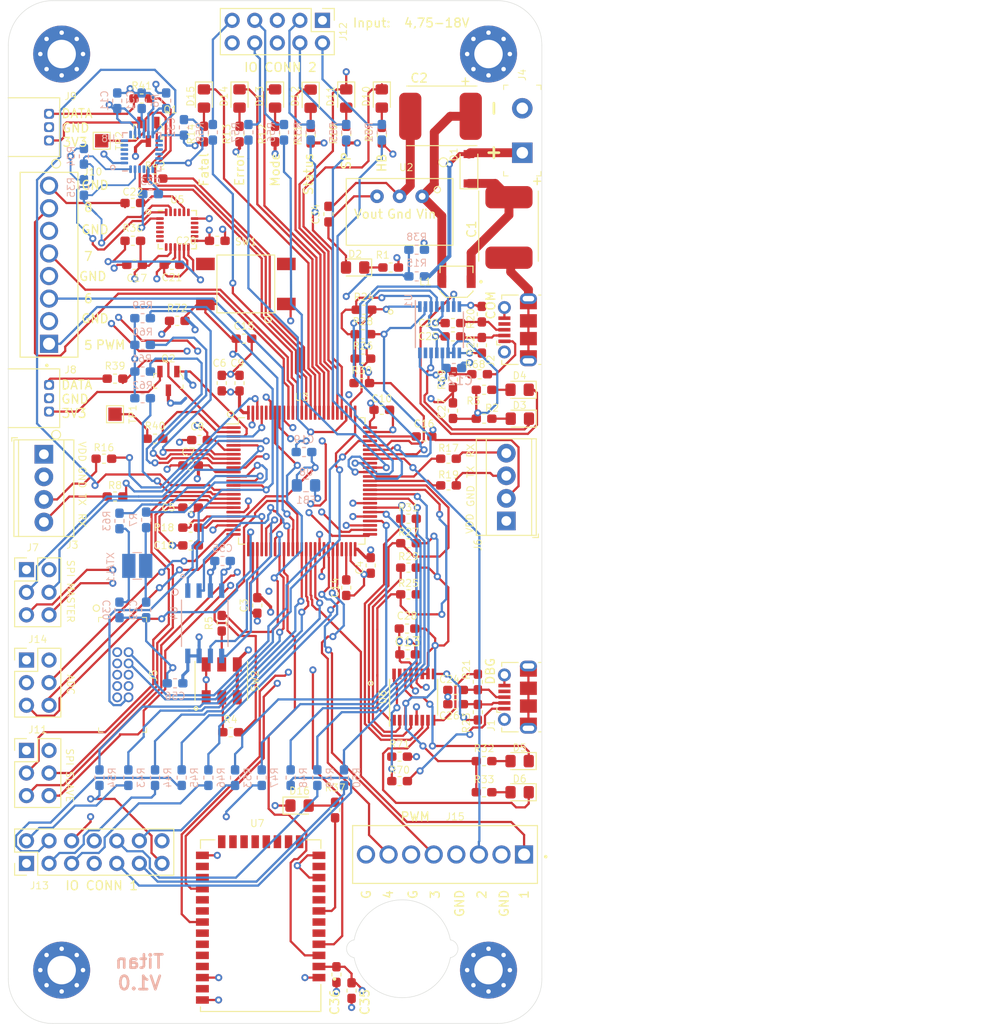
<source format=kicad_pcb>
(kicad_pcb (version 20171130) (host pcbnew 5.1.5-52549c5~84~ubuntu19.04.1)
  (layers (0 F.Cu signal) (1 In1.Cu signal) (2 In2.Cu signal) (31 B.Cu signal) (34 B.Paste user) (35 F.Paste user) (36 B.SilkS user) (37 F.SilkS user) (38 B.Mask user) (39 F.Mask user) (44 Edge.Cuts user))
  (net 0 "")
  (net 1 GND)
  (net 2 VDD_MCU)
  (net 3 "Net-(C14-Pad1)")
  (net 4 /nRESET)
  (net 5 "Net-(C16-Pad1)")
  (net 6 VDDA_MCU)
  (net 7 "Net-(C21-Pad1)")
  (net 8 "Net-(C22-Pad1)")
  (net 9 "Net-(C23-Pad1)")
  (net 10 "Net-(C24-Pad1)")
  (net 11 "Net-(C25-Pad1)")
  (net 12 "Net-(C26-Pad1)")
  (net 13 "Net-(C27-Pad2)")
  (net 14 "Net-(C28-Pad2)")
  (net 15 "Net-(C29-Pad1)")
  (net 16 "Net-(C30-Pad1)")
  (net 17 "Net-(C31-Pad1)")
  (net 18 "Net-(C33-Pad1)")
  (net 19 /IO_1)
  (net 20 /IO_2)
  (net 21 /IO_3)
  (net 22 /IO_4)
  (net 23 /IO_5)
  (net 24 /IO_6)
  (net 25 /IO_7)
  (net 26 /IO_8)
  (net 27 /IO_9)
  (net 28 /IO_10)
  (net 29 /IO_11)
  (net 30 /IO_12)
  (net 31 /IO_13)
  (net 32 /IO_14)
  (net 33 /IO_15)
  (net 34 /IO_16)
  (net 35 "Net-(D2-Pad1)")
  (net 36 "Net-(D3-Pad1)")
  (net 37 "Net-(D3-Pad2)")
  (net 38 "Net-(D4-Pad2)")
  (net 39 "Net-(D4-Pad1)")
  (net 40 "Net-(D5-Pad2)")
  (net 41 "Net-(D5-Pad1)")
  (net 42 "Net-(D6-Pad2)")
  (net 43 "Net-(D6-Pad1)")
  (net 44 "Net-(D10-Pad2)")
  (net 45 "Net-(D11-Pad2)")
  (net 46 "Net-(D12-Pad2)")
  (net 47 "Net-(D13-Pad2)")
  (net 48 "Net-(D14-Pad2)")
  (net 49 "Net-(D15-Pad2)")
  (net 50 "Net-(D16-Pad2)")
  (net 51 "Net-(J3-Pad3)")
  (net 52 "Net-(J3-Pad4)")
  (net 53 /SWDIO)
  (net 54 /SWCLK)
  (net 55 "Net-(J6-Pad4)")
  (net 56 "Net-(J6-Pad3)")
  (net 57 SPI_AUX_MISO)
  (net 58 SPI_AUX_NSS)
  (net 59 SPI_AUX_MOSI)
  (net 60 SPI_AUX_SCK)
  (net 61 /PWM_8)
  (net 62 /PWM_7)
  (net 63 /PWM_6)
  (net 64 /PWM_5)
  (net 65 SPI_SLAVE_SCK)
  (net 66 SPI_SLAVE_MOSI)
  (net 67 SPI_SLAVE_NSS)
  (net 68 SPI_SLAVE_MISO)
  (net 69 /IO_CON_1)
  (net 70 /IO_CON_11)
  (net 71 /IO_CON_2)
  (net 72 /IO_CON_12)
  (net 73 /IO_CON_3)
  (net 74 /IO_CON_13)
  (net 75 /IO_CON_4)
  (net 76 /IO_CON_14)
  (net 77 /IO_CON_5)
  (net 78 /IO_CON_15)
  (net 79 /IO_CON_6)
  (net 80 /IO_CON_16)
  (net 81 /IO_CON_7)
  (net 82 /IO_CON_8)
  (net 83 /IO_CON_9)
  (net 84 /IO_CON_10)
  (net 85 ADC_1)
  (net 86 ADC_3)
  (net 87 ADC_2)
  (net 88 /PWM_1)
  (net 89 /PWM_2)
  (net 90 /PWM_3)
  (net 91 /PWM_4)
  (net 92 /RC_1_PWR_CTRL)
  (net 93 /RC_2_PWR_CTRL)
  (net 94 BOOT1)
  (net 95 "Net-(R4-Pad1)")
  (net 96 BOOT0)
  (net 97 "Net-(R5-Pad1)")
  (net 98 /IMU2_INT)
  (net 99 "Net-(R7-Pad1)")
  (net 100 /UART_MOTOR_1_RX)
  (net 101 /LED_HEARTBEAT)
  (net 102 /LED_SETPOINT)
  (net 103 /LED_CTRL_MODE)
  (net 104 /LED_STATUS)
  (net 105 /LED_ERROR)
  (net 106 /LED_FATAL)
  (net 107 /ADC_BAT)
  (net 108 /UART_MOTOR_1_TX)
  (net 109 /UART_MOTOR_2_RX)
  (net 110 "Net-(R18-Pad1)")
  (net 111 /UART_MOTOR_2_TX)
  (net 112 "Net-(R20-Pad1)")
  (net 113 "Net-(R21-Pad1)")
  (net 114 "Net-(R22-Pad1)")
  (net 115 "Net-(R23-Pad1)")
  (net 116 /UART_COM_USB_RX)
  (net 117 /UART_DBG_RX)
  (net 118 /UART_COM_USB_TX)
  (net 119 /UART_DBG_TX)
  (net 120 /UART_COM_USB_RTS)
  (net 121 "Net-(R29-Pad2)")
  (net 122 /UART_COM_USB_CTS)
  (net 123 "Net-(R31-Pad2)")
  (net 124 /I2C_SDA_IMU)
  (net 125 /I2C_SCL_IMU)
  (net 126 /IMU1_INT)
  (net 127 "Net-(R37-Pad1)")
  (net 128 /UART_RC_1_RX)
  (net 129 /UART_RC_1_TX)
  (net 130 "Net-(R40-Pad1)")
  (net 131 /UART_RC_2_RX)
  (net 132 "Net-(R42-Pad1)")
  (net 133 /UART_RC_2_TX)
  (net 134 "Net-(R63-Pad1)")
  (net 135 /SPI_MEM_NSS)
  (net 136 /SPI_MEM_SCK)
  (net 137 /SPI_MEM_MISO)
  (net 138 /SPI_MEM_MOSI)
  (net 139 /UART_COM_RX)
  (net 140 /UART_COM_RTS)
  (net 141 /UART_COM_TX)
  (net 142 /UART_COM_CTS)
  (net 143 "Net-(J8-Pad1)")
  (net 144 "Net-(J8-Pad3)")
  (net 145 "Net-(J9-Pad3)")
  (net 146 "Net-(J9-Pad1)")
  (net 147 "Net-(D1-Pad2)")
  (net 148 /REV1)
  (net 149 /REV2)
  (net 150 /REV3)
  (net 151 /REV4)
  (net 152 "Net-(J1-Pad1)")
  (net 153 "Net-(J2-Pad1)")
  (net 154 "Net-(R68-Pad2)")
  (net 155 "Net-(R70-Pad2)")
  (net 156 "Net-(C1-Pad1)")
  (net 157 "Net-(C2-Pad1)")
  (module Capacitor_SMD:C_0603_1608Metric_Pad1.05x0.95mm_HandSolder (layer F.Cu) (at 100.9 139.5 90)
    (fp_text reference C36 (at -3.1 -0.2 90) (layer F.SilkS))
    (fp_text value 8.2pF)
    (pad 2 smd roundrect (at 0.875 0 90) (size 1.05 0.95) (layers F.Cu F.Paste F.Mask) (net 2 VDD_MCU))
    (pad 1 smd roundrect (at -0.875 0 90) (size 1.05 0.95) (layers F.Cu F.Paste F.Mask) (net 1 GND))
  )
  (module Capacitor_SMD:C_0603_1608Metric_Pad1.05x0.95mm_HandSolder (layer F.Cu) (at 102.6 141.3 270)
    (fp_text reference C35 (at 1.3 -1.5 90) (layer F.SilkS))
    (fp_text value 1uF)
    (pad 2 smd roundrect (at 0.875 0 270) (size 1.05 0.95) (layers F.Cu F.Paste F.Mask) (net 1 GND))
    (pad 1 smd roundrect (at -0.875 0 270) (size 1.05 0.95) (layers F.Cu F.Paste F.Mask) (net 2 VDD_MCU))
  )
  (module Capacitor_SMD:C_0603_1608Metric_Pad1.05x0.95mm_HandSolder (layer F.Cu) (at 108.9 103.5)
    (fp_text reference C13 (at 0 -1.43) (layer F.SilkS))
    (fp_text value 100nF)
    (pad 2 smd roundrect (at 0.875 0) (size 1.05 0.95) (layers F.Cu F.Paste F.Mask) (net 2 VDD_MCU))
    (pad 1 smd roundrect (at -0.875 0) (size 1.05 0.95) (layers F.Cu F.Paste F.Mask) (net 1 GND))
  )
  (module Capacitor_SMD:C_0603_1608Metric_Pad1.05x0.95mm_HandSolder (layer B.Cu) (at 114.1 71.3 180)
    (fp_text reference C12 (at -0.7 -1.4) (layer B.SilkS) (effects (justify mirror)))
    (fp_text value 100nF)
    (pad 2 smd roundrect (at 0.875 0 180) (size 1.05 0.95) (layers B.Cu B.Paste B.Mask) (net 2 VDD_MCU))
    (pad 1 smd roundrect (at -0.875 0 180) (size 1.05 0.95) (layers B.Cu B.Paste B.Mask) (net 1 GND))
  )
  (module Titan:T59EE477M016C0025 (layer F.Cu) (at 112.6 43)
    (fp_text reference C2 (at -2.4 -4.3 180) (layer F.SilkS))
    (fp_text value 470uF)
    (fp_text user + (at 2.8 -4) (layer F.SilkS))
    (pad 2 smd roundrect (at -3.4 0) (size 2.5 5.3) (layers F.Cu F.Paste F.Mask) (net 1 GND))
    (pad 1 smd roundrect (at 3.4 0) (size 2.5 5.3) (layers F.Cu F.Paste F.Mask) (net 157 "Net-(C2-Pad1)"))
  )
  (module Titan:T59EE477M016C0025 (layer F.Cu) (at 120.3 55.5 90)
    (fp_text reference C1 (at -0.2 -4.2 90) (layer F.SilkS))
    (fp_text value 470uF)
    (fp_text user + (at 5.2 3.1 90) (layer F.SilkS))
    (pad 2 smd roundrect (at -3.4 0 90) (size 2.5 5.3) (layers F.Cu F.Paste F.Mask) (net 1 GND))
    (pad 1 smd roundrect (at 3.4 0 90) (size 2.5 5.3) (layers F.Cu F.Paste F.Mask) (net 156 "Net-(C1-Pad1)"))
  )
  (module Package_SO:SSOP-16_3.9x4.9mm_P0.635mm (layer F.Cu) (at 109.6 108.3 90)
    (fp_text reference U6 (at 0 -3.5 90) (layer F.SilkS) (effects (font (size 0.8 0.8) (thickness 0.1))))
    (fp_text value FT230XS hide)
    (pad 1 smd rect (at -2.6 -2.2225 90) (size 1.2 0.4) (layers F.Cu F.Paste F.Mask) (net 117 /UART_DBG_RX))
    (pad 2 smd rect (at -2.6 -1.5875 90) (size 1.2 0.4) (layers F.Cu F.Paste F.Mask) (net 121 "Net-(R29-Pad2)"))
    (pad 3 smd rect (at -2.6 -0.9525 90) (size 1.2 0.4) (layers F.Cu F.Paste F.Mask) (net 14 "Net-(C28-Pad2)"))
    (pad 4 smd rect (at -2.6 -0.3175 90) (size 1.2 0.4) (layers F.Cu F.Paste F.Mask) (net 119 /UART_DBG_TX))
    (pad 5 smd rect (at -2.6 0.3175 90) (size 1.2 0.4) (layers F.Cu F.Paste F.Mask) (net 1 GND))
    (pad 6 smd rect (at -2.6 0.9525 90) (size 1.2 0.4) (layers F.Cu F.Paste F.Mask) (net 123 "Net-(R31-Pad2)"))
    (pad 7 smd rect (at -2.6 1.5875 90) (size 1.2 0.4) (layers F.Cu F.Paste F.Mask) (net 43 "Net-(D6-Pad1)"))
    (pad 8 smd rect (at -2.6 2.2225 90) (size 1.2 0.4) (layers F.Cu F.Paste F.Mask) (net 113 "Net-(R21-Pad1)"))
    (pad 9 smd rect (at 2.6 2.2225 90) (size 1.2 0.4) (layers F.Cu F.Paste F.Mask) (net 115 "Net-(R23-Pad1)"))
    (pad 10 smd rect (at 2.6 1.5875 90) (size 1.2 0.4) (layers F.Cu F.Paste F.Mask) (net 14 "Net-(C28-Pad2)"))
    (pad 11 smd rect (at 2.6 0.9525 90) (size 1.2 0.4) (layers F.Cu F.Paste F.Mask) (net 14 "Net-(C28-Pad2)"))
    (pad 12 smd rect (at 2.6 0.3175 90) (size 1.2 0.4) (layers F.Cu F.Paste F.Mask) (net 2 VDD_MCU))
    (pad 13 smd rect (at 2.6 -0.3175 90) (size 1.2 0.4) (layers F.Cu F.Paste F.Mask) (net 1 GND))
    (pad 14 smd rect (at 2.6 -0.9525 90) (size 1.2 0.4) (layers F.Cu F.Paste F.Mask) (net 41 "Net-(D5-Pad1)"))
    (pad 15 smd rect (at 2.6 -1.5875 90) (size 1.2 0.4) (layers F.Cu F.Paste F.Mask))
    (pad 16 smd rect (at 2.6 -2.2225 90) (size 1.2 0.4) (layers F.Cu F.Paste F.Mask) (net 155 "Net-(R70-Pad2)"))
  )
  (module Package_QFP:LQFP-100_14x14mm_P0.5mm (layer F.Cu) (at 97 84)
    (fp_text reference U3 (at 0 -9.42) (layer F.SilkS) (effects (font (size 0.8 0.8) (thickness 0.1))))
    (fp_text value STM32F413VGTx hide)
    (pad 100 smd roundrect (at -6 -7.675) (size 0.3 1.6) (layers F.Cu F.Paste F.Mask) (net 2 VDD_MCU))
    (pad 99 smd roundrect (at -5.5 -7.675) (size 0.3 1.6) (layers F.Cu F.Paste F.Mask) (net 1 GND))
    (pad 98 smd roundrect (at -5 -7.675) (size 0.3 1.6) (layers F.Cu F.Paste F.Mask) (net 108 /UART_MOTOR_1_TX))
    (pad 97 smd roundrect (at -4.5 -7.675) (size 0.3 1.6) (layers F.Cu F.Paste F.Mask) (net 100 /UART_MOTOR_1_RX))
    (pad 96 smd roundrect (at -4 -7.675) (size 0.3 1.6) (layers F.Cu F.Paste F.Mask))
    (pad 95 smd roundrect (at -3.5 -7.675) (size 0.3 1.6) (layers F.Cu F.Paste F.Mask) (net 126 /IMU1_INT))
    (pad 94 smd roundrect (at -3 -7.675) (size 0.3 1.6) (layers F.Cu F.Paste F.Mask) (net 96 BOOT0))
    (pad 93 smd roundrect (at -2.5 -7.675) (size 0.3 1.6) (layers F.Cu F.Paste F.Mask) (net 124 /I2C_SDA_IMU))
    (pad 92 smd roundrect (at -2 -7.675) (size 0.3 1.6) (layers F.Cu F.Paste F.Mask) (net 125 /I2C_SCL_IMU))
    (pad 91 smd roundrect (at -1.5 -7.675) (size 0.3 1.6) (layers F.Cu F.Paste F.Mask) (net 61 /PWM_8))
    (pad 90 smd roundrect (at -1 -7.675) (size 0.3 1.6) (layers F.Cu F.Paste F.Mask) (net 62 /PWM_7))
    (pad 89 smd roundrect (at -0.5 -7.675) (size 0.3 1.6) (layers F.Cu F.Paste F.Mask) (net 34 /IO_16))
    (pad 88 smd roundrect (at 0 -7.675) (size 0.3 1.6) (layers F.Cu F.Paste F.Mask) (net 93 /RC_2_PWR_CTRL))
    (pad 87 smd roundrect (at 0.5 -7.675) (size 0.3 1.6) (layers F.Cu F.Paste F.Mask) (net 131 /UART_RC_2_RX))
    (pad 86 smd roundrect (at 1 -7.675) (size 0.3 1.6) (layers F.Cu F.Paste F.Mask) (net 133 /UART_RC_2_TX))
    (pad 85 smd roundrect (at 1.5 -7.675) (size 0.3 1.6) (layers F.Cu F.Paste F.Mask) (net 106 /LED_FATAL))
    (pad 84 smd roundrect (at 2 -7.675) (size 0.3 1.6) (layers F.Cu F.Paste F.Mask) (net 105 /LED_ERROR))
    (pad 83 smd roundrect (at 2.5 -7.675) (size 0.3 1.6) (layers F.Cu F.Paste F.Mask) (net 104 /LED_STATUS))
    (pad 82 smd roundrect (at 3 -7.675) (size 0.3 1.6) (layers F.Cu F.Paste F.Mask) (net 103 /LED_CTRL_MODE))
    (pad 81 smd roundrect (at 3.5 -7.675) (size 0.3 1.6) (layers F.Cu F.Paste F.Mask) (net 102 /LED_SETPOINT))
    (pad 80 smd roundrect (at 4 -7.675) (size 0.3 1.6) (layers F.Cu F.Paste F.Mask) (net 101 /LED_HEARTBEAT))
    (pad 79 smd roundrect (at 4.5 -7.675) (size 0.3 1.6) (layers F.Cu F.Paste F.Mask) (net 28 /IO_10))
    (pad 78 smd roundrect (at 5 -7.675) (size 0.3 1.6) (layers F.Cu F.Paste F.Mask) (net 33 /IO_15))
    (pad 77 smd roundrect (at 5.5 -7.675) (size 0.3 1.6) (layers F.Cu F.Paste F.Mask) (net 118 /UART_COM_USB_TX))
    (pad 76 smd roundrect (at 6 -7.675) (size 0.3 1.6) (layers F.Cu F.Paste F.Mask) (net 54 /SWCLK))
    (pad 75 smd roundrect (at 7.675 -6) (size 1.6 0.3) (layers F.Cu F.Paste F.Mask) (net 2 VDD_MCU))
    (pad 74 smd roundrect (at 7.675 -5.5) (size 1.6 0.3) (layers F.Cu F.Paste F.Mask) (net 1 GND))
    (pad 73 smd roundrect (at 7.675 -5) (size 1.6 0.3) (layers F.Cu F.Paste F.Mask) (net 5 "Net-(C16-Pad1)"))
    (pad 72 smd roundrect (at 7.675 -4.5) (size 1.6 0.3) (layers F.Cu F.Paste F.Mask) (net 53 /SWDIO))
    (pad 71 smd roundrect (at 7.675 -4) (size 1.6 0.3) (layers F.Cu F.Paste F.Mask) (net 120 /UART_COM_USB_RTS))
    (pad 70 smd roundrect (at 7.675 -3.5) (size 1.6 0.3) (layers F.Cu F.Paste F.Mask) (net 122 /UART_COM_USB_CTS))
    (pad 69 smd roundrect (at 7.675 -3) (size 1.6 0.3) (layers F.Cu F.Paste F.Mask) (net 116 /UART_COM_USB_RX))
    (pad 68 smd roundrect (at 7.675 -2.5) (size 1.6 0.3) (layers F.Cu F.Paste F.Mask) (net 89 /PWM_2))
    (pad 67 smd roundrect (at 7.675 -2) (size 1.6 0.3) (layers F.Cu F.Paste F.Mask) (net 27 /IO_9))
    (pad 66 smd roundrect (at 7.675 -1.5) (size 1.6 0.3) (layers F.Cu F.Paste F.Mask) (net 32 /IO_14))
    (pad 65 smd roundrect (at 7.675 -1) (size 1.6 0.3) (layers F.Cu F.Paste F.Mask) (net 31 /IO_13))
    (pad 64 smd roundrect (at 7.675 -0.5) (size 1.6 0.3) (layers F.Cu F.Paste F.Mask) (net 109 /UART_MOTOR_2_RX))
    (pad 63 smd roundrect (at 7.675 0) (size 1.6 0.3) (layers F.Cu F.Paste F.Mask) (net 111 /UART_MOTOR_2_TX))
    (pad 62 smd roundrect (at 7.675 0.5) (size 1.6 0.3) (layers F.Cu F.Paste F.Mask) (net 119 /UART_DBG_TX))
    (pad 61 smd roundrect (at 7.675 1) (size 1.6 0.3) (layers F.Cu F.Paste F.Mask) (net 117 /UART_DBG_RX))
    (pad 60 smd roundrect (at 7.675 1.5) (size 1.6 0.3) (layers F.Cu F.Paste F.Mask) (net 26 /IO_8))
    (pad 59 smd roundrect (at 7.675 2) (size 1.6 0.3) (layers F.Cu F.Paste F.Mask) (net 25 /IO_7))
    (pad 58 smd roundrect (at 7.675 2.5) (size 1.6 0.3) (layers F.Cu F.Paste F.Mask) (net 142 /UART_COM_CTS))
    (pad 57 smd roundrect (at 7.675 3) (size 1.6 0.3) (layers F.Cu F.Paste F.Mask) (net 24 /IO_6))
    (pad 56 smd roundrect (at 7.675 3.5) (size 1.6 0.3) (layers F.Cu F.Paste F.Mask) (net 23 /IO_5))
    (pad 55 smd roundrect (at 7.675 4) (size 1.6 0.3) (layers F.Cu F.Paste F.Mask) (net 141 /UART_COM_TX))
    (pad 54 smd roundrect (at 7.675 4.5) (size 1.6 0.3) (layers F.Cu F.Paste F.Mask) (net 29 /IO_11))
    (pad 53 smd roundrect (at 7.675 5) (size 1.6 0.3) (layers F.Cu F.Paste F.Mask) (net 140 /UART_COM_RTS))
    (pad 52 smd roundrect (at 7.675 5.5) (size 1.6 0.3) (layers F.Cu F.Paste F.Mask) (net 65 SPI_SLAVE_SCK))
    (pad 51 smd roundrect (at 7.675 6) (size 1.6 0.3) (layers F.Cu F.Paste F.Mask) (net 67 SPI_SLAVE_NSS))
    (pad 50 smd roundrect (at 6 7.675) (size 0.3 1.6) (layers F.Cu F.Paste F.Mask) (net 2 VDD_MCU))
    (pad 49 smd roundrect (at 5.5 7.675) (size 0.3 1.6) (layers F.Cu F.Paste F.Mask) (net 1 GND))
    (pad 48 smd roundrect (at 5 7.675) (size 0.3 1.6) (layers F.Cu F.Paste F.Mask) (net 3 "Net-(C14-Pad1)"))
    (pad 47 smd roundrect (at 4.5 7.675) (size 0.3 1.6) (layers F.Cu F.Paste F.Mask))
    (pad 46 smd roundrect (at 4 7.675) (size 0.3 1.6) (layers F.Cu F.Paste F.Mask) (net 22 /IO_4))
    (pad 45 smd roundrect (at 3.5 7.675) (size 0.3 1.6) (layers F.Cu F.Paste F.Mask) (net 91 /PWM_4))
    (pad 44 smd roundrect (at 3 7.675) (size 0.3 1.6) (layers F.Cu F.Paste F.Mask) (net 90 /PWM_3))
    (pad 43 smd roundrect (at 2.5 7.675) (size 0.3 1.6) (layers F.Cu F.Paste F.Mask) (net 60 SPI_AUX_SCK))
    (pad 42 smd roundrect (at 2 7.675) (size 0.3 1.6) (layers F.Cu F.Paste F.Mask) (net 58 SPI_AUX_NSS))
    (pad 41 smd roundrect (at 1.5 7.675) (size 0.3 1.6) (layers F.Cu F.Paste F.Mask) (net 21 /IO_3))
    (pad 40 smd roundrect (at 1 7.675) (size 0.3 1.6) (layers F.Cu F.Paste F.Mask) (net 88 /PWM_1))
    (pad 39 smd roundrect (at 0.5 7.675) (size 0.3 1.6) (layers F.Cu F.Paste F.Mask) (net 20 /IO_2))
    (pad 38 smd roundrect (at 0 7.675) (size 0.3 1.6) (layers F.Cu F.Paste F.Mask) (net 19 /IO_1))
    (pad 37 smd roundrect (at -0.5 7.675) (size 0.3 1.6) (layers F.Cu F.Paste F.Mask) (net 94 BOOT1))
    (pad 36 smd roundrect (at -1 7.675) (size 0.3 1.6) (layers F.Cu F.Paste F.Mask) (net 63 /PWM_6))
    (pad 35 smd roundrect (at -1.5 7.675) (size 0.3 1.6) (layers F.Cu F.Paste F.Mask) (net 64 /PWM_5))
    (pad 34 smd roundrect (at -2 7.675) (size 0.3 1.6) (layers F.Cu F.Paste F.Mask) (net 139 /UART_COM_RX))
    (pad 33 smd roundrect (at -2.5 7.675) (size 0.3 1.6) (layers F.Cu F.Paste F.Mask) (net 30 /IO_12))
    (pad 32 smd roundrect (at -3 7.675) (size 0.3 1.6) (layers F.Cu F.Paste F.Mask) (net 138 /SPI_MEM_MOSI))
    (pad 31 smd roundrect (at -3.5 7.675) (size 0.3 1.6) (layers F.Cu F.Paste F.Mask) (net 137 /SPI_MEM_MISO))
    (pad 30 smd roundrect (at -4 7.675) (size 0.3 1.6) (layers F.Cu F.Paste F.Mask) (net 136 /SPI_MEM_SCK))
    (pad 29 smd roundrect (at -4.5 7.675) (size 0.3 1.6) (layers F.Cu F.Paste F.Mask) (net 135 /SPI_MEM_NSS))
    (pad 28 smd roundrect (at -5 7.675) (size 0.3 1.6) (layers F.Cu F.Paste F.Mask) (net 2 VDD_MCU))
    (pad 27 smd roundrect (at -5.5 7.675) (size 0.3 1.6) (layers F.Cu F.Paste F.Mask) (net 1 GND))
    (pad 26 smd roundrect (at -6 7.675) (size 0.3 1.6) (layers F.Cu F.Paste F.Mask) (net 86 ADC_3))
    (pad 25 smd roundrect (at -7.675 6) (size 1.6 0.3) (layers F.Cu F.Paste F.Mask) (net 87 ADC_2))
    (pad 24 smd roundrect (at -7.675 5.5) (size 1.6 0.3) (layers F.Cu F.Paste F.Mask) (net 85 ADC_1))
    (pad 23 smd roundrect (at -7.675 5) (size 1.6 0.3) (layers F.Cu F.Paste F.Mask) (net 107 /ADC_BAT))
    (pad 22 smd roundrect (at -7.675 4.5) (size 1.6 0.3) (layers F.Cu F.Paste F.Mask) (net 6 VDDA_MCU))
    (pad 21 smd roundrect (at -7.675 4) (size 1.6 0.3) (layers F.Cu F.Paste F.Mask) (net 110 "Net-(R18-Pad1)"))
    (pad 20 smd roundrect (at -7.675 3.5) (size 1.6 0.3) (layers F.Cu F.Paste F.Mask) (net 1 GND))
    (pad 19 smd roundrect (at -7.675 3) (size 1.6 0.3) (layers F.Cu F.Paste F.Mask) (net 2 VDD_MCU))
    (pad 18 smd roundrect (at -7.675 2.5) (size 1.6 0.3) (layers F.Cu F.Paste F.Mask) (net 66 SPI_SLAVE_MOSI))
    (pad 17 smd roundrect (at -7.675 2) (size 1.6 0.3) (layers F.Cu F.Paste F.Mask) (net 68 SPI_SLAVE_MISO))
    (pad 16 smd roundrect (at -7.675 1.5) (size 1.6 0.3) (layers F.Cu F.Paste F.Mask) (net 151 /REV4))
    (pad 15 smd roundrect (at -7.675 1) (size 1.6 0.3) (layers F.Cu F.Paste F.Mask) (net 98 /IMU2_INT))
    (pad 14 smd roundrect (at -7.675 0.5) (size 1.6 0.3) (layers F.Cu F.Paste F.Mask) (net 4 /nRESET))
    (pad 13 smd roundrect (at -7.675 0) (size 1.6 0.3) (layers F.Cu F.Paste F.Mask) (net 134 "Net-(R63-Pad1)"))
    (pad 12 smd roundrect (at -7.675 -0.5) (size 1.6 0.3) (layers F.Cu F.Paste F.Mask) (net 99 "Net-(R7-Pad1)"))
    (pad 11 smd roundrect (at -7.675 -1) (size 1.6 0.3) (layers F.Cu F.Paste F.Mask) (net 2 VDD_MCU))
    (pad 10 smd roundrect (at -7.675 -1.5) (size 1.6 0.3) (layers F.Cu F.Paste F.Mask) (net 1 GND))
    (pad 9 smd roundrect (at -7.675 -2) (size 1.6 0.3) (layers F.Cu F.Paste F.Mask) (net 150 /REV3))
    (pad 8 smd roundrect (at -7.675 -2.5) (size 1.6 0.3) (layers F.Cu F.Paste F.Mask) (net 149 /REV2))
    (pad 7 smd roundrect (at -7.675 -3) (size 1.6 0.3) (layers F.Cu F.Paste F.Mask) (net 148 /REV1))
    (pad 6 smd roundrect (at -7.675 -3.5) (size 1.6 0.3) (layers F.Cu F.Paste F.Mask) (net 2 VDD_MCU))
    (pad 5 smd roundrect (at -7.675 -4) (size 1.6 0.3) (layers F.Cu F.Paste F.Mask) (net 59 SPI_AUX_MOSI))
    (pad 4 smd roundrect (at -7.675 -4.5) (size 1.6 0.3) (layers F.Cu F.Paste F.Mask) (net 57 SPI_AUX_MISO))
    (pad 3 smd roundrect (at -7.675 -5) (size 1.6 0.3) (layers F.Cu F.Paste F.Mask) (net 92 /RC_1_PWR_CTRL))
    (pad 2 smd roundrect (at -7.675 -5.5) (size 1.6 0.3) (layers F.Cu F.Paste F.Mask) (net 129 /UART_RC_1_TX))
    (pad 1 smd roundrect (at -7.675 -6) (size 1.6 0.3) (layers F.Cu F.Paste F.Mask) (net 128 /UART_RC_1_RX))
  )
  (module MountingHole:MountingHole_3.2mm_M3_Pad_Via (layer F.Cu) (at 70 36)
    (fp_text reference H4 hide)
    (fp_text value MountingHole_Pad)
    (pad 1 thru_hole circle (at 1.697056 -1.697056) (size 0.8 0.8) (drill 0.5) (layers *.Cu *.Mask) (net 1 GND))
    (pad 1 thru_hole circle (at 0 -2.4) (size 0.8 0.8) (drill 0.5) (layers *.Cu *.Mask) (net 1 GND))
    (pad 1 thru_hole circle (at -1.697056 -1.697056) (size 0.8 0.8) (drill 0.5) (layers *.Cu *.Mask) (net 1 GND))
    (pad 1 thru_hole circle (at -2.4 0) (size 0.8 0.8) (drill 0.5) (layers *.Cu *.Mask) (net 1 GND))
    (pad 1 thru_hole circle (at -1.697056 1.697056) (size 0.8 0.8) (drill 0.5) (layers *.Cu *.Mask) (net 1 GND))
    (pad 1 thru_hole circle (at 0 2.4) (size 0.8 0.8) (drill 0.5) (layers *.Cu *.Mask) (net 1 GND))
    (pad 1 thru_hole circle (at 1.697056 1.697056) (size 0.8 0.8) (drill 0.5) (layers *.Cu *.Mask) (net 1 GND))
    (pad 1 thru_hole circle (at 2.4 0) (size 0.8 0.8) (drill 0.5) (layers *.Cu *.Mask) (net 1 GND))
    (pad 1 thru_hole circle (at 0 0) (size 6.4 6.4) (drill 3.2) (layers *.Cu *.Mask) (net 1 GND))
  )
  (module MountingHole:MountingHole_3.2mm_M3_Pad_Via (layer F.Cu) (at 118 139)
    (fp_text reference H3 hide)
    (fp_text value MountingHole_Pad)
    (pad 1 thru_hole circle (at 1.697056 -1.697056) (size 0.8 0.8) (drill 0.5) (layers *.Cu *.Mask) (net 1 GND))
    (pad 1 thru_hole circle (at 0 -2.4) (size 0.8 0.8) (drill 0.5) (layers *.Cu *.Mask) (net 1 GND))
    (pad 1 thru_hole circle (at -1.697056 -1.697056) (size 0.8 0.8) (drill 0.5) (layers *.Cu *.Mask) (net 1 GND))
    (pad 1 thru_hole circle (at -2.4 0) (size 0.8 0.8) (drill 0.5) (layers *.Cu *.Mask) (net 1 GND))
    (pad 1 thru_hole circle (at -1.697056 1.697056) (size 0.8 0.8) (drill 0.5) (layers *.Cu *.Mask) (net 1 GND))
    (pad 1 thru_hole circle (at 0 2.4) (size 0.8 0.8) (drill 0.5) (layers *.Cu *.Mask) (net 1 GND))
    (pad 1 thru_hole circle (at 1.697056 1.697056) (size 0.8 0.8) (drill 0.5) (layers *.Cu *.Mask) (net 1 GND))
    (pad 1 thru_hole circle (at 2.4 0) (size 0.8 0.8) (drill 0.5) (layers *.Cu *.Mask) (net 1 GND))
    (pad 1 thru_hole circle (at 0 0) (size 6.4 6.4) (drill 3.2) (layers *.Cu *.Mask) (net 1 GND))
  )
  (module MountingHole:MountingHole_3.2mm_M3_Pad_Via (layer F.Cu) (at 118 36)
    (fp_text reference H2 hide)
    (fp_text value MountingHole_Pad)
    (pad 1 thru_hole circle (at 1.697056 -1.697056) (size 0.8 0.8) (drill 0.5) (layers *.Cu *.Mask) (net 1 GND))
    (pad 1 thru_hole circle (at 0 -2.4) (size 0.8 0.8) (drill 0.5) (layers *.Cu *.Mask) (net 1 GND))
    (pad 1 thru_hole circle (at -1.697056 -1.697056) (size 0.8 0.8) (drill 0.5) (layers *.Cu *.Mask) (net 1 GND))
    (pad 1 thru_hole circle (at -2.4 0) (size 0.8 0.8) (drill 0.5) (layers *.Cu *.Mask) (net 1 GND))
    (pad 1 thru_hole circle (at -1.697056 1.697056) (size 0.8 0.8) (drill 0.5) (layers *.Cu *.Mask) (net 1 GND))
    (pad 1 thru_hole circle (at 0 2.4) (size 0.8 0.8) (drill 0.5) (layers *.Cu *.Mask) (net 1 GND))
    (pad 1 thru_hole circle (at 1.697056 1.697056) (size 0.8 0.8) (drill 0.5) (layers *.Cu *.Mask) (net 1 GND))
    (pad 1 thru_hole circle (at 2.4 0) (size 0.8 0.8) (drill 0.5) (layers *.Cu *.Mask) (net 1 GND))
    (pad 1 thru_hole circle (at 0 0) (size 6.4 6.4) (drill 3.2) (layers *.Cu *.Mask) (net 1 GND))
  )
  (module MountingHole:MountingHole_3.2mm_M3_Pad_Via (layer F.Cu) (at 70 139)
    (fp_text reference H1 hide)
    (fp_text value MountingHole_Pad)
    (pad 1 thru_hole circle (at 1.697056 -1.697056) (size 0.8 0.8) (drill 0.5) (layers *.Cu *.Mask) (net 1 GND))
    (pad 1 thru_hole circle (at 0 -2.4) (size 0.8 0.8) (drill 0.5) (layers *.Cu *.Mask) (net 1 GND))
    (pad 1 thru_hole circle (at -1.697056 -1.697056) (size 0.8 0.8) (drill 0.5) (layers *.Cu *.Mask) (net 1 GND))
    (pad 1 thru_hole circle (at -2.4 0) (size 0.8 0.8) (drill 0.5) (layers *.Cu *.Mask) (net 1 GND))
    (pad 1 thru_hole circle (at -1.697056 1.697056) (size 0.8 0.8) (drill 0.5) (layers *.Cu *.Mask) (net 1 GND))
    (pad 1 thru_hole circle (at 0 2.4) (size 0.8 0.8) (drill 0.5) (layers *.Cu *.Mask) (net 1 GND))
    (pad 1 thru_hole circle (at 1.697056 1.697056) (size 0.8 0.8) (drill 0.5) (layers *.Cu *.Mask) (net 1 GND))
    (pad 1 thru_hole circle (at 2.4 0) (size 0.8 0.8) (drill 0.5) (layers *.Cu *.Mask) (net 1 GND))
    (pad 1 thru_hole circle (at 0 0) (size 6.4 6.4) (drill 3.2) (layers *.Cu *.Mask) (net 1 GND))
  )
  (module Resistor_SMD:R_0603_1608Metric_Pad1.05x0.95mm_HandSolder (layer F.Cu) (at 83 66)
    (fp_text reference R72 (at 0 -1.43) (layer F.SilkS) (effects (font (size 0.8 0.8) (thickness 0.1))))
    (fp_text value 10k hide)
    (pad 2 smd roundrect (at 0.875 0) (size 1.05 0.95) (layers F.Cu F.Paste F.Mask) (net 4 /nRESET))
    (pad 1 smd roundrect (at -0.875 0) (size 1.05 0.95) (layers F.Cu F.Paste F.Mask) (net 2 VDD_MCU))
  )
  (module Resistor_SMD:R_0603_1608Metric_Pad1.05x0.95mm_HandSolder (layer F.Cu) (at 108 115)
    (fp_text reference R71 (at 0 -1.43) (layer F.SilkS) (effects (font (size 0.8 0.8) (thickness 0.1))))
    (fp_text value 10k hide)
    (pad 2 smd roundrect (at 0.875 0) (size 1.05 0.95) (layers F.Cu F.Paste F.Mask) (net 1 GND))
    (pad 1 smd roundrect (at -0.875 0) (size 1.05 0.95) (layers F.Cu F.Paste F.Mask) (net 155 "Net-(R70-Pad2)"))
  )
  (module Resistor_SMD:R_0603_1608Metric_Pad1.05x0.95mm_HandSolder (layer F.Cu) (at 108 117.75 180)
    (fp_text reference R70 (at 0 1.25) (layer F.SilkS) (effects (font (size 0.8 0.8) (thickness 0.1))))
    (fp_text value 4,7k hide)
    (pad 2 smd roundrect (at 0.875 0 180) (size 1.05 0.95) (layers F.Cu F.Paste F.Mask) (net 155 "Net-(R70-Pad2)"))
    (pad 1 smd roundrect (at -0.875 0 180) (size 1.05 0.95) (layers F.Cu F.Paste F.Mask) (net 152 "Net-(J1-Pad1)"))
  )
  (module Resistor_SMD:R_0603_1608Metric_Pad1.05x0.95mm_HandSolder (layer F.Cu) (at 114 72.6 270)
    (fp_text reference R69 (at 0 1.25 90) (layer F.SilkS) (effects (font (size 0.8 0.8) (thickness 0.1))))
    (fp_text value 10k hide)
    (pad 2 smd roundrect (at 0.875 0 270) (size 1.05 0.95) (layers F.Cu F.Paste F.Mask) (net 1 GND))
    (pad 1 smd roundrect (at -0.875 0 270) (size 1.05 0.95) (layers F.Cu F.Paste F.Mask) (net 154 "Net-(R68-Pad2)"))
  )
  (module Resistor_SMD:R_0603_1608Metric_Pad1.05x0.95mm_HandSolder (layer F.Cu) (at 117 72 180)
    (fp_text reference R68 (at 0.5 1.1) (layer F.SilkS) (effects (font (size 0.8 0.8) (thickness 0.1))))
    (fp_text value 4,7k hide)
    (pad 2 smd roundrect (at 0.875 0 180) (size 1.05 0.95) (layers F.Cu F.Paste F.Mask) (net 154 "Net-(R68-Pad2)"))
    (pad 1 smd roundrect (at -0.875 0 180) (size 1.05 0.95) (layers F.Cu F.Paste F.Mask) (net 153 "Net-(J2-Pad1)"))
  )
  (module digikey-footprints:SOT-23-3 (layer F.Cu) (at 82 72.75 270)
    (fp_text reference Q2 (at -2.5 0 180) (layer F.SilkS) (effects (font (size 0.8 0.8) (thickness 0.1))))
    (fp_text value NDS332P hide)
    (pad 1 smd rect (at -1.05 -0.95 270) (size 1.3 0.6) (layers F.Cu F.Paste F.Mask) (net 92 /RC_1_PWR_CTRL))
    (pad 2 smd rect (at -1.05 0.95 270) (size 1.3 0.6) (layers F.Cu F.Paste F.Mask) (net 143 "Net-(J8-Pad1)"))
    (pad 3 smd rect (at 1.05 0 270) (size 1.3 0.6) (layers F.Cu F.Paste F.Mask) (net 2 VDD_MCU))
  )
  (module digikey-footprints:SOT-23-3 (layer F.Cu) (at 79.75 44.75 270)
    (fp_text reference Q1 (at -2.5 -2.5) (layer F.SilkS) (effects (font (size 0.8 0.8) (thickness 0.1))))
    (fp_text value NDS332P hide)
    (pad 1 smd rect (at -1.05 -0.95 270) (size 1.3 0.6) (layers F.Cu F.Paste F.Mask) (net 93 /RC_2_PWR_CTRL))
    (pad 2 smd rect (at -1.05 0.95 270) (size 1.3 0.6) (layers F.Cu F.Paste F.Mask) (net 146 "Net-(J9-Pad1)"))
    (pad 3 smd rect (at 1.05 0 270) (size 1.3 0.6) (layers F.Cu F.Paste F.Mask) (net 2 VDD_MCU))
  )
  (module Package_SO:SSOP-16_3.9x4.9mm_P0.635mm (layer B.Cu) (at 112.5 67 270)
    (fp_text reference U1 (at -3.25 3.5 90) (layer B.SilkS) (effects (font (size 0.8 0.8) (thickness 0.1)) (justify mirror)))
    (fp_text value FT230XS hide)
    (pad 16 smd rect (at 2.6 2.2225 270) (size 1.2 0.4) (layers B.Cu B.Paste B.Mask) (net 154 "Net-(R68-Pad2)"))
    (pad 15 smd rect (at 2.6 1.5875 270) (size 1.2 0.4) (layers B.Cu B.Paste B.Mask))
    (pad 14 smd rect (at 2.6 0.9525 270) (size 1.2 0.4) (layers B.Cu B.Paste B.Mask) (net 36 "Net-(D3-Pad1)"))
    (pad 13 smd rect (at 2.6 0.3175 270) (size 1.2 0.4) (layers B.Cu B.Paste B.Mask) (net 1 GND))
    (pad 12 smd rect (at 2.6 -0.3175 270) (size 1.2 0.4) (layers B.Cu B.Paste B.Mask) (net 2 VDD_MCU))
    (pad 11 smd rect (at 2.6 -0.9525 270) (size 1.2 0.4) (layers B.Cu B.Paste B.Mask) (net 13 "Net-(C27-Pad2)"))
    (pad 10 smd rect (at 2.6 -1.5875 270) (size 1.2 0.4) (layers B.Cu B.Paste B.Mask) (net 13 "Net-(C27-Pad2)"))
    (pad 9 smd rect (at 2.6 -2.2225 270) (size 1.2 0.4) (layers B.Cu B.Paste B.Mask) (net 114 "Net-(R22-Pad1)"))
    (pad 8 smd rect (at -2.6 -2.2225 270) (size 1.2 0.4) (layers B.Cu B.Paste B.Mask) (net 112 "Net-(R20-Pad1)"))
    (pad 7 smd rect (at -2.6 -1.5875 270) (size 1.2 0.4) (layers B.Cu B.Paste B.Mask) (net 39 "Net-(D4-Pad1)"))
    (pad 6 smd rect (at -2.6 -0.9525 270) (size 1.2 0.4) (layers B.Cu B.Paste B.Mask) (net 120 /UART_COM_USB_RTS))
    (pad 5 smd rect (at -2.6 -0.3175 270) (size 1.2 0.4) (layers B.Cu B.Paste B.Mask) (net 1 GND))
    (pad 4 smd rect (at -2.6 0.3175 270) (size 1.2 0.4) (layers B.Cu B.Paste B.Mask) (net 118 /UART_COM_USB_TX))
    (pad 3 smd rect (at -2.6 0.9525 270) (size 1.2 0.4) (layers B.Cu B.Paste B.Mask) (net 13 "Net-(C27-Pad2)"))
    (pad 2 smd rect (at -2.6 1.5875 270) (size 1.2 0.4) (layers B.Cu B.Paste B.Mask) (net 122 /UART_COM_USB_CTS))
    (pad 1 smd rect (at -2.6 2.2225 270) (size 1.2 0.4) (layers B.Cu B.Paste B.Mask) (net 116 /UART_COM_USB_RX))
  )
  (module Titan:XCVR_XB3-24Z8UM-J (layer F.Cu) (at 92.38 134 180)
    (fp_text reference U7 (at 0.38 11.5 180) (layer F.SilkS) (effects (font (size 0.8 0.8) (thickness 0.1))))
    (fp_text value XBEE3Micro hide)
    (pad 34 smd rect (at 6.5532 -8.3566 180) (size 1.4478 0.8382) (layers F.Cu F.Paste F.Mask) (net 1 GND))
    (pad 33 smd rect (at 6.5532 -7.09168 180) (size 1.4478 0.8382) (layers F.Cu F.Paste F.Mask))
    (pad 32 smd rect (at 6.5532 -5.842 180) (size 1.4478 0.8382) (layers F.Cu F.Paste F.Mask) (net 1 GND))
    (pad 31 smd rect (at 6.5532 -4.59232 180) (size 1.4478 0.8382) (layers F.Cu F.Paste F.Mask))
    (pad 30 smd rect (at 6.5532 -3.34264 180) (size 1.4478 0.8382) (layers F.Cu F.Paste F.Mask))
    (pad 29 smd rect (at 6.5532 -2.09296 180) (size 1.4478 0.8382) (layers F.Cu F.Paste F.Mask))
    (pad 28 smd rect (at 6.5532 -0.843281 180) (size 1.4478 0.8382) (layers F.Cu F.Paste F.Mask))
    (pad 27 smd rect (at 6.5532 0.4064 180) (size 1.4478 0.8382) (layers F.Cu F.Paste F.Mask) (net 142 /UART_COM_CTS))
    (pad 26 smd rect (at 6.5532 1.65608 180) (size 1.4478 0.8382) (layers F.Cu F.Paste F.Mask))
    (pad 25 smd rect (at 6.5532 2.90576 180) (size 1.4478 0.8382) (layers F.Cu F.Paste F.Mask))
    (pad 24 smd rect (at 6.5532 4.15544 180) (size 1.4478 0.8382) (layers F.Cu F.Paste F.Mask) (net 140 /UART_COM_RTS))
    (pad 23 smd rect (at 6.5532 5.40512 180) (size 1.4478 0.8382) (layers F.Cu F.Paste F.Mask))
    (pad 22 smd rect (at 6.5532 6.6548 180) (size 1.4478 0.8382) (layers F.Cu F.Paste F.Mask))
    (pad 21 smd rect (at 6.5532 7.90448 180) (size 1.4478 0.8382) (layers F.Cu F.Paste F.Mask) (net 1 GND))
    (pad 20 smd rect (at 4.3815 9.4361 180) (size 0.8382 1.4478) (layers F.Cu F.Paste F.Mask))
    (pad 19 smd rect (at 3.11658 9.4361 180) (size 0.8382 1.4478) (layers F.Cu F.Paste F.Mask))
    (pad 18 smd rect (at 1.8669 9.4361 180) (size 0.8382 1.4478) (layers F.Cu F.Paste F.Mask))
    (pad 17 smd rect (at 0.617219 9.4361 180) (size 0.8382 1.4478) (layers F.Cu F.Paste F.Mask))
    (pad 16 smd rect (at -0.632459 9.4361 180) (size 0.8382 1.4478) (layers F.Cu F.Paste F.Mask))
    (pad 15 smd rect (at -1.88214 9.4361 180) (size 0.8382 1.4478) (layers F.Cu F.Paste F.Mask))
    (pad 14 smd rect (at -3.13182 9.4361 180) (size 0.8382 1.4478) (layers F.Cu F.Paste F.Mask))
    (pad 13 smd rect (at -4.3815 9.4361 180) (size 0.8382 1.4478) (layers F.Cu F.Paste F.Mask))
    (pad 12 smd rect (at -6.5532 7.90448 180) (size 1.4478 0.8382) (layers F.Cu F.Paste F.Mask) (net 1 GND))
    (pad 11 smd rect (at -6.5532 6.6548 180) (size 1.4478 0.8382) (layers F.Cu F.Paste F.Mask))
    (pad 10 smd rect (at -6.5532 5.40512 180) (size 1.4478 0.8382) (layers F.Cu F.Paste F.Mask) (net 1 GND))
    (pad 9 smd rect (at -6.5532 4.15544 180) (size 1.4478 0.8382) (layers F.Cu F.Paste F.Mask))
    (pad 8 smd rect (at -6.5532 2.90576 180) (size 1.4478 0.8382) (layers F.Cu F.Paste F.Mask))
    (pad 7 smd rect (at -6.5532 1.65608 180) (size 1.4478 0.8382) (layers F.Cu F.Paste F.Mask) (net 127 "Net-(R37-Pad1)"))
    (pad 6 smd rect (at -6.5532 0.4064 180) (size 1.4478 0.8382) (layers F.Cu F.Paste F.Mask))
    (pad 5 smd rect (at -6.5532 -0.843281 180) (size 1.4478 0.8382) (layers F.Cu F.Paste F.Mask))
    (pad 4 smd rect (at -6.5532 -2.09296 180) (size 1.4478 0.8382) (layers F.Cu F.Paste F.Mask) (net 141 /UART_COM_TX))
    (pad 3 smd rect (at -6.5532 -3.34264 180) (size 1.4478 0.8382) (layers F.Cu F.Paste F.Mask) (net 139 /UART_COM_RX))
    (pad 2 smd rect (at -6.5532 -4.59232 180) (size 1.4478 0.8382) (layers F.Cu F.Paste F.Mask) (net 2 VDD_MCU))
    (pad 1 smd rect (at -6.5532 -5.842 180) (size 1.4478 0.8382) (layers F.Cu F.Paste F.Mask) (net 1 GND))
  )
  (module Connector_PinHeader_2.54mm:PinHeader_2x07_P2.54mm_Vertical (layer F.Cu) (at 66.04 127 90)
    (fp_text reference J13 (at -2.5 1.46 180) (layer F.SilkS) (effects (font (size 0.8 0.8) (thickness 0.1))))
    (fp_text value "IO Conn 1" hide)
    (pad 1 thru_hole rect (at 0 0 90) (size 1.7 1.7) (drill 1) (layers *.Cu *.Mask) (net 2 VDD_MCU))
    (pad 2 thru_hole oval (at 2.54 0 90) (size 1.7 1.7) (drill 1) (layers *.Cu *.Mask) (net 69 /IO_CON_1))
    (pad 3 thru_hole oval (at 0 2.54 90) (size 1.7 1.7) (drill 1) (layers *.Cu *.Mask) (net 71 /IO_CON_2))
    (pad 4 thru_hole oval (at 2.54 2.54 90) (size 1.7 1.7) (drill 1) (layers *.Cu *.Mask) (net 73 /IO_CON_3))
    (pad 5 thru_hole oval (at 0 5.08 90) (size 1.7 1.7) (drill 1) (layers *.Cu *.Mask) (net 75 /IO_CON_4))
    (pad 6 thru_hole oval (at 2.54 5.08 90) (size 1.7 1.7) (drill 1) (layers *.Cu *.Mask) (net 77 /IO_CON_5))
    (pad 7 thru_hole oval (at 0 7.62 90) (size 1.7 1.7) (drill 1) (layers *.Cu *.Mask) (net 1 GND))
    (pad 8 thru_hole oval (at 2.54 7.62 90) (size 1.7 1.7) (drill 1) (layers *.Cu *.Mask) (net 2 VDD_MCU))
    (pad 9 thru_hole oval (at 0 10.16 90) (size 1.7 1.7) (drill 1) (layers *.Cu *.Mask) (net 79 /IO_CON_6))
    (pad 10 thru_hole oval (at 2.54 10.16 90) (size 1.7 1.7) (drill 1) (layers *.Cu *.Mask) (net 81 /IO_CON_7))
    (pad 11 thru_hole oval (at 0 12.7 90) (size 1.7 1.7) (drill 1) (layers *.Cu *.Mask) (net 82 /IO_CON_8))
    (pad 12 thru_hole oval (at 2.54 12.7 90) (size 1.7 1.7) (drill 1) (layers *.Cu *.Mask) (net 70 /IO_CON_11))
    (pad 13 thru_hole oval (at 0 15.24 90) (size 1.7 1.7) (drill 1) (layers *.Cu *.Mask) (net 72 /IO_CON_12))
    (pad 14 thru_hole oval (at 2.54 15.24 90) (size 1.7 1.7) (drill 1) (layers *.Cu *.Mask) (net 1 GND))
  )
  (module Connector_PinHeader_2.54mm:PinHeader_2x05_P2.54mm_Vertical (layer F.Cu) (at 99.33 32.21 270)
    (fp_text reference J12 (at 1.27 -2.33 90) (layer F.SilkS) (effects (font (size 0.8 0.8) (thickness 0.1))))
    (fp_text value "IO Conn 2" hide)
    (pad 10 thru_hole oval (at 2.54 10.16 270) (size 1.7 1.7) (drill 1) (layers *.Cu *.Mask) (net 1 GND))
    (pad 9 thru_hole oval (at 0 10.16 270) (size 1.7 1.7) (drill 1) (layers *.Cu *.Mask) (net 80 /IO_CON_16))
    (pad 8 thru_hole oval (at 2.54 7.62 270) (size 1.7 1.7) (drill 1) (layers *.Cu *.Mask) (net 78 /IO_CON_15))
    (pad 7 thru_hole oval (at 0 7.62 270) (size 1.7 1.7) (drill 1) (layers *.Cu *.Mask) (net 76 /IO_CON_14))
    (pad 6 thru_hole oval (at 2.54 5.08 270) (size 1.7 1.7) (drill 1) (layers *.Cu *.Mask) (net 2 VDD_MCU))
    (pad 5 thru_hole oval (at 0 5.08 270) (size 1.7 1.7) (drill 1) (layers *.Cu *.Mask) (net 1 GND))
    (pad 4 thru_hole oval (at 2.54 2.54 270) (size 1.7 1.7) (drill 1) (layers *.Cu *.Mask) (net 74 /IO_CON_13))
    (pad 3 thru_hole oval (at 0 2.54 270) (size 1.7 1.7) (drill 1) (layers *.Cu *.Mask) (net 84 /IO_CON_10))
    (pad 2 thru_hole oval (at 2.54 0 270) (size 1.7 1.7) (drill 1) (layers *.Cu *.Mask) (net 83 /IO_CON_9))
    (pad 1 thru_hole rect (at 0 0 270) (size 1.7 1.7) (drill 1) (layers *.Cu *.Mask) (net 2 VDD_MCU))
  )
  (module Capacitor_SMD:C_0603_1608Metric_Pad1.05x0.95mm_HandSolder (layer F.Cu) (at 92 98 270)
    (fp_text reference C3 (at 0 1.5 90) (layer F.SilkS) (effects (font (size 0.8 0.8) (thickness 0.1))))
    (fp_text value 100nF hide)
    (pad 2 smd roundrect (at 0.875 0 270) (size 1.05 0.95) (layers F.Cu F.Paste F.Mask) (net 1 GND))
    (pad 1 smd roundrect (at -0.875 0 270) (size 1.05 0.95) (layers F.Cu F.Paste F.Mask) (net 2 VDD_MCU))
  )
  (module Capacitor_SMD:C_0603_1608Metric_Pad1.05x0.95mm_HandSolder (layer F.Cu) (at 104.75 93.5 270)
    (fp_text reference C4 (at 0.25 1.25 90) (layer F.SilkS) (effects (font (size 0.8 0.8) (thickness 0.1))))
    (fp_text value 100nF hide)
    (pad 1 smd roundrect (at -0.875 0 270) (size 1.05 0.95) (layers F.Cu F.Paste F.Mask) (net 2 VDD_MCU))
    (pad 2 smd roundrect (at 0.875 0 270) (size 1.05 0.95) (layers F.Cu F.Paste F.Mask) (net 1 GND))
  )
  (module Capacitor_SMD:C_0603_1608Metric_Pad1.05x0.95mm_HandSolder (layer F.Cu) (at 84.5 87 180)
    (fp_text reference C5 (at 2.5 0) (layer F.SilkS) (effects (font (size 0.8 0.8) (thickness 0.1))))
    (fp_text value 100nF hide)
    (pad 2 smd roundrect (at 0.875 0 180) (size 1.05 0.95) (layers F.Cu F.Paste F.Mask) (net 1 GND))
    (pad 1 smd roundrect (at -0.875 0 180) (size 1.05 0.95) (layers F.Cu F.Paste F.Mask) (net 2 VDD_MCU))
  )
  (module Capacitor_SMD:C_0603_1608Metric_Pad1.05x0.95mm_HandSolder (layer F.Cu) (at 88 73 90)
    (fp_text reference C6 (at 2.25 -0.25 180) (layer F.SilkS) (effects (font (size 0.8 0.8) (thickness 0.1))))
    (fp_text value 100nF hide)
    (pad 1 smd roundrect (at -0.875 0 90) (size 1.05 0.95) (layers F.Cu F.Paste F.Mask) (net 2 VDD_MCU))
    (pad 2 smd roundrect (at 0.875 0 90) (size 1.05 0.95) (layers F.Cu F.Paste F.Mask) (net 1 GND))
  )
  (module Capacitor_SMD:C_0603_1608Metric_Pad1.05x0.95mm_HandSolder (layer F.Cu) (at 84.5 82.25 180)
    (fp_text reference C7 (at 0.25 1.5) (layer F.SilkS) (effects (font (size 0.8 0.8) (thickness 0.1))))
    (fp_text value 100nF hide)
    (pad 1 smd roundrect (at -0.875 0 180) (size 1.05 0.95) (layers F.Cu F.Paste F.Mask) (net 2 VDD_MCU))
    (pad 2 smd roundrect (at 0.875 0 180) (size 1.05 0.95) (layers F.Cu F.Paste F.Mask) (net 1 GND))
  )
  (module Capacitor_SMD:C_0603_1608Metric_Pad1.05x0.95mm_HandSolder (layer F.Cu) (at 85.5 79.4 180)
    (fp_text reference C8 (at 0.25 1.5) (layer F.SilkS) (effects (font (size 0.8 0.8) (thickness 0.1))))
    (fp_text value 100nF hide)
    (pad 1 smd roundrect (at -0.875 0 180) (size 1.05 0.95) (layers F.Cu F.Paste F.Mask) (net 2 VDD_MCU))
    (pad 2 smd roundrect (at 0.875 0 180) (size 1.05 0.95) (layers F.Cu F.Paste F.Mask) (net 1 GND))
  )
  (module Capacitor_SMD:C_0603_1608Metric_Pad1.05x0.95mm_HandSolder (layer F.Cu) (at 90 73 90)
    (fp_text reference C9 (at 2.25 -0.25 180) (layer F.SilkS) (effects (font (size 0.8 0.8) (thickness 0.1))))
    (fp_text value 100nF hide)
    (pad 1 smd roundrect (at -0.875 0 90) (size 1.05 0.95) (layers F.Cu F.Paste F.Mask) (net 2 VDD_MCU))
    (pad 2 smd roundrect (at 0.875 0 90) (size 1.05 0.95) (layers F.Cu F.Paste F.Mask) (net 1 GND))
  )
  (module Capacitor_SMD:C_0603_1608Metric_Pad1.05x0.95mm_HandSolder (layer F.Cu) (at 106 76)
    (fp_text reference C10 (at 0 -1.25) (layer F.SilkS) (effects (font (size 0.8 0.8) (thickness 0.1))))
    (fp_text value 10uF hide)
    (pad 1 smd roundrect (at -0.875 0) (size 1.05 0.95) (layers F.Cu F.Paste F.Mask) (net 2 VDD_MCU))
    (pad 2 smd roundrect (at 0.875 0) (size 1.05 0.95) (layers F.Cu F.Paste F.Mask) (net 1 GND))
  )
  (module Capacitor_SMD:C_0603_1608Metric_Pad1.05x0.95mm_HandSolder (layer B.Cu) (at 76.25 41.25 270)
    (fp_text reference C11 (at 0 1.43 90) (layer B.SilkS) (effects (font (size 0.8 0.8) (thickness 0.1)) (justify mirror)))
    (fp_text value 0.1uF hide)
    (pad 1 smd roundrect (at -0.875 0 270) (size 1.05 0.95) (layers B.Cu B.Paste B.Mask) (net 1 GND))
    (pad 2 smd roundrect (at 0.875 0 270) (size 1.05 0.95) (layers B.Cu B.Paste B.Mask) (net 2 VDD_MCU))
  )
  (module Capacitor_SMD:C_0603_1608Metric_Pad1.05x0.95mm_HandSolder (layer F.Cu) (at 102 96 270)
    (fp_text reference C14 (at 0 1.25 90) (layer F.SilkS) (effects (font (size 0.8 0.8) (thickness 0.1))))
    (fp_text value 2.2uF hide)
    (pad 1 smd roundrect (at -0.875 0 270) (size 1.05 0.95) (layers F.Cu F.Paste F.Mask) (net 3 "Net-(C14-Pad1)"))
    (pad 2 smd roundrect (at 0.875 0 270) (size 1.05 0.95) (layers F.Cu F.Paste F.Mask) (net 1 GND))
  )
  (module Capacitor_SMD:C_0603_1608Metric_Pad1.05x0.95mm_HandSolder (layer F.Cu) (at 90.5 68)
    (fp_text reference C15 (at 0 -1.43) (layer F.SilkS) (effects (font (size 0.8 0.8) (thickness 0.1))))
    (fp_text value 100nF hide)
    (pad 2 smd roundrect (at 0.875 0) (size 1.05 0.95) (layers F.Cu F.Paste F.Mask) (net 1 GND))
    (pad 1 smd roundrect (at -0.875 0) (size 1.05 0.95) (layers F.Cu F.Paste F.Mask) (net 4 /nRESET))
  )
  (module Capacitor_SMD:C_0603_1608Metric_Pad1.05x0.95mm_HandSolder (layer F.Cu) (at 110.75 79)
    (fp_text reference C16 (at 0 -1.43) (layer F.SilkS) (effects (font (size 0.8 0.8) (thickness 0.1))))
    (fp_text value 2.2uF hide)
    (pad 1 smd roundrect (at -0.875 0) (size 1.05 0.95) (layers F.Cu F.Paste F.Mask) (net 5 "Net-(C16-Pad1)"))
    (pad 2 smd roundrect (at 0.875 0) (size 1.05 0.95) (layers F.Cu F.Paste F.Mask) (net 1 GND))
  )
  (module Capacitor_SMD:C_0603_1608Metric_Pad1.05x0.95mm_HandSolder (layer F.Cu) (at 78.2 59.7)
    (fp_text reference C17 (at 0.25 1.5) (layer F.SilkS) (effects (font (size 0.8 0.8) (thickness 0.1))))
    (fp_text value 10nF hide)
    (pad 2 smd roundrect (at 0.875 0) (size 1.05 0.95) (layers F.Cu F.Paste F.Mask) (net 2 VDD_MCU))
    (pad 1 smd roundrect (at -0.875 0) (size 1.05 0.95) (layers F.Cu F.Paste F.Mask) (net 1 GND))
  )
  (module Capacitor_SMD:C_0603_1608Metric_Pad1.05x0.95mm_HandSolder (layer F.Cu) (at 84.5 91.25 180)
    (fp_text reference C18 (at 3 0) (layer F.SilkS) (effects (font (size 0.8 0.8) (thickness 0.1))))
    (fp_text value 100nF hide)
    (pad 1 smd roundrect (at -0.875 0 180) (size 1.05 0.95) (layers F.Cu F.Paste F.Mask) (net 6 VDDA_MCU))
    (pad 2 smd roundrect (at 0.875 0 180) (size 1.05 0.95) (layers F.Cu F.Paste F.Mask) (net 1 GND))
  )
  (module Capacitor_SMD:C_0603_1608Metric_Pad1.05x0.95mm_HandSolder (layer B.Cu) (at 97.25 80.75 180)
    (fp_text reference C19 (at 0 1.43) (layer B.SilkS) (effects (font (size 0.8 0.8) (thickness 0.1)) (justify mirror)))
    (fp_text value 1uF hide)
    (pad 1 smd roundrect (at -0.875 0 180) (size 1.05 0.95) (layers B.Cu B.Paste B.Mask) (net 6 VDDA_MCU))
    (pad 2 smd roundrect (at 0.875 0 180) (size 1.05 0.95) (layers B.Cu B.Paste B.Mask) (net 1 GND))
  )
  (module Capacitor_SMD:C_0603_1608Metric_Pad1.05x0.95mm_HandSolder (layer F.Cu) (at 87.5 57 180)
    (fp_text reference C20 (at 3.5 0) (layer F.SilkS) (effects (font (size 0.8 0.8) (thickness 0.1))))
    (fp_text value 0.1uF hide)
    (pad 2 smd roundrect (at 0.875 0 180) (size 1.05 0.95) (layers F.Cu F.Paste F.Mask) (net 2 VDD_MCU))
    (pad 1 smd roundrect (at -0.875 0 180) (size 1.05 0.95) (layers F.Cu F.Paste F.Mask) (net 1 GND))
  )
  (module Capacitor_SMD:C_0603_1608Metric_Pad1.05x0.95mm_HandSolder (layer F.Cu) (at 82.4 59.7 180)
    (fp_text reference C21 (at 0 -1.43) (layer F.SilkS) (effects (font (size 0.8 0.8) (thickness 0.1))))
    (fp_text value 0.1uF hide)
    (pad 2 smd roundrect (at 0.875 0 180) (size 1.05 0.95) (layers F.Cu F.Paste F.Mask) (net 1 GND))
    (pad 1 smd roundrect (at -0.875 0 180) (size 1.05 0.95) (layers F.Cu F.Paste F.Mask) (net 7 "Net-(C21-Pad1)"))
  )
  (module Capacitor_SMD:C_0603_1608Metric_Pad1.05x0.95mm_HandSolder (layer F.Cu) (at 78 52.75 180)
    (fp_text reference C22 (at 0 1.25 180) (layer F.SilkS) (effects (font (size 0.8 0.8) (thickness 0.1))))
    (fp_text value 2.2uF hide)
    (pad 2 smd roundrect (at 0.875 0 180) (size 1.05 0.95) (layers F.Cu F.Paste F.Mask) (net 1 GND))
    (pad 1 smd roundrect (at -0.875 0 180) (size 1.05 0.95) (layers F.Cu F.Paste F.Mask) (net 8 "Net-(C22-Pad1)"))
  )
  (module Capacitor_SMD:C_0603_1608Metric_Pad1.05x0.95mm_HandSolder (layer F.Cu) (at 114 66.25 180)
    (fp_text reference C23 (at 2.75 0) (layer F.SilkS) (effects (font (size 0.8 0.8) (thickness 0.1))))
    (fp_text value 47pF hide)
    (pad 2 smd roundrect (at 0.875 0 180) (size 1.05 0.95) (layers F.Cu F.Paste F.Mask) (net 1 GND))
    (pad 1 smd roundrect (at -0.875 0 180) (size 1.05 0.95) (layers F.Cu F.Paste F.Mask) (net 9 "Net-(C23-Pad1)"))
  )
  (module Capacitor_SMD:C_0603_1608Metric_Pad1.05x0.95mm_HandSolder (layer F.Cu) (at 114.3 107.5 180)
    (fp_text reference C24 (at 0.7 1.2) (layer F.SilkS) (effects (font (size 0.8 0.8) (thickness 0.1))))
    (fp_text value 47pF hide)
    (pad 1 smd roundrect (at -0.875 0 180) (size 1.05 0.95) (layers F.Cu F.Paste F.Mask) (net 10 "Net-(C24-Pad1)"))
    (pad 2 smd roundrect (at 0.875 0 180) (size 1.05 0.95) (layers F.Cu F.Paste F.Mask) (net 1 GND))
  )
  (module Capacitor_SMD:C_0603_1608Metric_Pad1.05x0.95mm_HandSolder (layer F.Cu) (at 114 67.75 180)
    (fp_text reference C25 (at 2.75 0) (layer F.SilkS) (effects (font (size 0.8 0.8) (thickness 0.1))))
    (fp_text value 47pF hide)
    (pad 2 smd roundrect (at 0.875 0 180) (size 1.05 0.95) (layers F.Cu F.Paste F.Mask) (net 1 GND))
    (pad 1 smd roundrect (at -0.875 0 180) (size 1.05 0.95) (layers F.Cu F.Paste F.Mask) (net 11 "Net-(C25-Pad1)"))
  )
  (module Capacitor_SMD:C_0603_1608Metric_Pad1.05x0.95mm_HandSolder (layer F.Cu) (at 114.3 109.1 180)
    (fp_text reference C26 (at 0.7 -1.3) (layer F.SilkS) (effects (font (size 0.8 0.8) (thickness 0.1))))
    (fp_text value 47pF hide)
    (pad 2 smd roundrect (at 0.875 0 180) (size 1.05 0.95) (layers F.Cu F.Paste F.Mask) (net 1 GND))
    (pad 1 smd roundrect (at -0.875 0 180) (size 1.05 0.95) (layers F.Cu F.Paste F.Mask) (net 12 "Net-(C26-Pad1)"))
  )
  (module Capacitor_SMD:C_0603_1608Metric_Pad1.05x0.95mm_HandSolder (layer F.Cu) (at 114 76.1 270)
    (fp_text reference C27 (at -0.25 1.25 90) (layer F.SilkS) (effects (font (size 0.8 0.8) (thickness 0.1))))
    (fp_text value 100nF hide)
    (pad 1 smd roundrect (at -0.875 0 270) (size 1.05 0.95) (layers F.Cu F.Paste F.Mask) (net 1 GND))
    (pad 2 smd roundrect (at 0.875 0 270) (size 1.05 0.95) (layers F.Cu F.Paste F.Mask) (net 13 "Net-(C27-Pad2)"))
  )
  (module Capacitor_SMD:C_0603_1608Metric_Pad1.05x0.95mm_HandSolder (layer F.Cu) (at 108.84 100.6)
    (fp_text reference C28 (at 0 -1.43) (layer F.SilkS) (effects (font (size 0.8 0.8) (thickness 0.1))))
    (fp_text value 100nF hide)
    (pad 2 smd roundrect (at 0.875 0) (size 1.05 0.95) (layers F.Cu F.Paste F.Mask) (net 14 "Net-(C28-Pad2)"))
    (pad 1 smd roundrect (at -0.875 0) (size 1.05 0.95) (layers F.Cu F.Paste F.Mask) (net 1 GND))
  )
  (module Capacitor_SMD:C_0603_1608Metric_Pad1.05x0.95mm_HandSolder (layer B.Cu) (at 79.5 98.5 270)
    (fp_text reference C29 (at 0 1.43 90) (layer B.SilkS) (effects (font (size 0.8 0.8) (thickness 0.1)) (justify mirror)))
    (fp_text value 8.2pF hide)
    (pad 1 smd roundrect (at -0.875 0 270) (size 1.05 0.95) (layers B.Cu B.Paste B.Mask) (net 15 "Net-(C29-Pad1)"))
    (pad 2 smd roundrect (at 0.875 0 270) (size 1.05 0.95) (layers B.Cu B.Paste B.Mask) (net 1 GND))
  )
  (module Capacitor_SMD:C_0603_1608Metric_Pad1.05x0.95mm_HandSolder (layer B.Cu) (at 76.5 98.5 270)
    (fp_text reference C30 (at 0 1.43 90) (layer B.SilkS) (effects (font (size 0.8 0.8) (thickness 0.1)) (justify mirror)))
    (fp_text value 8.2pF hide)
    (pad 2 smd roundrect (at 0.875 0 270) (size 1.05 0.95) (layers B.Cu B.Paste B.Mask) (net 1 GND))
    (pad 1 smd roundrect (at -0.875 0 270) (size 1.05 0.95) (layers B.Cu B.Paste B.Mask) (net 16 "Net-(C30-Pad1)"))
  )
  (module Capacitor_SMD:C_0603_1608Metric_Pad1.05x0.95mm_HandSolder (layer B.Cu) (at 79 41.25 90)
    (fp_text reference C31 (at 0 -1.25 90) (layer B.SilkS) (effects (font (size 0.8 0.8) (thickness 0.1)) (justify mirror)))
    (fp_text value 0.1uF hide)
    (pad 2 smd roundrect (at 0.875 0 90) (size 1.05 0.95) (layers B.Cu B.Paste B.Mask) (net 1 GND))
    (pad 1 smd roundrect (at -0.875 0 90) (size 1.05 0.95) (layers B.Cu B.Paste B.Mask) (net 17 "Net-(C31-Pad1)"))
  )
  (module Capacitor_SMD:C_0603_1608Metric_Pad1.05x0.95mm_HandSolder (layer B.Cu) (at 83.75 44.25 270)
    (fp_text reference C32 (at 0 1.43 90) (layer B.SilkS) (effects (font (size 0.8 0.8) (thickness 0.1)) (justify mirror)))
    (fp_text value 10nF hide)
    (pad 1 smd roundrect (at -0.875 0 270) (size 1.05 0.95) (layers B.Cu B.Paste B.Mask) (net 1 GND))
    (pad 2 smd roundrect (at 0.875 0 270) (size 1.05 0.95) (layers B.Cu B.Paste B.Mask) (net 2 VDD_MCU))
  )
  (module Capacitor_SMD:C_0603_1608Metric_Pad1.05x0.95mm_HandSolder (layer B.Cu) (at 80 51.75 180)
    (fp_text reference C33 (at 0 1.43) (layer B.SilkS) (effects (font (size 0.8 0.8) (thickness 0.1)) (justify mirror)))
    (fp_text value 2.2uF hide)
    (pad 2 smd roundrect (at 0.875 0 180) (size 1.05 0.95) (layers B.Cu B.Paste B.Mask) (net 1 GND))
    (pad 1 smd roundrect (at -0.875 0 180) (size 1.05 0.95) (layers B.Cu B.Paste B.Mask) (net 18 "Net-(C33-Pad1)"))
  )
  (module Capacitor_SMD:C_0603_1608Metric_Pad1.05x0.95mm_HandSolder (layer F.Cu) (at 100 54 90)
    (fp_text reference C34 (at 0 -1.43 90) (layer F.SilkS) (effects (font (size 0.8 0.8) (thickness 0.1))))
    (fp_text value 22uF hide)
    (pad 2 smd roundrect (at 0.875 0 90) (size 1.05 0.95) (layers F.Cu F.Paste F.Mask) (net 1 GND))
    (pad 1 smd roundrect (at -0.875 0 90) (size 1.05 0.95) (layers F.Cu F.Paste F.Mask) (net 2 VDD_MCU))
  )
  (module Capacitor_SMD:C_0603_1608Metric_Pad1.05x0.95mm_HandSolder (layer B.Cu) (at 88.09 93 180)
    (fp_text reference C55 (at 0 1.43) (layer B.SilkS) (effects (font (size 0.8 0.8) (thickness 0.1)) (justify mirror)))
    (fp_text value 0.1uF hide)
    (pad 1 smd roundrect (at -0.875 0 180) (size 1.05 0.95) (layers B.Cu B.Paste B.Mask) (net 1 GND))
    (pad 2 smd roundrect (at 0.875 0 180) (size 1.05 0.95) (layers B.Cu B.Paste B.Mask) (net 2 VDD_MCU))
  )
  (module Capacitor_SMD:C_0603_1608Metric_Pad1.05x0.95mm_HandSolder (layer B.Cu) (at 82.75 106.75)
    (fp_text reference C56 (at 0 1.43) (layer B.SilkS) (effects (font (size 0.8 0.8) (thickness 0.1)) (justify mirror)))
    (fp_text value 10nF hide)
    (pad 1 smd roundrect (at -0.875 0) (size 1.05 0.95) (layers B.Cu B.Paste B.Mask) (net 1 GND))
    (pad 2 smd roundrect (at 0.875 0) (size 1.05 0.95) (layers B.Cu B.Paste B.Mask) (net 2 VDD_MCU))
  )
  (module Diode_SMD:D_SOD-123 (layer F.Cu) (at 115.8 48.9 90)
    (fp_text reference D1 (at 1.6 -1.7 90) (layer F.SilkS) (effects (font (size 0.8 0.8) (thickness 0.1))))
    (fp_text value D_Schottky hide)
    (pad 2 smd rect (at 1.65 0 90) (size 0.9 1.2) (layers F.Cu F.Paste F.Mask) (net 147 "Net-(D1-Pad2)"))
    (pad 1 smd rect (at -1.65 0 90) (size 0.9 1.2) (layers F.Cu F.Paste F.Mask) (net 156 "Net-(C1-Pad1)"))
  )
  (module LED_SMD:LED_0805_2012Metric_Pad1.15x1.40mm_HandSolder (layer F.Cu) (at 103 60 180)
    (fp_text reference D2 (at 0 1.5) (layer F.SilkS) (effects (font (size 0.8 0.8) (thickness 0.1))))
    (fp_text value PWR_ON hide)
    (pad 1 smd roundrect (at -1.025 0 180) (size 1.15 1.4) (layers F.Cu F.Paste F.Mask) (roundrect_rratio 0.217391) (net 35 "Net-(D2-Pad1)"))
    (pad 2 smd roundrect (at 1.025 0 180) (size 1.15 1.4) (layers F.Cu F.Paste F.Mask) (roundrect_rratio 0.217391) (net 2 VDD_MCU))
  )
  (module LED_SMD:LED_0805_2012Metric_Pad1.15x1.40mm_HandSolder (layer F.Cu) (at 121.525 77 180)
    (fp_text reference D3 (at 0.025 1.5) (layer F.SilkS) (effects (font (size 0.8 0.8) (thickness 0.1))))
    (fp_text value RXLED hide)
    (pad 1 smd roundrect (at -1.025 0 180) (size 1.15 1.4) (layers F.Cu F.Paste F.Mask) (roundrect_rratio 0.217391) (net 36 "Net-(D3-Pad1)"))
    (pad 2 smd roundrect (at 1.025 0 180) (size 1.15 1.4) (layers F.Cu F.Paste F.Mask) (roundrect_rratio 0.217391) (net 37 "Net-(D3-Pad2)"))
  )
  (module LED_SMD:LED_0805_2012Metric_Pad1.15x1.40mm_HandSolder (layer F.Cu) (at 121.5 73.75 180)
    (fp_text reference D4 (at 0 1.59) (layer F.SilkS) (effects (font (size 0.8 0.8) (thickness 0.1))))
    (fp_text value TXLED hide)
    (pad 2 smd roundrect (at 1.025 0 180) (size 1.15 1.4) (layers F.Cu F.Paste F.Mask) (roundrect_rratio 0.217391) (net 38 "Net-(D4-Pad2)"))
    (pad 1 smd roundrect (at -1.025 0 180) (size 1.15 1.4) (layers F.Cu F.Paste F.Mask) (roundrect_rratio 0.217391) (net 39 "Net-(D4-Pad1)"))
  )
  (module LED_SMD:LED_0805_2012Metric_Pad1.15x1.40mm_HandSolder (layer F.Cu) (at 121.5 115.5 180)
    (fp_text reference D5 (at 0 1.5) (layer F.SilkS) (effects (font (size 0.8 0.8) (thickness 0.1))))
    (fp_text value RXLED hide)
    (pad 2 smd roundrect (at 1.025 0 180) (size 1.15 1.4) (layers F.Cu F.Paste F.Mask) (roundrect_rratio 0.217391) (net 40 "Net-(D5-Pad2)"))
    (pad 1 smd roundrect (at -1.025 0 180) (size 1.15 1.4) (layers F.Cu F.Paste F.Mask) (roundrect_rratio 0.217391) (net 41 "Net-(D5-Pad1)"))
  )
  (module LED_SMD:LED_0805_2012Metric_Pad1.15x1.40mm_HandSolder (layer F.Cu) (at 121.5 119 180)
    (fp_text reference D6 (at 0 1.5) (layer F.SilkS) (effects (font (size 0.8 0.8) (thickness 0.1))))
    (fp_text value TXLED hide)
    (pad 2 smd roundrect (at 1.025 0 180) (size 1.15 1.4) (layers F.Cu F.Paste F.Mask) (roundrect_rratio 0.217391) (net 42 "Net-(D6-Pad2)"))
    (pad 1 smd roundrect (at -1.025 0 180) (size 1.15 1.4) (layers F.Cu F.Paste F.Mask) (roundrect_rratio 0.217391) (net 43 "Net-(D6-Pad1)"))
  )
  (module LED_SMD:LED_0805_2012Metric_Pad1.15x1.40mm_HandSolder (layer F.Cu) (at 106 41 270)
    (fp_text reference D10 (at -0.25 1.75 90) (layer F.SilkS) (effects (font (size 0.8 0.8) (thickness 0.1))))
    (fp_text value LED_Heartbeat hide)
    (pad 1 smd roundrect (at -1.025 0 270) (size 1.15 1.4) (layers F.Cu F.Paste F.Mask) (roundrect_rratio 0.217391) (net 101 /LED_HEARTBEAT))
    (pad 2 smd roundrect (at 1.025 0 270) (size 1.15 1.4) (layers F.Cu F.Paste F.Mask) (roundrect_rratio 0.217391) (net 44 "Net-(D10-Pad2)"))
  )
  (module LED_SMD:LED_0805_2012Metric_Pad1.15x1.40mm_HandSolder (layer F.Cu) (at 102 41 270)
    (fp_text reference D11 (at -0.25 1.75 90) (layer F.SilkS) (effects (font (size 0.8 0.8) (thickness 0.1))))
    (fp_text value LED_Valid_SP hide)
    (pad 2 smd roundrect (at 1.025 0 270) (size 1.15 1.4) (layers F.Cu F.Paste F.Mask) (roundrect_rratio 0.217391) (net 45 "Net-(D11-Pad2)"))
    (pad 1 smd roundrect (at -1.025 0 270) (size 1.15 1.4) (layers F.Cu F.Paste F.Mask) (roundrect_rratio 0.217391) (net 102 /LED_SETPOINT))
  )
  (module LED_SMD:LED_0805_2012Metric_Pad1.15x1.40mm_HandSolder (layer F.Cu) (at 98 41.025 270)
    (fp_text reference D12 (at -0.275 1.75 90) (layer F.SilkS) (effects (font (size 0.8 0.8) (thickness 0.1))))
    (fp_text value LED_Status hide)
    (pad 1 smd roundrect (at -1.025 0 270) (size 1.15 1.4) (layers F.Cu F.Paste F.Mask) (roundrect_rratio 0.217391) (net 103 /LED_CTRL_MODE))
    (pad 2 smd roundrect (at 1.025 0 270) (size 1.15 1.4) (layers F.Cu F.Paste F.Mask) (roundrect_rratio 0.217391) (net 46 "Net-(D12-Pad2)"))
  )
  (module LED_SMD:LED_0805_2012Metric_Pad1.15x1.40mm_HandSolder (layer F.Cu) (at 94 41 270)
    (fp_text reference D13 (at -0.25 1.75 90) (layer F.SilkS) (effects (font (size 0.8 0.8) (thickness 0.1))))
    (fp_text value LED_Mode hide)
    (pad 2 smd roundrect (at 1.025 0 270) (size 1.15 1.4) (layers F.Cu F.Paste F.Mask) (roundrect_rratio 0.217391) (net 47 "Net-(D13-Pad2)"))
    (pad 1 smd roundrect (at -1.025 0 270) (size 1.15 1.4) (layers F.Cu F.Paste F.Mask) (roundrect_rratio 0.217391) (net 104 /LED_STATUS))
  )
  (module LED_SMD:LED_0805_2012Metric_Pad1.15x1.40mm_HandSolder (layer F.Cu) (at 90 41 270)
    (fp_text reference D14 (at -0.25 1.75 90) (layer F.SilkS) (effects (font (size 0.8 0.8) (thickness 0.1))))
    (fp_text value LED_Error_Log hide)
    (pad 1 smd roundrect (at -1.025 0 270) (size 1.15 1.4) (layers F.Cu F.Paste F.Mask) (roundrect_rratio 0.217391) (net 105 /LED_ERROR))
    (pad 2 smd roundrect (at 1.025 0 270) (size 1.15 1.4) (layers F.Cu F.Paste F.Mask) (roundrect_rratio 0.217391) (net 48 "Net-(D14-Pad2)"))
  )
  (module LED_SMD:LED_0805_2012Metric_Pad1.15x1.40mm_HandSolder (layer F.Cu) (at 86 41 270)
    (fp_text reference D15 (at -0.25 1.5 90) (layer F.SilkS) (effects (font (size 0.8 0.8) (thickness 0.1))))
    (fp_text value LED_Fatal_Error hide)
    (pad 2 smd roundrect (at 1.025 0 270) (size 1.15 1.4) (layers F.Cu F.Paste F.Mask) (roundrect_rratio 0.217391) (net 49 "Net-(D15-Pad2)"))
    (pad 1 smd roundrect (at -1.025 0 270) (size 1.15 1.4) (layers F.Cu F.Paste F.Mask) (roundrect_rratio 0.217391) (net 106 /LED_FATAL))
  )
  (module LED_SMD:LED_0805_2012Metric_Pad1.15x1.40mm_HandSolder (layer F.Cu) (at 96.75 120.5)
    (fp_text reference D16 (at 0 -1.65) (layer F.SilkS) (effects (font (size 0.8 0.8) (thickness 0.1))))
    (fp_text value LED hide)
    (pad 1 smd roundrect (at -1.025 0) (size 1.15 1.4) (layers F.Cu F.Paste F.Mask) (roundrect_rratio 0.217391) (net 1 GND))
    (pad 2 smd roundrect (at 1.025 0) (size 1.15 1.4) (layers F.Cu F.Paste F.Mask) (roundrect_rratio 0.217391) (net 50 "Net-(D16-Pad2)"))
  )
  (module Resistor_SMD:R_0805_2012Metric_Pad1.15x1.40mm_HandSolder (layer B.Cu) (at 97.475 84.5)
    (fp_text reference FB1 (at 0 1.65) (layer B.SilkS) (effects (font (size 0.8 0.8) (thickness 0.1)) (justify mirror)))
    (fp_text value Ferrite_Bead hide)
    (pad 1 smd roundrect (at -1.025 0) (size 1.15 1.4) (layers B.Cu B.Paste B.Mask) (roundrect_rratio 0.217391) (net 6 VDDA_MCU))
    (pad 2 smd roundrect (at 1.025 0) (size 1.15 1.4) (layers B.Cu B.Paste B.Mask) (roundrect_rratio 0.217391) (net 2 VDD_MCU))
  )
  (module Connector_USB:USB_Micro-B_Molex-105017-0001 (layer F.Cu) (at 121.25 108.31 90)
    (fp_text reference J1 (at -3.19 -2.95 90) (layer F.SilkS) (effects (font (size 0.8 0.8) (thickness 0.1))))
    (fp_text value USB_B_Micro hide)
    (pad 6 smd rect (at -2.9 1.2375 90) (size 1.2 1.9) (layers F.Cu F.Mask) (net 1 GND))
    (pad 6 smd rect (at 2.9 1.2375 90) (size 1.2 1.9) (layers F.Cu F.Mask) (net 1 GND))
    (pad 6 thru_hole oval (at 3.5 1.2375 90) (size 1.2 1.9) (drill oval 0.6 1.3) (layers *.Cu *.Mask) (net 1 GND))
    (pad 6 thru_hole oval (at -3.5 1.2375 270) (size 1.2 1.9) (drill oval 0.6 1.3) (layers *.Cu *.Mask) (net 1 GND))
    (pad 6 smd rect (at -1 1.2375 90) (size 1.5 1.9) (layers F.Cu F.Paste F.Mask) (net 1 GND))
    (pad 6 thru_hole circle (at 2.5 -1.4625 90) (size 1.45 1.45) (drill 0.85) (layers *.Cu *.Mask) (net 1 GND))
    (pad 3 smd rect (at 0 -1.4625 90) (size 0.4 1.35) (layers F.Cu F.Paste F.Mask) (net 10 "Net-(C24-Pad1)"))
    (pad 4 smd rect (at 0.65 -1.4625 90) (size 0.4 1.35) (layers F.Cu F.Paste F.Mask))
    (pad 5 smd rect (at 1.3 -1.4625 90) (size 0.4 1.35) (layers F.Cu F.Paste F.Mask) (net 1 GND))
    (pad 1 smd rect (at -1.3 -1.4625 90) (size 0.4 1.35) (layers F.Cu F.Paste F.Mask) (net 152 "Net-(J1-Pad1)"))
    (pad 2 smd rect (at -0.65 -1.4625 90) (size 0.4 1.35) (layers F.Cu F.Paste F.Mask) (net 12 "Net-(C26-Pad1)"))
    (pad 6 thru_hole circle (at -2.5 -1.4625 90) (size 1.45 1.45) (drill 0.85) (layers *.Cu *.Mask) (net 1 GND))
    (pad 6 smd rect (at 1 1.2375 90) (size 1.5 1.9) (layers F.Cu F.Paste F.Mask) (net 1 GND))
  )
  (module Connector_USB:USB_Micro-B_Molex-105017-0001 (layer F.Cu) (at 121.25 67 90)
    (fp_text reference J2 (at -3.5 -3 90) (layer F.SilkS) (effects (font (size 0.8 0.8) (thickness 0.1))))
    (fp_text value USB_B_Micro hide)
    (pad 6 smd rect (at 1 1.2375 90) (size 1.5 1.9) (layers F.Cu F.Paste F.Mask) (net 1 GND))
    (pad 6 thru_hole circle (at -2.5 -1.4625 90) (size 1.45 1.45) (drill 0.85) (layers *.Cu *.Mask) (net 1 GND))
    (pad 2 smd rect (at -0.65 -1.4625 90) (size 0.4 1.35) (layers F.Cu F.Paste F.Mask) (net 11 "Net-(C25-Pad1)"))
    (pad 1 smd rect (at -1.3 -1.4625 90) (size 0.4 1.35) (layers F.Cu F.Paste F.Mask) (net 153 "Net-(J2-Pad1)"))
    (pad 5 smd rect (at 1.3 -1.4625 90) (size 0.4 1.35) (layers F.Cu F.Paste F.Mask) (net 1 GND))
    (pad 4 smd rect (at 0.65 -1.4625 90) (size 0.4 1.35) (layers F.Cu F.Paste F.Mask))
    (pad 3 smd rect (at 0 -1.4625 90) (size 0.4 1.35) (layers F.Cu F.Paste F.Mask) (net 9 "Net-(C23-Pad1)"))
    (pad 6 thru_hole circle (at 2.5 -1.4625 90) (size 1.45 1.45) (drill 0.85) (layers *.Cu *.Mask) (net 1 GND))
    (pad 6 smd rect (at -1 1.2375 90) (size 1.5 1.9) (layers F.Cu F.Paste F.Mask) (net 1 GND))
    (pad 6 thru_hole oval (at -3.5 1.2375 270) (size 1.2 1.9) (drill oval 0.6 1.3) (layers *.Cu *.Mask) (net 1 GND))
    (pad 6 thru_hole oval (at 3.5 1.2375 90) (size 1.2 1.9) (drill oval 0.6 1.3) (layers *.Cu *.Mask) (net 1 GND))
    (pad 6 smd rect (at 2.9 1.2375 90) (size 1.2 1.9) (layers F.Cu F.Mask) (net 1 GND))
    (pad 6 smd rect (at -2.9 1.2375 90) (size 1.2 1.9) (layers F.Cu F.Mask) (net 1 GND))
  )
  (module TerminalBlock_TE-Connectivity:TerminalBlock_TE_282834-4_1x04_P2.54mm_Horizontal (layer F.Cu) (at 68 81 270)
    (fp_text reference J3 (at 10.2 -3.2) (layer F.SilkS) (effects (font (size 0.8 0.8) (thickness 0.1))))
    (fp_text value "Uart 1" hide)
    (pad 1 thru_hole rect (at 0 0 270) (size 2.1 2.1) (drill 1.1) (layers *.Cu *.Mask) (net 2 VDD_MCU))
    (pad 2 thru_hole circle (at 2.54 0 270) (size 2.1 2.1) (drill 1.1) (layers *.Cu *.Mask) (net 1 GND))
    (pad 3 thru_hole circle (at 5.08 0 270) (size 2.1 2.1) (drill 1.1) (layers *.Cu *.Mask) (net 51 "Net-(J3-Pad3)"))
    (pad 4 thru_hole circle (at 7.62 0 270) (size 2.1 2.1) (drill 1.1) (layers *.Cu *.Mask) (net 52 "Net-(J3-Pad4)"))
  )
  (module digikey-footprints:Terminal_Block_D1.3mm_P5mm (layer F.Cu) (at 121.8 47.1 90)
    (fp_text reference J4 (at 8.75 0 90) (layer F.SilkS) (effects (font (size 0.8 0.8) (thickness 0.1))))
    (fp_text value "Bat Conn" hide)
    (pad 1 thru_hole rect (at 0 0 90) (size 2.3 2.3) (drill 1.3) (layers *.Cu *.Mask) (net 147 "Net-(D1-Pad2)"))
    (pad 2 thru_hole circle (at 5 0 90) (size 2.3 2.3) (drill 1.3) (layers *.Cu *.Mask) (net 1 GND))
  )
  (module digikey-footprints:PinHeader_2x5_P1.27mm_Drill.7mm (layer F.Cu) (at 76.25 103.25 270)
    (fp_text reference J5 (at 2.64 -4.08 90) (layer F.SilkS) (effects (font (size 0.8 0.8) (thickness 0.1))))
    (fp_text value Debug hide)
    (pad 10 thru_hole circle (at 5.08 -1.27 270) (size 1.1 1.1) (drill 0.7) (layers *.Cu *.Mask) (net 4 /nRESET))
    (pad 9 thru_hole circle (at 5.08 0 270) (size 1.1 1.1) (drill 0.7) (layers *.Cu *.Mask) (net 1 GND))
    (pad 8 thru_hole circle (at 3.81 -1.27 270) (size 1.1 1.1) (drill 0.7) (layers *.Cu *.Mask))
    (pad 7 thru_hole circle (at 3.81 0 270) (size 1.1 1.1) (drill 0.7) (layers *.Cu *.Mask))
    (pad 6 thru_hole circle (at 2.54 -1.27 270) (size 1.1 1.1) (drill 0.7) (layers *.Cu *.Mask))
    (pad 5 thru_hole circle (at 2.54 0 270) (size 1.1 1.1) (drill 0.7) (layers *.Cu *.Mask) (net 1 GND))
    (pad 4 thru_hole circle (at 1.27 -1.27 270) (size 1.1 1.1) (drill 0.7) (layers *.Cu *.Mask) (net 54 /SWCLK))
    (pad 3 thru_hole circle (at 1.27 0 270) (size 1.1 1.1) (drill 0.7) (layers *.Cu *.Mask) (net 1 GND))
    (pad 2 thru_hole circle (at 0 -1.27 270) (size 1.1 1.1) (drill 0.7) (layers *.Cu *.Mask) (net 53 /SWDIO))
    (pad 1 thru_hole circle (at 0 0 270) (size 1.1 1.1) (drill 0.7) (layers *.Cu *.Mask) (net 2 VDD_MCU))
  )
  (module TerminalBlock_TE-Connectivity:TerminalBlock_TE_282834-4_1x04_P2.54mm_Horizontal (layer F.Cu) (at 120 88.5 90)
    (fp_text reference J6 (at -2.7 -3.2 90) (layer F.SilkS) (effects (font (size 0.8 0.8) (thickness 0.1))))
    (fp_text value "Uart 2" hide)
    (pad 4 thru_hole circle (at 7.62 0 90) (size 2.1 2.1) (drill 1.1) (layers *.Cu *.Mask) (net 55 "Net-(J6-Pad4)"))
    (pad 3 thru_hole circle (at 5.08 0 90) (size 2.1 2.1) (drill 1.1) (layers *.Cu *.Mask) (net 56 "Net-(J6-Pad3)"))
    (pad 2 thru_hole circle (at 2.54 0 90) (size 2.1 2.1) (drill 1.1) (layers *.Cu *.Mask) (net 1 GND))
    (pad 1 thru_hole rect (at 0 0 90) (size 2.1 2.1) (drill 1.1) (layers *.Cu *.Mask) (net 2 VDD_MCU))
  )
  (module Connector_PinHeader_2.54mm:PinHeader_2x03_P2.54mm_Vertical (layer F.Cu) (at 66.04 93.98)
    (fp_text reference J7 (at 0.71 -2.48) (layer F.SilkS) (effects (font (size 0.8 0.8) (thickness 0.1))))
    (fp_text value "SPI AUX MASTER" hide)
    (pad 6 thru_hole oval (at 2.54 5.08) (size 1.7 1.7) (drill 1) (layers *.Cu *.Mask) (net 60 SPI_AUX_SCK))
    (pad 5 thru_hole oval (at 0 5.08) (size 1.7 1.7) (drill 1) (layers *.Cu *.Mask) (net 58 SPI_AUX_NSS))
    (pad 4 thru_hole oval (at 2.54 2.54) (size 1.7 1.7) (drill 1) (layers *.Cu *.Mask) (net 59 SPI_AUX_MOSI))
    (pad 3 thru_hole oval (at 0 2.54) (size 1.7 1.7) (drill 1) (layers *.Cu *.Mask) (net 57 SPI_AUX_MISO))
    (pad 2 thru_hole oval (at 2.54 0) (size 1.7 1.7) (drill 1) (layers *.Cu *.Mask) (net 1 GND))
    (pad 1 thru_hole rect (at 0 0) (size 1.7 1.7) (drill 1) (layers *.Cu *.Mask) (net 2 VDD_MCU))
  )
  (module "Titan:S3B-ZR(LF)(SN)" (layer F.Cu) (at 68.58 76.2 90)
    (fp_text reference J8 (at 4.7 2.42 180) (layer F.SilkS) (effects (font (size 0.8 0.8) (thickness 0.1))))
    (fp_text value "S3B-ZR(LF)(SN) " hide)
    (fp_text user 3V3 (at -0.2 2.82) (layer F.SilkS))
    (fp_text user GND (at 1.4 2.92) (layer F.SilkS))
    (fp_text user DATA (at 3 3.12) (layer F.SilkS))
    (pad 1 thru_hole roundrect (at 0 0 90) (size 1.1 1.1) (drill 0.7) (layers *.Cu *.Mask) (net 143 "Net-(J8-Pad1)"))
    (pad 2 thru_hole roundrect (at 1.5 0 90) (size 1.1 1.1) (drill 0.7) (layers *.Cu *.Mask) (net 1 GND))
    (pad 3 thru_hole roundrect (at 3 0 90) (size 1.1 1.1) (drill 0.7) (layers *.Cu *.Mask) (net 144 "Net-(J8-Pad3)"))
  )
  (module "Titan:S3B-ZR(LF)(SN)" (layer F.Cu) (at 68.58 45.72 90)
    (fp_text reference J9 (at 4.97 2.42 180) (layer F.SilkS) (effects (font (size 0.8 0.8) (thickness 0.1))))
    (fp_text value "S3B-ZR(LF)(SN) " hide)
    (fp_text user DATA (at 3.03 3.15) (layer F.SilkS))
    (fp_text user GND (at 1.41 3) (layer F.SilkS))
    (fp_text user 3V3 (at -0.2 2.92) (layer F.SilkS))
    (pad 3 thru_hole roundrect (at 3 0 90) (size 1.1 1.1) (drill 0.7) (layers *.Cu *.Mask) (net 145 "Net-(J9-Pad3)"))
    (pad 2 thru_hole roundrect (at 1.5 0 90) (size 1.1 1.1) (drill 0.7) (layers *.Cu *.Mask) (net 1 GND))
    (pad 1 thru_hole roundrect (at 0 0 90) (size 1.1 1.1) (drill 0.7) (layers *.Cu *.Mask) (net 146 "Net-(J9-Pad1)"))
  )
  (module Footprint:HDRV8W85P254_8X1_2078X650X1000 (layer F.Cu) (at 68.58 68.58 90)
    (fp_text reference J10 (at 19.33 4.92 180) (layer F.SilkS) (effects (font (size 0.8 0.8) (thickness 0.1))))
    (fp_text value PWM1 hide)
    (pad 8 thru_hole circle (at 17.78 0 90) (size 2.04 2.04) (drill 1.36) (layers *.Cu *.Mask) (net 1 GND))
    (pad 7 thru_hole circle (at 15.24 0 90) (size 2.04 2.04) (drill 1.36) (layers *.Cu *.Mask) (net 61 /PWM_8))
    (pad 6 thru_hole circle (at 12.7 0 90) (size 2.04 2.04) (drill 1.36) (layers *.Cu *.Mask) (net 1 GND))
    (pad 5 thru_hole circle (at 10.16 0 90) (size 2.04 2.04) (drill 1.36) (layers *.Cu *.Mask) (net 62 /PWM_7))
    (pad 4 thru_hole circle (at 7.62 0 90) (size 2.04 2.04) (drill 1.36) (layers *.Cu *.Mask) (net 1 GND))
    (pad 3 thru_hole circle (at 5.08 0 90) (size 2.04 2.04) (drill 1.36) (layers *.Cu *.Mask) (net 63 /PWM_6))
    (pad 2 thru_hole circle (at 2.54 0 90) (size 2.04 2.04) (drill 1.36) (layers *.Cu *.Mask) (net 1 GND))
    (pad 1 thru_hole rect (at 0 0 90) (size 2.04 2.04) (drill 1.36) (layers *.Cu *.Mask) (net 64 /PWM_5))
  )
  (module Connector_PinHeader_2.54mm:PinHeader_2x03_P2.54mm_Vertical (layer F.Cu) (at 66.04 114.3)
    (fp_text reference J11 (at 1.27 -2.33) (layer F.SilkS) (effects (font (size 0.8 0.8) (thickness 0.1))))
    (fp_text value "SPI SLAVE" hide)
    (pad 6 thru_hole oval (at 2.54 5.08) (size 1.7 1.7) (drill 1) (layers *.Cu *.Mask) (net 65 SPI_SLAVE_SCK))
    (pad 5 thru_hole oval (at 0 5.08) (size 1.7 1.7) (drill 1) (layers *.Cu *.Mask) (net 67 SPI_SLAVE_NSS))
    (pad 4 thru_hole oval (at 2.54 2.54) (size 1.7 1.7) (drill 1) (layers *.Cu *.Mask) (net 66 SPI_SLAVE_MOSI))
    (pad 3 thru_hole oval (at 0 2.54) (size 1.7 1.7) (drill 1) (layers *.Cu *.Mask) (net 68 SPI_SLAVE_MISO))
    (pad 2 thru_hole oval (at 2.54 0) (size 1.7 1.7) (drill 1) (layers *.Cu *.Mask) (net 1 GND))
    (pad 1 thru_hole rect (at 0 0) (size 1.7 1.7) (drill 1) (layers *.Cu *.Mask) (net 2 VDD_MCU))
  )
  (module Connector_PinHeader_2.54mm:PinHeader_2x03_P2.54mm_Vertical (layer F.Cu) (at 66.04 104.14)
    (fp_text reference J14 (at 1.27 -2.33) (layer F.SilkS) (effects (font (size 0.8 0.8) (thickness 0.1))))
    (fp_text value "ADC EXT" hide)
    (pad 1 thru_hole rect (at 0 0) (size 1.7 1.7) (drill 1) (layers *.Cu *.Mask) (net 2 VDD_MCU))
    (pad 2 thru_hole oval (at 2.54 0) (size 1.7 1.7) (drill 1) (layers *.Cu *.Mask) (net 1 GND))
    (pad 3 thru_hole oval (at 0 2.54) (size 1.7 1.7) (drill 1) (layers *.Cu *.Mask) (net 2 VDD_MCU))
    (pad 4 thru_hole oval (at 2.54 2.54) (size 1.7 1.7) (drill 1) (layers *.Cu *.Mask) (net 85 ADC_1))
    (pad 5 thru_hole oval (at 0 5.08) (size 1.7 1.7) (drill 1) (layers *.Cu *.Mask) (net 86 ADC_3))
    (pad 6 thru_hole oval (at 2.54 5.08) (size 1.7 1.7) (drill 1) (layers *.Cu *.Mask) (net 87 ADC_2))
  )
  (module Footprint:HDRV8W85P254_8X1_2078X650X1000 (layer F.Cu) (at 122 126 180)
    (fp_text reference J15 (at 7.75 4.25 180) (layer F.SilkS) (effects (font (size 0.8 0.8) (thickness 0.1))))
    (fp_text value PWM2 hide)
    (pad 1 thru_hole rect (at 0 0 180) (size 2.04 2.04) (drill 1.36) (layers *.Cu *.Mask) (net 88 /PWM_1))
    (pad 2 thru_hole circle (at 2.54 0 180) (size 2.04 2.04) (drill 1.36) (layers *.Cu *.Mask) (net 1 GND))
    (pad 3 thru_hole circle (at 5.08 0 180) (size 2.04 2.04) (drill 1.36) (layers *.Cu *.Mask) (net 89 /PWM_2))
    (pad 4 thru_hole circle (at 7.62 0 180) (size 2.04 2.04) (drill 1.36) (layers *.Cu *.Mask) (net 1 GND))
    (pad 5 thru_hole circle (at 10.16 0 180) (size 2.04 2.04) (drill 1.36) (layers *.Cu *.Mask) (net 90 /PWM_3))
    (pad 6 thru_hole circle (at 12.7 0 180) (size 2.04 2.04) (drill 1.36) (layers *.Cu *.Mask) (net 1 GND))
    (pad 7 thru_hole circle (at 15.24 0 180) (size 2.04 2.04) (drill 1.36) (layers *.Cu *.Mask) (net 91 /PWM_4))
    (pad 8 thru_hole circle (at 17.78 0 180) (size 2.04 2.04) (drill 1.36) (layers *.Cu *.Mask) (net 1 GND))
  )
  (module Footprint:IND_1231AS-H-6R4M=P3 (layer F.Cu) (at 114.4 61.6 180)
    (fp_text reference L1 (at 3.5 0) (layer F.SilkS) (effects (font (size 0.8 0.8) (thickness 0.1))))
    (fp_text value 1231AS-H-6R4M=P3 hide)
    (pad 1 smd rect (at -1.65 0 180) (size 1 1.4) (layers F.Cu F.Paste F.Mask) (net 156 "Net-(C1-Pad1)"))
    (pad 2 smd rect (at 1.65 0 180) (size 1 1.4) (layers F.Cu F.Paste F.Mask) (net 157 "Net-(C2-Pad1)"))
  )
  (module Resistor_SMD:R_0603_1608Metric_Pad1.05x0.95mm_HandSolder (layer F.Cu) (at 107 60 180)
    (fp_text reference R1 (at 0.9 1.4) (layer F.SilkS) (effects (font (size 0.8 0.8) (thickness 0.1))))
    (fp_text value 330 hide)
    (pad 1 smd roundrect (at -0.875 0 180) (size 1.05 0.95) (layers F.Cu F.Paste F.Mask) (net 1 GND))
    (pad 2 smd roundrect (at 0.875 0 180) (size 1.05 0.95) (layers F.Cu F.Paste F.Mask) (net 35 "Net-(D2-Pad1)"))
  )
  (module Resistor_SMD:R_0603_1608Metric_Pad1.05x0.95mm_HandSolder (layer F.Cu) (at 117.5 77)
    (fp_text reference R2 (at 0.9 -1.2) (layer F.SilkS) (effects (font (size 0.8 0.8) (thickness 0.1))))
    (fp_text value 330 hide)
    (pad 1 smd roundrect (at -0.875 0) (size 1.05 0.95) (layers F.Cu F.Paste F.Mask) (net 13 "Net-(C27-Pad2)"))
    (pad 2 smd roundrect (at 0.875 0) (size 1.05 0.95) (layers F.Cu F.Paste F.Mask) (net 37 "Net-(D3-Pad2)"))
  )
  (module Resistor_SMD:R_0603_1608Metric_Pad1.05x0.95mm_HandSolder (layer F.Cu) (at 117.5 73.75)
    (fp_text reference R3 (at -1.2 1.25) (layer F.SilkS) (effects (font (size 0.8 0.8) (thickness 0.1))))
    (fp_text value 330 hide)
    (pad 1 smd roundrect (at -0.875 0) (size 1.05 0.95) (layers F.Cu F.Paste F.Mask) (net 13 "Net-(C27-Pad2)"))
    (pad 2 smd roundrect (at 0.875 0) (size 1.05 0.95) (layers F.Cu F.Paste F.Mask) (net 38 "Net-(D4-Pad2)"))
  )
  (module Resistor_SMD:R_0603_1608Metric_Pad1.05x0.95mm_HandSolder (layer F.Cu) (at 89 112.25)
    (fp_text reference R4 (at 0 -1.43) (layer F.SilkS) (effects (font (size 0.8 0.8) (thickness 0.1))))
    (fp_text value 10k hide)
    (pad 2 smd roundrect (at 0.875 0) (size 1.05 0.95) (layers F.Cu F.Paste F.Mask) (net 94 BOOT1))
    (pad 1 smd roundrect (at -0.875 0) (size 1.05 0.95) (layers F.Cu F.Paste F.Mask) (net 95 "Net-(R4-Pad1)"))
  )
  (module Resistor_SMD:R_0603_1608Metric_Pad1.05x0.95mm_HandSolder (layer F.Cu) (at 88 100 90)
    (fp_text reference R5 (at 0 -1.43 90) (layer F.SilkS) (effects (font (size 0.8 0.8) (thickness 0.1))))
    (fp_text value 10k hide)
    (pad 2 smd roundrect (at 0.875 0 90) (size 1.05 0.95) (layers F.Cu F.Paste F.Mask) (net 96 BOOT0))
    (pad 1 smd roundrect (at -0.875 0 90) (size 1.05 0.95) (layers F.Cu F.Paste F.Mask) (net 97 "Net-(R5-Pad1)"))
  )
  (module Resistor_SMD:R_0603_1608Metric_Pad1.05x0.95mm_HandSolder (layer B.Cu) (at 81.75 41.25 90)
    (fp_text reference R6 (at 0 -1.25 90) (layer B.SilkS) (effects (font (size 0.8 0.8) (thickness 0.1)) (justify mirror)))
    (fp_text value 47k hide)
    (pad 1 smd roundrect (at -0.875 0 90) (size 1.05 0.95) (layers B.Cu B.Paste B.Mask) (net 98 /IMU2_INT))
    (pad 2 smd roundrect (at 0.875 0 90) (size 1.05 0.95) (layers B.Cu B.Paste B.Mask) (net 2 VDD_MCU))
  )
  (module Resistor_SMD:R_0603_1608Metric_Pad1.05x0.95mm_HandSolder (layer B.Cu) (at 79.5 88.375 270)
    (fp_text reference R7 (at 0 1.43 90) (layer B.SilkS) (effects (font (size 0.8 0.8) (thickness 0.1)) (justify mirror)))
    (fp_text value 0 hide)
    (pad 1 smd roundrect (at -0.875 0 270) (size 1.05 0.95) (layers B.Cu B.Paste B.Mask) (net 99 "Net-(R7-Pad1)"))
    (pad 2 smd roundrect (at 0.875 0 270) (size 1.05 0.95) (layers B.Cu B.Paste B.Mask) (net 15 "Net-(C29-Pad1)"))
  )
  (module Resistor_SMD:R_0603_1608Metric_Pad1.05x0.95mm_HandSolder (layer F.Cu) (at 76 85.75 180)
    (fp_text reference R8 (at 0 1.25) (layer F.SilkS) (effects (font (size 0.8 0.8) (thickness 0.1))))
    (fp_text value 220 hide)
    (pad 1 smd roundrect (at -0.875 0 180) (size 1.05 0.95) (layers F.Cu F.Paste F.Mask) (net 100 /UART_MOTOR_1_RX))
    (pad 2 smd roundrect (at 0.875 0 180) (size 1.05 0.95) (layers F.Cu F.Paste F.Mask) (net 52 "Net-(J3-Pad4)"))
  )
  (module Resistor_SMD:R_0603_1608Metric_Pad1.05x0.95mm_HandSolder (layer F.Cu) (at 106 45.125 90)
    (fp_text reference R9 (at 0 -1.43 90) (layer F.SilkS) (effects (font (size 0.8 0.8) (thickness 0.1))))
    (fp_text value 330 hide)
    (pad 2 smd roundrect (at 0.875 0 90) (size 1.05 0.95) (layers F.Cu F.Paste F.Mask) (net 44 "Net-(D10-Pad2)"))
    (pad 1 smd roundrect (at -0.875 0 90) (size 1.05 0.95) (layers F.Cu F.Paste F.Mask) (net 2 VDD_MCU))
  )
  (module Resistor_SMD:R_0603_1608Metric_Pad1.05x0.95mm_HandSolder (layer F.Cu) (at 102 45 90)
    (fp_text reference R10 (at 0 -1.43 90) (layer F.SilkS) (effects (font (size 0.8 0.8) (thickness 0.1))))
    (fp_text value 330 hide)
    (pad 1 smd roundrect (at -0.875 0 90) (size 1.05 0.95) (layers F.Cu F.Paste F.Mask) (net 2 VDD_MCU))
    (pad 2 smd roundrect (at 0.875 0 90) (size 1.05 0.95) (layers F.Cu F.Paste F.Mask) (net 45 "Net-(D11-Pad2)"))
  )
  (module Resistor_SMD:R_0603_1608Metric_Pad1.05x0.95mm_HandSolder (layer F.Cu) (at 98 45.125 90)
    (fp_text reference R11 (at 0 -1.43 90) (layer F.SilkS) (effects (font (size 0.8 0.8) (thickness 0.1))))
    (fp_text value 330 hide)
    (pad 1 smd roundrect (at -0.875 0 90) (size 1.05 0.95) (layers F.Cu F.Paste F.Mask) (net 2 VDD_MCU))
    (pad 2 smd roundrect (at 0.875 0 90) (size 1.05 0.95) (layers F.Cu F.Paste F.Mask) (net 46 "Net-(D12-Pad2)"))
  )
  (module Resistor_SMD:R_0603_1608Metric_Pad1.05x0.95mm_HandSolder (layer F.Cu) (at 94 45 90)
    (fp_text reference R12 (at 0 -1.43 90) (layer F.SilkS) (effects (font (size 0.8 0.8) (thickness 0.1))))
    (fp_text value 330 hide)
    (pad 2 smd roundrect (at 0.875 0 90) (size 1.05 0.95) (layers F.Cu F.Paste F.Mask) (net 47 "Net-(D13-Pad2)"))
    (pad 1 smd roundrect (at -0.875 0 90) (size 1.05 0.95) (layers F.Cu F.Paste F.Mask) (net 2 VDD_MCU))
  )
  (module Resistor_SMD:R_0603_1608Metric_Pad1.05x0.95mm_HandSolder (layer F.Cu) (at 90 45 90)
    (fp_text reference R13 (at 0 -1.43 90) (layer F.SilkS) (effects (font (size 0.8 0.8) (thickness 0.1))))
    (fp_text value 330 hide)
    (pad 1 smd roundrect (at -0.875 0 90) (size 1.05 0.95) (layers F.Cu F.Paste F.Mask) (net 2 VDD_MCU))
    (pad 2 smd roundrect (at 0.875 0 90) (size 1.05 0.95) (layers F.Cu F.Paste F.Mask) (net 48 "Net-(D14-Pad2)"))
  )
  (module Resistor_SMD:R_0603_1608Metric_Pad1.05x0.95mm_HandSolder (layer F.Cu) (at 86 45 90)
    (fp_text reference R14 (at 0 -1.43 90) (layer F.SilkS) (effects (font (size 0.8 0.8) (thickness 0.1))))
    (fp_text value 330 hide)
    (pad 2 smd roundrect (at 0.875 0 90) (size 1.05 0.95) (layers F.Cu F.Paste F.Mask) (net 49 "Net-(D15-Pad2)"))
    (pad 1 smd roundrect (at -0.875 0 90) (size 1.05 0.95) (layers F.Cu F.Paste F.Mask) (net 2 VDD_MCU))
  )
  (module Resistor_SMD:R_0603_1608Metric_Pad1.05x0.95mm_HandSolder (layer B.Cu) (at 109.92 61)
    (fp_text reference R15 (at 0 -1.5) (layer B.SilkS) (effects (font (size 0.8 0.8) (thickness 0.1)) (justify mirror)))
    (fp_text value 100k hide)
    (pad 1 smd roundrect (at -0.875 0) (size 1.05 0.95) (layers B.Cu B.Paste B.Mask) (net 107 /ADC_BAT))
    (pad 2 smd roundrect (at 0.875 0) (size 1.05 0.95) (layers B.Cu B.Paste B.Mask) (net 147 "Net-(D1-Pad2)"))
  )
  (module Resistor_SMD:R_0603_1608Metric_Pad1.05x0.95mm_HandSolder (layer F.Cu) (at 74.75 81.5 180)
    (fp_text reference R16 (at 0 1.25) (layer F.SilkS) (effects (font (size 0.8 0.8) (thickness 0.1))))
    (fp_text value 220 hide)
    (pad 2 smd roundrect (at 0.875 0 180) (size 1.05 0.95) (layers F.Cu F.Paste F.Mask) (net 51 "Net-(J3-Pad3)"))
    (pad 1 smd roundrect (at -0.875 0 180) (size 1.05 0.95) (layers F.Cu F.Paste F.Mask) (net 108 /UART_MOTOR_1_TX))
  )
  (module Resistor_SMD:R_0603_1608Metric_Pad1.05x0.95mm_HandSolder (layer F.Cu) (at 113.5 81.5)
    (fp_text reference R17 (at 0 -1.2) (layer F.SilkS) (effects (font (size 0.8 0.8) (thickness 0.1))))
    (fp_text value 220 hide)
    (pad 1 smd roundrect (at -0.875 0) (size 1.05 0.95) (layers F.Cu F.Paste F.Mask) (net 109 /UART_MOTOR_2_RX))
    (pad 2 smd roundrect (at 0.875 0) (size 1.05 0.95) (layers F.Cu F.Paste F.Mask) (net 55 "Net-(J6-Pad4)"))
  )
  (module Resistor_SMD:R_0603_1608Metric_Pad1.05x0.95mm_HandSolder (layer F.Cu) (at 84.5 89.25)
    (fp_text reference R18 (at -3 0) (layer F.SilkS) (effects (font (size 0.8 0.8) (thickness 0.1))))
    (fp_text value 0 hide)
    (pad 1 smd roundrect (at -0.875 0) (size 1.05 0.95) (layers F.Cu F.Paste F.Mask) (net 110 "Net-(R18-Pad1)"))
    (pad 2 smd roundrect (at 0.875 0) (size 1.05 0.95) (layers F.Cu F.Paste F.Mask) (net 6 VDDA_MCU))
  )
  (module Resistor_SMD:R_0603_1608Metric_Pad1.05x0.95mm_HandSolder (layer F.Cu) (at 113.5 84.5)
    (fp_text reference R19 (at 0 -1.2) (layer F.SilkS) (effects (font (size 0.8 0.8) (thickness 0.1))))
    (fp_text value 220 hide)
    (pad 2 smd roundrect (at 0.875 0) (size 1.05 0.95) (layers F.Cu F.Paste F.Mask) (net 56 "Net-(J6-Pad3)"))
    (pad 1 smd roundrect (at -0.875 0) (size 1.05 0.95) (layers F.Cu F.Paste F.Mask) (net 111 /UART_MOTOR_2_TX))
  )
  (module Resistor_SMD:R_0603_1608Metric_Pad1.05x0.95mm_HandSolder (layer F.Cu) (at 117.25 65.25 270)
    (fp_text reference R20 (at 0.5 1.25 90) (layer F.SilkS) (effects (font (size 0.8 0.8) (thickness 0.1))))
    (fp_text value 27 hide)
    (pad 1 smd roundrect (at -0.875 0 270) (size 1.05 0.95) (layers F.Cu F.Paste F.Mask) (net 112 "Net-(R20-Pad1)"))
    (pad 2 smd roundrect (at 0.875 0 270) (size 1.05 0.95) (layers F.Cu F.Paste F.Mask) (net 9 "Net-(C23-Pad1)"))
  )
  (module Resistor_SMD:R_0603_1608Metric_Pad1.05x0.95mm_HandSolder (layer F.Cu) (at 116.8 106.6 270)
    (fp_text reference R21 (at -1.4 1.3 90) (layer F.SilkS) (effects (font (size 0.8 0.8) (thickness 0.1))))
    (fp_text value 27 hide)
    (pad 2 smd roundrect (at 0.875 0 270) (size 1.05 0.95) (layers F.Cu F.Paste F.Mask) (net 10 "Net-(C24-Pad1)"))
    (pad 1 smd roundrect (at -0.875 0 270) (size 1.05 0.95) (layers F.Cu F.Paste F.Mask) (net 113 "Net-(R21-Pad1)"))
  )
  (module Resistor_SMD:R_0603_1608Metric_Pad1.05x0.95mm_HandSolder (layer F.Cu) (at 117.25 68.75 90)
    (fp_text reference R22 (at 0 -1.25 90) (layer F.SilkS) (effects (font (size 0.8 0.8) (thickness 0.1))))
    (fp_text value 27 hide)
    (pad 1 smd roundrect (at -0.875 0 90) (size 1.05 0.95) (layers F.Cu F.Paste F.Mask) (net 114 "Net-(R22-Pad1)"))
    (pad 2 smd roundrect (at 0.875 0 90) (size 1.05 0.95) (layers F.Cu F.Paste F.Mask) (net 11 "Net-(C25-Pad1)"))
  )
  (module Resistor_SMD:R_0603_1608Metric_Pad1.05x0.95mm_HandSolder (layer F.Cu) (at 116.8 110 90)
    (fp_text reference R23 (at -1.2 -1.3 90) (layer F.SilkS) (effects (font (size 0.8 0.8) (thickness 0.1))))
    (fp_text value 27 hide)
    (pad 1 smd roundrect (at -0.875 0 90) (size 1.05 0.95) (layers F.Cu F.Paste F.Mask) (net 115 "Net-(R23-Pad1)"))
    (pad 2 smd roundrect (at 0.875 0 90) (size 1.05 0.95) (layers F.Cu F.Paste F.Mask) (net 12 "Net-(C26-Pad1)"))
  )
  (module Resistor_SMD:R_0603_1608Metric_Pad1.05x0.95mm_HandSolder (layer F.Cu) (at 104 64.75)
    (fp_text reference R24 (at 0 -1.43) (layer F.SilkS) (effects (font (size 0.8 0.8) (thickness 0.1))))
    (fp_text value 10k hide)
    (pad 1 smd roundrect (at -0.875 0) (size 1.05 0.95) (layers F.Cu F.Paste F.Mask) (net 13 "Net-(C27-Pad2)"))
    (pad 2 smd roundrect (at 0.875 0) (size 1.05 0.95) (layers F.Cu F.Paste F.Mask) (net 116 /UART_COM_USB_RX))
  )
  (module Resistor_SMD:R_0603_1608Metric_Pad1.05x0.95mm_HandSolder (layer F.Cu) (at 109 96.75 180)
    (fp_text reference R25 (at 0 1.25) (layer F.SilkS) (effects (font (size 0.8 0.8) (thickness 0.1))))
    (fp_text value 10k hide)
    (pad 1 smd roundrect (at -0.875 0 180) (size 1.05 0.95) (layers F.Cu F.Paste F.Mask) (net 14 "Net-(C28-Pad2)"))
    (pad 2 smd roundrect (at 0.875 0 180) (size 1.05 0.95) (layers F.Cu F.Paste F.Mask) (net 117 /UART_DBG_RX))
  )
  (module Resistor_SMD:R_0603_1608Metric_Pad1.05x0.95mm_HandSolder (layer F.Cu) (at 103.875 70.25)
    (fp_text reference R26 (at 0 -1.43) (layer F.SilkS) (effects (font (size 0.8 0.8) (thickness 0.1))))
    (fp_text value 10k hide)
    (pad 1 smd roundrect (at -0.875 0) (size 1.05 0.95) (layers F.Cu F.Paste F.Mask) (net 13 "Net-(C27-Pad2)"))
    (pad 2 smd roundrect (at 0.875 0) (size 1.05 0.95) (layers F.Cu F.Paste F.Mask) (net 118 /UART_COM_USB_TX))
  )
  (module Resistor_SMD:R_0603_1608Metric_Pad1.05x0.95mm_HandSolder (layer F.Cu) (at 109 91 180)
    (fp_text reference R27 (at 0 1.25) (layer F.SilkS) (effects (font (size 0.8 0.8) (thickness 0.1))))
    (fp_text value 10k hide)
    (pad 2 smd roundrect (at 0.875 0 180) (size 1.05 0.95) (layers F.Cu F.Paste F.Mask) (net 119 /UART_DBG_TX))
    (pad 1 smd roundrect (at -0.875 0 180) (size 1.05 0.95) (layers F.Cu F.Paste F.Mask) (net 14 "Net-(C28-Pad2)"))
  )
  (module Resistor_SMD:R_0603_1608Metric_Pad1.05x0.95mm_HandSolder (layer F.Cu) (at 103.875 67.5)
    (fp_text reference R28 (at 0 -1.43) (layer F.SilkS) (effects (font (size 0.8 0.8) (thickness 0.1))))
    (fp_text value 10k hide)
    (pad 1 smd roundrect (at -0.875 0) (size 1.05 0.95) (layers F.Cu F.Paste F.Mask) (net 13 "Net-(C27-Pad2)"))
    (pad 2 smd roundrect (at 0.875 0) (size 1.05 0.95) (layers F.Cu F.Paste F.Mask) (net 122 /UART_COM_USB_CTS))
  )
  (module Resistor_SMD:R_0603_1608Metric_Pad1.05x0.95mm_HandSolder (layer F.Cu) (at 109 93.75 180)
    (fp_text reference R29 (at 0 1.25) (layer F.SilkS) (effects (font (size 0.8 0.8) (thickness 0.1))))
    (fp_text value 10k hide)
    (pad 1 smd roundrect (at -0.875 0 180) (size 1.05 0.95) (layers F.Cu F.Paste F.Mask) (net 14 "Net-(C28-Pad2)"))
    (pad 2 smd roundrect (at 0.875 0 180) (size 1.05 0.95) (layers F.Cu F.Paste F.Mask) (net 121 "Net-(R29-Pad2)"))
  )
  (module Resistor_SMD:R_0603_1608Metric_Pad1.05x0.95mm_HandSolder (layer F.Cu) (at 103.75 73)
    (fp_text reference R30 (at 0 -1.43) (layer F.SilkS) (effects (font (size 0.8 0.8) (thickness 0.1))))
    (fp_text value 10k hide)
    (pad 2 smd roundrect (at 0.875 0) (size 1.05 0.95) (layers F.Cu F.Paste F.Mask) (net 120 /UART_COM_USB_RTS))
    (pad 1 smd roundrect (at -0.875 0) (size 1.05 0.95) (layers F.Cu F.Paste F.Mask) (net 13 "Net-(C27-Pad2)"))
  )
  (module Resistor_SMD:R_0603_1608Metric_Pad1.05x0.95mm_HandSolder (layer F.Cu) (at 109 88.25 180)
    (fp_text reference R31 (at 0 1.25) (layer F.SilkS) (effects (font (size 0.8 0.8) (thickness 0.1))))
    (fp_text value 10k hide)
    (pad 2 smd roundrect (at 0.875 0 180) (size 1.05 0.95) (layers F.Cu F.Paste F.Mask) (net 123 "Net-(R31-Pad2)"))
    (pad 1 smd roundrect (at -0.875 0 180) (size 1.05 0.95) (layers F.Cu F.Paste F.Mask) (net 14 "Net-(C28-Pad2)"))
  )
  (module Resistor_SMD:R_0603_1608Metric_Pad1.05x0.95mm_HandSolder (layer F.Cu) (at 117.5 115.5)
    (fp_text reference R32 (at 0 -1.43) (layer F.SilkS) (effects (font (size 0.8 0.8) (thickness 0.1))))
    (fp_text value 330 hide)
    (pad 2 smd roundrect (at 0.875 0) (size 1.05 0.95) (layers F.Cu F.Paste F.Mask) (net 40 "Net-(D5-Pad2)"))
    (pad 1 smd roundrect (at -0.875 0) (size 1.05 0.95) (layers F.Cu F.Paste F.Mask) (net 14 "Net-(C28-Pad2)"))
  )
  (module Resistor_SMD:R_0603_1608Metric_Pad1.05x0.95mm_HandSolder (layer F.Cu) (at 117.5 119)
    (fp_text reference R33 (at 0 -1.43) (layer F.SilkS) (effects (font (size 0.8 0.8) (thickness 0.1))))
    (fp_text value 330 hide)
    (pad 1 smd roundrect (at -0.875 0) (size 1.05 0.95) (layers F.Cu F.Paste F.Mask) (net 14 "Net-(C28-Pad2)"))
    (pad 2 smd roundrect (at 0.875 0) (size 1.05 0.95) (layers F.Cu F.Paste F.Mask) (net 42 "Net-(D6-Pad2)"))
  )
  (module Resistor_SMD:R_0603_1608Metric_Pad1.05x0.95mm_HandSolder (layer B.Cu) (at 72.5 47.5 270)
    (fp_text reference R34 (at 0 1.43 270) (layer B.SilkS) (effects (font (size 0.8 0.8) (thickness 0.1)) (justify mirror)))
    (fp_text value 4.7k hide)
    (pad 1 smd roundrect (at -0.875 0 270) (size 1.05 0.95) (layers B.Cu B.Paste B.Mask) (net 2 VDD_MCU))
    (pad 2 smd roundrect (at 0.875 0 270) (size 1.05 0.95) (layers B.Cu B.Paste B.Mask) (net 124 /I2C_SDA_IMU))
  )
  (module Resistor_SMD:R_0603_1608Metric_Pad1.05x0.95mm_HandSolder (layer B.Cu) (at 72.5 51 270)
    (fp_text reference R35 (at 0 1.43 270) (layer B.SilkS) (effects (font (size 0.8 0.8) (thickness 0.1)) (justify mirror)))
    (fp_text value 4.7k hide)
    (pad 2 smd roundrect (at 0.875 0 270) (size 1.05 0.95) (layers B.Cu B.Paste B.Mask) (net 125 /I2C_SCL_IMU))
    (pad 1 smd roundrect (at -0.875 0 270) (size 1.05 0.95) (layers B.Cu B.Paste B.Mask) (net 2 VDD_MCU))
  )
  (module Resistor_SMD:R_0603_1608Metric_Pad1.05x0.95mm_HandSolder (layer F.Cu) (at 78 57)
    (fp_text reference R36 (at 0 -1.43) (layer F.SilkS) (effects (font (size 0.8 0.8) (thickness 0.1))))
    (fp_text value 47k hide)
    (pad 1 smd roundrect (at -0.875 0) (size 1.05 0.95) (layers F.Cu F.Paste F.Mask) (net 126 /IMU1_INT))
    (pad 2 smd roundrect (at 0.875 0) (size 1.05 0.95) (layers F.Cu F.Paste F.Mask) (net 2 VDD_MCU))
  )
  (module Resistor_SMD:R_0603_1608Metric_Pad1.05x0.95mm_HandSolder (layer F.Cu) (at 100.75 121 90)
    (fp_text reference R37 (at 2.5 0 180) (layer F.SilkS) (effects (font (size 0.8 0.8) (thickness 0.1))))
    (fp_text value 330 hide)
    (pad 2 smd roundrect (at 0.875 0 90) (size 1.05 0.95) (layers F.Cu F.Paste F.Mask) (net 50 "Net-(D16-Pad2)"))
    (pad 1 smd roundrect (at -0.875 0 90) (size 1.05 0.95) (layers F.Cu F.Paste F.Mask) (net 127 "Net-(R37-Pad1)"))
  )
  (module Resistor_SMD:R_0603_1608Metric_Pad1.05x0.95mm_HandSolder (layer B.Cu) (at 109.92 58 180)
    (fp_text reference R38 (at 0 1.43) (layer B.SilkS) (effects (font (size 0.8 0.8) (thickness 0.1)) (justify mirror)))
    (fp_text value 20k hide)
    (pad 2 smd roundrect (at 0.875 0 180) (size 1.05 0.95) (layers B.Cu B.Paste B.Mask) (net 107 /ADC_BAT))
    (pad 1 smd roundrect (at -0.875 0 180) (size 1.05 0.95) (layers B.Cu B.Paste B.Mask) (net 1 GND))
  )
  (module Resistor_SMD:R_0603_1608Metric_Pad1.05x0.95mm_HandSolder (layer F.Cu) (at 76 72.5)
    (fp_text reference R39 (at 0 -1.43) (layer F.SilkS) (effects (font (size 0.8 0.8) (thickness 0.1))))
    (fp_text value 220 hide)
    (pad 1 smd roundrect (at -0.875 0) (size 1.05 0.95) (layers F.Cu F.Paste F.Mask) (net 144 "Net-(J8-Pad3)"))
    (pad 2 smd roundrect (at 0.875 0) (size 1.05 0.95) (layers F.Cu F.Paste F.Mask) (net 128 /UART_RC_1_RX))
  )
  (module Resistor_SMD:R_0603_1608Metric_Pad1.05x0.95mm_HandSolder (layer F.Cu) (at 80.5 79.25)
    (fp_text reference R40 (at 0 -1.43) (layer F.SilkS) (effects (font (size 0.8 0.8) (thickness 0.1))))
    (fp_text value 220 hide)
    (pad 2 smd roundrect (at 0.875 0) (size 1.05 0.95) (layers F.Cu F.Paste F.Mask) (net 129 /UART_RC_1_TX))
    (pad 1 smd roundrect (at -0.875 0) (size 1.05 0.95) (layers F.Cu F.Paste F.Mask) (net 130 "Net-(R40-Pad1)"))
  )
  (module Resistor_SMD:R_0603_1608Metric_Pad1.05x0.95mm_HandSolder (layer F.Cu) (at 79 41)
    (fp_text reference R41 (at 0 -1.43) (layer F.SilkS) (effects (font (size 0.8 0.8) (thickness 0.1))))
    (fp_text value 220 hide)
    (pad 1 smd roundrect (at -0.875 0) (size 1.05 0.95) (layers F.Cu F.Paste F.Mask) (net 145 "Net-(J9-Pad3)"))
    (pad 2 smd roundrect (at 0.875 0) (size 1.05 0.95) (layers F.Cu F.Paste F.Mask) (net 131 /UART_RC_2_RX))
  )
  (module Resistor_SMD:R_0603_1608Metric_Pad1.05x0.95mm_HandSolder (layer F.Cu) (at 80.5 50)
    (fp_text reference R42 (at 0 -1.43) (layer F.SilkS) (effects (font (size 0.8 0.8) (thickness 0.1))))
    (fp_text value 220 hide)
    (pad 1 smd roundrect (at -0.875 0) (size 1.05 0.95) (layers F.Cu F.Paste F.Mask) (net 132 "Net-(R42-Pad1)"))
    (pad 2 smd roundrect (at 0.875 0) (size 1.05 0.95) (layers F.Cu F.Paste F.Mask) (net 133 /UART_RC_2_TX))
  )
  (module Resistor_SMD:R_0603_1608Metric_Pad1.05x0.95mm_HandSolder (layer B.Cu) (at 77.5 117.36 90)
    (fp_text reference R43 (at 0 1.43 90) (layer B.SilkS) (effects (font (size 0.8 0.8) (thickness 0.1)) (justify mirror)))
    (fp_text value 1K hide)
    (pad 1 smd roundrect (at -0.875 0 90) (size 1.05 0.95) (layers B.Cu B.Paste B.Mask) (net 69 /IO_CON_1))
    (pad 2 smd roundrect (at 0.875 0 90) (size 1.05 0.95) (layers B.Cu B.Paste B.Mask) (net 19 /IO_1))
  )
  (module Resistor_SMD:R_0603_1608Metric_Pad1.05x0.95mm_HandSolder (layer B.Cu) (at 80.5 117.36 90)
    (fp_text reference R44 (at 0 1.43 90) (layer B.SilkS) (effects (font (size 0.8 0.8) (thickness 0.1)) (justify mirror)))
    (fp_text value 1K hide)
    (pad 2 smd roundrect (at 0.875 0 90) (size 1.05 0.95) (layers B.Cu B.Paste B.Mask) (net 20 /IO_2))
    (pad 1 smd roundrect (at -0.875 0 90) (size 1.05 0.95) (layers B.Cu B.Paste B.Mask) (net 71 /IO_CON_2))
  )
  (module Resistor_SMD:R_0603_1608Metric_Pad1.05x0.95mm_HandSolder (layer B.Cu) (at 83.5 117.36 90)
    (fp_text reference R45 (at 0 1.43 90) (layer B.SilkS) (effects (font (size 0.8 0.8) (thickness 0.1)) (justify mirror)))
    (fp_text value 1K hide)
    (pad 2 smd roundrect (at 0.875 0 90) (size 1.05 0.95) (layers B.Cu B.Paste B.Mask) (net 21 /IO_3))
    (pad 1 smd roundrect (at -0.875 0 90) (size 1.05 0.95) (layers B.Cu B.Paste B.Mask) (net 73 /IO_CON_3))
  )
  (module Resistor_SMD:R_0603_1608Metric_Pad1.05x0.95mm_HandSolder (layer B.Cu) (at 86.5 117.36 90)
    (fp_text reference R46 (at 0 1.43 90) (layer B.SilkS) (effects (font (size 0.8 0.8) (thickness 0.1)) (justify mirror)))
    (fp_text value 1K hide)
    (pad 1 smd roundrect (at -0.875 0 90) (size 1.05 0.95) (layers B.Cu B.Paste B.Mask) (net 75 /IO_CON_4))
    (pad 2 smd roundrect (at 0.875 0 90) (size 1.05 0.95) (layers B.Cu B.Paste B.Mask) (net 22 /IO_4))
  )
  (module Resistor_SMD:R_0603_1608Metric_Pad1.05x0.95mm_HandSolder (layer B.Cu) (at 92.5 117.36 90)
    (fp_text reference R47 (at 0 1.43 90) (layer B.SilkS) (effects (font (size 0.8 0.8) (thickness 0.1)) (justify mirror)))
    (fp_text value 1K hide)
    (pad 2 smd roundrect (at 0.875 0 90) (size 1.05 0.95) (layers B.Cu B.Paste B.Mask) (net 23 /IO_5))
    (pad 1 smd roundrect (at -0.875 0 90) (size 1.05 0.95) (layers B.Cu B.Paste B.Mask) (net 77 /IO_CON_5))
  )
  (module Resistor_SMD:R_0603_1608Metric_Pad1.05x0.95mm_HandSolder (layer B.Cu) (at 95.75 117.36 90)
    (fp_text reference R48 (at 0 1.43 90) (layer B.SilkS) (effects (font (size 0.8 0.8) (thickness 0.1)) (justify mirror)))
    (fp_text value 1K hide)
    (pad 1 smd roundrect (at -0.875 0 90) (size 1.05 0.95) (layers B.Cu B.Paste B.Mask) (net 79 /IO_CON_6))
    (pad 2 smd roundrect (at 0.875 0 90) (size 1.05 0.95) (layers B.Cu B.Paste B.Mask) (net 24 /IO_6))
  )
  (module Resistor_SMD:R_0603_1608Metric_Pad1.05x0.95mm_HandSolder (layer B.Cu) (at 98.75 117.36 90)
    (fp_text reference R49 (at 0 1.43 90) (layer B.SilkS) (effects (font (size 0.8 0.8) (thickness 0.1)) (justify mirror)))
    (fp_text value 1K hide)
    (pad 2 smd roundrect (at 0.875 0 90) (size 1.05 0.95) (layers B.Cu B.Paste B.Mask) (net 25 /IO_7))
    (pad 1 smd roundrect (at -0.875 0 90) (size 1.05 0.95) (layers B.Cu B.Paste B.Mask) (net 81 /IO_CON_7))
  )
  (module Resistor_SMD:R_0603_1608Metric_Pad1.05x0.95mm_HandSolder (layer B.Cu) (at 101.75 117.36 90)
    (fp_text reference R50 (at 0 1.43 90) (layer B.SilkS) (effects (font (size 0.8 0.8) (thickness 0.1)) (justify mirror)))
    (fp_text value 1K hide)
    (pad 1 smd roundrect (at -0.875 0 90) (size 1.05 0.95) (layers B.Cu B.Paste B.Mask) (net 82 /IO_CON_8))
    (pad 2 smd roundrect (at 0.875 0 90) (size 1.05 0.95) (layers B.Cu B.Paste B.Mask) (net 26 /IO_8))
  )
  (module Resistor_SMD:R_0603_1608Metric_Pad1.05x0.95mm_HandSolder (layer B.Cu) (at 106 44.8 270)
    (fp_text reference R51 (at 0 1.43 90) (layer B.SilkS) (effects (font (size 0.8 0.8) (thickness 0.1)) (justify mirror)))
    (fp_text value 1K hide)
    (pad 2 smd roundrect (at 0.875 0 270) (size 1.05 0.95) (layers B.Cu B.Paste B.Mask) (net 27 /IO_9))
    (pad 1 smd roundrect (at -0.875 0 270) (size 1.05 0.95) (layers B.Cu B.Paste B.Mask) (net 83 /IO_CON_9))
  )
  (module Resistor_SMD:R_0603_1608Metric_Pad1.05x0.95mm_HandSolder (layer B.Cu) (at 98 44.8 270)
    (fp_text reference R52 (at 0 1.43 90) (layer B.SilkS) (effects (font (size 0.8 0.8) (thickness 0.1)) (justify mirror)))
    (fp_text value 1K hide)
    (pad 2 smd roundrect (at 0.875 0 270) (size 1.05 0.95) (layers B.Cu B.Paste B.Mask) (net 28 /IO_10))
    (pad 1 smd roundrect (at -0.875 0 270) (size 1.05 0.95) (layers B.Cu B.Paste B.Mask) (net 84 /IO_CON_10))
  )
  (module Resistor_SMD:R_0603_1608Metric_Pad1.05x0.95mm_HandSolder (layer B.Cu) (at 89.5 117.36 90)
    (fp_text reference R53 (at 0 1.43 90) (layer B.SilkS) (effects (font (size 0.8 0.8) (thickness 0.1)) (justify mirror)))
    (fp_text value 1K hide)
    (pad 2 smd roundrect (at 0.875 0 90) (size 1.05 0.95) (layers B.Cu B.Paste B.Mask) (net 29 /IO_11))
    (pad 1 smd roundrect (at -0.875 0 90) (size 1.05 0.95) (layers B.Cu B.Paste B.Mask) (net 70 /IO_CON_11))
  )
  (module Resistor_SMD:R_0603_1608Metric_Pad1.05x0.95mm_HandSolder (layer B.Cu) (at 74.25 117.36 90)
    (fp_text reference R54 (at 0 1.43 90) (layer B.SilkS) (effects (font (size 0.8 0.8) (thickness 0.1)) (justify mirror)))
    (fp_text value 1K hide)
    (pad 2 smd roundrect (at 0.875 0 90) (size 1.05 0.95) (layers B.Cu B.Paste B.Mask) (net 30 /IO_12))
    (pad 1 smd roundrect (at -0.875 0 90) (size 1.05 0.95) (layers B.Cu B.Paste B.Mask) (net 72 /IO_CON_12))
  )
  (module Resistor_SMD:R_0603_1608Metric_Pad1.05x0.95mm_HandSolder (layer B.Cu) (at 102 44.8 270)
    (fp_text reference R55 (at 0 1.43 90) (layer B.SilkS) (effects (font (size 0.8 0.8) (thickness 0.1)) (justify mirror)))
    (fp_text value 1K hide)
    (pad 2 smd roundrect (at 0.875 0 270) (size 1.05 0.95) (layers B.Cu B.Paste B.Mask) (net 31 /IO_13))
    (pad 1 smd roundrect (at -0.875 0 270) (size 1.05 0.95) (layers B.Cu B.Paste B.Mask) (net 74 /IO_CON_13))
  )
  (module Resistor_SMD:R_0603_1608Metric_Pad1.05x0.95mm_HandSolder (layer B.Cu) (at 95 44.8 270)
    (fp_text reference R56 (at 0 1.43 90) (layer B.SilkS) (effects (font (size 0.8 0.8) (thickness 0.1)) (justify mirror)))
    (fp_text value 1K hide)
    (pad 1 smd roundrect (at -0.875 0 270) (size 1.05 0.95) (layers B.Cu B.Paste B.Mask) (net 76 /IO_CON_14))
    (pad 2 smd roundrect (at 0.875 0 270) (size 1.05 0.95) (layers B.Cu B.Paste B.Mask) (net 32 /IO_14))
  )
  (module Resistor_SMD:R_0603_1608Metric_Pad1.05x0.95mm_HandSolder (layer B.Cu) (at 91 44.8 270)
    (fp_text reference R57 (at 0 1.43 90) (layer B.SilkS) (effects (font (size 0.8 0.8) (thickness 0.1)) (justify mirror)))
    (fp_text value 1K hide)
    (pad 1 smd roundrect (at -0.875 0 270) (size 1.05 0.95) (layers B.Cu B.Paste B.Mask) (net 78 /IO_CON_15))
    (pad 2 smd roundrect (at 0.875 0 270) (size 1.05 0.95) (layers B.Cu B.Paste B.Mask) (net 33 /IO_15))
  )
  (module Resistor_SMD:R_0603_1608Metric_Pad1.05x0.95mm_HandSolder (layer B.Cu) (at 87 44.8 270)
    (fp_text reference R58 (at 0 1.43 90) (layer B.SilkS) (effects (font (size 0.8 0.8) (thickness 0.1)) (justify mirror)))
    (fp_text value 1K hide)
    (pad 2 smd roundrect (at 0.875 0 270) (size 1.05 0.95) (layers B.Cu B.Paste B.Mask) (net 34 /IO_16))
    (pad 1 smd roundrect (at -0.875 0 270) (size 1.05 0.95) (layers B.Cu B.Paste B.Mask) (net 80 /IO_CON_16))
  )
  (module Resistor_SMD:R_0603_1608Metric_Pad1.05x0.95mm_HandSolder (layer B.Cu) (at 79.1 65.7)
    (fp_text reference R59 (at 0 -1.45 180) (layer B.SilkS) (effects (font (size 0.8 0.8) (thickness 0.1)) (justify mirror)))
    (fp_text value 10k hide)
    (pad 1 smd roundrect (at -0.875 0) (size 1.05 0.95) (layers B.Cu B.Paste B.Mask) (net 1 GND))
    (pad 2 smd roundrect (at 0.875 0) (size 1.05 0.95) (layers B.Cu B.Paste B.Mask) (net 148 /REV1))
  )
  (module Resistor_SMD:R_0603_1608Metric_Pad1.05x0.95mm_HandSolder (layer B.Cu) (at 79.1 68.7)
    (fp_text reference R60 (at 0 -1.45 180) (layer B.SilkS) (effects (font (size 0.8 0.8) (thickness 0.1)) (justify mirror)))
    (fp_text value 10k hide)
    (pad 2 smd roundrect (at 0.875 0) (size 1.05 0.95) (layers B.Cu B.Paste B.Mask) (net 149 /REV2))
    (pad 1 smd roundrect (at -0.875 0) (size 1.05 0.95) (layers B.Cu B.Paste B.Mask) (net 1 GND))
  )
  (module Resistor_SMD:R_0603_1608Metric_Pad1.05x0.95mm_HandSolder (layer B.Cu) (at 79.1 71.7)
    (fp_text reference R61 (at -0.1 -1.45 180) (layer B.SilkS) (effects (font (size 0.8 0.8) (thickness 0.1)) (justify mirror)))
    (fp_text value 10k hide)
    (pad 1 smd roundrect (at -0.875 0) (size 1.05 0.95) (layers B.Cu B.Paste B.Mask) (net 1 GND))
    (pad 2 smd roundrect (at 0.875 0) (size 1.05 0.95) (layers B.Cu B.Paste B.Mask) (net 150 /REV3))
  )
  (module Resistor_SMD:R_0603_1608Metric_Pad1.05x0.95mm_HandSolder (layer B.Cu) (at 79.1 74.7)
    (fp_text reference R62 (at 0 -1.45 180) (layer B.SilkS) (effects (font (size 0.8 0.8) (thickness 0.1)) (justify mirror)))
    (fp_text value 10k hide)
    (pad 2 smd roundrect (at 0.875 0) (size 1.05 0.95) (layers B.Cu B.Paste B.Mask) (net 151 /REV4))
    (pad 1 smd roundrect (at -0.875 0) (size 1.05 0.95) (layers B.Cu B.Paste B.Mask) (net 1 GND))
  )
  (module Resistor_SMD:R_0603_1608Metric_Pad1.05x0.95mm_HandSolder (layer B.Cu) (at 76.5 88.5 270)
    (fp_text reference R63 (at 0 1.43 90) (layer B.SilkS) (effects (font (size 0.8 0.8) (thickness 0.1)) (justify mirror)))
    (fp_text value 0 hide)
    (pad 2 smd roundrect (at 0.875 0 270) (size 1.05 0.95) (layers B.Cu B.Paste B.Mask) (net 16 "Net-(C30-Pad1)"))
    (pad 1 smd roundrect (at -0.875 0 270) (size 1.05 0.95) (layers B.Cu B.Paste B.Mask) (net 134 "Net-(R63-Pad1)"))
  )
  (module Titan:TL3301AF160QG (layer F.Cu) (at 90.71 61.85 180)
    (fp_text reference SW1 (at 0 4.75) (layer F.SilkS) (effects (font (size 0.8 0.8) (thickness 0.1))))
    (fp_text value SW_Push hide)
    (pad 1 smd rect (at -4.55 -2.25 180) (size 2.1 1.4) (layers F.Cu F.Paste F.Mask) (net 1 GND))
    (pad 3 smd rect (at -4.55 2.25 180) (size 2.1 1.4) (layers F.Cu F.Paste F.Mask))
    (pad 4 smd rect (at 4.55 2.25 180) (size 2.1 1.4) (layers F.Cu F.Paste F.Mask))
    (pad 2 smd rect (at 4.55 -2.25 180) (size 2.1 1.4) (layers F.Cu F.Paste F.Mask) (net 4 /nRESET))
  )
  (module Titan:CASD20 (layer F.Cu) (at 88 106.48)
    (fp_text reference SW2 (at 3.75 0.02 90) (layer F.SilkS) (effects (font (size 0.8 0.8) (thickness 0.1))))
    (fp_text value SW_DPDT_x2 hide)
    (pad 5 smd rect (at 0 -1.85) (size 1 1.6) (layers F.Cu F.Paste F.Mask) (net 97 "Net-(R5-Pad1)"))
    (pad 6 smd rect (at 1.75 -1.85) (size 1 1.6) (layers F.Cu F.Paste F.Mask) (net 2 VDD_MCU))
    (pad 4 smd rect (at -1.75 -1.85) (size 1 1.6) (layers F.Cu F.Paste F.Mask) (net 1 GND))
    (pad 1 smd rect (at -1.75 1.85) (size 1 1.6) (layers F.Cu F.Paste F.Mask) (net 1 GND))
    (pad 2 smd rect (at 0 1.85) (size 1 1.6) (layers F.Cu F.Paste F.Mask) (net 95 "Net-(R4-Pad1)"))
    (pad 3 smd rect (at 1.75 1.85) (size 1 1.6) (layers F.Cu F.Paste F.Mask) (net 2 VDD_MCU))
  )
  (module TestPoint:TestPoint_Pad_1.5x1.5mm (layer F.Cu) (at 76 76.5 270)
    (fp_text reference TP1 (at 0 -2 90) (layer F.SilkS) (effects (font (size 0.8 0.8) (thickness 0.1))))
    (fp_text value TestPoint hide)
    (pad 1 smd rect (at 0 0 270) (size 1.5 1.5) (layers F.Cu F.Mask) (net 130 "Net-(R40-Pad1)"))
  )
  (module TestPoint:TestPoint_Pad_1.5x1.5mm (layer F.Cu) (at 74.5 45.75 270)
    (fp_text reference TP2 (at 0 -2 90) (layer F.SilkS) (effects (font (size 0.8 0.8) (thickness 0.1))))
    (fp_text value TestPoint hide)
    (pad 1 smd rect (at 0 0 270) (size 1.5 1.5) (layers F.Cu F.Mask) (net 132 "Net-(R42-Pad1)"))
  )
  (module Titan:SR10S3V3 (layer F.Cu) (at 108 52 180)
    (fp_text reference U2 (at -0.75 3.25) (layer F.SilkS) (effects (font (size 0.8 0.8) (thickness 0.1))))
    (fp_text value SR10S3V3 hide)
    (fp_text user Vin (at -3 -2) (layer F.SilkS))
    (fp_text user Gnd (at 0 -2) (layer F.SilkS))
    (fp_text user Vout (at 3.5 -2) (layer F.SilkS))
    (pad 1 thru_hole circle (at -2.54 0 180) (size 1.524 1.524) (drill 0.762) (layers *.Cu *.Mask) (net 157 "Net-(C2-Pad1)"))
    (pad 2 thru_hole circle (at 0 0 180) (size 1.524 1.524) (drill 0.762) (layers *.Cu *.Mask) (net 1 GND))
    (pad 3 thru_hole circle (at 2.54 0 180) (size 1.524 1.524) (drill 0.762) (layers *.Cu *.Mask) (net 2 VDD_MCU))
  )
  (module Footprint:SOIC127P523X800X203-8N (layer B.Cu) (at 86.09 100 270)
    (fp_text reference U4 (at -1.120835 3.479595 270) (layer B.SilkS) (effects (font (size 0.8 0.8) (thickness 0.1)) (justify mirror)))
    (fp_text value CY15B104Q hide)
    (pad 1 smd rect (at -3.67 1.905 270) (size 1.63 0.58) (layers B.Cu B.Paste B.Mask) (net 135 /SPI_MEM_NSS))
    (pad 2 smd rect (at -3.67 0.635 270) (size 1.63 0.58) (layers B.Cu B.Paste B.Mask) (net 137 /SPI_MEM_MISO))
    (pad 3 smd rect (at -3.67 -0.635 270) (size 1.63 0.58) (layers B.Cu B.Paste B.Mask) (net 2 VDD_MCU))
    (pad 4 smd rect (at -3.67 -1.905 270) (size 1.63 0.58) (layers B.Cu B.Paste B.Mask) (net 1 GND))
    (pad 5 smd rect (at 3.67 -1.905 270) (size 1.63 0.58) (layers B.Cu B.Paste B.Mask) (net 138 /SPI_MEM_MOSI))
    (pad 6 smd rect (at 3.67 -0.635 270) (size 1.63 0.58) (layers B.Cu B.Paste B.Mask) (net 136 /SPI_MEM_SCK))
    (pad 7 smd rect (at 3.67 0.635 270) (size 1.63 0.58) (layers B.Cu B.Paste B.Mask) (net 2 VDD_MCU))
    (pad 8 smd rect (at 3.67 1.905 270) (size 1.63 0.58) (layers B.Cu B.Paste B.Mask) (net 2 VDD_MCU))
  )
  (module Sensor_Motion:InvenSense_QFN-24_4x4mm_P0.5mm (layer F.Cu) (at 83 55.75)
    (fp_text reference U5 (at 0 -3.375) (layer F.SilkS) (effects (font (size 0.8 0.8) (thickness 0.1))))
    (fp_text value MPU-6050 hide)
    (pad 1 smd roundrect (at -1.95 -1.25) (size 0.85 0.3) (layers F.Cu F.Paste F.Mask) (net 1 GND))
    (pad 2 smd roundrect (at -1.95 -0.75) (size 0.85 0.3) (layers F.Cu F.Paste F.Mask))
    (pad 3 smd roundrect (at -1.95 -0.25) (size 0.85 0.3) (layers F.Cu F.Paste F.Mask))
    (pad 4 smd roundrect (at -1.95 0.25) (size 0.85 0.3) (layers F.Cu F.Paste F.Mask))
    (pad 5 smd roundrect (at -1.95 0.75) (size 0.85 0.3) (layers F.Cu F.Paste F.Mask))
    (pad 6 smd roundrect (at -1.95 1.25) (size 0.85 0.3) (layers F.Cu F.Paste F.Mask))
    (pad 7 smd roundrect (at -1.25 1.95 90) (size 0.85 0.3) (layers F.Cu F.Paste F.Mask))
    (pad 8 smd roundrect (at -0.75 1.95 90) (size 0.85 0.3) (layers F.Cu F.Paste F.Mask) (net 2 VDD_MCU))
    (pad 9 smd roundrect (at -0.25 1.95 90) (size 0.85 0.3) (layers F.Cu F.Paste F.Mask) (net 1 GND))
    (pad 10 smd roundrect (at 0.25 1.95 90) (size 0.85 0.3) (layers F.Cu F.Paste F.Mask) (net 7 "Net-(C21-Pad1)"))
    (pad 11 smd roundrect (at 0.75 1.95 90) (size 0.85 0.3) (layers F.Cu F.Paste F.Mask) (net 1 GND))
    (pad 12 smd roundrect (at 1.25 1.95 90) (size 0.85 0.3) (layers F.Cu F.Paste F.Mask) (net 126 /IMU1_INT))
    (pad 13 smd roundrect (at 1.95 1.25) (size 0.85 0.3) (layers F.Cu F.Paste F.Mask) (net 2 VDD_MCU))
    (pad 14 smd roundrect (at 1.95 0.75) (size 0.85 0.3) (layers F.Cu F.Paste F.Mask))
    (pad 15 smd roundrect (at 1.95 0.25) (size 0.85 0.3) (layers F.Cu F.Paste F.Mask))
    (pad 16 smd roundrect (at 1.95 -0.25) (size 0.85 0.3) (layers F.Cu F.Paste F.Mask))
    (pad 17 smd roundrect (at 1.95 -0.75) (size 0.85 0.3) (layers F.Cu F.Paste F.Mask))
    (pad 18 smd roundrect (at 1.95 -1.25) (size 0.85 0.3) (layers F.Cu F.Paste F.Mask) (net 1 GND))
    (pad 19 smd roundrect (at 1.25 -1.95 90) (size 0.85 0.3) (layers F.Cu F.Paste F.Mask))
    (pad 20 smd roundrect (at 0.75 -1.95 90) (size 0.85 0.3) (layers F.Cu F.Paste F.Mask) (net 8 "Net-(C22-Pad1)"))
    (pad 21 smd roundrect (at 0.25 -1.95 90) (size 0.85 0.3) (layers F.Cu F.Paste F.Mask))
    (pad 22 smd roundrect (at -0.25 -1.95 90) (size 0.85 0.3) (layers F.Cu F.Paste F.Mask))
    (pad 23 smd roundrect (at -0.75 -1.95 90) (size 0.85 0.3) (layers F.Cu F.Paste F.Mask) (net 125 /I2C_SCL_IMU))
    (pad 24 smd roundrect (at -1.25 -1.95 90) (size 0.85 0.3) (layers F.Cu F.Paste F.Mask) (net 124 /I2C_SDA_IMU))
  )
  (module Sensor_Motion:InvenSense_QFN-24_4x4mm_P0.5mm (layer B.Cu) (at 79 47)
    (fp_text reference U8 (at 18.5 36) (layer B.SilkS) (effects (font (size 0.8 0.8) (thickness 0.1)) (justify mirror)))
    (fp_text value MPU-6050 hide)
    (fp_text user %R (at -3.75 -1.5) (layer B.SilkS) (effects (font (size 0.8 0.8) (thickness 0.1)) (justify mirror)))
    (pad 24 smd roundrect (at -1.25 1.95 270) (size 0.85 0.3) (layers B.Cu B.Paste B.Mask) (net 124 /I2C_SDA_IMU))
    (pad 23 smd roundrect (at -0.75 1.95 270) (size 0.85 0.3) (layers B.Cu B.Paste B.Mask) (net 125 /I2C_SCL_IMU))
    (pad 22 smd roundrect (at -0.25 1.95 270) (size 0.85 0.3) (layers B.Cu B.Paste B.Mask))
    (pad 21 smd roundrect (at 0.25 1.95 270) (size 0.85 0.3) (layers B.Cu B.Paste B.Mask))
    (pad 20 smd roundrect (at 0.75 1.95 270) (size 0.85 0.3) (layers B.Cu B.Paste B.Mask) (net 18 "Net-(C33-Pad1)"))
    (pad 19 smd roundrect (at 1.25 1.95 270) (size 0.85 0.3) (layers B.Cu B.Paste B.Mask))
    (pad 18 smd roundrect (at 1.95 1.25) (size 0.85 0.3) (layers B.Cu B.Paste B.Mask) (net 1 GND))
    (pad 17 smd roundrect (at 1.95 0.75) (size 0.85 0.3) (layers B.Cu B.Paste B.Mask))
    (pad 16 smd roundrect (at 1.95 0.25) (size 0.85 0.3) (layers B.Cu B.Paste B.Mask))
    (pad 15 smd roundrect (at 1.95 -0.25) (size 0.85 0.3) (layers B.Cu B.Paste B.Mask))
    (pad 14 smd roundrect (at 1.95 -0.75) (size 0.85 0.3) (layers B.Cu B.Paste B.Mask))
    (pad 13 smd roundrect (at 1.95 -1.25) (size 0.85 0.3) (layers B.Cu B.Paste B.Mask) (net 2 VDD_MCU))
    (pad 12 smd roundrect (at 1.25 -1.95 270) (size 0.85 0.3) (layers B.Cu B.Paste B.Mask) (net 98 /IMU2_INT))
    (pad 11 smd roundrect (at 0.75 -1.95 270) (size 0.85 0.3) (layers B.Cu B.Paste B.Mask) (net 1 GND))
    (pad 10 smd roundrect (at 0.25 -1.95 270) (size 0.85 0.3) (layers B.Cu B.Paste B.Mask) (net 17 "Net-(C31-Pad1)"))
    (pad 9 smd roundrect (at -0.25 -1.95 270) (size 0.85 0.3) (layers B.Cu B.Paste B.Mask) (net 2 VDD_MCU))
    (pad 8 smd roundrect (at -0.75 -1.95 270) (size 0.85 0.3) (layers B.Cu B.Paste B.Mask) (net 2 VDD_MCU))
    (pad 7 smd roundrect (at -1.25 -1.95 270) (size 0.85 0.3) (layers B.Cu B.Paste B.Mask))
    (pad 6 smd roundrect (at -1.95 -1.25) (size 0.85 0.3) (layers B.Cu B.Paste B.Mask))
    (pad 5 smd roundrect (at -1.95 -0.75) (size 0.85 0.3) (layers B.Cu B.Paste B.Mask))
    (pad 4 smd roundrect (at -1.95 -0.25) (size 0.85 0.3) (layers B.Cu B.Paste B.Mask))
    (pad 3 smd roundrect (at -1.95 0.25) (size 0.85 0.3) (layers B.Cu B.Paste B.Mask))
    (pad 2 smd roundrect (at -1.95 0.75) (size 0.85 0.3) (layers B.Cu B.Paste B.Mask))
    (pad 1 smd roundrect (at -1.95 1.25) (size 0.85 0.3) (layers B.Cu B.Paste B.Mask) (net 1 GND))
  )
  (module digikey-footprints:SMD-2_3.2x2.5mm (layer B.Cu) (at 78.5 93.55 180)
    (fp_text reference XTAL1 (at 3 -0.2 270) (layer B.SilkS) (effects (font (size 0.8 0.8) (thickness 0.1)) (justify mirror)))
    (fp_text value NX3225GD-8MHZ-STD-CRA-3 hide)
    (pad 1 smd rect (at -0.95 0 180) (size 1.5 2.7) (layers B.Cu B.Paste B.Mask) (net 15 "Net-(C29-Pad1)"))
    (pad 2 smd rect (at 0.95 0 180) (size 1.5 2.7) (layers B.Cu B.Paste B.Mask) (net 16 "Net-(C30-Pad1)"))
  )
  (gr_circle (center 73.9 98.3) (end 74.1 98.6) (layer F.SilkS) (width 0.12))
  (gr_text "IO CONN 2" (at 94.6 37.5) (layer F.SilkS) (effects (font (size 1 1))))
  (gr_text - (at 118.5 42.1 90) (layer F.SilkS) (effects (font (size 1.5 1.5) (thickness 0.3)) (justify mirror)))
  (gr_text ADC (at 71 106.9 270) (layer F.SilkS) (effects (font (size 0.8 0.8) (thickness 0.1))))
  (gr_text "SPI MASTER" (at 71 96.4 270) (layer F.SilkS) (effects (font (size 0.8 0.8) (thickness 0.1))))
  (gr_text "SPI SLAVE" (at 70.9 117.1 270) (layer F.SilkS) (effects (font (size 0.8 0.8) (thickness 0.1))))
  (gr_text TX (at 116 83 90) (layer F.SilkS) (effects (font (size 0.8 0.8) (thickness 0.1))))
  (gr_text "RX\n" (at 116 80.6 90) (layer F.SilkS) (effects (font (size 0.8 0.8) (thickness 0.1))))
  (gr_text GND (at 116 85.7 90) (layer F.SilkS) (effects (font (size 0.8 0.8) (thickness 0.1))))
  (gr_text VDD (at 115.9 88.8 90) (layer F.SilkS) (effects (font (size 0.8 0.8) (thickness 0.1))))
  (gr_text "RX\n" (at 72.3 88.4 270) (layer F.SilkS) (effects (font (size 0.8 0.8) (thickness 0.1))))
  (gr_text TX (at 72.3 86.1 270) (layer F.SilkS) (effects (font (size 0.8 0.8) (thickness 0.1))))
  (gr_text GND (at 72.3 83.6 270) (layer F.SilkS) (effects (font (size 0.8 0.8) (thickness 0.1))))
  (gr_text VDD (at 72.3 80.7 270) (layer F.SilkS) (effects (font (size 0.8 0.8) (thickness 0.1))))
  (gr_text + (at 118.6 47.2 180) (layer F.SilkS) (effects (font (size 1.5 1.5) (thickness 0.3)) (justify mirror)))
  (gr_arc (start 103.05 136.6) (end 102.890002 135.6) (angle -161.819511) (layer Edge.Cuts) (width 0.05))
  (gr_arc (start 113.55 136.6) (end 113.709998 137.6) (angle -161.8195579) (layer Edge.Cuts) (width 0.05))
  (gr_circle (center 82.75 96.5) (end 83.103553 96.5) (layer B.SilkS) (width 0.12))
  (gr_circle (center 104.75 106.75) (end 105 106.75) (layer F.SilkS) (width 0.12))
  (gr_circle (center 75.75 48.75) (end 76 48.75) (layer B.SilkS) (width 0.12))
  (gr_circle (center 79.75 53.75) (end 80 53.75) (layer F.SilkS) (width 0.12))
  (gr_circle (center 112.25 51.25) (end 112.5 51.5) (layer F.SilkS) (width 0.12))
  (gr_circle (center 107 65) (end 107.25 65) (layer F.SilkS) (width 0.12))
  (gr_circle (center 89 76.5) (end 89.25 76.75) (layer F.SilkS) (width 0.12))
  (gr_text "Titan\nV1.0" (at 78.75 139.25) (layer B.SilkS) (effects (font (size 1.5 1.5) (thickness 0.3)) (justify mirror)))
  (gr_text Status (at 97.75 49.5 90) (layer F.SilkS) (effects (font (size 1 1))))
  (gr_arc (start 108.3 136.6) (end 102.890001 137.599999) (angle -159.0549726) (layer Edge.Cuts) (width 0.05))
  (gr_arc (start 108.3 136.6) (end 113.709999 135.600001) (angle -159.0549726) (layer Edge.Cuts) (width 0.05))
  (gr_text "Input:  4,75-18V" (at 109.3 32.5) (layer F.SilkS) (effects (font (size 1 1))))
  (gr_text PWM (at 109.75 121.75) (layer F.SilkS) (effects (font (size 1 1))))
  (gr_text HB (at 106 48.25 90) (layer F.SilkS) (effects (font (size 1 1))))
  (gr_text SP (at 102 48 90) (layer F.SilkS) (effects (font (size 1 1))))
  (gr_text Mode (at 94 49 90) (layer F.SilkS) (effects (font (size 1 1))))
  (gr_text Error (at 90 49 90) (layer F.SilkS) (effects (font (size 1 1))))
  (gr_text Fatal (at 86 49 90) (layer F.SilkS) (effects (font (size 1 1))))
  (gr_text "IO CONN 1" (at 74.5 129.5) (layer F.SilkS) (effects (font (size 1 1))))
  (gr_text GND (at 119.75 131.5 90) (layer F.SilkS) (effects (font (size 1 1))))
  (gr_text GND (at 114.75 131.5 90) (layer F.SilkS) (effects (font (size 1 1))))
  (gr_text G (at 109.5 130.5 90) (layer F.SilkS) (effects (font (size 1 1))))
  (gr_text G (at 104.25 130.5 90) (layer F.SilkS) (effects (font (size 1 1))))
  (gr_text 1 (at 122 130.5 90) (layer F.SilkS) (effects (font (size 1 1))))
  (gr_text 2 (at 117.25 130.5 90) (layer F.SilkS) (effects (font (size 1 1))))
  (gr_text 4 (at 106.75 130.5 90) (layer F.SilkS) (effects (font (size 1 1))))
  (gr_text 3 (at 112 130.5 90) (layer F.SilkS) (effects (font (size 1 1))))
  (gr_text GND (at 73.75 65.75) (layer F.SilkS) (effects (font (size 1 1))))
  (gr_text GND (at 73.5 61) (layer F.SilkS) (effects (font (size 1 1))))
  (gr_text GND (at 73.75 55.75) (layer F.SilkS) (effects (font (size 1 1))))
  (gr_text GND (at 73.75 50.75) (layer F.SilkS) (effects (font (size 1 1))))
  (gr_text 5 (at 73 68.75) (layer F.SilkS) (effects (font (size 1 1))))
  (gr_text 6 (at 73 63.5) (layer F.SilkS) (effects (font (size 1 1))))
  (gr_text 7 (at 73 58.75) (layer F.SilkS) (effects (font (size 1 1))))
  (gr_text PWM (at 75.5 68.7) (layer F.SilkS) (effects (font (size 1 1))))
  (gr_text 8 (at 73 53.25) (layer F.SilkS) (effects (font (size 1 1))))
  (gr_text DBG (at 118.2 105.4 90) (layer F.SilkS) (effects (font (size 1 1))))
  (gr_text COM (at 118.25 64.25 90) (layer F.SilkS) (effects (font (size 1 1))))
  (gr_line (start 119 145) (end 69 145) (layer Edge.Cuts) (width 0.05))
  (gr_line (start 64 140) (end 64 35) (layer Edge.Cuts) (width 0.05))
  (gr_line (start 124 35) (end 124 140) (layer Edge.Cuts) (width 0.05))
  (gr_line (start 69 30) (end 119 30) (layer Edge.Cuts) (width 0.05))
  (gr_arc (start 119 140) (end 119 145) (angle -90) (layer Edge.Cuts) (width 0.05))
  (gr_arc (start 69 140) (end 64 140) (angle -90) (layer Edge.Cuts) (width 0.05))
  (gr_arc (start 69 35) (end 69 30) (angle -90) (layer Edge.Cuts) (width 0.05))
  (gr_arc (start 119 35) (end 124 35) (angle -90) (layer Edge.Cuts) (width 0.05))
  (via (at 96.5 127.25) (size 0.8) (drill 0.4) (layers F.Cu B.Cu) (net 1))
  (segment (start 97.65448 126.09552) (end 96.5 127.25) (width 0.25) (layer F.Cu) (net 1))
  (segment (start 98.9332 126.09552) (end 97.65448 126.09552) (width 0.25) (layer F.Cu) (net 1))
  (segment (start 95.725 120.5) (end 94 120.5) (width 0.25) (layer F.Cu) (net 1))
  (via (at 94 120.5) (size 0.8) (drill 0.4) (layers F.Cu B.Cu) (net 1))
  (segment (start 85.8268 139.842) (end 87.658 139.842) (width 0.25) (layer F.Cu) (net 1))
  (segment (start 85.8268 142.3566) (end 87.6434 142.3566) (width 0.25) (layer F.Cu) (net 1))
  (via (at 87.658 139.842) (size 0.8) (drill 0.4) (layers F.Cu B.Cu) (net 1))
  (via (at 87.6434 142.3566) (size 0.8) (drill 0.4) (layers F.Cu B.Cu) (net 1))
  (segment (start 97.84488 128.59488) (end 96.5 127.25) (width 0.25) (layer F.Cu) (net 1))
  (segment (start 98.9332 128.59488) (end 97.84488 128.59488) (width 0.25) (layer F.Cu) (net 1))
  (via (at 87.5 126.09552) (size 0.8) (drill 0.4) (layers F.Cu B.Cu) (net 1))
  (segment (start 87.34552 126.09552) (end 87.5 126.09552) (width 0.25) (layer F.Cu) (net 1))
  (segment (start 85.8268 126.09552) (end 87.5 126.09552) (width 0.25) (layer F.Cu) (net 1))
  (via (at 82.5 105) (size 0.8) (drill 0.4) (layers F.Cu B.Cu) (net 1))
  (segment (start 91.525 98.875) (end 92 98.875) (width 0.25) (layer F.Cu) (net 1))
  (segment (start 91.19999 98.54999) (end 91.525 98.875) (width 0.25) (layer F.Cu) (net 1))
  (segment (start 91.19999 95.477008) (end 91.19999 98.54999) (width 0.25) (layer F.Cu) (net 1))
  (segment (start 91.5 95.176998) (end 91.19999 95.477008) (width 0.25) (layer F.Cu) (net 1))
  (segment (start 91.5 91.675) (end 91.5 95.176998) (width 0.25) (layer F.Cu) (net 1))
  (segment (start 79.025 99.375) (end 76.5 99.375) (width 0.25) (layer B.Cu) (net 1))
  (segment (start 79.5 99.375) (end 79.025 99.375) (width 0.25) (layer B.Cu) (net 1))
  (segment (start 79.5 102) (end 82.5 105) (width 0.25) (layer B.Cu) (net 1))
  (segment (start 79.5 99.375) (end 79.5 102) (width 0.25) (layer B.Cu) (net 1))
  (segment (start 82.5 105) (end 82.5 105) (width 0.25) (layer B.Cu) (net 1))
  (segment (start 94 120.5) (end 94 120.5) (width 0.25) (layer F.Cu) (net 1))
  (segment (start 87.658 139.842) (end 87.658 139.842) (width 0.25) (layer F.Cu) (net 1))
  (segment (start 87.6434 142.3566) (end 87.6434 142.3566) (width 0.25) (layer F.Cu) (net 1))
  (segment (start 107.25 78.25) (end 107.25 78.25) (width 0.25) (layer F.Cu) (net 1))
  (via (at 107.25 78.25) (size 0.8) (drill 0.4) (layers F.Cu B.Cu) (net 1))
  (via (at 95.75 66) (size 0.8) (drill 0.4) (layers F.Cu B.Cu) (net 1))
  (segment (start 95.75 64.59) (end 95.26 64.1) (width 0.25) (layer F.Cu) (net 1))
  (segment (start 95.75 66) (end 95.75 64.59) (width 0.25) (layer F.Cu) (net 1))
  (segment (start 78.225 65.7) (end 78.225 68.7) (width 0.25) (layer B.Cu) (net 1))
  (segment (start 78.225 68.7) (end 78.225 70.275) (width 0.25) (layer B.Cu) (net 1))
  (segment (start 78.225 71.7) (end 78.225 74.7) (width 0.25) (layer B.Cu) (net 1))
  (segment (start 78.225 70.275) (end 78.225 71.7) (width 0.25) (layer B.Cu) (net 1))
  (via (at 78.225 70.275) (size 0.8) (drill 0.4) (layers F.Cu B.Cu) (net 1))
  (segment (start 107 78.5) (end 107.25 78.25) (width 0.25) (layer F.Cu) (net 1))
  (segment (start 104.675 78.5) (end 107 78.5) (width 0.25) (layer F.Cu) (net 1))
  (segment (start 90.676998 82.5) (end 91.926998 81.25) (width 0.25) (layer F.Cu) (net 1))
  (segment (start 89.325 82.5) (end 90.676998 82.5) (width 0.25) (layer F.Cu) (net 1))
  (segment (start 91.926998 81.25) (end 93 81.25) (width 0.25) (layer F.Cu) (net 1))
  (segment (start 93 81.25) (end 93 81.25) (width 0.25) (layer F.Cu) (net 1))
  (via (at 93 81.25) (size 0.8) (drill 0.4) (layers F.Cu B.Cu) (net 1))
  (segment (start 83.625 82.25) (end 82.29247 82.25) (width 0.25) (layer F.Cu) (net 1))
  (segment (start 91 86.5) (end 91 86.5) (width 0.25) (layer F.Cu) (net 1))
  (via (at 91 86.25) (size 0.8) (drill 0.4) (layers F.Cu B.Cu) (net 1))
  (segment (start 86.25 54.5) (end 86.25 54.5) (width 0.25) (layer F.Cu) (net 1))
  (segment (start 70.53 52.75) (end 68.58 50.8) (width 0.25) (layer F.Cu) (net 1))
  (segment (start 77.125 52.75) (end 70.53 52.75) (width 0.25) (layer F.Cu) (net 1))
  (segment (start 77.125 53.225) (end 77.125 52.75) (width 0.25) (layer F.Cu) (net 1))
  (via (at 97.5 79.5) (size 0.8) (drill 0.4) (layers F.Cu B.Cu) (net 1))
  (segment (start 81.05 54.5) (end 80 54.5) (width 0.25) (layer F.Cu) (net 1))
  (segment (start 80 54.5) (end 79 55.5) (width 0.25) (layer F.Cu) (net 1))
  (segment (start 79 55.5) (end 79 55.5) (width 0.25) (layer F.Cu) (net 1))
  (via (at 79 55.5) (size 0.8) (drill 0.4) (layers F.Cu B.Cu) (net 1))
  (segment (start 79.125 55.375) (end 79 55.5) (width 0.25) (layer B.Cu) (net 1))
  (segment (start 79.125 51.75) (end 79.125 55.375) (width 0.25) (layer B.Cu) (net 1))
  (segment (start 80.95 48.25) (end 84.25 48.25) (width 0.25) (layer B.Cu) (net 1))
  (segment (start 84.25 48.25) (end 84.25 48.25) (width 0.25) (layer B.Cu) (net 1))
  (via (at 84.25 48.25) (size 0.8) (drill 0.4) (layers F.Cu B.Cu) (net 1))
  (segment (start 77.05 48.25) (end 75.75 48.25) (width 0.25) (layer B.Cu) (net 1))
  (segment (start 75.75 48.25) (end 74.75 47.25) (width 0.25) (layer B.Cu) (net 1))
  (segment (start 74.75 47.25) (end 74.75 47.25) (width 0.25) (layer B.Cu) (net 1))
  (via (at 74.75 47.25) (size 0.8) (drill 0.4) (layers F.Cu B.Cu) (net 1))
  (segment (start 87.995 96.33) (end 87.995 94.505) (width 0.25) (layer B.Cu) (net 1))
  (via (at 88.25 94.25) (size 0.8) (drill 0.4) (layers F.Cu B.Cu) (net 1))
  (segment (start 87.995 94.505) (end 88.25 94.25) (width 0.25) (layer B.Cu) (net 1))
  (via (at 82.49999 91.25) (size 0.8) (drill 0.4) (layers F.Cu B.Cu) (net 1))
  (segment (start 81 89.75001) (end 82.099991 90.850001) (width 0.25) (layer F.Cu) (net 1))
  (segment (start 83.625 91.25) (end 82.49999 91.25) (width 0.25) (layer F.Cu) (net 1))
  (segment (start 82.099991 90.850001) (end 82.49999 91.25) (width 0.25) (layer F.Cu) (net 1))
  (segment (start 83.625 87) (end 82 87) (width 0.25) (layer F.Cu) (net 1))
  (segment (start 81 88) (end 81 89.75001) (width 0.25) (layer F.Cu) (net 1))
  (segment (start 82 87) (end 81 88) (width 0.25) (layer F.Cu) (net 1))
  (segment (start 107.25 76.375) (end 106.875 76) (width 0.25) (layer F.Cu) (net 1))
  (segment (start 107.25 78.25) (end 107.25 76.375) (width 0.25) (layer F.Cu) (net 1))
  (segment (start 91.375 68) (end 91.375 69.624994) (width 0.25) (layer F.Cu) (net 1))
  (via (at 89 71.999994) (size 0.8) (drill 0.4) (layers F.Cu B.Cu) (net 1))
  (segment (start 91.375 69.624994) (end 89.399999 71.599995) (width 0.25) (layer F.Cu) (net 1))
  (segment (start 89.399999 71.599995) (end 89 71.999994) (width 0.25) (layer F.Cu) (net 1))
  (segment (start 88.125006 71.999994) (end 88 72.125) (width 0.25) (layer F.Cu) (net 1))
  (segment (start 89 71.999994) (end 88.125006 71.999994) (width 0.25) (layer F.Cu) (net 1))
  (segment (start 89.874994 71.999994) (end 90 72.125) (width 0.25) (layer F.Cu) (net 1))
  (segment (start 89 71.999994) (end 89.874994 71.999994) (width 0.25) (layer F.Cu) (net 1))
  (segment (start 91.5 77.75) (end 91.5 77.75) (width 0.25) (layer F.Cu) (net 1))
  (segment (start 106.5 50.5) (end 107 51) (width 0.25) (layer F.Cu) (net 1))
  (segment (start 103.1 50.5) (end 106.5 50.5) (width 0.25) (layer F.Cu) (net 1))
  (segment (start 100 53.125) (end 100.475 53.125) (width 0.25) (layer F.Cu) (net 1))
  (segment (start 107 51) (end 108 52) (width 0.25) (layer F.Cu) (net 1))
  (segment (start 100.475 53.125) (end 103.1 50.5) (width 0.25) (layer F.Cu) (net 1))
  (segment (start 122.4875 105.41) (end 122.4875 111.81) (width 0.25) (layer F.Cu) (net 1))
  (segment (start 119.7875 69.5) (end 120.387491 69.5) (width 0.25) (layer F.Cu) (net 1))
  (segment (start 122.4875 69.9) (end 122.4875 68) (width 0.25) (layer F.Cu) (net 1))
  (segment (start 122.4875 68) (end 122.4875 66) (width 0.25) (layer F.Cu) (net 1))
  (segment (start 122.4875 66) (end 122.4875 63.5) (width 0.25) (layer F.Cu) (net 1))
  (segment (start 122.4875 69.65) (end 122.4875 70.5) (width 0.25) (layer F.Cu) (net 1))
  (segment (start 122.3375 69.5) (end 122.4875 69.65) (width 0.25) (layer F.Cu) (net 1))
  (segment (start 122.4875 64.35) (end 122.4875 64.1) (width 0.25) (layer F.Cu) (net 1))
  (segment (start 122.3375 64.5) (end 122.4875 64.35) (width 0.25) (layer F.Cu) (net 1))
  (segment (start 110.795 57.295) (end 110.75 57.25) (width 0.25) (layer B.Cu) (net 1))
  (segment (start 110.795 58) (end 110.795 57.295) (width 0.25) (layer B.Cu) (net 1))
  (via (at 110.75 57.25) (size 0.8) (drill 0.4) (layers F.Cu B.Cu) (net 1))
  (segment (start 82.29247 82.25) (end 81.853317 82.689153) (width 0.25) (layer F.Cu) (net 1))
  (segment (start 81.853317 82.689153) (end 81.853317 82.689153) (width 0.25) (layer F.Cu) (net 1))
  (via (at 81.853317 82.689153) (size 0.8) (drill 0.4) (layers F.Cu B.Cu) (net 1))
  (segment (start 92 98.875) (end 92 99.75) (width 0.25) (layer F.Cu) (net 1))
  (via (at 92 99.75) (size 0.8) (drill 0.4) (layers F.Cu B.Cu) (net 1))
  (via (at 104 94.500012) (size 0.8) (drill 0.4) (layers F.Cu B.Cu) (net 1))
  (segment (start 102.5 91.675) (end 102.5 93.000012) (width 0.25) (layer F.Cu) (net 1))
  (segment (start 102.5 93.000012) (end 103.600001 94.100013) (width 0.25) (layer F.Cu) (net 1))
  (segment (start 104.125012 94.375) (end 104 94.500012) (width 0.25) (layer F.Cu) (net 1))
  (segment (start 103.600001 94.100013) (end 104 94.500012) (width 0.25) (layer F.Cu) (net 1))
  (segment (start 104.75 94.375) (end 104.125012 94.375) (width 0.25) (layer F.Cu) (net 1))
  (segment (start 104 95.75) (end 104 94.500012) (width 0.25) (layer F.Cu) (net 1))
  (segment (start 102 96.875) (end 102.875 96.875) (width 0.25) (layer F.Cu) (net 1))
  (segment (start 102.875 96.875) (end 104 95.75) (width 0.25) (layer F.Cu) (net 1))
  (via (at 111.75 78.25) (size 0.8) (drill 0.4) (layers F.Cu B.Cu) (net 1))
  (segment (start 111.625 78.375) (end 111.75 78.25) (width 0.25) (layer F.Cu) (net 1))
  (segment (start 111.625 79) (end 111.625 78.375) (width 0.25) (layer F.Cu) (net 1))
  (segment (start 113.125 66.25) (end 112.05 66.25) (width 0.25) (layer F.Cu) (net 1))
  (segment (start 113.125 67.75) (end 112.05 67.75) (width 0.25) (layer F.Cu) (net 1))
  (segment (start 112.05 66.25) (end 112.05 66.25) (width 0.25) (layer F.Cu) (net 1))
  (via (at 112.05 66.25) (size 0.8) (drill 0.4) (layers F.Cu B.Cu) (net 1))
  (segment (start 112.05 67.75) (end 112.05 67.75) (width 0.25) (layer F.Cu) (net 1))
  (via (at 112.05 67.75) (size 0.8) (drill 0.4) (layers F.Cu B.Cu) (net 1))
  (segment (start 114 75.225) (end 114 73.475) (width 0.25) (layer F.Cu) (net 1))
  (segment (start 112.025 79.4) (end 120.555002 79.4) (width 0.25) (layer F.Cu) (net 1))
  (segment (start 121.375001 84.584999) (end 121.049999 84.910001) (width 0.25) (layer F.Cu) (net 1))
  (segment (start 111.625 79) (end 112.025 79.4) (width 0.25) (layer F.Cu) (net 1))
  (segment (start 120.555002 79.4) (end 121.375001 80.219999) (width 0.25) (layer F.Cu) (net 1))
  (segment (start 121.049999 84.910001) (end 120 85.96) (width 0.25) (layer F.Cu) (net 1))
  (segment (start 121.375001 80.219999) (end 121.375001 84.584999) (width 0.25) (layer F.Cu) (net 1))
  (segment (start 112.1825 67.8825) (end 112.1825 69.6) (width 0.25) (layer B.Cu) (net 1))
  (segment (start 112.05 67.75) (end 112.1825 67.8825) (width 0.25) (layer B.Cu) (net 1))
  (segment (start 112.8175 65.4825) (end 112.05 66.25) (width 0.25) (layer B.Cu) (net 1))
  (segment (start 112.8175 64.4) (end 112.8175 65.4825) (width 0.25) (layer B.Cu) (net 1))
  (segment (start 107.875 59.075) (end 107.7 58.9) (width 0.25) (layer F.Cu) (net 1))
  (via (at 107.7 58.9) (size 0.8) (drill 0.4) (layers F.Cu B.Cu) (net 1))
  (segment (start 107.875 60) (end 107.875 59.075) (width 0.25) (layer F.Cu) (net 1))
  (segment (start 119.7875 65.7) (end 119.7875 64.5) (width 0.25) (layer F.Cu) (net 1))
  (segment (start 88.1 55.9) (end 88.1 55.9) (width 0.25) (layer F.Cu) (net 1))
  (segment (start 81.936411 59.7) (end 81.525 59.7) (width 0.25) (layer F.Cu) (net 1))
  (segment (start 82.75 57.7) (end 82.75 58.886411) (width 0.25) (layer F.Cu) (net 1))
  (segment (start 82.75 58.886411) (end 81.936411 59.7) (width 0.25) (layer F.Cu) (net 1))
  (segment (start 76.275136 59.7) (end 75.900226 60.07491) (width 0.25) (layer F.Cu) (net 1))
  (segment (start 77.325 59.7) (end 76.275136 59.7) (width 0.25) (layer F.Cu) (net 1))
  (via (at 75.900226 60.07491) (size 0.8) (drill 0.4) (layers F.Cu B.Cu) (net 1))
  (via (at 80.7 61.27499) (size 0.8) (drill 0.4) (layers F.Cu B.Cu) (net 1))
  (segment (start 91.5 77.613955) (end 91.411127 77.702828) (width 0.25) (layer F.Cu) (net 1))
  (via (at 91.411127 77.702828) (size 0.8) (drill 0.4) (layers F.Cu B.Cu) (net 1))
  (segment (start 91.5 76.325) (end 91.5 77.613955) (width 0.25) (layer F.Cu) (net 1))
  (segment (start 108.875 115) (end 109.9 115) (width 0.25) (layer F.Cu) (net 1))
  (segment (start 109.9 115) (end 109.9 115) (width 0.25) (layer F.Cu) (net 1))
  (via (at 109.9 115) (size 0.8) (drill 0.4) (layers F.Cu B.Cu) (net 1))
  (via (at 113.425 108.275) (size 0.8) (drill 0.4) (layers F.Cu B.Cu) (net 1))
  (segment (start 113.425 107.5) (end 113.425 108.275) (width 0.25) (layer F.Cu) (net 1))
  (segment (start 113.425 108.275) (end 113.425 109.1) (width 0.25) (layer F.Cu) (net 1))
  (segment (start 109.9 109.4) (end 109.9 109.3) (width 0.25) (layer F.Cu) (net 1))
  (via (at 109.9 109.4) (size 0.8) (drill 0.4) (layers F.Cu B.Cu) (net 1))
  (segment (start 109.9 107.5) (end 109.9 107.5) (width 0.25) (layer F.Cu) (net 1))
  (segment (start 119.7875 107.01) (end 119.7875 105.81) (width 0.25) (layer F.Cu) (net 1))
  (segment (start 86.25 104.63) (end 86.25 106.35) (width 0.25) (layer F.Cu) (net 1))
  (segment (start 86.25 106.35) (end 86.25 108.33) (width 0.25) (layer F.Cu) (net 1))
  (via (at 86.25 106.35) (size 0.8) (drill 0.4) (layers F.Cu B.Cu) (net 1))
  (segment (start 80.7 60.525) (end 81.525 59.7) (width 0.25) (layer F.Cu) (net 1))
  (segment (start 80.7 61.27499) (end 80.7 60.525) (width 0.25) (layer F.Cu) (net 1))
  (segment (start 109.2 50.8) (end 108 52) (width 1) (layer F.Cu) (net 1))
  (segment (start 109.2 43) (end 109.2 50.8) (width 1) (layer F.Cu) (net 1))
  (segment (start 107.965 103.44) (end 108.025 103.5) (width 0.25) (layer F.Cu) (net 1))
  (segment (start 107.965 100.6) (end 107.965 102.035) (width 0.25) (layer F.Cu) (net 1))
  (segment (start 107.965 102.035) (end 107.965 103.44) (width 0.25) (layer F.Cu) (net 1))
  (via (at 107.965 102.035) (size 0.8) (drill 0.4) (layers F.Cu B.Cu) (net 1))
  (segment (start 115.9 70.7) (end 115.9 70.7) (width 0.25) (layer B.Cu) (net 1))
  (segment (start 81.525 60.625) (end 81.525 59.7) (width 0.25) (layer F.Cu) (net 1))
  (segment (start 83.75 58.85449) (end 84.12501 59.2295) (width 0.25) (layer F.Cu) (net 1))
  (segment (start 83.75 57.7) (end 83.75 58.85449) (width 0.25) (layer F.Cu) (net 1))
  (segment (start 84.12501 59.2295) (end 84.12501 60.1705) (width 0.25) (layer F.Cu) (net 1))
  (segment (start 84.12501 60.1705) (end 83.29551 61) (width 0.25) (layer F.Cu) (net 1))
  (segment (start 81.9 61) (end 81.525 60.625) (width 0.25) (layer F.Cu) (net 1))
  (segment (start 83.29551 61) (end 81.9 61) (width 0.25) (layer F.Cu) (net 1))
  (via (at 86.6 54.5) (size 0.8) (drill 0.4) (layers F.Cu B.Cu) (net 1))
  (segment (start 84.95 54.5) (end 86.6 54.5) (width 0.25) (layer F.Cu) (net 1))
  (segment (start 88.375 57) (end 88.375 55.975) (width 0.25) (layer F.Cu) (net 1))
  (segment (start 88.375 55.975) (end 88.1 55.7) (width 0.25) (layer F.Cu) (net 1))
  (via (at 88.1 55.7) (size 0.8) (drill 0.4) (layers F.Cu B.Cu) (net 1))
  (segment (start 120.5 59.1) (end 120.3 58.9) (width 1) (layer F.Cu) (net 1))
  (segment (start 122.4875 64.1) (end 122.4875 62.4875) (width 1) (layer F.Cu) (net 1))
  (segment (start 120.5 60.5) (end 120.5 59.1) (width 1) (layer F.Cu) (net 1))
  (segment (start 122.4875 62.4875) (end 120.5 60.5) (width 1) (layer F.Cu) (net 1))
  (segment (start 91 87) (end 91 86.25) (width 0.25) (layer F.Cu) (net 1))
  (segment (start 89.325 87.5) (end 90.5 87.5) (width 0.25) (layer F.Cu) (net 1))
  (segment (start 90.5 87.5) (end 91 87) (width 0.25) (layer F.Cu) (net 1))
  (segment (start 109.2825 104.5825) (end 109.2825 105.7) (width 0.25) (layer F.Cu) (net 1))
  (segment (start 109.1 104.4) (end 109.2825 104.5825) (width 0.25) (layer F.Cu) (net 1))
  (segment (start 108.2 104.4) (end 109.1 104.4) (width 0.25) (layer F.Cu) (net 1))
  (segment (start 108.025 103.5) (end 108.025 104.225) (width 0.25) (layer F.Cu) (net 1))
  (segment (start 108.025 104.225) (end 108.2 104.4) (width 0.25) (layer F.Cu) (net 1))
  (via (at 109.78734 107.61266) (size 0.8) (drill 0.4) (layers F.Cu B.Cu) (net 1))
  (segment (start 109.2825 107.10782) (end 109.78734 107.61266) (width 0.25) (layer F.Cu) (net 1))
  (segment (start 109.2825 105.7) (end 109.2825 107.10782) (width 0.25) (layer F.Cu) (net 1))
  (segment (start 109.9175 109.4175) (end 109.9 109.4) (width 0.25) (layer F.Cu) (net 1))
  (segment (start 109.9175 110.9) (end 109.9175 109.4175) (width 0.25) (layer F.Cu) (net 1))
  (segment (start 84.649999 47.850001) (end 84.25 48.25) (width 0.25) (layer B.Cu) (net 1))
  (segment (start 85.825002 44.425002) (end 85.825002 46.674998) (width 0.25) (layer B.Cu) (net 1))
  (segment (start 85.825002 46.674998) (end 84.649999 47.850001) (width 0.25) (layer B.Cu) (net 1))
  (segment (start 83.75 43.375) (end 84.775 43.375) (width 0.25) (layer B.Cu) (net 1))
  (segment (start 84.775 43.375) (end 85.825002 44.425002) (width 0.25) (layer B.Cu) (net 1))
  (segment (start 76.25 40.375) (end 77.225 40.375) (width 0.25) (layer B.Cu) (net 1))
  (segment (start 77.225 40.375) (end 77.7 39.9) (width 0.25) (layer B.Cu) (net 1))
  (segment (start 78.175 40.375) (end 78.099999 40.299999) (width 0.25) (layer B.Cu) (net 1))
  (segment (start 78.099999 40.299999) (end 77.7 39.9) (width 0.25) (layer B.Cu) (net 1))
  (via (at 77.7 39.9) (size 0.8) (drill 0.4) (layers F.Cu B.Cu) (net 1))
  (segment (start 79 40.375) (end 78.175 40.375) (width 0.25) (layer B.Cu) (net 1))
  (via (at 111.533557 74.742857) (size 0.8) (drill 0.4) (layers F.Cu B.Cu) (net 1))
  (segment (start 115.319474 70.697446) (end 115.885159 70.697446) (width 0.25) (layer B.Cu) (net 1))
  (segment (start 114 73.475) (end 114 74.066038) (width 0.25) (layer F.Cu) (net 1))
  (segment (start 114.975 71.3) (end 114.975 70.825) (width 0.25) (layer B.Cu) (net 1))
  (segment (start 114 74.066038) (end 112.923182 75.142856) (width 0.25) (layer F.Cu) (net 1))
  (segment (start 115.102554 70.697446) (end 115.319474 70.697446) (width 0.25) (layer B.Cu) (net 1))
  (segment (start 111.933556 75.142856) (end 111.533557 74.742857) (width 0.25) (layer F.Cu) (net 1))
  (segment (start 114.975 70.825) (end 115.102554 70.697446) (width 0.25) (layer B.Cu) (net 1))
  (segment (start 112.923182 75.142856) (end 111.933556 75.142856) (width 0.25) (layer F.Cu) (net 1))
  (via (at 115.885159 70.697446) (size 0.8) (drill 0.4) (layers F.Cu B.Cu) (net 1))
  (segment (start 84.625 79.4) (end 83.5 79.4) (width 0.25) (layer F.Cu) (net 1))
  (segment (start 83.5 79.4) (end 83.25 79.65) (width 0.25) (layer F.Cu) (net 1))
  (segment (start 83.25 79.65) (end 83.2 79.7) (width 0.25) (layer F.Cu) (net 1))
  (via (at 83.25 79.65) (size 0.8) (drill 0.4) (layers F.Cu B.Cu) (net 1))
  (segment (start 81.875 105.625) (end 82.5 105) (width 0.25) (layer B.Cu) (net 1))
  (segment (start 81.875 106.75) (end 81.875 105.625) (width 0.25) (layer B.Cu) (net 1))
  (segment (start 79.75 44.625) (end 79.75 45.05) (width 0.25) (layer B.Cu) (net 1))
  (segment (start 79.875 40.375) (end 80.3 40.8) (width 0.25) (layer B.Cu) (net 1))
  (segment (start 79 40.375) (end 79.875 40.375) (width 0.25) (layer B.Cu) (net 1))
  (segment (start 80.3 40.8) (end 80.3 42.16359) (width 0.25) (layer B.Cu) (net 1))
  (segment (start 80.3 42.16359) (end 79.75 42.71359) (width 0.25) (layer B.Cu) (net 1))
  (segment (start 79.75 42.71359) (end 79.75 44.625) (width 0.25) (layer B.Cu) (net 1))
  (segment (start 96.375 80.75) (end 96.375 79.925) (width 0.25) (layer B.Cu) (net 1))
  (segment (start 96.8 79.5) (end 97.5 79.5) (width 0.25) (layer B.Cu) (net 1))
  (segment (start 96.375 79.925) (end 96.8 79.5) (width 0.25) (layer B.Cu) (net 1))
  (segment (start 88.6 93.9) (end 88.25 94.25) (width 0.25) (layer B.Cu) (net 1))
  (segment (start 88.8 93.9) (end 88.6 93.9) (width 0.25) (layer B.Cu) (net 1))
  (segment (start 88.965 93) (end 88.965 93.735) (width 0.25) (layer B.Cu) (net 1))
  (segment (start 88.965 93.735) (end 88.8 93.9) (width 0.25) (layer B.Cu) (net 1))
  (segment (start 98.9332 139.842) (end 97.358 139.842) (width 0.25) (layer F.Cu) (net 1))
  (segment (start 97.358 139.842) (end 97.358 139.842) (width 0.25) (layer F.Cu) (net 1))
  (via (at 97.358 139.842) (size 0.8) (drill 0.4) (layers F.Cu B.Cu) (net 1))
  (via (at 100.9 141.4) (size 0.8) (drill 0.4) (layers F.Cu B.Cu) (net 1))
  (via (at 102.6 143.2) (size 0.8) (drill 0.4) (layers F.Cu B.Cu) (net 1))
  (segment (start 102.6 143.2) (end 102.6 142.175) (width 0.25) (layer F.Cu) (net 1))
  (segment (start 100.9 141.4) (end 100.9 140.375) (width 0.25) (layer F.Cu) (net 1))
  (segment (start 86.725 96.33) (end 86.725 94.275) (width 0.35) (layer B.Cu) (net 2))
  (via (at 86.725 94.275) (size 0.8) (drill 0.4) (layers F.Cu B.Cu) (net 2))
  (segment (start 85.455 102.505) (end 85.455 103.67) (width 0.35) (layer B.Cu) (net 2))
  (segment (start 85.455 103.67) (end 84.185 103.67) (width 0.35) (layer B.Cu) (net 2))
  (segment (start 84.185 103.67) (end 84.185 105.315) (width 0.35) (layer B.Cu) (net 2))
  (segment (start 83.625 105.875) (end 83.625 106.75) (width 0.35) (layer B.Cu) (net 2))
  (segment (start 84.185 105.315) (end 83.625 105.875) (width 0.35) (layer B.Cu) (net 2))
  (via (at 89 74) (size 0.8) (drill 0.4) (layers F.Cu B.Cu) (net 2))
  (segment (start 89.75 104.63) (end 89.75 108.33) (width 0.35) (layer F.Cu) (net 2))
  (via (at 91 103) (size 0.8) (drill 0.4) (layers F.Cu B.Cu) (net 2))
  (segment (start 89.75 104.25) (end 91 103) (width 0.35) (layer F.Cu) (net 2))
  (segment (start 89.75 104.63) (end 89.75 104.25) (width 0.35) (layer F.Cu) (net 2))
  (segment (start 85.455 101.545) (end 85.455 102.505) (width 0.35) (layer B.Cu) (net 2))
  (via (at 85.455 101.545) (size 0.8) (drill 0.4) (layers F.Cu B.Cu) (net 2))
  (segment (start 78.3 47.5) (end 78.3 47.5) (width 0.35) (layer F.Cu) (net 2))
  (via (at 78.3 47.5) (size 0.8) (drill 0.4) (layers F.Cu B.Cu) (net 2))
  (via (at 85 67) (size 0.8) (drill 0.4) (layers F.Cu B.Cu) (net 2))
  (segment (start 85 66.725) (end 83.975 65.7) (width 0.35) (layer B.Cu) (net 2))
  (segment (start 85 67) (end 85 66.725) (width 0.35) (layer B.Cu) (net 2))
  (segment (start 83.975 72.452042) (end 84.756904 73.233946) (width 0.35) (layer B.Cu) (net 2))
  (via (at 84.756904 73.233946) (size 0.8) (drill 0.4) (layers F.Cu B.Cu) (net 2))
  (segment (start 83.975 71.7) (end 83.975 72.452042) (width 0.35) (layer B.Cu) (net 2))
  (segment (start 103.25 46) (end 103.25 46) (width 0.35) (layer F.Cu) (net 2))
  (via (at 103.25 46) (size 0.8) (drill 0.4) (layers F.Cu B.Cu) (net 2))
  (via (at 99.5 46) (size 0.8) (drill 0.4) (layers F.Cu B.Cu) (net 2))
  (segment (start 102.125 46) (end 102 45.875) (width 0.35) (layer F.Cu) (net 2))
  (segment (start 103.25 46) (end 102.125 46) (width 0.35) (layer F.Cu) (net 2))
  (segment (start 99.5 46) (end 98 46) (width 0.35) (layer F.Cu) (net 2))
  (via (at 81.25 67.5) (size 0.8) (drill 0.4) (layers F.Cu B.Cu) (net 2))
  (segment (start 82.125 66.625) (end 81.25 67.5) (width 0.35) (layer F.Cu) (net 2))
  (segment (start 82.125 66) (end 82.125 66.625) (width 0.35) (layer F.Cu) (net 2))
  (via (at 85.25 77.75) (size 0.8) (drill 0.4) (layers F.Cu B.Cu) (net 2))
  (segment (start 85.375 82.25) (end 85.375 83.625) (width 0.35) (layer F.Cu) (net 2))
  (segment (start 85.375 83.875) (end 85.25 83.75) (width 0.35) (layer F.Cu) (net 2))
  (via (at 85.25 83.75) (size 0.8) (drill 0.4) (layers F.Cu B.Cu) (net 2))
  (segment (start 85.375 83.625) (end 85.25 83.75) (width 0.35) (layer F.Cu) (net 2))
  (via (at 82.250002 75.25) (size 0.8) (drill 0.4) (layers F.Cu B.Cu) (net 2))
  (segment (start 83.4 75.25) (end 82.815687 75.25) (width 0.35) (layer B.Cu) (net 2))
  (segment (start 82 74.999998) (end 82.250002 75.25) (width 0.35) (layer F.Cu) (net 2))
  (segment (start 82.815687 75.25) (end 82.250002 75.25) (width 0.35) (layer B.Cu) (net 2))
  (segment (start 83.95 74.7) (end 83.4 75.25) (width 0.35) (layer B.Cu) (net 2))
  (segment (start 82 73.8) (end 82 74.999998) (width 0.35) (layer F.Cu) (net 2))
  (segment (start 93.5 98.75) (end 93.5 98.75) (width 0.35) (layer F.Cu) (net 2))
  (via (at 93.5 98.75) (size 0.8) (drill 0.4) (layers F.Cu B.Cu) (net 2))
  (segment (start 92.475 97.125) (end 93.5 98.15) (width 0.35) (layer F.Cu) (net 2))
  (segment (start 93.5 98.15) (end 93.5 98.75) (width 0.35) (layer F.Cu) (net 2))
  (segment (start 92 97.125) (end 92.475 97.125) (width 0.35) (layer F.Cu) (net 2))
  (segment (start 92 91.675) (end 92 97.125) (width 0.25) (layer F.Cu) (net 2))
  (via (at 107.25 47.25) (size 0.8) (drill 0.4) (layers F.Cu B.Cu) (net 2))
  (segment (start 107.25 47.25) (end 106 46) (width 0.2) (layer F.Cu) (net 2))
  (via (at 71 47.5) (size 0.8) (drill 0.4) (layers F.Cu B.Cu) (net 2))
  (via (at 104.75 91.75) (size 0.8) (drill 0.4) (layers F.Cu B.Cu) (net 2))
  (segment (start 104.75 92.625) (end 104.75 91.75) (width 0.35) (layer F.Cu) (net 2))
  (segment (start 104.675 78) (end 104.675 77.325) (width 0.25) (layer F.Cu) (net 2))
  (segment (start 105.125 76.875) (end 105.125 76) (width 0.25) (layer F.Cu) (net 2))
  (segment (start 104.675 77.325) (end 105.125 76.875) (width 0.25) (layer F.Cu) (net 2))
  (segment (start 89.875 74) (end 90 73.875) (width 0.25) (layer F.Cu) (net 2))
  (segment (start 89 74) (end 89.875 74) (width 0.25) (layer F.Cu) (net 2))
  (segment (start 88.125 74) (end 88 73.875) (width 0.25) (layer F.Cu) (net 2))
  (segment (start 89 74) (end 88.125 74) (width 0.25) (layer F.Cu) (net 2))
  (segment (start 105.125 76) (end 105.125 75.525) (width 0.25) (layer F.Cu) (net 2))
  (segment (start 104.85 75.25) (end 104.750006 75.25) (width 0.25) (layer F.Cu) (net 2))
  (segment (start 105.125 75.525) (end 104.85 75.25) (width 0.25) (layer F.Cu) (net 2))
  (via (at 104.750006 75.25) (size 0.8) (drill 0.4) (layers F.Cu B.Cu) (net 2))
  (segment (start 112.8175 71) (end 112.8175 71) (width 0.25) (layer B.Cu) (net 2))
  (segment (start 84.95 57) (end 86.625 57) (width 0.25) (layer F.Cu) (net 2))
  (segment (start 75.775 42.125) (end 75.35 41.7) (width 0.25) (layer B.Cu) (net 2))
  (segment (start 76.25 42.125) (end 75.775 42.125) (width 0.25) (layer B.Cu) (net 2))
  (segment (start 75.35 41.7) (end 75.35 41.7) (width 0.25) (layer B.Cu) (net 2))
  (via (at 75.35 41.7) (size 0.8) (drill 0.4) (layers F.Cu B.Cu) (net 2))
  (segment (start 80.6 39.4) (end 80.6 39.4) (width 0.25) (layer B.Cu) (net 2))
  (via (at 80.6 39.4) (size 0.8) (drill 0.4) (layers F.Cu B.Cu) (net 2))
  (segment (start 98.5 85.671602) (end 98.787465 85.959067) (width 0.25) (layer B.Cu) (net 2))
  (via (at 98.787465 85.959067) (size 0.8) (drill 0.4) (layers F.Cu B.Cu) (net 2))
  (segment (start 98.5 84.5) (end 98.5 85.671602) (width 0.25) (layer B.Cu) (net 2))
  (via (at 78.218388 61.27499) (size 0.8) (drill 0.4) (layers F.Cu B.Cu) (net 2))
  (segment (start 111 107.2) (end 111 107.2) (width 0.25) (layer F.Cu) (net 2))
  (via (at 111 107.2) (size 0.8) (drill 0.4) (layers F.Cu B.Cu) (net 2))
  (segment (start 78.875 59.5) (end 79.075 59.7) (width 0.25) (layer F.Cu) (net 2))
  (segment (start 78.875 57) (end 78.875 59.5) (width 0.25) (layer F.Cu) (net 2))
  (segment (start 78.218388 60.556612) (end 79.075 59.7) (width 0.25) (layer F.Cu) (net 2))
  (segment (start 78.218388 61.27499) (end 78.218388 60.556612) (width 0.25) (layer F.Cu) (net 2))
  (segment (start 79.175 59.8) (end 79.075 59.7) (width 0.25) (layer F.Cu) (net 2))
  (segment (start 82.25 58.35) (end 81.9 58.7) (width 0.25) (layer F.Cu) (net 2))
  (segment (start 81.9 58.7) (end 80.9 58.7) (width 0.25) (layer F.Cu) (net 2))
  (segment (start 79.8 59.8) (end 79.175 59.8) (width 0.25) (layer F.Cu) (net 2))
  (segment (start 82.25 57.7) (end 82.25 58.35) (width 0.25) (layer F.Cu) (net 2))
  (segment (start 80.9 58.7) (end 79.8 59.8) (width 0.25) (layer F.Cu) (net 2))
  (via (at 89.6 46.999998) (size 0.8) (drill 0.4) (layers F.Cu B.Cu) (net 2))
  (segment (start 89.999999 46.599999) (end 89.6 46.999998) (width 0.35) (layer F.Cu) (net 2))
  (segment (start 90 45.875) (end 89.999999 46.599999) (width 0.35) (layer F.Cu) (net 2))
  (via (at 94 47.2) (size 0.8) (drill 0.4) (layers F.Cu B.Cu) (net 2))
  (segment (start 94 45.875) (end 94 47.2) (width 0.35) (layer F.Cu) (net 2))
  (segment (start 85.424998 45.875) (end 84.999998 46.3) (width 0.35) (layer F.Cu) (net 2))
  (segment (start 86 45.875) (end 85.424998 45.875) (width 0.35) (layer F.Cu) (net 2))
  (via (at 84.999998 46.3) (size 0.8) (drill 0.4) (layers F.Cu B.Cu) (net 2))
  (segment (start 102.875 52) (end 105.46 52) (width 0.25) (layer F.Cu) (net 2))
  (segment (start 100 54.875) (end 102.875 52) (width 0.25) (layer F.Cu) (net 2))
  (segment (start 100 56.7) (end 100 54.875) (width 0.25) (layer F.Cu) (net 2))
  (segment (start 101.975 60) (end 101.975 58.675) (width 0.25) (layer F.Cu) (net 2))
  (segment (start 101.975 58.675) (end 100 56.7) (width 0.25) (layer F.Cu) (net 2))
  (segment (start 109.9175 103.6425) (end 109.775 103.5) (width 0.25) (layer F.Cu) (net 2))
  (segment (start 109.9175 105.7) (end 109.9175 103.6425) (width 0.25) (layer F.Cu) (net 2))
  (segment (start 109.1 102.1) (end 109.1 102.1) (width 0.25) (layer F.Cu) (net 2))
  (via (at 109.1 102.1) (size 0.8) (drill 0.4) (layers F.Cu B.Cu) (net 2))
  (segment (start 112.8175 70.8925) (end 113.225 71.3) (width 0.25) (layer B.Cu) (net 2))
  (segment (start 112.8175 69.6) (end 112.8175 70.8925) (width 0.25) (layer B.Cu) (net 2))
  (segment (start 113.225 71.3) (end 113.225 71.775) (width 0.25) (layer B.Cu) (net 2))
  (segment (start 79 45.8) (end 79.75 45.8) (width 0.35) (layer F.Cu) (net 2))
  (segment (start 78.3 47.5) (end 78.3 46.5) (width 0.35) (layer F.Cu) (net 2))
  (segment (start 78.3 46.5) (end 79 45.8) (width 0.35) (layer F.Cu) (net 2))
  (segment (start 86.625 57) (end 86.625 55.825) (width 0.25) (layer F.Cu) (net 2))
  (via (at 86.6 55.8) (size 0.8) (drill 0.4) (layers F.Cu B.Cu) (net 2))
  (segment (start 86.625 55.825) (end 86.6 55.8) (width 0.25) (layer F.Cu) (net 2))
  (segment (start 87.3 83) (end 86.55 82.25) (width 0.25) (layer F.Cu) (net 2))
  (segment (start 89.325 83) (end 87.3 83) (width 0.25) (layer F.Cu) (net 2))
  (segment (start 86.55 82.25) (end 85.375 82.25) (width 0.25) (layer F.Cu) (net 2))
  (segment (start 87.2 79.4) (end 86.375 79.4) (width 0.25) (layer F.Cu) (net 2))
  (segment (start 89.325 80.5) (end 88.3 80.5) (width 0.25) (layer F.Cu) (net 2))
  (segment (start 88.3 80.5) (end 87.2 79.4) (width 0.25) (layer F.Cu) (net 2))
  (segment (start 90.425 76.325) (end 90.97499 76.325) (width 0.35) (layer F.Cu) (net 2))
  (segment (start 90 73.875) (end 90 75.9) (width 0.35) (layer F.Cu) (net 2))
  (segment (start 90 75.9) (end 90.425 76.325) (width 0.35) (layer F.Cu) (net 2))
  (segment (start 84.982451 87.376156) (end 84.582452 87.776155) (width 0.25) (layer F.Cu) (net 2))
  (via (at 84.582452 87.776155) (size 0.8) (drill 0.4) (layers F.Cu B.Cu) (net 2))
  (segment (start 85.358607 87) (end 84.982451 87.376156) (width 0.25) (layer F.Cu) (net 2))
  (segment (start 89.325 87) (end 85.358607 87) (width 0.25) (layer F.Cu) (net 2))
  (segment (start 103.275 91.675) (end 103.02501 91.675) (width 0.35) (layer F.Cu) (net 2))
  (segment (start 104.75 92.625) (end 104.225 92.625) (width 0.35) (layer F.Cu) (net 2))
  (segment (start 104.225 92.625) (end 103.275 91.675) (width 0.35) (layer F.Cu) (net 2))
  (segment (start 110.4 107.2) (end 111 107.2) (width 0.25) (layer F.Cu) (net 2))
  (segment (start 109.9175 105.7) (end 109.9175 106.7175) (width 0.25) (layer F.Cu) (net 2))
  (segment (start 109.9175 106.7175) (end 110.4 107.2) (width 0.25) (layer F.Cu) (net 2))
  (segment (start 76.25 43.25) (end 76.25 42.125) (width 0.25) (layer B.Cu) (net 2))
  (segment (start 76.7 43.7) (end 76.25 43.25) (width 0.25) (layer B.Cu) (net 2))
  (segment (start 77.7 43.7) (end 76.7 43.7) (width 0.25) (layer B.Cu) (net 2))
  (segment (start 78.25 45.05) (end 78.25 44.25) (width 0.25) (layer B.Cu) (net 2))
  (segment (start 78.25 44.25) (end 77.7 43.7) (width 0.25) (layer B.Cu) (net 2))
  (segment (start 80.95 45.35) (end 80.95 45.75) (width 0.25) (layer B.Cu) (net 2))
  (segment (start 83.75 45.125) (end 81.175 45.125) (width 0.25) (layer B.Cu) (net 2))
  (segment (start 81.175 45.125) (end 80.95 45.35) (width 0.25) (layer B.Cu) (net 2))
  (segment (start 84.434313 46.3) (end 84.999998 46.3) (width 0.25) (layer B.Cu) (net 2))
  (segment (start 84.1 46.3) (end 84.434313 46.3) (width 0.25) (layer B.Cu) (net 2))
  (segment (start 83.75 45.125) (end 83.75 45.95) (width 0.25) (layer B.Cu) (net 2))
  (segment (start 83.75 45.95) (end 84.1 46.3) (width 0.25) (layer B.Cu) (net 2))
  (segment (start 80.6 40.1) (end 80.6 39.4) (width 0.25) (layer B.Cu) (net 2))
  (segment (start 81.75 40.375) (end 80.875 40.375) (width 0.25) (layer B.Cu) (net 2))
  (segment (start 80.875 40.375) (end 80.6 40.1) (width 0.25) (layer B.Cu) (net 2))
  (via (at 112.699984 73) (size 0.8) (drill 0.4) (layers F.Cu B.Cu) (net 2))
  (segment (start 112.884272 72.815712) (end 112.699984 73) (width 0.25) (layer B.Cu) (net 2))
  (segment (start 113.225 72.474984) (end 112.699984 73) (width 0.25) (layer B.Cu) (net 2))
  (segment (start 113.225 71.3) (end 113.225 72.474984) (width 0.25) (layer B.Cu) (net 2))
  (segment (start 85.55 77.75) (end 85.25 77.75) (width 0.25) (layer F.Cu) (net 2))
  (segment (start 86.375 79.4) (end 86.375 78.575) (width 0.25) (layer F.Cu) (net 2))
  (segment (start 86.375 78.575) (end 85.55 77.75) (width 0.25) (layer F.Cu) (net 2))
  (segment (start 109.4 102.1) (end 109.1 102.1) (width 0.25) (layer F.Cu) (net 2))
  (segment (start 109.775 103.5) (end 109.775 102.475) (width 0.25) (layer F.Cu) (net 2))
  (segment (start 109.775 102.475) (end 109.4 102.1) (width 0.25) (layer F.Cu) (net 2))
  (segment (start 77.075 42.125) (end 76.25 42.125) (width 0.25) (layer B.Cu) (net 2))
  (segment (start 78.75 45.05) (end 78.7 45) (width 0.25) (layer B.Cu) (net 2))
  (segment (start 78.7 43.75) (end 77.075 42.125) (width 0.25) (layer B.Cu) (net 2))
  (segment (start 78.7 45) (end 78.7 43.75) (width 0.25) (layer B.Cu) (net 2))
  (segment (start 71 47.3) (end 71 47.5) (width 0.2) (layer B.Cu) (net 2))
  (segment (start 72.5 46.625) (end 71.675 46.625) (width 0.2) (layer B.Cu) (net 2))
  (segment (start 71.675 46.625) (end 71 47.3) (width 0.2) (layer B.Cu) (net 2))
  (segment (start 71.725 50.125) (end 72.5 50.125) (width 0.2) (layer B.Cu) (net 2))
  (segment (start 71 47.5) (end 71 49.4) (width 0.2) (layer B.Cu) (net 2))
  (segment (start 71 49.4) (end 71.725 50.125) (width 0.2) (layer B.Cu) (net 2))
  (segment (start 87.2 93.015) (end 87.215 93) (width 0.35) (layer B.Cu) (net 2))
  (segment (start 86.725 94.275) (end 87.2 93.8) (width 0.35) (layer B.Cu) (net 2))
  (segment (start 87.2 93.8) (end 87.2 93.015) (width 0.35) (layer B.Cu) (net 2))
  (segment (start 98.96588 138.625) (end 98.9332 138.59232) (width 0.25) (layer F.Cu) (net 2))
  (segment (start 100.9 138.625) (end 98.96588 138.625) (width 0.25) (layer F.Cu) (net 2))
  (segment (start 100.9 138.625) (end 101.825 138.625) (width 0.25) (layer F.Cu) (net 2))
  (segment (start 102.6 139.9) (end 102.6 140.425) (width 0.25) (layer F.Cu) (net 2))
  (segment (start 102.6 139.4) (end 102.6 139.9) (width 0.25) (layer F.Cu) (net 2))
  (segment (start 101.825 138.625) (end 102.6 139.4) (width 0.25) (layer F.Cu) (net 2))
  (segment (start 103.075 140.425) (end 103.7 141.05) (width 0.25) (layer F.Cu) (net 2))
  (segment (start 102.6 140.425) (end 103.075 140.425) (width 0.25) (layer F.Cu) (net 2))
  (segment (start 103.7 141.05) (end 103.7 141.2) (width 0.25) (layer F.Cu) (net 2))
  (segment (start 103.7 141.2) (end 103.8 141.3) (width 0.25) (layer F.Cu) (net 2))
  (segment (start 103.8 141.3) (end 103.8 141.3) (width 0.25) (layer F.Cu) (net 2))
  (via (at 103.8 141.3) (size 0.8) (drill 0.4) (layers F.Cu B.Cu) (net 2))
  (segment (start 102 95.125) (end 102 91.675) (width 0.25) (layer F.Cu) (net 3))
  (segment (start 86.16 64.1) (end 87.46 64.1) (width 0.25) (layer F.Cu) (net 4))
  (segment (start 86.16 65.05) (end 86.16 64.1) (width 0.25) (layer F.Cu) (net 4))
  (segment (start 86.16 65.06) (end 86.16 65.05) (width 0.25) (layer F.Cu) (net 4))
  (segment (start 89.1 68) (end 86.16 65.06) (width 0.25) (layer F.Cu) (net 4))
  (segment (start 89.625 68) (end 89.1 68) (width 0.25) (layer F.Cu) (net 4))
  (segment (start 89.625 68) (end 89.625 69.375) (width 0.25) (layer F.Cu) (net 4))
  (segment (start 89.625 69.375) (end 89.25 69.75) (width 0.25) (layer F.Cu) (net 4))
  (segment (start 89.25 69.75) (end 89.25 69.75) (width 0.25) (layer F.Cu) (net 4))
  (via (at 89.25 69.75) (size 0.8) (drill 0.4) (layers F.Cu B.Cu) (net 4))
  (segment (start 85.3 64.1) (end 86.16 64.1) (width 0.25) (layer F.Cu) (net 4))
  (segment (start 83.875 65.525) (end 85.3 64.1) (width 0.25) (layer F.Cu) (net 4))
  (segment (start 83.875 66) (end 83.875 65.525) (width 0.25) (layer F.Cu) (net 4))
  (via (at 93 85) (size 0.8) (drill 0.4) (layers F.Cu B.Cu) (net 4))
  (segment (start 92.5 84.5) (end 93 85) (width 0.25) (layer F.Cu) (net 4))
  (segment (start 89.325 84.5) (end 92.5 84.5) (width 0.25) (layer F.Cu) (net 4))
  (segment (start 75.374999 108.750001) (end 75.374999 99.179491) (width 0.25) (layer B.Cu) (net 4))
  (segment (start 92.434315 85) (end 93 85) (width 0.25) (layer B.Cu) (net 4))
  (segment (start 88 85) (end 92.434315 85) (width 0.25) (layer B.Cu) (net 4))
  (segment (start 84.725002 91.286043) (end 85.405534 90.605511) (width 0.25) (layer B.Cu) (net 4))
  (segment (start 75.374999 99.179491) (end 76.0295 98.52499) (width 0.25) (layer B.Cu) (net 4))
  (segment (start 76.0295 98.52499) (end 79.92052 98.52499) (width 0.25) (layer B.Cu) (net 4))
  (segment (start 85.405534 90.605511) (end 85.405534 87.594466) (width 0.25) (layer B.Cu) (net 4))
  (segment (start 79.92052 98.52499) (end 84.725002 93.720508) (width 0.25) (layer B.Cu) (net 4))
  (segment (start 75.829999 109.205001) (end 75.374999 108.750001) (width 0.25) (layer B.Cu) (net 4))
  (segment (start 84.725002 93.720508) (end 84.725002 91.286043) (width 0.25) (layer B.Cu) (net 4))
  (segment (start 85.405534 87.594466) (end 88 85) (width 0.25) (layer B.Cu) (net 4))
  (segment (start 76.644999 109.205001) (end 75.829999 109.205001) (width 0.25) (layer B.Cu) (net 4))
  (segment (start 77.52 108.33) (end 76.644999 109.205001) (width 0.25) (layer B.Cu) (net 4))
  (segment (start 93.725001 84.274999) (end 93.399999 84.600001) (width 0.25) (layer B.Cu) (net 4))
  (segment (start 89.25 69.75) (end 89.815685 69.75) (width 0.25) (layer B.Cu) (net 4))
  (segment (start 93.399999 84.600001) (end 93 85) (width 0.25) (layer B.Cu) (net 4))
  (segment (start 89.815685 69.75) (end 93.725001 73.659316) (width 0.25) (layer B.Cu) (net 4))
  (segment (start 93.725001 73.659316) (end 93.725001 84.274999) (width 0.25) (layer B.Cu) (net 4))
  (segment (start 109.875 79) (end 104.675 79) (width 0.25) (layer F.Cu) (net 5))
  (segment (start 92.965701 85.725001) (end 95.274999 85.725001) (width 0.25) (layer F.Cu) (net 6))
  (segment (start 89.325 88.5) (end 90.190702 88.5) (width 0.25) (layer F.Cu) (net 6))
  (segment (start 90.190702 88.5) (end 92.965701 85.725001) (width 0.25) (layer F.Cu) (net 6))
  (segment (start 95.274999 85.725001) (end 98.5 82.5) (width 0.25) (layer F.Cu) (net 6))
  (segment (start 98.5 82.5) (end 98.5 82.5) (width 0.25) (layer F.Cu) (net 6))
  (via (at 98.5 82.5) (size 0.8) (drill 0.4) (layers F.Cu B.Cu) (net 6))
  (segment (start 85.405535 89.755535) (end 85.405535 90.744465) (width 0.25) (layer F.Cu) (net 6))
  (segment (start 85.375 90.775) (end 85.375 91.25) (width 0.25) (layer F.Cu) (net 6))
  (segment (start 85.375 89.25) (end 85.375 89.725) (width 0.25) (layer F.Cu) (net 6))
  (segment (start 85.405535 90.744465) (end 85.375 90.775) (width 0.25) (layer F.Cu) (net 6))
  (segment (start 85.375 89.725) (end 85.405535 89.755535) (width 0.25) (layer F.Cu) (net 6))
  (segment (start 86.25 89.25) (end 85.375 89.25) (width 0.25) (layer F.Cu) (net 6))
  (segment (start 89.325 88.5) (end 87 88.5) (width 0.25) (layer F.Cu) (net 6))
  (segment (start 87 88.5) (end 86.25 89.25) (width 0.25) (layer F.Cu) (net 6))
  (segment (start 96.45 83.35) (end 96.45 84.5) (width 0.25) (layer B.Cu) (net 6))
  (segment (start 98.5 82.5) (end 97.3 82.5) (width 0.25) (layer B.Cu) (net 6))
  (segment (start 97.3 82.5) (end 96.45 83.35) (width 0.25) (layer B.Cu) (net 6))
  (segment (start 98.4 82.4) (end 98.5 82.5) (width 0.25) (layer B.Cu) (net 6))
  (segment (start 98.4 82.1) (end 98.4 82.4) (width 0.25) (layer B.Cu) (net 6))
  (segment (start 98.125 80.75) (end 98.125 81.825) (width 0.25) (layer B.Cu) (net 6))
  (segment (start 98.125 81.825) (end 98.4 82.1) (width 0.25) (layer B.Cu) (net 6))
  (segment (start 83.25 59.675) (end 83.275 59.7) (width 0.25) (layer F.Cu) (net 7))
  (segment (start 83.25 57.7) (end 83.25 59.675) (width 0.25) (layer F.Cu) (net 7))
  (segment (start 79.4 52.75) (end 78.875 52.75) (width 0.25) (layer F.Cu) (net 8))
  (segment (start 82.440702 52) (end 80.15 52) (width 0.25) (layer F.Cu) (net 8))
  (segment (start 80.15 52) (end 79.4 52.75) (width 0.25) (layer F.Cu) (net 8))
  (segment (start 83.75 53.8) (end 83.75 53.309298) (width 0.25) (layer F.Cu) (net 8))
  (segment (start 83.75 53.309298) (end 82.440702 52) (width 0.25) (layer F.Cu) (net 8))
  (segment (start 117.9875 66.125) (end 117.25 66.125) (width 0.25) (layer F.Cu) (net 9))
  (segment (start 119.7875 67) (end 118.8625 67) (width 0.25) (layer F.Cu) (net 9))
  (segment (start 118.8625 67) (end 117.9875 66.125) (width 0.25) (layer F.Cu) (net 9))
  (segment (start 115 66.125) (end 114.875 66.25) (width 0.25) (layer F.Cu) (net 9))
  (segment (start 117.25 66.125) (end 115 66.125) (width 0.25) (layer F.Cu) (net 9))
  (segment (start 118.0275 107.475) (end 116.8 107.475) (width 0.25) (layer F.Cu) (net 10))
  (segment (start 119.7875 108.31) (end 118.8625 108.31) (width 0.25) (layer F.Cu) (net 10))
  (segment (start 118.8625 108.31) (end 118.0275 107.475) (width 0.25) (layer F.Cu) (net 10))
  (segment (start 115.2 107.475) (end 115.175 107.5) (width 0.25) (layer F.Cu) (net 10))
  (segment (start 116.8 107.475) (end 115.2 107.475) (width 0.25) (layer F.Cu) (net 10))
  (segment (start 118.8625 67.65) (end 119.7875 67.65) (width 0.25) (layer F.Cu) (net 11))
  (segment (start 119.7875 67.65) (end 118.6 67.65) (width 0.25) (layer F.Cu) (net 11))
  (segment (start 118.375 67.875) (end 117.25 67.875) (width 0.25) (layer F.Cu) (net 11))
  (segment (start 118.6 67.65) (end 118.375 67.875) (width 0.25) (layer F.Cu) (net 11))
  (segment (start 115 67.875) (end 114.875 67.75) (width 0.25) (layer F.Cu) (net 11))
  (segment (start 117.25 67.875) (end 115 67.875) (width 0.25) (layer F.Cu) (net 11))
  (segment (start 116.775 109.1) (end 116.8 109.125) (width 0.25) (layer F.Cu) (net 12))
  (segment (start 115.175 109.1) (end 116.775 109.1) (width 0.25) (layer F.Cu) (net 12))
  (segment (start 118.54 108.96) (end 119.7875 108.96) (width 0.25) (layer F.Cu) (net 12))
  (segment (start 116.8 109.125) (end 118.375 109.125) (width 0.25) (layer F.Cu) (net 12))
  (segment (start 118.375 109.125) (end 118.54 108.96) (width 0.25) (layer F.Cu) (net 12))
  (segment (start 103 67.5) (end 102.176998 67.5) (width 0.25) (layer F.Cu) (net 13))
  (segment (start 103 72.875) (end 102.875 73) (width 0.25) (layer F.Cu) (net 13))
  (segment (start 103 70.25) (end 103 72.875) (width 0.25) (layer F.Cu) (net 13))
  (segment (start 101.5 66.823002) (end 102.176998 67.5) (width 0.25) (layer F.Cu) (net 13))
  (segment (start 101.5 65.176998) (end 101.5 66.823002) (width 0.25) (layer F.Cu) (net 13))
  (segment (start 103.125 64.75) (end 101.926998 64.75) (width 0.25) (layer F.Cu) (net 13))
  (segment (start 101.926998 64.75) (end 101.5 65.176998) (width 0.25) (layer F.Cu) (net 13))
  (segment (start 111.5475 65.25) (end 111.5475 64.4) (width 0.25) (layer B.Cu) (net 13))
  (segment (start 111.324999 66.598001) (end 111.324999 65.472501) (width 0.25) (layer B.Cu) (net 13))
  (segment (start 111.701999 66.975001) (end 111.324999 66.598001) (width 0.25) (layer B.Cu) (net 13))
  (segment (start 112.348003 66.975001) (end 111.701999 66.975001) (width 0.25) (layer B.Cu) (net 13))
  (segment (start 111.324999 65.472501) (end 111.5475 65.25) (width 0.25) (layer B.Cu) (net 13))
  (segment (start 113.4525 68.079498) (end 112.348003 66.975001) (width 0.25) (layer B.Cu) (net 13))
  (segment (start 113.4525 69.6) (end 113.4525 68.079498) (width 0.25) (layer B.Cu) (net 13))
  (segment (start 106 63.4) (end 106 63.4) (width 0.25) (layer B.Cu) (net 13))
  (via (at 106 63.4) (size 0.8) (drill 0.4) (layers F.Cu B.Cu) (net 13))
  (segment (start 113.4525 69.6) (end 114.0875 69.6) (width 0.25) (layer B.Cu) (net 13))
  (segment (start 103.125 63.775) (end 103.125 64.75) (width 0.25) (layer F.Cu) (net 13))
  (segment (start 106 63.4) (end 103.5 63.4) (width 0.25) (layer F.Cu) (net 13))
  (segment (start 103.5 63.4) (end 103.125 63.775) (width 0.25) (layer F.Cu) (net 13))
  (segment (start 103 67.5) (end 103 70) (width 0.25) (layer F.Cu) (net 13))
  (segment (start 102.75 70.25) (end 103 70.25) (width 0.25) (layer F.Cu) (net 13))
  (segment (start 103 70) (end 102.75 70.25) (width 0.25) (layer F.Cu) (net 13))
  (segment (start 116.1 77) (end 116.086986 77.013014) (width 0.25) (layer F.Cu) (net 13))
  (segment (start 116.625 73.75) (end 116.625 76.184334) (width 0.25) (layer F.Cu) (net 13))
  (segment (start 116.625 77) (end 116.625 76.506372) (width 0.25) (layer F.Cu) (net 13))
  (segment (start 116.625 77) (end 116.1 77) (width 0.25) (layer F.Cu) (net 13))
  (segment (start 116.625 76.506372) (end 116.786019 76.345353) (width 0.25) (layer F.Cu) (net 13))
  (segment (start 116.625 76.184334) (end 116.786019 76.345353) (width 0.25) (layer F.Cu) (net 13))
  (via (at 116.786019 76.345353) (size 0.8) (drill 0.4) (layers F.Cu B.Cu) (net 13))
  (segment (start 114.475 76.975) (end 114 76.975) (width 0.25) (layer F.Cu) (net 13))
  (segment (start 114.513014 77.013014) (end 114.475 76.975) (width 0.25) (layer F.Cu) (net 13))
  (segment (start 116.086986 77.013014) (end 114.513014 77.013014) (width 0.25) (layer F.Cu) (net 13))
  (segment (start 117.351704 76.345353) (end 116.786019 76.345353) (width 0.25) (layer B.Cu) (net 13))
  (segment (start 118.983596 75.258466) (end 117.896709 76.345353) (width 0.25) (layer B.Cu) (net 13))
  (segment (start 114.0875 68.75) (end 114.5375 68.3) (width 0.25) (layer B.Cu) (net 13))
  (segment (start 117.896709 76.345353) (end 117.351704 76.345353) (width 0.25) (layer B.Cu) (net 13))
  (segment (start 114.0875 69.6) (end 114.0875 68.75) (width 0.25) (layer B.Cu) (net 13))
  (segment (start 115.623002 68.3) (end 118.983596 71.660594) (width 0.25) (layer B.Cu) (net 13))
  (segment (start 114.5375 68.3) (end 115.623002 68.3) (width 0.25) (layer B.Cu) (net 13))
  (segment (start 118.983596 71.660594) (end 118.983596 75.258466) (width 0.25) (layer B.Cu) (net 13))
  (segment (start 106.2 63.2) (end 106 63.4) (width 0.25) (layer B.Cu) (net 13))
  (segment (start 111.5475 64.4) (end 111.5475 63.4475) (width 0.25) (layer B.Cu) (net 13))
  (segment (start 111.3 63.2) (end 106.2 63.2) (width 0.25) (layer B.Cu) (net 13))
  (segment (start 111.5475 63.4475) (end 111.3 63.2) (width 0.25) (layer B.Cu) (net 13))
  (via (at 112 102.5) (size 0.8) (drill 0.4) (layers F.Cu B.Cu) (net 14))
  (segment (start 111.87 102.37) (end 112 102.5) (width 0.25) (layer F.Cu) (net 14))
  (segment (start 116.625 115.5) (end 116.625 119) (width 0.25) (layer F.Cu) (net 14))
  (segment (start 116.625 115.5) (end 116.75 115.5) (width 0.25) (layer F.Cu) (net 14))
  (segment (start 109.875 88.725) (end 109.875 91) (width 0.25) (layer F.Cu) (net 14))
  (segment (start 109.875 93.75) (end 109.875 96.75) (width 0.25) (layer F.Cu) (net 14))
  (via (at 112.25 94.749996) (size 0.8) (drill 0.4) (layers F.Cu B.Cu) (net 14))
  (segment (start 109.875 88.25) (end 109.875 88.725) (width 0.25) (layer F.Cu) (net 14))
  (segment (start 111.75 90.25) (end 111.75 90.25) (width 0.25) (layer F.Cu) (net 14))
  (segment (start 112.25 94.749996) (end 112.25 94.749996) (width 0.25) (layer B.Cu) (net 14))
  (segment (start 111.250004 93.75) (end 112.25 94.749996) (width 0.25) (layer F.Cu) (net 14))
  (segment (start 109.875 93.75) (end 111.250004 93.75) (width 0.25) (layer F.Cu) (net 14))
  (segment (start 112.326997 115.5) (end 110.626997 113.8) (width 0.25) (layer F.Cu) (net 14))
  (segment (start 116.625 115.5) (end 112.326997 115.5) (width 0.25) (layer F.Cu) (net 14))
  (segment (start 110.626997 113.8) (end 110.626997 113.8) (width 0.25) (layer F.Cu) (net 14))
  (via (at 110.626997 113.8) (size 0.8) (drill 0.4) (layers F.Cu B.Cu) (net 14))
  (segment (start 108.7 109) (end 108.7 109) (width 0.25) (layer F.Cu) (net 14))
  (via (at 108.7 109) (size 0.8) (drill 0.4) (layers F.Cu B.Cu) (net 14))
  (segment (start 108.7 111.873003) (end 110.626997 113.8) (width 0.25) (layer B.Cu) (net 14))
  (segment (start 108.7 109) (end 108.7 111.873003) (width 0.25) (layer B.Cu) (net 14))
  (segment (start 111.1875 103.3125) (end 111.1875 105.7) (width 0.25) (layer F.Cu) (net 14))
  (segment (start 112 102.5) (end 111.1875 103.3125) (width 0.25) (layer F.Cu) (net 14))
  (segment (start 110.5525 105.7) (end 111.1875 105.7) (width 0.25) (layer F.Cu) (net 14))
  (segment (start 109.875 91) (end 111.070997 91) (width 0.25) (layer F.Cu) (net 14))
  (segment (start 112.25 90.591615) (end 111.864691 90.206306) (width 0.25) (layer B.Cu) (net 14))
  (segment (start 111.070997 91) (end 111.864691 90.206306) (width 0.25) (layer F.Cu) (net 14))
  (segment (start 112.25 94.749996) (end 112.25 90.591615) (width 0.25) (layer B.Cu) (net 14))
  (via (at 111.864691 90.206306) (size 0.8) (drill 0.4) (layers F.Cu B.Cu) (net 14))
  (segment (start 112 102.5) (end 112 101.7) (width 0.25) (layer F.Cu) (net 14))
  (segment (start 110.9 100.6) (end 109.715 100.6) (width 0.25) (layer F.Cu) (net 14))
  (segment (start 112 101.7) (end 110.9 100.6) (width 0.25) (layer F.Cu) (net 14))
  (segment (start 113 102.5) (end 112 102.5) (width 0.25) (layer F.Cu) (net 14))
  (segment (start 113.475001 102.024999) (end 113 102.5) (width 0.25) (layer F.Cu) (net 14))
  (segment (start 112.25 94.749996) (end 113.475001 95.974997) (width 0.25) (layer F.Cu) (net 14))
  (segment (start 113.475001 95.974997) (end 113.475001 102.024999) (width 0.25) (layer F.Cu) (net 14))
  (segment (start 112 103.065685) (end 112 102.5) (width 0.25) (layer B.Cu) (net 14))
  (segment (start 112 107.4) (end 112 103.065685) (width 0.25) (layer B.Cu) (net 14))
  (segment (start 109.362339 108.337661) (end 111.062339 108.337661) (width 0.25) (layer B.Cu) (net 14))
  (segment (start 111.062339 108.337661) (end 112 107.4) (width 0.25) (layer B.Cu) (net 14))
  (segment (start 108.7 109) (end 109.362339 108.337661) (width 0.25) (layer B.Cu) (net 14))
  (segment (start 108.6475 109.0525) (end 108.7 109) (width 0.25) (layer F.Cu) (net 14))
  (segment (start 108.6475 110.9) (end 108.6475 109.0525) (width 0.25) (layer F.Cu) (net 14))
  (segment (start 79.45 97.575) (end 79.5 97.625) (width 0.25) (layer B.Cu) (net 15))
  (segment (start 79.45 93.55) (end 79.45 97.575) (width 0.25) (layer B.Cu) (net 15))
  (segment (start 79.45 89.3) (end 79.5 89.25) (width 0.25) (layer B.Cu) (net 15))
  (segment (start 79.45 93.55) (end 79.45 89.3) (width 0.25) (layer B.Cu) (net 15))
  (segment (start 77.175 89.375) (end 76.5 89.375) (width 0.25) (layer B.Cu) (net 16))
  (segment (start 77.55 93.55) (end 77.55 89.75) (width 0.25) (layer B.Cu) (net 16))
  (segment (start 77.55 89.75) (end 77.175 89.375) (width 0.25) (layer B.Cu) (net 16))
  (segment (start 77.275 97.625) (end 76.5 97.625) (width 0.25) (layer B.Cu) (net 16))
  (segment (start 77.55 93.55) (end 77.55 97.35) (width 0.25) (layer B.Cu) (net 16))
  (segment (start 77.55 97.35) (end 77.275 97.625) (width 0.25) (layer B.Cu) (net 16))
  (segment (start 79.25 43.55) (end 79.25 45.05) (width 0.25) (layer B.Cu) (net 17))
  (segment (start 79 42.125) (end 79 43.3) (width 0.25) (layer B.Cu) (net 17))
  (segment (start 79 43.3) (end 79.25 43.55) (width 0.25) (layer B.Cu) (net 17))
  (segment (start 79.75 49.375) (end 79.75 48.95) (width 0.25) (layer B.Cu) (net 18))
  (segment (start 80.875 51.275) (end 79.75 50.15) (width 0.25) (layer B.Cu) (net 18))
  (segment (start 79.75 50.15) (end 79.75 49.375) (width 0.25) (layer B.Cu) (net 18))
  (segment (start 80.875 51.75) (end 80.875 51.275) (width 0.25) (layer B.Cu) (net 18))
  (segment (start 81.102009 109.824989) (end 79.225001 111.701997) (width 0.25) (layer B.Cu) (net 19))
  (segment (start 84.460521 109.824989) (end 81.102009 109.824989) (width 0.25) (layer B.Cu) (net 19))
  (segment (start 97 91.675) (end 97 97.422446) (width 0.25) (layer F.Cu) (net 19))
  (segment (start 97 97.422446) (end 96.901689 97.520757) (width 0.25) (layer F.Cu) (net 19))
  (segment (start 85.745734 109.824988) (end 86.120711 109.450011) (width 0.25) (layer B.Cu) (net 19))
  (segment (start 86.120711 109.450011) (end 87.6864 109.450011) (width 0.25) (layer B.Cu) (net 19))
  (segment (start 84.25 109.824989) (end 85.745734 109.824988) (width 0.25) (layer B.Cu) (net 19))
  (via (at 96.901689 97.520757) (size 0.8) (drill 0.4) (layers F.Cu B.Cu) (net 19))
  (segment (start 96.274999 100.861412) (end 96.274999 98.147447) (width 0.25) (layer B.Cu) (net 19))
  (segment (start 87.6864 109.450011) (end 96.274999 100.861412) (width 0.25) (layer B.Cu) (net 19))
  (segment (start 96.274999 98.147447) (end 96.50169 97.920756) (width 0.25) (layer B.Cu) (net 19))
  (segment (start 96.50169 97.920756) (end 96.901689 97.520757) (width 0.25) (layer B.Cu) (net 19))
  (segment (start 77.5 116.485) (end 77.5 114.5) (width 0.25) (layer B.Cu) (net 19))
  (segment (start 79.225001 112.774999) (end 79.225001 111.701997) (width 0.25) (layer B.Cu) (net 19))
  (segment (start 77.5 114.5) (end 79.225001 112.774999) (width 0.25) (layer B.Cu) (net 19))
  (via (at 97 98.75) (size 0.8) (drill 0.4) (layers F.Cu B.Cu) (net 20))
  (segment (start 97.624976 97.470802) (end 97.725001 97.570827) (width 0.25) (layer F.Cu) (net 20))
  (segment (start 97.624976 97.086376) (end 97.624976 97.470802) (width 0.25) (layer F.Cu) (net 20))
  (segment (start 97.725001 97.570827) (end 97.725001 98.024999) (width 0.25) (layer F.Cu) (net 20))
  (segment (start 97.5 91.675) (end 97.5 96.9614) (width 0.25) (layer F.Cu) (net 20))
  (segment (start 97.5 96.9614) (end 97.624976 97.086376) (width 0.25) (layer F.Cu) (net 20))
  (segment (start 97.725001 98.024999) (end 97.399999 98.350001) (width 0.25) (layer F.Cu) (net 20))
  (segment (start 97.399999 98.350001) (end 97 98.75) (width 0.25) (layer F.Cu) (net 20))
  (segment (start 97 100.842179) (end 97 98.75) (width 0.25) (layer B.Cu) (net 20))
  (segment (start 80.5 116.485) (end 80.5 113.25) (width 0.25) (layer B.Cu) (net 20))
  (segment (start 86.390566 109.900022) (end 87.942157 109.900022) (width 0.25) (layer B.Cu) (net 20))
  (segment (start 86.015589 110.274999) (end 86.390566 109.900022) (width 0.25) (layer B.Cu) (net 20))
  (segment (start 87.942157 109.900022) (end 97 100.842179) (width 0.25) (layer B.Cu) (net 20))
  (segment (start 80.5 113.25) (end 83.475001 110.274999) (width 0.25) (layer B.Cu) (net 20))
  (segment (start 83.475001 110.274999) (end 86.015589 110.274999) (width 0.25) (layer B.Cu) (net 20))
  (via (at 99.010083 97.720806) (size 0.8) (drill 0.4) (layers F.Cu B.Cu) (net 21))
  (segment (start 98.524998 97.07268) (end 99.010083 97.557765) (width 0.25) (layer F.Cu) (net 21))
  (segment (start 98.5 91.675) (end 98.5 92.475) (width 0.25) (layer F.Cu) (net 21))
  (segment (start 99.010083 97.557765) (end 99.010083 97.720806) (width 0.25) (layer F.Cu) (net 21))
  (segment (start 98.524998 92.499998) (end 98.524998 97.07268) (width 0.25) (layer F.Cu) (net 21))
  (segment (start 98.5 92.475) (end 98.524998 92.499998) (width 0.25) (layer F.Cu) (net 21))
  (segment (start 99.010083 98.286491) (end 99.010083 97.720806) (width 0.25) (layer B.Cu) (net 21))
  (segment (start 83.5 113.426998) (end 86.576966 110.350033) (width 0.25) (layer B.Cu) (net 21))
  (segment (start 83.5 116.485) (end 83.5 113.426998) (width 0.25) (layer B.Cu) (net 21))
  (segment (start 99.010083 99.468506) (end 99.010083 98.286491) (width 0.25) (layer B.Cu) (net 21))
  (segment (start 86.576966 110.350033) (end 88.128556 110.350033) (width 0.25) (layer B.Cu) (net 21))
  (segment (start 88.128556 110.350033) (end 99.010083 99.468506) (width 0.25) (layer B.Cu) (net 21))
  (via (at 100.25 98.5) (size 0.8) (drill 0.4) (layers F.Cu B.Cu) (net 22))
  (segment (start 101.15482 96.2475) (end 101.15482 97.59518) (width 0.25) (layer F.Cu) (net 22))
  (segment (start 101 96.09268) (end 101.15482 96.2475) (width 0.25) (layer F.Cu) (net 22))
  (segment (start 101.15482 97.59518) (end 100.649999 98.100001) (width 0.25) (layer F.Cu) (net 22))
  (segment (start 100.649999 98.100001) (end 100.25 98.5) (width 0.25) (layer F.Cu) (net 22))
  (segment (start 101 91.675) (end 101 96.09268) (width 0.25) (layer F.Cu) (net 22))
  (segment (start 87.725001 111.590684) (end 87.725001 113.484999) (width 0.25) (layer B.Cu) (net 22))
  (segment (start 100.25 98.5) (end 100.25 99.065685) (width 0.25) (layer B.Cu) (net 22))
  (segment (start 86.5 114.71) (end 86.5 116.485) (width 0.25) (layer B.Cu) (net 22))
  (segment (start 87.725001 113.484999) (end 86.5 114.71) (width 0.25) (layer B.Cu) (net 22))
  (segment (start 100.25 99.065685) (end 87.725001 111.590684) (width 0.25) (layer B.Cu) (net 22))
  (via (at 106.5 87.75) (size 0.8) (drill 0.4) (layers F.Cu B.Cu) (net 23))
  (segment (start 106.25 87.5) (end 106.5 87.75) (width 0.25) (layer F.Cu) (net 23))
  (segment (start 104.675 87.5) (end 106.25 87.5) (width 0.25) (layer F.Cu) (net 23))
  (segment (start 92.5 113.426998) (end 92.5 115.96) (width 0.25) (layer B.Cu) (net 23))
  (segment (start 105.01361 109.09998) (end 96.827018 109.09998) (width 0.25) (layer B.Cu) (net 23))
  (segment (start 106.5 87.75) (end 109.9 91.15) (width 0.25) (layer B.Cu) (net 23))
  (segment (start 109.9 104.21359) (end 105.01361 109.09998) (width 0.25) (layer B.Cu) (net 23))
  (segment (start 109.9 91.15) (end 109.9 104.21359) (width 0.25) (layer B.Cu) (net 23))
  (segment (start 96.827018 109.09998) (end 92.5 113.426998) (width 0.25) (layer B.Cu) (net 23))
  (segment (start 92.5 115.96) (end 92.5 116.485) (width 0.25) (layer B.Cu) (net 23))
  (via (at 108.25 86.75) (size 0.8) (drill 0.4) (layers F.Cu B.Cu) (net 24))
  (segment (start 108 87) (end 108.25 86.75) (width 0.25) (layer F.Cu) (net 24))
  (segment (start 104.675 87) (end 108 87) (width 0.25) (layer F.Cu) (net 24))
  (segment (start 95.75 115.96) (end 95.75 116.485) (width 0.25) (layer B.Cu) (net 24))
  (segment (start 95.75 113.176998) (end 95.75 115.96) (width 0.25) (layer B.Cu) (net 24))
  (segment (start 99.377007 109.549991) (end 95.75 113.176998) (width 0.25) (layer B.Cu) (net 24))
  (segment (start 110.350011 90.9636) (end 110.350011 104.39999) (width 0.25) (layer B.Cu) (net 24))
  (segment (start 108.25 86.75) (end 108.25 88.863589) (width 0.25) (layer B.Cu) (net 24))
  (segment (start 108.25 88.863589) (end 110.350011 90.9636) (width 0.25) (layer B.Cu) (net 24))
  (segment (start 110.350011 104.39999) (end 105.20001 109.549991) (width 0.25) (layer B.Cu) (net 24))
  (segment (start 105.20001 109.549991) (end 99.377007 109.549991) (width 0.25) (layer B.Cu) (net 24))
  (via (at 110 87) (size 0.8) (drill 0.4) (layers F.Cu B.Cu) (net 25))
  (segment (start 109 86) (end 104.675 86) (width 0.25) (layer F.Cu) (net 25))
  (segment (start 105.38641 110.000002) (end 101.499998 110.000002) (width 0.25) (layer B.Cu) (net 25))
  (segment (start 101.499998 110.000002) (end 98.75 112.75) (width 0.25) (layer B.Cu) (net 25))
  (segment (start 110 87) (end 110 89.977178) (width 0.25) (layer B.Cu) (net 25))
  (segment (start 110.800022 90.7772) (end 110.800022 104.58639) (width 0.25) (layer B.Cu) (net 25))
  (segment (start 98.75 115.96) (end 98.75 116.485) (width 0.25) (layer B.Cu) (net 25))
  (segment (start 110.800022 104.58639) (end 105.38641 110.000002) (width 0.25) (layer B.Cu) (net 25))
  (segment (start 98.75 112.75) (end 98.75 115.96) (width 0.25) (layer B.Cu) (net 25))
  (segment (start 110 89.977178) (end 110.800022 90.7772) (width 0.25) (layer B.Cu) (net 25))
  (segment (start 109 86) (end 110 87) (width 0.25) (layer F.Cu) (net 25))
  (segment (start 104.675 85.5) (end 109.75 85.5) (width 0.25) (layer F.Cu) (net 26))
  (segment (start 109.75 85.5) (end 110 85.75) (width 0.25) (layer F.Cu) (net 26))
  (via (at 110 85.75) (size 0.8) (drill 0.4) (layers F.Cu B.Cu) (net 26))
  (segment (start 101.75 116.5) (end 101.75 114.71) (width 0.25) (layer B.Cu) (net 26))
  (segment (start 101.75 116.485) (end 101.75 114.272823) (width 0.25) (layer B.Cu) (net 26))
  (segment (start 101.75 114.272823) (end 111.250033 104.77279) (width 0.25) (layer B.Cu) (net 26))
  (segment (start 111.250033 104.77279) (end 111.250033 90.5908) (width 0.25) (layer B.Cu) (net 26))
  (segment (start 110.399999 86.149999) (end 110 85.75) (width 0.25) (layer B.Cu) (net 26))
  (segment (start 111.050044 86.800044) (end 110.399999 86.149999) (width 0.25) (layer B.Cu) (net 26))
  (segment (start 111.250033 90.5908) (end 111.050044 90.390811) (width 0.25) (layer B.Cu) (net 26))
  (segment (start 111.050044 90.390811) (end 111.050044 86.800044) (width 0.25) (layer B.Cu) (net 26))
  (segment (start 104.675 82) (end 103 82) (width 0.25) (layer F.Cu) (net 27))
  (segment (start 103 82) (end 103 82) (width 0.25) (layer F.Cu) (net 27))
  (via (at 103 82) (size 0.8) (drill 0.4) (layers F.Cu B.Cu) (net 27))
  (segment (start 106 47.925) (end 106 45.675) (width 0.25) (layer B.Cu) (net 27))
  (segment (start 105.525 47.925) (end 106 47.925) (width 0.25) (layer B.Cu) (net 27))
  (segment (start 108.25 83.25) (end 108.25 81.823002) (width 0.25) (layer B.Cu) (net 27))
  (segment (start 105.36359 83.75) (end 107.75 83.75) (width 0.25) (layer B.Cu) (net 27))
  (segment (start 103 76.13641) (end 101.024999 74.161409) (width 0.25) (layer B.Cu) (net 27))
  (segment (start 107.75 83.75) (end 108.25 83.25) (width 0.25) (layer B.Cu) (net 27))
  (segment (start 103 82) (end 103.61359 82) (width 0.25) (layer B.Cu) (net 27))
  (segment (start 101.024999 74.161409) (end 101.024999 56.475001) (width 0.25) (layer B.Cu) (net 27))
  (segment (start 103.61359 82) (end 105.36359 83.75) (width 0.25) (layer B.Cu) (net 27))
  (segment (start 108.25 81.823002) (end 103 76.573002) (width 0.25) (layer B.Cu) (net 27))
  (segment (start 101.024999 56.475001) (end 103.5 54) (width 0.25) (layer B.Cu) (net 27))
  (segment (start 103.5 49.95) (end 105.525 47.925) (width 0.25) (layer B.Cu) (net 27))
  (segment (start 103 76.573002) (end 103 76.13641) (width 0.25) (layer B.Cu) (net 27))
  (segment (start 103.5 54) (end 103.5 49.95) (width 0.25) (layer B.Cu) (net 27))
  (segment (start 98 45.675) (end 98 47.925) (width 0.25) (layer B.Cu) (net 28))
  (segment (start 100.45001 58.00911) (end 99 56.5591) (width 0.25) (layer F.Cu) (net 28))
  (segment (start 101.5 76.325) (end 101.5 71.186141) (width 0.25) (layer F.Cu) (net 28))
  (segment (start 100.5 70.186141) (end 100.5 70) (width 0.25) (layer F.Cu) (net 28))
  (segment (start 101.5 71.186141) (end 100.5 70.186141) (width 0.25) (layer F.Cu) (net 28))
  (segment (start 100.5 70) (end 100.45001 58.00911) (width 0.25) (layer F.Cu) (net 28))
  (segment (start 99 56.5591) (end 98.34545 55.90455) (width 0.25) (layer F.Cu) (net 28))
  (segment (start 98.34545 55.90455) (end 98.25 55.8091) (width 0.25) (layer F.Cu) (net 28))
  (segment (start 98.25 55.8091) (end 98.25 54) (width 0.25) (layer F.Cu) (net 28))
  (segment (start 98.25 54) (end 98.5 53.75) (width 0.25) (layer F.Cu) (net 28))
  (segment (start 98.5 53.75) (end 98.5 53.75) (width 0.25) (layer F.Cu) (net 28))
  (via (at 98.5 53.75) (size 0.8) (drill 0.4) (layers F.Cu B.Cu) (net 28))
  (segment (start 98.5 48.425) (end 98 47.925) (width 0.25) (layer B.Cu) (net 28))
  (segment (start 98.5 53.75) (end 98.5 48.425) (width 0.25) (layer B.Cu) (net 28))
  (via (at 106.5 89) (size 0.8) (drill 0.4) (layers F.Cu B.Cu) (net 29))
  (segment (start 106 88.5) (end 106.5 89) (width 0.25) (layer F.Cu) (net 29))
  (segment (start 104.675 88.5) (end 106 88.5) (width 0.25) (layer F.Cu) (net 29))
  (segment (start 89.5 116.485) (end 89.5 115.96) (width 0.25) (layer B.Cu) (net 29))
  (segment (start 89.5 114.71) (end 89.5 116.485) (width 0.25) (layer B.Cu) (net 29))
  (segment (start 90.30001 113.90999) (end 89.5 114.71) (width 0.25) (layer B.Cu) (net 29))
  (segment (start 106.5 106.97718) (end 104.91217 108.56501) (width 0.25) (layer B.Cu) (net 29))
  (segment (start 90.30001 112.626988) (end 90.30001 113.90999) (width 0.25) (layer B.Cu) (net 29))
  (segment (start 106.5 89) (end 106.5 106.97718) (width 0.25) (layer B.Cu) (net 29))
  (segment (start 104.91217 108.56501) (end 94.361988 108.56501) (width 0.25) (layer B.Cu) (net 29))
  (segment (start 94.361988 108.56501) (end 90.30001 112.626988) (width 0.25) (layer B.Cu) (net 29))
  (segment (start 74.25 116.485) (end 74.25 114.235) (width 0.25) (layer B.Cu) (net 30))
  (via (at 94.512662 101.012658) (size 0.8) (drill 0.4) (layers F.Cu B.Cu) (net 30))
  (segment (start 85.559332 109.374979) (end 85.934311 109) (width 0.25) (layer B.Cu) (net 30))
  (segment (start 85.934311 109) (end 87.5 109) (width 0.25) (layer B.Cu) (net 30))
  (segment (start 87.5 109) (end 94.512662 101.987338) (width 0.25) (layer B.Cu) (net 30))
  (segment (start 74.25 114.235) (end 79.110021 109.374979) (width 0.25) (layer B.Cu) (net 30))
  (segment (start 94.512662 101.578343) (end 94.512662 101.012658) (width 0.25) (layer B.Cu) (net 30))
  (segment (start 94.512662 101.987338) (end 94.512662 101.578343) (width 0.25) (layer B.Cu) (net 30))
  (segment (start 79.110021 109.374979) (end 85.559332 109.374979) (width 0.25) (layer B.Cu) (net 30))
  (segment (start 94.950011 94.877009) (end 94.950011 100.575309) (width 0.25) (layer F.Cu) (net 30))
  (segment (start 94.950011 100.575309) (end 94.912661 100.612659) (width 0.25) (layer F.Cu) (net 30))
  (segment (start 94.5 91.675) (end 94.5 94.426998) (width 0.25) (layer F.Cu) (net 30))
  (segment (start 94.5 94.426998) (end 94.950011 94.877009) (width 0.25) (layer F.Cu) (net 30))
  (segment (start 94.912661 100.612659) (end 94.512662 101.012658) (width 0.25) (layer F.Cu) (net 30))
  (segment (start 104.675 83) (end 103 83) (width 0.25) (layer F.Cu) (net 31))
  (segment (start 103 83) (end 103 83) (width 0.25) (layer F.Cu) (net 31))
  (via (at 103 83) (size 0.8) (drill 0.4) (layers F.Cu B.Cu) (net 31))
  (segment (start 102.651999 81.274999) (end 103.524999 81.274999) (width 0.25) (layer B.Cu) (net 31))
  (segment (start 102.725001 82.725001) (end 102.651999 82.725001) (width 0.25) (layer B.Cu) (net 31))
  (segment (start 103 83) (end 102.725001 82.725001) (width 0.25) (layer B.Cu) (net 31))
  (segment (start 102.651999 82.725001) (end 102.274999 82.348001) (width 0.25) (layer B.Cu) (net 31))
  (segment (start 102.274999 81.651999) (end 102.651999 81.274999) (width 0.25) (layer B.Cu) (net 31))
  (segment (start 102.274999 82.348001) (end 102.274999 81.651999) (width 0.25) (layer B.Cu) (net 31))
  (segment (start 106.848001 83.225001) (end 107.225001 82.848001) (width 0.25) (layer B.Cu) (net 31))
  (segment (start 107.225001 82.848001) (end 107.225001 81.725001) (width 0.25) (layer B.Cu) (net 31))
  (segment (start 103.524999 81.274999) (end 105.475001 83.225001) (width 0.25) (layer B.Cu) (net 31))
  (segment (start 105.475001 83.225001) (end 106.848001 83.225001) (width 0.25) (layer B.Cu) (net 31))
  (segment (start 107.225001 81.725001) (end 100.5 75) (width 0.25) (layer B.Cu) (net 31))
  (segment (start 100.5 75) (end 100.5 48.95) (width 0.25) (layer B.Cu) (net 31))
  (segment (start 102 47.45) (end 100.5 48.95) (width 0.25) (layer B.Cu) (net 31))
  (segment (start 102 45.675) (end 102 47.45) (width 0.25) (layer B.Cu) (net 31))
  (segment (start 104.675 82.5) (end 106.5 82.5) (width 0.25) (layer F.Cu) (net 32))
  (segment (start 106.5 82.5) (end 106.5 82.5) (width 0.25) (layer F.Cu) (net 32))
  (via (at 106.5 82.5) (size 0.8) (drill 0.4) (layers F.Cu B.Cu) (net 32))
  (segment (start 106.5 82.25) (end 106.5 82.5) (width 0.25) (layer B.Cu) (net 32))
  (segment (start 103 78.75) (end 106.5 82.25) (width 0.25) (layer B.Cu) (net 32))
  (segment (start 97 74.75) (end 101 78.75) (width 0.25) (layer B.Cu) (net 32))
  (segment (start 95 49.25) (end 95.75 50) (width 0.25) (layer B.Cu) (net 32))
  (segment (start 95 45.675) (end 95 49.25) (width 0.25) (layer B.Cu) (net 32))
  (segment (start 95.80001 64.123012) (end 97 65.323002) (width 0.25) (layer B.Cu) (net 32))
  (segment (start 101 78.75) (end 103 78.75) (width 0.25) (layer B.Cu) (net 32))
  (segment (start 95.75 50) (end 95.80001 64.123012) (width 0.25) (layer B.Cu) (net 32))
  (segment (start 97 65.323002) (end 97 74.75) (width 0.25) (layer B.Cu) (net 32))
  (segment (start 102 77.190702) (end 100.690702 78.5) (width 0.25) (layer F.Cu) (net 33))
  (segment (start 102 76.325) (end 102 77.190702) (width 0.25) (layer F.Cu) (net 33))
  (segment (start 100.690702 78.5) (end 98 78.5) (width 0.25) (layer F.Cu) (net 33))
  (segment (start 98 78.5) (end 98 78.5) (width 0.25) (layer F.Cu) (net 33))
  (via (at 98 78.5) (size 0.8) (drill 0.4) (layers F.Cu B.Cu) (net 33))
  (segment (start 91 62.323002) (end 91 47.75) (width 0.25) (layer B.Cu) (net 33))
  (segment (start 96.54999 77.04999) (end 96.54999 67.872992) (width 0.25) (layer B.Cu) (net 33))
  (segment (start 98 78.5) (end 96.54999 77.04999) (width 0.25) (layer B.Cu) (net 33))
  (segment (start 96.54999 67.872992) (end 91 62.323002) (width 0.25) (layer B.Cu) (net 33))
  (segment (start 91 45.675) (end 91 47.75) (width 0.25) (layer B.Cu) (net 33))
  (segment (start 89.25 62.88641) (end 89.25 61.75) (width 0.25) (layer F.Cu) (net 34))
  (segment (start 96.5 76.325) (end 96.5 73) (width 0.25) (layer F.Cu) (net 34))
  (segment (start 95.87503 69.51144) (end 89.25 62.88641) (width 0.25) (layer F.Cu) (net 34))
  (segment (start 95.87503 72.37503) (end 95.87503 69.51144) (width 0.25) (layer F.Cu) (net 34))
  (segment (start 96.5 73) (end 95.87503 72.37503) (width 0.25) (layer F.Cu) (net 34))
  (segment (start 89.25 61.75) (end 89.25 61.75) (width 0.25) (layer F.Cu) (net 34))
  (via (at 89.25 61.75) (size 0.8) (drill 0.4) (layers F.Cu B.Cu) (net 34))
  (segment (start 89.25 61.75) (end 89.25 51.75) (width 0.25) (layer B.Cu) (net 34))
  (segment (start 87 49.5) (end 87 45.675) (width 0.25) (layer B.Cu) (net 34))
  (segment (start 89.25 51.75) (end 87 49.5) (width 0.25) (layer B.Cu) (net 34))
  (segment (start 106.125 60) (end 104.025 60) (width 0.25) (layer F.Cu) (net 35))
  (via (at 111.500122 71.287972) (size 0.8) (drill 0.4) (layers F.Cu B.Cu) (net 36))
  (segment (start 110.808555 75.104065) (end 110.808555 74.394855) (width 0.25) (layer F.Cu) (net 36))
  (segment (start 111.5475 71.240594) (end 111.500122 71.287972) (width 0.25) (layer B.Cu) (net 36))
  (segment (start 111.5475 71.33535) (end 111.500122 71.287972) (width 0.25) (layer B.Cu) (net 36))
  (segment (start 122.05 78.2) (end 113.90449 78.2) (width 0.25) (layer F.Cu) (net 36))
  (segment (start 122.55 77.7) (end 122.05 78.2) (width 0.25) (layer F.Cu) (net 36))
  (segment (start 111.5475 69.6) (end 111.5475 71.240594) (width 0.25) (layer B.Cu) (net 36))
  (segment (start 122.55 77) (end 122.55 77.7) (width 0.25) (layer F.Cu) (net 36))
  (segment (start 111.100123 74.103287) (end 111.100123 71.687971) (width 0.25) (layer F.Cu) (net 36))
  (segment (start 110.808555 74.394855) (end 111.100123 74.103287) (width 0.25) (layer F.Cu) (net 36))
  (segment (start 111.5475 71.4525) (end 111.5475 71.33535) (width 0.25) (layer B.Cu) (net 36))
  (segment (start 113.90449 78.2) (end 110.808555 75.104065) (width 0.25) (layer F.Cu) (net 36))
  (segment (start 111.100123 71.687971) (end 111.500122 71.287972) (width 0.25) (layer F.Cu) (net 36))
  (segment (start 120.5 77) (end 118.375 77) (width 0.25) (layer F.Cu) (net 37))
  (segment (start 120.475 73.75) (end 118.375 73.75) (width 0.25) (layer F.Cu) (net 38))
  (segment (start 114.0875 63.0125) (end 114.0875 63.0125) (width 0.25) (layer B.Cu) (net 39))
  (segment (start 122.43819 78.7) (end 113.76808 78.7) (width 0.25) (layer F.Cu) (net 39))
  (segment (start 113.76808 78.7) (end 110.358544 75.290464) (width 0.25) (layer F.Cu) (net 39))
  (segment (start 110.358544 75.290464) (end 110.358544 66.743387) (width 0.25) (layer F.Cu) (net 39))
  (segment (start 122.525 73.75) (end 123.1 73.75) (width 0.25) (layer F.Cu) (net 39))
  (segment (start 123.45001 77.68818) (end 122.43819 78.7) (width 0.25) (layer F.Cu) (net 39))
  (segment (start 113.691658 63.410273) (end 114.091657 63.010274) (width 0.25) (layer F.Cu) (net 39))
  (segment (start 114.0875 63.014431) (end 114.091657 63.010274) (width 0.25) (layer B.Cu) (net 39))
  (segment (start 114.0875 64.4) (end 114.0875 63.014431) (width 0.25) (layer B.Cu) (net 39))
  (via (at 114.091657 63.010274) (size 0.8) (drill 0.4) (layers F.Cu B.Cu) (net 39))
  (segment (start 123.1 73.75) (end 123.45001 74.10001) (width 0.25) (layer F.Cu) (net 39))
  (segment (start 110.358544 66.743387) (end 113.691658 63.410273) (width 0.25) (layer F.Cu) (net 39))
  (segment (start 123.45001 74.10001) (end 123.45001 77.68818) (width 0.25) (layer F.Cu) (net 39))
  (segment (start 120.475 115.5) (end 118.375 115.5) (width 0.25) (layer F.Cu) (net 40))
  (segment (start 111.8 113.8) (end 111.8 113.8) (width 0.25) (layer B.Cu) (net 41))
  (via (at 111.7 113.800001) (size 0.8) (drill 0.4) (layers F.Cu B.Cu) (net 41))
  (segment (start 111.7 109.4) (end 111.4 109.1) (width 0.25) (layer B.Cu) (net 41))
  (via (at 111.4 109.1) (size 0.8) (drill 0.4) (layers F.Cu B.Cu) (net 41))
  (segment (start 111.7 113.800001) (end 111.7 109.4) (width 0.25) (layer B.Cu) (net 41))
  (segment (start 112.265685 113.800001) (end 111.7 113.800001) (width 0.25) (layer F.Cu) (net 41))
  (segment (start 121.900001 113.800001) (end 112.265685 113.800001) (width 0.25) (layer F.Cu) (net 41))
  (segment (start 122.525 115.5) (end 122.525 114.425) (width 0.25) (layer F.Cu) (net 41))
  (segment (start 122.525 114.425) (end 121.900001 113.800001) (width 0.25) (layer F.Cu) (net 41))
  (segment (start 109.439338 108.337662) (end 110.637662 108.337662) (width 0.25) (layer F.Cu) (net 41))
  (segment (start 108.6475 107.545824) (end 109.439338 108.337662) (width 0.25) (layer F.Cu) (net 41))
  (segment (start 108.6475 105.7) (end 108.6475 107.545824) (width 0.25) (layer F.Cu) (net 41))
  (segment (start 110.637662 108.337662) (end 111.000001 108.700001) (width 0.25) (layer F.Cu) (net 41))
  (segment (start 111.000001 108.700001) (end 111.4 109.1) (width 0.25) (layer F.Cu) (net 41))
  (segment (start 120.475 119) (end 118.375 119) (width 0.25) (layer F.Cu) (net 42))
  (segment (start 122.525 119.675) (end 122.525 119) (width 0.25) (layer F.Cu) (net 43))
  (segment (start 122.525 120.275) (end 122.525 119) (width 0.25) (layer F.Cu) (net 43))
  (segment (start 122.1 120.7) (end 122.525 120.275) (width 0.25) (layer F.Cu) (net 43))
  (segment (start 106.7295 114.07499) (end 106.14999 114.6545) (width 0.25) (layer F.Cu) (net 43))
  (segment (start 111.1875 110.9) (end 111.1875 111.75141) (width 0.25) (layer F.Cu) (net 43))
  (segment (start 120.6 120.2) (end 121.1 120.7) (width 0.25) (layer F.Cu) (net 43))
  (segment (start 107.6 120.2) (end 120.6 120.2) (width 0.25) (layer F.Cu) (net 43))
  (segment (start 111.1875 111.75141) (end 108.86392 114.07499) (width 0.25) (layer F.Cu) (net 43))
  (segment (start 106.14999 118.74999) (end 107.6 120.2) (width 0.25) (layer F.Cu) (net 43))
  (segment (start 108.86392 114.07499) (end 106.7295 114.07499) (width 0.25) (layer F.Cu) (net 43))
  (segment (start 106.14999 114.6545) (end 106.14999 118.74999) (width 0.25) (layer F.Cu) (net 43))
  (segment (start 121.1 120.7) (end 122.1 120.7) (width 0.25) (layer F.Cu) (net 43))
  (segment (start 106 42.025) (end 106 44.25) (width 0.25) (layer F.Cu) (net 44))
  (segment (start 102 42.025) (end 102 44.125) (width 0.25) (layer F.Cu) (net 45))
  (segment (start 98 42.05) (end 98 44.25) (width 0.25) (layer F.Cu) (net 46))
  (segment (start 94 42.025) (end 94 44.125) (width 0.25) (layer F.Cu) (net 47))
  (segment (start 90 42.025) (end 90 44.125) (width 0.25) (layer F.Cu) (net 48))
  (segment (start 86 42.025) (end 86 44.125) (width 0.25) (layer F.Cu) (net 49))
  (segment (start 100.375 120.5) (end 100.75 120.125) (width 0.25) (layer F.Cu) (net 50))
  (segment (start 97.775 120.5) (end 100.375 120.5) (width 0.25) (layer F.Cu) (net 50))
  (segment (start 71.264924 84.3) (end 69.484924 86.08) (width 0.25) (layer F.Cu) (net 51))
  (segment (start 72.5 84.3) (end 71.264924 84.3) (width 0.25) (layer F.Cu) (net 51))
  (segment (start 69.484924 86.08) (end 68 86.08) (width 0.25) (layer F.Cu) (net 51))
  (segment (start 73.875 81.5) (end 73.875 82.925) (width 0.25) (layer F.Cu) (net 51))
  (segment (start 73.875 82.925) (end 72.5 84.3) (width 0.25) (layer F.Cu) (net 51))
  (segment (start 70.87 85.75) (end 68 88.62) (width 0.25) (layer F.Cu) (net 52))
  (segment (start 75.125 85.75) (end 70.87 85.75) (width 0.25) (layer F.Cu) (net 52))
  (segment (start 101.5 81.25) (end 101.5 81.25) (width 0.25) (layer F.Cu) (net 53))
  (segment (start 103.386767 79.5) (end 101.58206 81.304707) (width 0.25) (layer F.Cu) (net 53))
  (segment (start 104.675 79.5) (end 103.386767 79.5) (width 0.25) (layer F.Cu) (net 53))
  (via (at 101.58206 81.304707) (size 0.8) (drill 0.4) (layers F.Cu B.Cu) (net 53))
  (segment (start 95.295287 95.704713) (end 95.295287 98.295287) (width 0.25) (layer B.Cu) (net 53))
  (segment (start 87.127201 108.099979) (end 81.836389 108.099979) (width 0.25) (layer B.Cu) (net 53))
  (segment (start 95.295287 98.295287) (end 93.25 100.340574) (width 0.25) (layer B.Cu) (net 53))
  (segment (start 93.25 101.97718) (end 87.127201 108.099979) (width 0.25) (layer B.Cu) (net 53))
  (segment (start 81.836389 108.099979) (end 80.5 106.76359) (width 0.25) (layer B.Cu) (net 53))
  (segment (start 80.5 106.76359) (end 80.5 106.23) (width 0.25) (layer B.Cu) (net 53))
  (segment (start 80.5 106.23) (end 78.069999 103.799999) (width 0.25) (layer B.Cu) (net 53))
  (segment (start 101.58206 81.304707) (end 100.149991 82.736776) (width 0.25) (layer B.Cu) (net 53))
  (segment (start 78.069999 103.799999) (end 77.52 103.25) (width 0.25) (layer B.Cu) (net 53))
  (segment (start 93.25 100.340574) (end 93.25 101.97718) (width 0.25) (layer B.Cu) (net 53))
  (segment (start 100.149991 90.850009) (end 95.295287 95.704713) (width 0.25) (layer B.Cu) (net 53))
  (segment (start 100.149991 82.736776) (end 100.149991 90.850009) (width 0.25) (layer B.Cu) (net 53))
  (segment (start 100.850001 80.899999) (end 100.850001 82.350001) (width 0.25) (layer F.Cu) (net 54))
  (segment (start 103 76.325) (end 103 78.75) (width 0.25) (layer F.Cu) (net 54))
  (via (at 101.25 82.75) (size 0.8) (drill 0.4) (layers F.Cu B.Cu) (net 54))
  (segment (start 100.850001 82.350001) (end 101.25 82.75) (width 0.25) (layer F.Cu) (net 54))
  (segment (start 103 78.75) (end 100.850001 80.899999) (width 0.25) (layer F.Cu) (net 54))
  (segment (start 101.25 90.61359) (end 101.25 82.75) (width 0.25) (layer B.Cu) (net 54))
  (segment (start 95.75 96.11359) (end 101.25 90.61359) (width 0.25) (layer B.Cu) (net 54))
  (segment (start 95.75 98.676994) (end 95.75 96.11359) (width 0.25) (layer B.Cu) (net 54))
  (segment (start 77.62 104.52) (end 81.64999 108.54999) (width 0.25) (layer B.Cu) (net 54))
  (segment (start 87.3136 108.54999) (end 93.75 102.11359) (width 0.25) (layer B.Cu) (net 54))
  (segment (start 77.52 104.52) (end 77.62 104.52) (width 0.25) (layer B.Cu) (net 54))
  (segment (start 93.75 100.676994) (end 95.75 98.676994) (width 0.25) (layer B.Cu) (net 54))
  (segment (start 81.64999 108.54999) (end 87.3136 108.54999) (width 0.25) (layer B.Cu) (net 54))
  (segment (start 93.75 102.11359) (end 93.75 100.676994) (width 0.25) (layer B.Cu) (net 54))
  (segment (start 119.92 80.8) (end 120 80.88) (width 0.25) (layer F.Cu) (net 55))
  (segment (start 114.375 81.5) (end 115.075 80.8) (width 0.25) (layer F.Cu) (net 55))
  (segment (start 115.075 80.8) (end 119.92 80.8) (width 0.25) (layer F.Cu) (net 55))
  (segment (start 115.1 83.1) (end 118.195076 83.1) (width 0.25) (layer F.Cu) (net 56))
  (segment (start 118.515076 83.42) (end 120 83.42) (width 0.25) (layer F.Cu) (net 56))
  (segment (start 118.195076 83.1) (end 118.515076 83.42) (width 0.25) (layer F.Cu) (net 56))
  (segment (start 114.375 84.5) (end 114.375 83.825) (width 0.25) (layer F.Cu) (net 56))
  (segment (start 114.375 83.825) (end 115.1 83.1) (width 0.25) (layer F.Cu) (net 56))
  (segment (start 89.325 79.5) (end 93 79.5) (width 0.25) (layer F.Cu) (net 57))
  (segment (start 93 79.5) (end 93 79.5) (width 0.25) (layer F.Cu) (net 57))
  (via (at 93 79.5) (size 0.8) (drill 0.4) (layers F.Cu B.Cu) (net 57))
  (segment (start 78.656668 85.75) (end 75.070998 85.75) (width 0.25) (layer B.Cu) (net 57))
  (segment (start 67.215001 93.605997) (end 67.215001 95.344999) (width 0.25) (layer B.Cu) (net 57))
  (segment (start 93 79.5) (end 87.61359 79.5) (width 0.25) (layer B.Cu) (net 57))
  (segment (start 75.070998 85.75) (end 67.215001 93.605997) (width 0.25) (layer B.Cu) (net 57))
  (segment (start 66.889999 95.670001) (end 66.04 96.52) (width 0.25) (layer B.Cu) (net 57))
  (segment (start 78.6567 85.749968) (end 78.656668 85.75) (width 0.25) (layer B.Cu) (net 57))
  (segment (start 81.363622 85.749968) (end 78.6567 85.749968) (width 0.25) (layer B.Cu) (net 57))
  (segment (start 87.61359 79.5) (end 81.363622 85.749968) (width 0.25) (layer B.Cu) (net 57))
  (segment (start 67.215001 95.344999) (end 66.889999 95.670001) (width 0.25) (layer B.Cu) (net 57))
  (segment (start 99 91.675) (end 99 90) (width 0.25) (layer F.Cu) (net 58))
  (segment (start 99 90) (end 99 89.75) (width 0.25) (layer F.Cu) (net 58))
  (via (at 75.75 94) (size 0.8) (drill 0.4) (layers F.Cu B.Cu) (net 58))
  (segment (start 68.954003 97.884999) (end 67.215001 97.884999) (width 0.25) (layer F.Cu) (net 58))
  (segment (start 75.75 94) (end 72.839002 94) (width 0.25) (layer F.Cu) (net 58))
  (segment (start 66.889999 98.210001) (end 66.04 99.06) (width 0.25) (layer F.Cu) (net 58))
  (segment (start 67.215001 97.884999) (end 66.889999 98.210001) (width 0.25) (layer F.Cu) (net 58))
  (segment (start 72.839002 94) (end 68.954003 97.884999) (width 0.25) (layer F.Cu) (net 58))
  (via (at 99 90) (size 0.8) (drill 0.4) (layers F.Cu B.Cu) (net 58))
  (via (at 93.3 96.4) (size 0.8) (drill 0.4) (layers F.Cu B.Cu) (net 58))
  (segment (start 89.325 80) (end 92 80) (width 0.25) (layer F.Cu) (net 59))
  (segment (start 92 80) (end 92.375 80.375) (width 0.25) (layer F.Cu) (net 59))
  (segment (start 92.375 80.375) (end 92.5 80.5) (width 0.25) (layer F.Cu) (net 59))
  (via (at 92.375 80.375) (size 0.8) (drill 0.4) (layers F.Cu B.Cu) (net 59))
  (segment (start 69.429999 95.670001) (end 68.58 96.52) (width 0.25) (layer B.Cu) (net 59))
  (segment (start 69.755001 91.744999) (end 69.755001 95.344999) (width 0.25) (layer B.Cu) (net 59))
  (segment (start 75.299989 86.200011) (end 69.755001 91.744999) (width 0.25) (layer B.Cu) (net 59))
  (segment (start 78.843068 86.200011) (end 75.299989 86.200011) (width 0.25) (layer B.Cu) (net 59))
  (segment (start 78.8431 86.199979) (end 78.843068 86.200011) (width 0.25) (layer B.Cu) (net 59))
  (segment (start 80.156932 86.200011) (end 80.1569 86.199979) (width 0.25) (layer B.Cu) (net 59))
  (segment (start 81.549989 86.200011) (end 80.156932 86.200011) (width 0.25) (layer B.Cu) (net 59))
  (segment (start 92.375 80.375) (end 90 82.75) (width 0.25) (layer B.Cu) (net 59))
  (segment (start 80.1569 86.199979) (end 78.8431 86.199979) (width 0.25) (layer B.Cu) (net 59))
  (segment (start 90 82.75) (end 85 82.75) (width 0.25) (layer B.Cu) (net 59))
  (segment (start 69.755001 95.344999) (end 69.429999 95.670001) (width 0.25) (layer B.Cu) (net 59))
  (segment (start 85 82.75) (end 81.549989 86.200011) (width 0.25) (layer B.Cu) (net 59))
  (segment (start 99.5 91.675) (end 99.5 93.75) (width 0.25) (layer F.Cu) (net 60))
  (segment (start 99.5 93.75) (end 99.25 94) (width 0.25) (layer F.Cu) (net 60))
  (segment (start 99.25 94) (end 99.25 94.75) (width 0.25) (layer F.Cu) (net 60))
  (segment (start 99.25 94.75) (end 99.25 94.75) (width 0.25) (layer F.Cu) (net 60))
  (via (at 99.25 94.75) (size 0.8) (drill 0.4) (layers F.Cu B.Cu) (net 60))
  (via (at 75.75 95.5) (size 0.8) (drill 0.4) (layers F.Cu B.Cu) (net 60))
  (segment (start 72.14 95.5) (end 68.58 99.06) (width 0.25) (layer F.Cu) (net 60))
  (segment (start 75.75 95.5) (end 72.14 95.5) (width 0.25) (layer F.Cu) (net 60))
  (segment (start 67.560001 54.359999) (end 68.58 53.34) (width 0.25) (layer F.Cu) (net 61))
  (segment (start 67 54.92) (end 67.560001 54.359999) (width 0.25) (layer F.Cu) (net 61))
  (segment (start 95.5 76.325) (end 95.5 73.409232) (width 0.25) (layer F.Cu) (net 61))
  (segment (start 67 69.625002) (end 67 54.92) (width 0.25) (layer F.Cu) (net 61))
  (segment (start 94.97501 72.884241) (end 94.975009 70.279499) (width 0.25) (layer F.Cu) (net 61))
  (segment (start 87.645521 62.950011) (end 76.354479 62.950011) (width 0.25) (layer F.Cu) (net 61))
  (segment (start 94.975009 70.279499) (end 87.645521 62.950011) (width 0.25) (layer F.Cu) (net 61))
  (segment (start 95.5 73.409232) (end 94.97501 72.884241) (width 0.25) (layer F.Cu) (net 61))
  (segment (start 76.354479 62.950011) (end 70.4 68.90449) (width 0.25) (layer F.Cu) (net 61))
  (segment (start 70.4 68.90449) (end 70.4 69.385002) (width 0.25) (layer F.Cu) (net 61))
  (segment (start 70.4 69.385002) (end 69.860001 69.925001) (width 0.25) (layer F.Cu) (net 61))
  (segment (start 69.860001 69.925001) (end 67.299999 69.925001) (width 0.25) (layer F.Cu) (net 61))
  (segment (start 67.299999 69.925001) (end 67 69.625002) (width 0.25) (layer F.Cu) (net 61))
  (segment (start 87.83192 62.5) (end 72.66 62.5) (width 0.25) (layer F.Cu) (net 62))
  (segment (start 95.42502 72.67502) (end 95.42502 70.0931) (width 0.25) (layer F.Cu) (net 62))
  (segment (start 95.849979 73.099979) (end 95.42502 72.67502) (width 0.25) (layer F.Cu) (net 62))
  (segment (start 95.849979 73.1228) (end 95.849979 73.099979) (width 0.25) (layer F.Cu) (net 62))
  (segment (start 72.66 62.5) (end 69.599999 59.439999) (width 0.25) (layer F.Cu) (net 62))
  (segment (start 96 76.325) (end 96 73.272821) (width 0.25) (layer F.Cu) (net 62))
  (segment (start 96 73.272821) (end 95.849979 73.1228) (width 0.25) (layer F.Cu) (net 62))
  (segment (start 69.599999 59.439999) (end 68.58 58.42) (width 0.25) (layer F.Cu) (net 62))
  (segment (start 95.42502 70.0931) (end 87.83192 62.5) (width 0.25) (layer F.Cu) (net 62))
  (segment (start 95.25 87.75) (end 95.25 87.75) (width 0.25) (layer F.Cu) (net 63))
  (segment (start 96.047412 89.407166) (end 96.047412 88.420595) (width 0.25) (layer F.Cu) (net 63))
  (segment (start 96 89.454578) (end 96.047412 89.407166) (width 0.25) (layer F.Cu) (net 63))
  (segment (start 95.737886 88.111069) (end 95.337887 87.71107) (width 0.25) (layer F.Cu) (net 63))
  (segment (start 96 91.675) (end 96 89.454578) (width 0.25) (layer F.Cu) (net 63))
  (via (at 95.337887 87.71107) (size 0.8) (drill 0.4) (layers F.Cu B.Cu) (net 63))
  (segment (start 96.047412 88.420595) (end 95.737886 88.111069) (width 0.25) (layer F.Cu) (net 63))
  (segment (start 94.850001 87.223184) (end 94.937888 87.311071) (width 0.25) (layer B.Cu) (net 63))
  (segment (start 87 63.5) (end 94.850001 71.350001) (width 0.25) (layer B.Cu) (net 63))
  (segment (start 68.58 63.5) (end 87 63.5) (width 0.25) (layer B.Cu) (net 63))
  (segment (start 94.850001 71.350001) (end 94.850001 87.223184) (width 0.25) (layer B.Cu) (net 63))
  (segment (start 94.937888 87.311071) (end 95.337887 87.71107) (width 0.25) (layer B.Cu) (net 63))
  (segment (start 95.25 89) (end 95.25 89) (width 0.25) (layer F.Cu) (net 64))
  (segment (start 95.5 89.236754) (end 95.322411 89.059165) (width 0.25) (layer F.Cu) (net 64))
  (segment (start 95.5 91.675) (end 95.5 89.236754) (width 0.25) (layer F.Cu) (net 64))
  (via (at 95.322411 89.059165) (size 0.8) (drill 0.4) (layers F.Cu B.Cu) (net 64))
  (segment (start 69.85 68.58) (end 73.98002 64.44998) (width 0.25) (layer B.Cu) (net 64))
  (segment (start 94.922412 88.659166) (end 95.322411 89.059165) (width 0.25) (layer B.Cu) (net 64))
  (segment (start 94.25 72.426998) (end 94.25 87.661867) (width 0.25) (layer B.Cu) (net 64))
  (segment (start 94.25 87.661867) (end 94.922412 88.334279) (width 0.25) (layer B.Cu) (net 64))
  (segment (start 86.272982 64.44998) (end 94.25 72.426998) (width 0.25) (layer B.Cu) (net 64))
  (segment (start 68.58 68.58) (end 69.85 68.58) (width 0.25) (layer B.Cu) (net 64))
  (segment (start 73.98002 64.44998) (end 86.272982 64.44998) (width 0.25) (layer B.Cu) (net 64))
  (segment (start 94.922412 88.334279) (end 94.922412 88.659166) (width 0.25) (layer B.Cu) (net 64))
  (segment (start 99.25 87.5) (end 99.25 87.5) (width 0.25) (layer F.Cu) (net 65))
  (via (at 89 95.75) (size 0.8) (drill 0.4) (layers F.Cu B.Cu) (net 65))
  (segment (start 89 95.75) (end 81.650019 103.099981) (width 0.25) (layer F.Cu) (net 65))
  (segment (start 81.650019 103.099981) (end 81.650018 107.404214) (width 0.25) (layer F.Cu) (net 65))
  (segment (start 78.573002 112.5) (end 76.554232 112.5) (width 0.25) (layer F.Cu) (net 65))
  (segment (start 79.225001 111.848001) (end 78.573002 112.5) (width 0.25) (layer F.Cu) (net 65))
  (segment (start 81.650018 107.404214) (end 79.225001 109.829231) (width 0.25) (layer F.Cu) (net 65))
  (segment (start 79.225001 109.829231) (end 79.225001 111.848001) (width 0.25) (layer F.Cu) (net 65))
  (segment (start 69.782081 119.38) (end 68.58 119.38) (width 0.25) (layer F.Cu) (net 65))
  (segment (start 76.554232 112.607849) (end 69.782081 119.38) (width 0.25) (layer F.Cu) (net 65))
  (segment (start 76.554232 112.5) (end 76.554232 112.607849) (width 0.25) (layer F.Cu) (net 65))
  (segment (start 102.573002 89.5) (end 102.348001 89.725001) (width 0.25) (layer F.Cu) (net 65))
  (segment (start 104.675 89.5) (end 102.573002 89.5) (width 0.25) (layer F.Cu) (net 65))
  (segment (start 99.637339 87.887339) (end 99.23734 87.48734) (width 0.25) (layer F.Cu) (net 65))
  (segment (start 101.475001 89.725001) (end 99.637339 87.887339) (width 0.25) (layer F.Cu) (net 65))
  (via (at 99.23734 87.48734) (size 0.8) (drill 0.4) (layers F.Cu B.Cu) (net 65))
  (segment (start 102.348001 89.725001) (end 101.475001 89.725001) (width 0.25) (layer F.Cu) (net 65))
  (segment (start 70.941412 116.84) (end 69.782081 116.84) (width 0.25) (layer F.Cu) (net 66))
  (segment (start 86.72718 86.5) (end 86.377202 86.150022) (width 0.25) (layer F.Cu) (net 66))
  (segment (start 86.377202 86.150022) (end 82.213567 86.150022) (width 0.25) (layer F.Cu) (net 66))
  (segment (start 80.549989 87.8136) (end 80.549989 91.549989) (width 0.25) (layer F.Cu) (net 66))
  (segment (start 82.5 100.47846) (end 80.75 102.22846) (width 0.25) (layer F.Cu) (net 66))
  (segment (start 69.782081 116.84) (end 68.58 116.84) (width 0.25) (layer F.Cu) (net 66))
  (segment (start 80.75 107.031413) (end 70.941412 116.84) (width 0.25) (layer F.Cu) (net 66))
  (segment (start 80.75 102.22846) (end 80.75 107.031413) (width 0.25) (layer F.Cu) (net 66))
  (segment (start 80.549989 91.549989) (end 82.5 93.5) (width 0.25) (layer F.Cu) (net 66))
  (segment (start 82.5 93.5) (end 82.5 100.47846) (width 0.25) (layer F.Cu) (net 66))
  (segment (start 89.325 86.5) (end 86.72718 86.5) (width 0.25) (layer F.Cu) (net 66))
  (segment (start 82.213567 86.150022) (end 80.549989 87.8136) (width 0.25) (layer F.Cu) (net 66))
  (segment (start 66.04 119.38) (end 66.12 119.38) (width 0.25) (layer F.Cu) (net 67))
  (segment (start 98.25 88) (end 98.25 88) (width 0.25) (layer F.Cu) (net 67))
  (via (at 89.75 94.25) (size 0.8) (drill 0.4) (layers F.Cu B.Cu) (net 67))
  (segment (start 66.889999 118.530001) (end 66.04 119.38) (width 0.25) (layer F.Cu) (net 67))
  (segment (start 67.215001 118.204999) (end 66.889999 118.530001) (width 0.25) (layer F.Cu) (net 67))
  (segment (start 70.212823 118.204999) (end 67.215001 118.204999) (width 0.25) (layer F.Cu) (net 67))
  (segment (start 81.200009 107.217813) (end 70.212823 118.204999) (width 0.25) (layer F.Cu) (net 67))
  (segment (start 89.350001 94.649999) (end 89.026999 94.649999) (width 0.25) (layer F.Cu) (net 67))
  (segment (start 81.20001 102.476988) (end 81.200009 107.217813) (width 0.25) (layer F.Cu) (net 67))
  (segment (start 89.026999 94.649999) (end 81.20001 102.476988) (width 0.25) (layer F.Cu) (net 67))
  (segment (start 89.75 94.25) (end 89.350001 94.649999) (width 0.25) (layer F.Cu) (net 67))
  (segment (start 104.675 90) (end 104.499989 90.175011) (width 0.25) (layer F.Cu) (net 67))
  (segment (start 98.212327 87.962339) (end 97.812328 87.56234) (width 0.25) (layer F.Cu) (net 67))
  (segment (start 104.499989 90.175011) (end 100.424999 90.175011) (width 0.25) (layer F.Cu) (net 67))
  (segment (start 100.424999 90.175011) (end 98.212327 87.962339) (width 0.25) (layer F.Cu) (net 67))
  (via (at 97.812328 87.56234) (size 0.8) (drill 0.4) (layers F.Cu B.Cu) (net 67))
  (segment (start 80.299989 106.845013) (end 74.895002 112.25) (width 0.25) (layer F.Cu) (net 68))
  (segment (start 80.099978 92.026976) (end 82.049989 93.976987) (width 0.25) (layer F.Cu) (net 68))
  (segment (start 82.049989 100.110265) (end 80.299989 101.860265) (width 0.25) (layer F.Cu) (net 68))
  (segment (start 86.563602 85.700011) (end 81.799989 85.700011) (width 0.25) (layer F.Cu) (net 68))
  (segment (start 66.889999 115.990001) (end 66.04 116.84) (width 0.25) (layer F.Cu) (net 68))
  (segment (start 68 112.25) (end 67.404999 112.845001) (width 0.25) (layer F.Cu) (net 68))
  (segment (start 67.404999 112.845001) (end 67.404999 115.475001) (width 0.25) (layer F.Cu) (net 68))
  (segment (start 86.863589 85.999999) (end 86.563602 85.700011) (width 0.25) (layer F.Cu) (net 68))
  (segment (start 89.325 86) (end 86.863589 85.999999) (width 0.25) (layer F.Cu) (net 68))
  (segment (start 74.895002 112.25) (end 68 112.25) (width 0.25) (layer F.Cu) (net 68))
  (segment (start 81.799989 85.700011) (end 80.099978 87.400022) (width 0.25) (layer F.Cu) (net 68))
  (segment (start 80.099978 87.400022) (end 80.099978 92.026976) (width 0.25) (layer F.Cu) (net 68))
  (segment (start 82.049989 93.976987) (end 82.049989 100.110265) (width 0.25) (layer F.Cu) (net 68))
  (segment (start 80.299989 101.860265) (end 80.299989 106.845013) (width 0.25) (layer F.Cu) (net 68))
  (segment (start 67.404999 115.475001) (end 66.889999 115.990001) (width 0.25) (layer F.Cu) (net 68))
  (segment (start 66.889999 123.610001) (end 66.04 124.46) (width 0.25) (layer B.Cu) (net 69))
  (segment (start 76.165 118.235) (end 73.9 120.5) (width 0.25) (layer B.Cu) (net 69))
  (segment (start 77.5 118.235) (end 76.165 118.235) (width 0.25) (layer B.Cu) (net 69))
  (segment (start 71.5 120.5) (end 69 123) (width 0.25) (layer B.Cu) (net 69))
  (segment (start 73.9 120.5) (end 71.5 120.5) (width 0.25) (layer B.Cu) (net 69))
  (segment (start 67.5 123) (end 66.889999 123.610001) (width 0.25) (layer B.Cu) (net 69))
  (segment (start 69 123) (end 67.5 123) (width 0.25) (layer B.Cu) (net 69))
  (segment (start 79.915001 123.284999) (end 79.589999 123.610001) (width 0.25) (layer B.Cu) (net 70))
  (segment (start 83.415001 123.284999) (end 79.915001 123.284999) (width 0.25) (layer B.Cu) (net 70))
  (segment (start 89.5 118.235) (end 88.465 118.235) (width 0.25) (layer B.Cu) (net 70))
  (segment (start 79.589999 123.610001) (end 78.74 124.46) (width 0.25) (layer B.Cu) (net 70))
  (segment (start 88.465 118.235) (end 83.415001 123.284999) (width 0.25) (layer B.Cu) (net 70))
  (segment (start 71.494003 125.824999) (end 69.755001 125.824999) (width 0.25) (layer B.Cu) (net 71))
  (segment (start 72.484999 124.834003) (end 71.494003 125.824999) (width 0.25) (layer B.Cu) (net 71))
  (segment (start 72.484999 123.895999) (end 72.484999 124.834003) (width 0.25) (layer B.Cu) (net 71))
  (segment (start 73.095999 123.284999) (end 72.484999 123.895999) (width 0.25) (layer B.Cu) (net 71))
  (segment (start 80.5 119.2) (end 80.1 119.6) (width 0.25) (layer B.Cu) (net 71))
  (segment (start 69.429999 126.150001) (end 68.58 127) (width 0.25) (layer B.Cu) (net 71))
  (segment (start 80.5 118.235) (end 80.5 119.2) (width 0.25) (layer B.Cu) (net 71))
  (segment (start 80.1 119.6) (end 77.848204 119.6) (width 0.25) (layer B.Cu) (net 71))
  (segment (start 69.755001 125.824999) (end 69.429999 126.150001) (width 0.25) (layer B.Cu) (net 71))
  (segment (start 77.848204 119.6) (end 74.163205 123.284999) (width 0.25) (layer B.Cu) (net 71))
  (segment (start 74.163205 123.284999) (end 73.095999 123.284999) (width 0.25) (layer B.Cu) (net 71))
  (via (at 73.26 119.75) (size 0.8) (drill 0.4) (layers F.Cu B.Cu) (net 72))
  (segment (start 80.430001 126.150001) (end 81.28 127) (width 0.25) (layer F.Cu) (net 72))
  (segment (start 80.104999 123.895999) (end 80.104999 125.824999) (width 0.25) (layer F.Cu) (net 72))
  (segment (start 75.959 119.75) (end 80.104999 123.895999) (width 0.25) (layer F.Cu) (net 72))
  (segment (start 73.26 119.75) (end 75.959 119.75) (width 0.25) (layer F.Cu) (net 72))
  (segment (start 80.104999 125.824999) (end 80.430001 126.150001) (width 0.25) (layer F.Cu) (net 72))
  (segment (start 73.26 119.75) (end 73.26 119.75) (width 0.25) (layer B.Cu) (net 72))
  (segment (start 73.85 119.75) (end 73.26 119.75) (width 0.25) (layer B.Cu) (net 72))
  (segment (start 74.25 118.235) (end 74.25 119.35) (width 0.25) (layer B.Cu) (net 72))
  (segment (start 74.25 119.35) (end 73.85 119.75) (width 0.25) (layer B.Cu) (net 72))
  (segment (start 67.730001 125.309999) (end 68.58 124.46) (width 0.25) (layer B.Cu) (net 73))
  (segment (start 65.475999 125.635001) (end 67.404999 125.635001) (width 0.25) (layer B.Cu) (net 73))
  (segment (start 64.864999 125.024001) (end 65.475999 125.635001) (width 0.25) (layer B.Cu) (net 73))
  (segment (start 82.17499 117.38499) (end 73.7795 117.38499) (width 0.25) (layer B.Cu) (net 73))
  (segment (start 64.864999 123.895999) (end 64.864999 125.024001) (width 0.25) (layer B.Cu) (net 73))
  (segment (start 83.025 118.235) (end 82.17499 117.38499) (width 0.25) (layer B.Cu) (net 73))
  (segment (start 66.346508 122.41449) (end 64.864999 123.895999) (width 0.25) (layer B.Cu) (net 73))
  (segment (start 68.75 122.41449) (end 66.346508 122.41449) (width 0.25) (layer B.Cu) (net 73))
  (segment (start 73.7795 117.38499) (end 68.75 122.41449) (width 0.25) (layer B.Cu) (net 73))
  (segment (start 83.5 118.235) (end 83.025 118.235) (width 0.25) (layer B.Cu) (net 73))
  (segment (start 67.404999 125.635001) (end 67.730001 125.309999) (width 0.25) (layer B.Cu) (net 73))
  (segment (start 96.79 35.952081) (end 96.79 34.75) (width 0.25) (layer B.Cu) (net 74))
  (segment (start 96.79 39.79) (end 96.79 35.952081) (width 0.25) (layer B.Cu) (net 74))
  (segment (start 102 43.925) (end 100.925 43.925) (width 0.25) (layer B.Cu) (net 74))
  (segment (start 100.925 43.925) (end 96.79 39.79) (width 0.25) (layer B.Cu) (net 74))
  (segment (start 71.969999 126.150001) (end 71.12 127) (width 0.25) (layer B.Cu) (net 75))
  (segment (start 72.295001 125.824999) (end 71.969999 126.150001) (width 0.25) (layer B.Cu) (net 75))
  (segment (start 74.835001 125.164999) (end 74.175001 125.824999) (width 0.25) (layer B.Cu) (net 75))
  (segment (start 85.365 118.235) (end 83.35 120.25) (width 0.25) (layer B.Cu) (net 75))
  (segment (start 74.175001 125.824999) (end 72.295001 125.824999) (width 0.25) (layer B.Cu) (net 75))
  (segment (start 78.670998 120.25) (end 74.835001 124.085997) (width 0.25) (layer B.Cu) (net 75))
  (segment (start 86.5 118.235) (end 85.365 118.235) (width 0.25) (layer B.Cu) (net 75))
  (segment (start 83.35 120.25) (end 78.670998 120.25) (width 0.25) (layer B.Cu) (net 75))
  (segment (start 74.835001 124.085997) (end 74.835001 125.164999) (width 0.25) (layer B.Cu) (net 75))
  (segment (start 92.885001 42.685001) (end 92.885001 33.385001) (width 0.25) (layer B.Cu) (net 76))
  (segment (start 95 43.925) (end 94.125 43.925) (width 0.25) (layer B.Cu) (net 76))
  (segment (start 92.559999 33.059999) (end 91.71 32.21) (width 0.25) (layer B.Cu) (net 76))
  (segment (start 92.885001 33.385001) (end 92.559999 33.059999) (width 0.25) (layer B.Cu) (net 76))
  (segment (start 94.125 43.925) (end 92.885001 42.685001) (width 0.25) (layer B.Cu) (net 76))
  (via (at 88.51 121.75) (size 0.8) (drill 0.4) (layers F.Cu B.Cu) (net 77))
  (via (at 73.25 121.75) (size 0.8) (drill 0.4) (layers F.Cu B.Cu) (net 77))
  (segment (start 73.25 122.33) (end 71.12 124.46) (width 0.25) (layer F.Cu) (net 77))
  (segment (start 73.25 121.75) (end 73.25 122.33) (width 0.25) (layer F.Cu) (net 77))
  (segment (start 88.51 121.75) (end 88.51 121.75) (width 0.25) (layer B.Cu) (net 77))
  (segment (start 88.51 121.19) (end 88.51 121.75) (width 0.25) (layer B.Cu) (net 77))
  (segment (start 92.5 118.235) (end 91.465 118.235) (width 0.25) (layer B.Cu) (net 77))
  (segment (start 91.465 118.235) (end 88.51 121.19) (width 0.25) (layer B.Cu) (net 77))
  (segment (start 91.71 35.952081) (end 91.71 34.75) (width 0.25) (layer B.Cu) (net 78))
  (segment (start 92.3 36.542081) (end 91.71 35.952081) (width 0.25) (layer B.Cu) (net 78))
  (segment (start 92.3 43.6) (end 92.3 36.542081) (width 0.25) (layer B.Cu) (net 78))
  (segment (start 91 43.925) (end 91.975 43.925) (width 0.25) (layer B.Cu) (net 78))
  (segment (start 91.975 43.925) (end 92.3 43.6) (width 0.25) (layer B.Cu) (net 78))
  (segment (start 77.049999 127.849999) (end 76.2 127) (width 0.25) (layer B.Cu) (net 79))
  (segment (start 78.7 129.5) (end 77.049999 127.849999) (width 0.25) (layer B.Cu) (net 79))
  (segment (start 102.55001 119.041401) (end 92.091411 129.5) (width 0.25) (layer B.Cu) (net 79))
  (segment (start 96.07501 117.38499) (end 102.2205 117.38499) (width 0.25) (layer B.Cu) (net 79))
  (segment (start 102.55001 117.7145) (end 102.55001 119.041401) (width 0.25) (layer B.Cu) (net 79))
  (segment (start 95.75 118.235) (end 95.75 117.71) (width 0.25) (layer B.Cu) (net 79))
  (segment (start 95.75 117.71) (end 96.07501 117.38499) (width 0.25) (layer B.Cu) (net 79))
  (segment (start 92.091411 129.5) (end 78.7 129.5) (width 0.25) (layer B.Cu) (net 79))
  (segment (start 102.2205 117.38499) (end 102.55001 117.7145) (width 0.25) (layer B.Cu) (net 79))
  (segment (start 87 34.38) (end 89.17 32.21) (width 0.25) (layer B.Cu) (net 80))
  (segment (start 87 43.925) (end 87 34.38) (width 0.25) (layer B.Cu) (net 80))
  (segment (start 77.049999 125.309999) (end 76.2 124.46) (width 0.25) (layer B.Cu) (net 81))
  (segment (start 77.375001 125.635001) (end 77.049999 125.309999) (width 0.25) (layer B.Cu) (net 81))
  (segment (start 79.114003 125.635001) (end 77.375001 125.635001) (width 0.25) (layer B.Cu) (net 81))
  (segment (start 79.915001 126.435999) (end 79.114003 125.635001) (width 0.25) (layer B.Cu) (net 81))
  (segment (start 98.75 119.45) (end 89.600022 128.599978) (width 0.25) (layer B.Cu) (net 81))
  (segment (start 79.915001 127.538591) (end 79.915001 126.435999) (width 0.25) (layer B.Cu) (net 81))
  (segment (start 98.75 118.235) (end 98.75 119.45) (width 0.25) (layer B.Cu) (net 81))
  (segment (start 89.600022 128.599978) (end 80.976388 128.599978) (width 0.25) (layer B.Cu) (net 81))
  (segment (start 80.976388 128.599978) (end 79.915001 127.538591) (width 0.25) (layer B.Cu) (net 81))
  (segment (start 91.905011 129.049989) (end 80.789989 129.049989) (width 0.25) (layer B.Cu) (net 82))
  (segment (start 80.789989 129.049989) (end 79.589999 127.849999) (width 0.25) (layer B.Cu) (net 82))
  (segment (start 101.75 118.235) (end 101.75 119.205) (width 0.25) (layer B.Cu) (net 82))
  (segment (start 79.589999 127.849999) (end 78.74 127) (width 0.25) (layer B.Cu) (net 82))
  (segment (start 101.75 119.205) (end 91.905011 129.049989) (width 0.25) (layer B.Cu) (net 82))
  (segment (start 106 43.925) (end 104.425 43.925) (width 0.25) (layer B.Cu) (net 83))
  (segment (start 99.33 35.952081) (end 99.33 34.75) (width 0.25) (layer B.Cu) (net 83))
  (segment (start 99.33 38.83) (end 99.33 35.952081) (width 0.25) (layer B.Cu) (net 83))
  (segment (start 104.425 43.925) (end 99.33 38.83) (width 0.25) (layer B.Cu) (net 83))
  (segment (start 95.940001 33.059999) (end 96.79 32.21) (width 0.25) (layer B.Cu) (net 84))
  (segment (start 95.614999 33.385001) (end 95.940001 33.059999) (width 0.25) (layer B.Cu) (net 84))
  (segment (start 98 43.925) (end 96.925 43.925) (width 0.25) (layer B.Cu) (net 84))
  (segment (start 95.614999 42.614999) (end 95.614999 33.385001) (width 0.25) (layer B.Cu) (net 84))
  (segment (start 96.925 43.925) (end 95.614999 42.614999) (width 0.25) (layer B.Cu) (net 84))
  (segment (start 88.459298 89.5) (end 84.959298 93) (width 0.25) (layer F.Cu) (net 85))
  (segment (start 89.325 89.5) (end 88.459298 89.5) (width 0.25) (layer F.Cu) (net 85))
  (segment (start 84.959298 93) (end 84.315679 93) (width 0.25) (layer F.Cu) (net 85))
  (segment (start 84.315679 93) (end 83.749994 93) (width 0.25) (layer F.Cu) (net 85))
  (via (at 83.749994 93) (size 0.8) (drill 0.4) (layers F.Cu B.Cu) (net 85))
  (segment (start 68.58 106.68) (end 81.01 94.25) (width 0.25) (layer F.Cu) (net 85))
  (via (at 81.25 94.25) (size 0.8) (drill 0.4) (layers F.Cu B.Cu) (net 85))
  (segment (start 81.01 94.25) (end 81.25 94.25) (width 0.25) (layer F.Cu) (net 85))
  (segment (start 82.5 93) (end 83.749994 93) (width 0.25) (layer B.Cu) (net 85))
  (segment (start 81.25 94.25) (end 82.5 93) (width 0.25) (layer B.Cu) (net 85))
  (segment (start 91 91.675) (end 91 90) (width 0.25) (layer F.Cu) (net 86))
  (segment (start 91 90) (end 91.25 89.75) (width 0.25) (layer F.Cu) (net 86))
  (segment (start 91.25 89.75) (end 91.25 89.75) (width 0.25) (layer F.Cu) (net 86))
  (via (at 91.25 89.75) (size 0.8) (drill 0.4) (layers F.Cu B.Cu) (net 86))
  (segment (start 81.25 99.5) (end 81.25 99.5) (width 0.25) (layer B.Cu) (net 86))
  (segment (start 91.25 94.11359) (end 89.725001 95.638589) (width 0.25) (layer B.Cu) (net 86))
  (via (at 81.25 99.5) (size 0.8) (drill 0.4) (layers F.Cu B.Cu) (net 86))
  (segment (start 82.25 98.75) (end 82 98.75) (width 0.25) (layer B.Cu) (net 86))
  (segment (start 69.755001 108.449997) (end 69.755001 109.784001) (width 0.25) (layer F.Cu) (net 86))
  (segment (start 81.25 99.5) (end 78.704998 99.5) (width 0.25) (layer F.Cu) (net 86))
  (segment (start 91.25 89.75) (end 91.25 94.11359) (width 0.25) (layer B.Cu) (net 86))
  (segment (start 67.215001 110.395001) (end 66.889999 110.069999) (width 0.25) (layer F.Cu) (net 86))
  (segment (start 87.265002 98.75) (end 82.25 98.75) (width 0.25) (layer B.Cu) (net 86))
  (segment (start 82 98.75) (end 81.25 99.5) (width 0.25) (layer B.Cu) (net 86))
  (segment (start 78.704998 99.5) (end 69.755001 108.449997) (width 0.25) (layer F.Cu) (net 86))
  (segment (start 89.725001 95.638589) (end 89.725001 96.290001) (width 0.25) (layer B.Cu) (net 86))
  (segment (start 89.725001 96.290001) (end 87.265002 98.75) (width 0.25) (layer B.Cu) (net 86))
  (segment (start 66.889999 110.069999) (end 66.04 109.22) (width 0.25) (layer F.Cu) (net 86))
  (segment (start 69.144001 110.395001) (end 67.215001 110.395001) (width 0.25) (layer F.Cu) (net 86))
  (segment (start 69.755001 109.784001) (end 69.144001 110.395001) (width 0.25) (layer F.Cu) (net 86))
  (segment (start 83.25 94) (end 83.25 94) (width 0.25) (layer F.Cu) (net 87))
  (segment (start 89.325 90) (end 85.324985 94.000015) (width 0.25) (layer F.Cu) (net 87))
  (segment (start 85.324985 94.000015) (end 83.25 94.000015) (width 0.25) (layer F.Cu) (net 87))
  (via (at 83.25 94.000015) (size 0.8) (drill 0.4) (layers F.Cu B.Cu) (net 87))
  (segment (start 81 96) (end 81 96) (width 0.25) (layer B.Cu) (net 87))
  (segment (start 81 96) (end 68.58 108.42) (width 0.25) (layer F.Cu) (net 87))
  (segment (start 81.250015 96) (end 81 96) (width 0.25) (layer B.Cu) (net 87))
  (segment (start 83.25 94.000015) (end 81.250015 96) (width 0.25) (layer B.Cu) (net 87))
  (via (at 81 96) (size 0.8) (drill 0.4) (layers F.Cu B.Cu) (net 87))
  (segment (start 68.58 108.42) (end 68.58 109.22) (width 0.25) (layer F.Cu) (net 87))
  (segment (start 98 92.475) (end 98 91.675) (width 0.25) (layer F.Cu) (net 88))
  (segment (start 98.074987 96.899976) (end 98 96.824989) (width 0.25) (layer F.Cu) (net 88))
  (segment (start 103.649973 117.173563) (end 103.649973 103.222975) (width 0.25) (layer F.Cu) (net 88))
  (segment (start 122 126) (end 122 123.8) (width 0.25) (layer F.Cu) (net 88))
  (segment (start 98.662081 98.445808) (end 98.175011 97.958738) (width 0.25) (layer F.Cu) (net 88))
  (segment (start 108.82143 122.34502) (end 103.649973 117.173563) (width 0.25) (layer F.Cu) (net 88))
  (segment (start 120.54502 122.34502) (end 108.82143 122.34502) (width 0.25) (layer F.Cu) (net 88))
  (segment (start 98 96.824989) (end 98 92.475) (width 0.25) (layer F.Cu) (net 88))
  (segment (start 98.872806 98.445808) (end 98.662081 98.445808) (width 0.25) (layer F.Cu) (net 88))
  (segment (start 103.649973 103.222975) (end 98.872806 98.445808) (width 0.25) (layer F.Cu) (net 88))
  (segment (start 98.175011 97.958738) (end 98.175011 97.384426) (width 0.25) (layer F.Cu) (net 88))
  (segment (start 122 123.8) (end 120.54502 122.34502) (width 0.25) (layer F.Cu) (net 88))
  (segment (start 98.175011 97.384426) (end 98.074987 97.284402) (width 0.25) (layer F.Cu) (net 88))
  (segment (start 98.074987 97.284402) (end 98.074987 96.899976) (width 0.25) (layer F.Cu) (net 88))
  (via (at 109.5 82.5) (size 0.8) (drill 0.4) (layers F.Cu B.Cu) (net 89))
  (segment (start 116.975001 124.502502) (end 116.975001 89.975001) (width 0.25) (layer B.Cu) (net 89))
  (segment (start 109.899999 82.899999) (end 109.5 82.5) (width 0.25) (layer B.Cu) (net 89))
  (segment (start 116.975001 89.975001) (end 109.899999 82.899999) (width 0.25) (layer B.Cu) (net 89))
  (segment (start 116.92 124.557503) (end 116.975001 124.502502) (width 0.25) (layer B.Cu) (net 89))
  (segment (start 108.5 81.5) (end 109.5 82.5) (width 0.25) (layer F.Cu) (net 89))
  (segment (start 116.92 126) (end 116.92 124.557503) (width 0.25) (layer B.Cu) (net 89))
  (segment (start 104.675 81.5) (end 108.5 81.5) (width 0.25) (layer F.Cu) (net 89))
  (via (at 100 103) (size 0.8) (drill 0.4) (layers F.Cu B.Cu) (net 90))
  (segment (start 100.975001 98.048003) (end 100.247501 97.320503) (width 0.25) (layer B.Cu) (net 90))
  (segment (start 100.975001 98.977094) (end 100.975001 98.048003) (width 0.25) (layer B.Cu) (net 90))
  (via (at 99.25 96.74999) (size 0.8) (drill 0.4) (layers F.Cu B.Cu) (net 90))
  (segment (start 99.649999 97.149989) (end 99.25 96.74999) (width 0.25) (layer B.Cu) (net 90))
  (segment (start 100.247501 97.320503) (end 99.820513 97.320503) (width 0.25) (layer B.Cu) (net 90))
  (segment (start 100 103) (end 99.600001 102.600001) (width 0.25) (layer B.Cu) (net 90))
  (segment (start 99.820513 97.320503) (end 99.649999 97.149989) (width 0.25) (layer B.Cu) (net 90))
  (segment (start 99.600001 102.600001) (end 99.600001 100.352094) (width 0.25) (layer B.Cu) (net 90))
  (segment (start 99.600001 100.352094) (end 100.975001 98.977094) (width 0.25) (layer B.Cu) (net 90))
  (segment (start 100.04999 95.95) (end 99.25 96.74999) (width 0.25) (layer F.Cu) (net 90))
  (segment (start 100.02499 92.565692) (end 100.04999 92.590692) (width 0.25) (layer F.Cu) (net 90))
  (segment (start 100.04999 92.590692) (end 100.04999 95.95) (width 0.25) (layer F.Cu) (net 90))
  (segment (start 100 91.675) (end 100.02499 91.69999) (width 0.25) (layer F.Cu) (net 90))
  (segment (start 100.02499 91.69999) (end 100.02499 92.565692) (width 0.25) (layer F.Cu) (net 90))
  (segment (start 100.399999 103.399999) (end 100 103) (width 0.25) (layer F.Cu) (net 90))
  (segment (start 111.84 126) (end 100.399999 114.559999) (width 0.25) (layer F.Cu) (net 90))
  (segment (start 100.399999 114.559999) (end 100.399999 103.399999) (width 0.25) (layer F.Cu) (net 90))
  (via (at 100.5 101.5) (size 0.8) (drill 0.4) (layers F.Cu B.Cu) (net 91))
  (segment (start 101.725001 97.890683) (end 100.829818 96.9955) (width 0.25) (layer B.Cu) (net 91))
  (segment (start 100.5 101.5) (end 101.725001 100.274999) (width 0.25) (layer B.Cu) (net 91))
  (segment (start 101.725001 100.274999) (end 101.725001 97.890683) (width 0.25) (layer B.Cu) (net 91))
  (segment (start 100.5 91.675) (end 100.5 96.52532) (width 0.25) (layer F.Cu) (net 91))
  (via (at 100.429819 96.595501) (size 0.8) (drill 0.4) (layers F.Cu B.Cu) (net 91))
  (segment (start 100.5 96.52532) (end 100.429819 96.595501) (width 0.25) (layer F.Cu) (net 91))
  (segment (start 100.829818 96.9955) (end 100.429819 96.595501) (width 0.25) (layer B.Cu) (net 91))
  (segment (start 99.934315 101.5) (end 100.5 101.5) (width 0.25) (layer F.Cu) (net 91))
  (segment (start 104.564957 120.314957) (end 99.926998 115.676998) (width 0.25) (layer F.Cu) (net 91))
  (segment (start 99.274999 103.348001) (end 99.274999 102.159316) (width 0.25) (layer F.Cu) (net 91))
  (segment (start 106.76 126) (end 104.564957 123.804957) (width 0.25) (layer F.Cu) (net 91))
  (segment (start 104.564957 123.804957) (end 104.564957 120.314957) (width 0.25) (layer F.Cu) (net 91))
  (segment (start 99.926998 104) (end 99.274999 103.348001) (width 0.25) (layer F.Cu) (net 91))
  (segment (start 99.926998 115.676998) (end 99.926998 104) (width 0.25) (layer F.Cu) (net 91))
  (segment (start 99.274999 102.159316) (end 99.934315 101.5) (width 0.25) (layer F.Cu) (net 91))
  (segment (start 90.5 79) (end 90.125 79) (width 0.25) (layer F.Cu) (net 92))
  (segment (start 84.45 71.7) (end 84.5 71.75) (width 0.25) (layer F.Cu) (net 92))
  (segment (start 90.8 78.109298) (end 90.8 78.7) (width 0.25) (layer F.Cu) (net 92))
  (segment (start 82.95 71.7) (end 84.45 71.7) (width 0.25) (layer F.Cu) (net 92))
  (segment (start 90.8 78.7) (end 90.5 79) (width 0.25) (layer F.Cu) (net 92))
  (segment (start 84.5 71.75) (end 85.725002 72.902) (width 0.25) (layer F.Cu) (net 92))
  (segment (start 85.725002 72.902) (end 85.725002 73.0343) (width 0.25) (layer F.Cu) (net 92))
  (segment (start 90.125 79) (end 89.325 79) (width 0.25) (layer F.Cu) (net 92))
  (segment (start 85.725002 73.0343) (end 90.8 78.109298) (width 0.25) (layer F.Cu) (net 92))
  (segment (start 80.7 44.6) (end 80.7 43.7) (width 0.25) (layer F.Cu) (net 93))
  (segment (start 78.77499 48.47501) (end 80.7 46.55) (width 0.25) (layer F.Cu) (net 93))
  (segment (start 92.5 65.5) (end 92.5 59) (width 0.25) (layer F.Cu) (net 93))
  (segment (start 96.349978 71.849979) (end 96.349978 69.349978) (width 0.25) (layer F.Cu) (net 93))
  (segment (start 80.6681 51.250021) (end 80.618069 51.19999) (width 0.25) (layer F.Cu) (net 93))
  (segment (start 78.94999 51.19999) (end 78.77499 51.02499) (width 0.25) (layer F.Cu) (net 93))
  (segment (start 97 76.325) (end 97 72.500002) (width 0.25) (layer F.Cu) (net 93))
  (segment (start 84.750021 51.250021) (end 80.6681 51.250021) (width 0.25) (layer F.Cu) (net 93))
  (segment (start 96.349978 69.349978) (end 92.5 65.5) (width 0.25) (layer F.Cu) (net 93))
  (segment (start 97 72.500002) (end 96.349978 71.849979) (width 0.25) (layer F.Cu) (net 93))
  (segment (start 80.7 46.55) (end 80.7 44.6) (width 0.25) (layer F.Cu) (net 93))
  (segment (start 92.5 59) (end 84.750021 51.250021) (width 0.25) (layer F.Cu) (net 93))
  (segment (start 80.618069 51.19999) (end 78.94999 51.19999) (width 0.25) (layer F.Cu) (net 93))
  (segment (start 78.77499 51.02499) (end 78.77499 48.47501) (width 0.25) (layer F.Cu) (net 93))
  (segment (start 96.5 87.75) (end 96.5 90.875) (width 0.25) (layer F.Cu) (net 94))
  (segment (start 95 86.25) (end 96.5 87.75) (width 0.25) (layer F.Cu) (net 94))
  (segment (start 96.5 90.875) (end 96.5 91.675) (width 0.25) (layer F.Cu) (net 94))
  (segment (start 93.100989 86.25) (end 95 86.25) (width 0.25) (layer F.Cu) (net 94))
  (segment (start 91.75 87.600989) (end 93.100989 86.25) (width 0.25) (layer F.Cu) (net 94))
  (segment (start 89.920501 101.425011) (end 88.4705 99.97501) (width 0.25) (layer F.Cu) (net 94))
  (segment (start 88.4705 99.97501) (end 87.5295 99.97501) (width 0.25) (layer F.Cu) (net 94))
  (segment (start 90.511401 89.238599) (end 91.75 88) (width 0.25) (layer F.Cu) (net 94))
  (segment (start 91.75 88) (end 91.75 87.600989) (width 0.25) (layer F.Cu) (net 94))
  (segment (start 91.824989 101.425011) (end 89.920501 101.425011) (width 0.25) (layer F.Cu) (net 94))
  (segment (start 90.4 112.25) (end 91.824989 110.825011) (width 0.25) (layer F.Cu) (net 94))
  (segment (start 91.824989 110.825011) (end 91.824989 101.425011) (width 0.25) (layer F.Cu) (net 94))
  (segment (start 87.19999 99.6455) (end 87.19999 98.6045) (width 0.25) (layer F.Cu) (net 94))
  (segment (start 87.5295 99.97501) (end 87.19999 99.6455) (width 0.25) (layer F.Cu) (net 94))
  (segment (start 87.19999 98.6045) (end 90.511401 95.293089) (width 0.25) (layer F.Cu) (net 94))
  (segment (start 89.875 112.25) (end 90.4 112.25) (width 0.25) (layer F.Cu) (net 94))
  (segment (start 90.511401 95.293089) (end 90.511401 89.238599) (width 0.25) (layer F.Cu) (net 94))
  (segment (start 88.125 108.455) (end 88 108.33) (width 0.25) (layer F.Cu) (net 95))
  (segment (start 88.125 112.25) (end 88.125 108.455) (width 0.25) (layer F.Cu) (net 95))
  (via (at 96.5 82.25) (size 0.8) (drill 0.4) (layers F.Cu B.Cu) (net 96))
  (segment (start 94 79.75) (end 96.100001 81.850001) (width 0.25) (layer F.Cu) (net 96))
  (segment (start 94 76.325) (end 94 79.75) (width 0.25) (layer F.Cu) (net 96))
  (segment (start 96.100001 81.850001) (end 96.5 82.25) (width 0.25) (layer F.Cu) (net 96))
  (via (at 93.9 94.9) (size 0.8) (drill 0.4) (layers F.Cu B.Cu) (net 96))
  (segment (start 90.325001 100.975001) (end 93.524999 100.975001) (width 0.25) (layer F.Cu) (net 96))
  (segment (start 93.524999 100.975001) (end 94.299999 100.200001) (width 0.25) (layer F.Cu) (net 96))
  (segment (start 88.475 99.125) (end 90.325001 100.975001) (width 0.25) (layer F.Cu) (net 96))
  (segment (start 94.299999 100.200001) (end 94.299999 95.299999) (width 0.25) (layer F.Cu) (net 96))
  (segment (start 94.299999 95.299999) (end 93.9 94.9) (width 0.25) (layer F.Cu) (net 96))
  (segment (start 88 99.125) (end 88.475 99.125) (width 0.25) (layer F.Cu) (net 96))
  (segment (start 96.5 82.25) (end 95.350001 83.399999) (width 0.25) (layer B.Cu) (net 96))
  (segment (start 94.299999 94.500001) (end 93.9 94.9) (width 0.25) (layer B.Cu) (net 96))
  (segment (start 97 91.8) (end 94.299999 94.500001) (width 0.25) (layer B.Cu) (net 96))
  (segment (start 95.350001 86.285343) (end 97 87.935342) (width 0.25) (layer B.Cu) (net 96))
  (segment (start 97 87.935342) (end 97 91.8) (width 0.25) (layer B.Cu) (net 96))
  (segment (start 95.350001 83.399999) (end 95.350001 86.285343) (width 0.25) (layer B.Cu) (net 96))
  (segment (start 88 104.63) (end 88 100.875) (width 0.25) (layer F.Cu) (net 97))
  (segment (start 67.234999 77.549997) (end 73.75 84.064998) (width 0.25) (layer B.Cu) (net 98))
  (segment (start 67.234999 50.154399) (end 67.234999 77.549997) (width 0.25) (layer B.Cu) (net 98))
  (segment (start 69.824989 47.564409) (end 67.234999 50.154399) (width 0.25) (layer B.Cu) (net 98))
  (segment (start 69.824989 42.352009) (end 69.824989 47.564409) (width 0.25) (layer B.Cu) (net 98))
  (segment (start 82.77501 42.52499) (end 82.77501 40.0795) (width 0.25) (layer B.Cu) (net 98))
  (segment (start 80.25 45.05) (end 82.77501 42.52499) (width 0.25) (layer B.Cu) (net 98))
  (segment (start 82.77501 40.0795) (end 80.470509 37.774999) (width 0.25) (layer B.Cu) (net 98))
  (segment (start 80.470509 37.774999) (end 74.401999 37.774999) (width 0.25) (layer B.Cu) (net 98))
  (segment (start 74.401999 37.774999) (end 69.824989 42.352009) (width 0.25) (layer B.Cu) (net 98))
  (segment (start 73.75 84.064998) (end 73.75 84.5) (width 0.25) (layer B.Cu) (net 98))
  (segment (start 73.75 84.5) (end 73.75 84.5) (width 0.25) (layer B.Cu) (net 98))
  (via (at 73.75 84.5) (size 0.8) (drill 0.4) (layers F.Cu B.Cu) (net 98))
  (segment (start 74.975001 83.274999) (end 74.149999 84.100001) (width 0.25) (layer F.Cu) (net 98))
  (segment (start 81.098001 83.274999) (end 74.975001 83.274999) (width 0.25) (layer F.Cu) (net 98))
  (segment (start 82.298003 84.475001) (end 81.098001 83.274999) (width 0.25) (layer F.Cu) (net 98))
  (segment (start 86.611412 84.475001) (end 82.298003 84.475001) (width 0.25) (layer F.Cu) (net 98))
  (segment (start 87.136411 85) (end 86.611412 84.475001) (width 0.25) (layer F.Cu) (net 98))
  (segment (start 74.149999 84.100001) (end 73.75 84.5) (width 0.25) (layer F.Cu) (net 98))
  (segment (start 89.325 85) (end 87.136411 85) (width 0.25) (layer F.Cu) (net 98))
  (segment (start 80.25 42.85) (end 80.25 44.625) (width 0.25) (layer B.Cu) (net 98))
  (segment (start 81.75 42.125) (end 80.975 42.125) (width 0.25) (layer B.Cu) (net 98))
  (segment (start 80.25 44.625) (end 80.25 45.05) (width 0.25) (layer B.Cu) (net 98))
  (segment (start 80.975 42.125) (end 80.25 42.85) (width 0.25) (layer B.Cu) (net 98))
  (segment (start 91.75 82.5) (end 91.75 82.5) (width 0.25) (layer F.Cu) (net 99))
  (segment (start 89.325 83.5) (end 90.75 83.5) (width 0.25) (layer F.Cu) (net 99))
  (segment (start 91.600001 82.649999) (end 92 82.25) (width 0.25) (layer F.Cu) (net 99))
  (via (at 92 82.25) (size 0.8) (drill 0.4) (layers F.Cu B.Cu) (net 99))
  (segment (start 90.75 83.5) (end 91.600001 82.649999) (width 0.25) (layer F.Cu) (net 99))
  (segment (start 84.248422 87.047467) (end 83.795889 87.5) (width 0.25) (layer B.Cu) (net 99))
  (segment (start 92.664232 84.173696) (end 87.212714 84.173696) (width 0.25) (layer B.Cu) (net 99))
  (segment (start 79.975 87.5) (end 79.5 87.5) (width 0.25) (layer B.Cu) (net 99))
  (segment (start 92.565685 82.25) (end 93.041232 82.725547) (width 0.25) (layer B.Cu) (net 99))
  (segment (start 87.212714 84.173696) (end 84.338943 87.047467) (width 0.25) (layer B.Cu) (net 99))
  (segment (start 83.795889 87.5) (end 79.975 87.5) (width 0.25) (layer B.Cu) (net 99))
  (segment (start 84.338943 87.047467) (end 84.248422 87.047467) (width 0.25) (layer B.Cu) (net 99))
  (segment (start 93.041232 82.725547) (end 93.041232 83.796696) (width 0.25) (layer B.Cu) (net 99))
  (segment (start 93.041232 83.796696) (end 92.664232 84.173696) (width 0.25) (layer B.Cu) (net 99))
  (segment (start 92 82.25) (end 92.565685 82.25) (width 0.25) (layer B.Cu) (net 99))
  (segment (start 76.875 85.75) (end 77 85.75) (width 0.25) (layer F.Cu) (net 100))
  (segment (start 92.5 77.75) (end 92.5 77.75) (width 0.25) (layer F.Cu) (net 100))
  (segment (start 77.25 84.25) (end 77.25 84.25) (width 0.25) (layer B.Cu) (net 100))
  (segment (start 77.25 85.375) (end 76.875 85.75) (width 0.25) (layer F.Cu) (net 100))
  (segment (start 77.25 84.25) (end 77.25 85.375) (width 0.25) (layer F.Cu) (net 100))
  (via (at 77.25 84.25) (size 0.8) (drill 0.4) (layers F.Cu B.Cu) (net 100))
  (via (at 92.5 78) (size 0.8) (drill 0.4) (layers F.Cu B.Cu) (net 100))
  (segment (start 92.5 76.325) (end 92.5 78) (width 0.25) (layer F.Cu) (net 100))
  (segment (start 77.649999 84.649999) (end 77.25 84.25) (width 0.25) (layer B.Cu) (net 100))
  (segment (start 91.5 79) (end 87.477179 79) (width 0.25) (layer B.Cu) (net 100))
  (segment (start 81.302168 85.175011) (end 78.175011 85.175011) (width 0.25) (layer B.Cu) (net 100))
  (segment (start 92.5 78) (end 91.5 79) (width 0.25) (layer B.Cu) (net 100))
  (segment (start 87.477179 79) (end 81.302168 85.175011) (width 0.25) (layer B.Cu) (net 100))
  (segment (start 78.175011 85.175011) (end 77.649999 84.649999) (width 0.25) (layer B.Cu) (net 100))
  (segment (start 106 39.975) (end 106 39.4) (width 0.25) (layer F.Cu) (net 101))
  (segment (start 104.925 39.975) (end 106 39.975) (width 0.25) (layer F.Cu) (net 101))
  (segment (start 104.5 48.025) (end 104.5 40.4) (width 0.25) (layer F.Cu) (net 101))
  (segment (start 103.775 48.75) (end 104.5 48.025) (width 0.25) (layer F.Cu) (net 101))
  (segment (start 104.5 40.4) (end 104.925 39.975) (width 0.25) (layer F.Cu) (net 101))
  (segment (start 97.199995 51.227003) (end 99.676998 48.75) (width 0.25) (layer F.Cu) (net 101))
  (segment (start 101 71.408713) (end 100 70.408713) (width 0.25) (layer F.Cu) (net 101))
  (segment (start 97.199995 55.395505) (end 97.199995 51.227003) (width 0.25) (layer F.Cu) (net 101))
  (segment (start 99.676998 48.75) (end 103.775 48.75) (width 0.25) (layer F.Cu) (net 101))
  (segment (start 101 76.325) (end 101 71.408713) (width 0.25) (layer F.Cu) (net 101))
  (segment (start 100 70.408713) (end 100 58.19551) (width 0.25) (layer F.Cu) (net 101))
  (segment (start 100 58.19551) (end 97.199995 55.395505) (width 0.25) (layer F.Cu) (net 101))
  (segment (start 102 39.975) (end 102 39.4) (width 0.25) (layer F.Cu) (net 102))
  (segment (start 102 39.4) (end 102 38) (width 0.25) (layer F.Cu) (net 102))
  (segment (start 101.975 40) (end 102 39.975) (width 0.25) (layer F.Cu) (net 102))
  (via (at 102 38) (size 0.8) (drill 0.4) (layers F.Cu B.Cu) (net 102))
  (segment (start 102 38) (end 102 38) (width 0.25) (layer F.Cu) (net 102))
  (segment (start 100.5 46.9) (end 100.5 40.4) (width 0.25) (layer F.Cu) (net 102))
  (segment (start 96.749984 50.650016) (end 100.5 46.9) (width 0.25) (layer F.Cu) (net 102))
  (segment (start 100.5 71.545124) (end 99.549989 70.595113) (width 0.25) (layer F.Cu) (net 102))
  (segment (start 100.5 76.325) (end 100.5 71.545124) (width 0.25) (layer F.Cu) (net 102))
  (segment (start 100.925 39.975) (end 102 39.975) (width 0.25) (layer F.Cu) (net 102))
  (segment (start 99.549989 70.595113) (end 99.549989 58.38191) (width 0.25) (layer F.Cu) (net 102))
  (segment (start 100.5 40.4) (end 100.925 39.975) (width 0.25) (layer F.Cu) (net 102))
  (segment (start 99.549989 58.38191) (end 96.749984 55.581905) (width 0.25) (layer F.Cu) (net 102))
  (segment (start 96.749984 55.581905) (end 96.749984 50.650016) (width 0.25) (layer F.Cu) (net 102))
  (segment (start 97.975 39.975) (end 98 40) (width 0.25) (layer F.Cu) (net 103))
  (segment (start 97 40) (end 98 40) (width 0.25) (layer F.Cu) (net 103))
  (segment (start 96.299973 40.700027) (end 97 40) (width 0.25) (layer F.Cu) (net 103))
  (segment (start 100 71.681535) (end 99.099978 70.781513) (width 0.25) (layer F.Cu) (net 103))
  (segment (start 100 76.325) (end 100 71.681535) (width 0.25) (layer F.Cu) (net 103))
  (segment (start 99.099978 70.781513) (end 99.099978 58.56831) (width 0.25) (layer F.Cu) (net 103))
  (segment (start 99.099978 58.56831) (end 96.299973 55.768305) (width 0.25) (layer F.Cu) (net 103))
  (segment (start 96.299973 55.768305) (end 96.299973 40.700027) (width 0.25) (layer F.Cu) (net 103))
  (segment (start 93.09999 39.975) (end 94 39.975) (width 0.25) (layer F.Cu) (net 104))
  (segment (start 92.8 40.27499) (end 93.09999 39.975) (width 0.25) (layer F.Cu) (net 104))
  (segment (start 99.5 71.817946) (end 98.649967 70.967913) (width 0.25) (layer F.Cu) (net 104))
  (segment (start 99.5 76.325) (end 99.5 71.817946) (width 0.25) (layer F.Cu) (net 104))
  (segment (start 98.649967 70.967913) (end 98.649967 58.899966) (width 0.25) (layer F.Cu) (net 104))
  (segment (start 98.649967 58.899966) (end 92.8 53.049999) (width 0.25) (layer F.Cu) (net 104))
  (segment (start 92.8 53.049999) (end 92.8 40.27499) (width 0.25) (layer F.Cu) (net 104))
  (segment (start 92 40.9) (end 91.075 39.975) (width 0.25) (layer F.Cu) (net 105))
  (segment (start 91.075 39.975) (end 90 39.975) (width 0.25) (layer F.Cu) (net 105))
  (segment (start 99 71.954357) (end 98.199956 71.154313) (width 0.25) (layer F.Cu) (net 105))
  (segment (start 98.199956 59.086366) (end 92 52.88641) (width 0.25) (layer F.Cu) (net 105))
  (segment (start 99 76.325) (end 99 71.954357) (width 0.25) (layer F.Cu) (net 105))
  (segment (start 98.199956 71.154313) (end 98.199956 59.086366) (width 0.25) (layer F.Cu) (net 105))
  (segment (start 92 52.88641) (end 92 40.9) (width 0.25) (layer F.Cu) (net 105))
  (segment (start 88.25 40.95) (end 87.275 39.975) (width 0.25) (layer F.Cu) (net 106))
  (segment (start 98.5 72.090769) (end 97.749945 71.340713) (width 0.25) (layer F.Cu) (net 106))
  (segment (start 88.25 50) (end 88.25 40.95) (width 0.25) (layer F.Cu) (net 106))
  (segment (start 98.5 76.325) (end 98.5 72.090769) (width 0.25) (layer F.Cu) (net 106))
  (segment (start 87.275 39.975) (end 86 39.975) (width 0.25) (layer F.Cu) (net 106))
  (segment (start 97.749945 71.340713) (end 97.749945 59.499945) (width 0.25) (layer F.Cu) (net 106))
  (segment (start 97.749945 59.499945) (end 88.25 50) (width 0.25) (layer F.Cu) (net 106))
  (via (at 102 63.25) (size 0.8) (drill 0.4) (layers F.Cu B.Cu) (net 107))
  (via (at 102.3 74.3) (size 0.8) (drill 0.4) (layers F.Cu B.Cu) (net 107))
  (segment (start 104.414867 60.835133) (end 102.399999 62.850001) (width 0.25) (layer B.Cu) (net 107))
  (via (at 99.3 79.5) (size 0.8) (drill 0.4) (layers F.Cu B.Cu) (net 107))
  (segment (start 102.399999 62.850001) (end 102 63.25) (width 0.25) (layer B.Cu) (net 107))
  (segment (start 109.045 61) (end 108.52 61) (width 0.25) (layer B.Cu) (net 107))
  (segment (start 108.355133 60.835133) (end 104.414867 60.835133) (width 0.25) (layer B.Cu) (net 107))
  (segment (start 108.52 61) (end 108.355133 60.835133) (width 0.25) (layer B.Cu) (net 107))
  (segment (start 109.045 58) (end 109.045 61) (width 0.25) (layer B.Cu) (net 107))
  (segment (start 87 89.5) (end 87 89.5) (width 0.25) (layer F.Cu) (net 107))
  (segment (start 99.699999 79.899999) (end 99.699999 86.123003) (width 0.25) (layer F.Cu) (net 107))
  (via (at 97.993219 86.566683) (size 0.8) (drill 0.4) (layers F.Cu B.Cu) (net 107))
  (segment (start 99.3 79.5) (end 99.699999 79.899999) (width 0.25) (layer F.Cu) (net 107))
  (segment (start 99.699999 86.123003) (end 99.059885 86.763117) (width 0.25) (layer F.Cu) (net 107))
  (segment (start 98.189653 86.763117) (end 97.993219 86.566683) (width 0.25) (layer F.Cu) (net 107))
  (segment (start 99.059885 86.763117) (end 98.189653 86.763117) (width 0.25) (layer F.Cu) (net 107))
  (via (at 87.01266 89.51266) (size 0.8) (drill 0.4) (layers F.Cu B.Cu) (net 107))
  (segment (start 89.325 89) (end 87.52532 89) (width 0.25) (layer F.Cu) (net 107))
  (segment (start 87.52532 89) (end 87.01266 89.51266) (width 0.25) (layer F.Cu) (net 107))
  (segment (start 77.625 81.375) (end 77.5 81.25) (width 0.25) (layer B.Cu) (net 108))
  (via (at 77.625 81.375) (size 0.8) (drill 0.4) (layers F.Cu B.Cu) (net 108))
  (segment (start 75.75 81.375) (end 75.625 81.5) (width 0.25) (layer F.Cu) (net 108))
  (segment (start 77.625 81.375) (end 75.75 81.375) (width 0.25) (layer F.Cu) (net 108))
  (segment (start 78.975 84.725) (end 81.114414 84.725) (width 0.25) (layer B.Cu) (net 108))
  (segment (start 77.625 81.375) (end 77.625 83.375) (width 0.25) (layer B.Cu) (net 108))
  (segment (start 91.184315 74.75) (end 91.75 74.75) (width 0.25) (layer B.Cu) (net 108))
  (segment (start 91.089414 74.75) (end 91.184315 74.75) (width 0.25) (layer B.Cu) (net 108))
  (segment (start 77.625 83.375) (end 78.975 84.725) (width 0.25) (layer B.Cu) (net 108))
  (segment (start 81.114414 84.725) (end 91.089414 74.75) (width 0.25) (layer B.Cu) (net 108))
  (segment (start 92 75) (end 91.75 74.75) (width 0.25) (layer F.Cu) (net 108))
  (via (at 91.75 74.75) (size 0.8) (drill 0.4) (layers F.Cu B.Cu) (net 108))
  (segment (start 92 76.325) (end 92 75) (width 0.25) (layer F.Cu) (net 108))
  (segment (start 109.6 83.5) (end 104.675 83.5) (width 0.25) (layer F.Cu) (net 109))
  (segment (start 112.625 81.5) (end 111.6 81.5) (width 0.25) (layer F.Cu) (net 109))
  (segment (start 111.6 81.5) (end 109.6 83.5) (width 0.25) (layer F.Cu) (net 109))
  (segment (start 83.625 89.25) (end 84.35 89.25) (width 0.25) (layer F.Cu) (net 110))
  (segment (start 84.52499 89.07501) (end 84.52499 88.7795) (width 0.25) (layer F.Cu) (net 110))
  (segment (start 88.525 88) (end 89.325 88) (width 0.25) (layer F.Cu) (net 110))
  (segment (start 84.8545 88.44999) (end 85.904754 88.44999) (width 0.25) (layer F.Cu) (net 110))
  (segment (start 85.904754 88.44999) (end 86.354744 88) (width 0.25) (layer F.Cu) (net 110))
  (segment (start 84.35 89.25) (end 84.52499 89.07501) (width 0.25) (layer F.Cu) (net 110))
  (segment (start 84.52499 88.7795) (end 84.8545 88.44999) (width 0.25) (layer F.Cu) (net 110))
  (segment (start 86.354744 88) (end 88.525 88) (width 0.25) (layer F.Cu) (net 110))
  (segment (start 111.7 84.5) (end 112.625 84.5) (width 0.25) (layer F.Cu) (net 111))
  (segment (start 104.675 84) (end 111.2 84) (width 0.25) (layer F.Cu) (net 111))
  (segment (start 111.2 84) (end 111.7 84.5) (width 0.25) (layer F.Cu) (net 111))
  (segment (start 116.775 64.375) (end 116.65 64.25) (width 0.25) (layer F.Cu) (net 112))
  (segment (start 117.25 64.375) (end 116.775 64.375) (width 0.25) (layer F.Cu) (net 112))
  (segment (start 116.65 64.25) (end 116 64.25) (width 0.25) (layer F.Cu) (net 112))
  (segment (start 116 64.25) (end 116 64.25) (width 0.25) (layer F.Cu) (net 112))
  (via (at 116 64.25) (size 0.8) (drill 0.4) (layers F.Cu B.Cu) (net 112))
  (segment (start 114.8725 64.25) (end 114.7225 64.4) (width 0.25) (layer B.Cu) (net 112))
  (segment (start 116 64.25) (end 114.8725 64.25) (width 0.25) (layer B.Cu) (net 112))
  (segment (start 112.2725 110.9) (end 111.8225 110.9) (width 0.25) (layer F.Cu) (net 113))
  (segment (start 112.94551 110.9) (end 112.2725 110.9) (width 0.25) (layer F.Cu) (net 113))
  (segment (start 114.27501 109.5705) (end 112.94551 110.9) (width 0.25) (layer F.Cu) (net 113))
  (segment (start 114.27501 107.07948) (end 114.27501 109.5705) (width 0.25) (layer F.Cu) (net 113))
  (segment (start 115.62949 105.725) (end 114.27501 107.07948) (width 0.25) (layer F.Cu) (net 113))
  (segment (start 116.8 105.725) (end 115.62949 105.725) (width 0.25) (layer F.Cu) (net 113))
  (segment (start 117.25 69.625) (end 115.875 69.625) (width 0.25) (layer F.Cu) (net 114))
  (segment (start 115.875 69.625) (end 115.875 69.625) (width 0.25) (layer F.Cu) (net 114))
  (via (at 115.875 69.625) (size 0.8) (drill 0.4) (layers F.Cu B.Cu) (net 114))
  (segment (start 114.7475 69.625) (end 114.7225 69.6) (width 0.25) (layer B.Cu) (net 114))
  (segment (start 115.875 69.625) (end 114.7475 69.625) (width 0.25) (layer B.Cu) (net 114))
  (segment (start 116.8 110.875) (end 115.475 110.875) (width 0.25) (layer F.Cu) (net 115))
  (segment (start 115.475 110.875) (end 115.2 110.6) (width 0.25) (layer F.Cu) (net 115))
  (segment (start 115.2 110.6) (end 115.2 110.6) (width 0.25) (layer F.Cu) (net 115))
  (via (at 115.2 110.6) (size 0.8) (drill 0.4) (layers F.Cu B.Cu) (net 115))
  (segment (start 114.800001 110.200001) (end 114.800001 107.200001) (width 0.25) (layer B.Cu) (net 115))
  (segment (start 115.2 110.6) (end 114.800001 110.200001) (width 0.25) (layer B.Cu) (net 115))
  (segment (start 114.800001 107.200001) (end 113.3 105.7) (width 0.25) (layer B.Cu) (net 115))
  (segment (start 113.3 105.7) (end 113.3 105.7) (width 0.25) (layer B.Cu) (net 115))
  (via (at 113.3 105.7) (size 0.8) (drill 0.4) (layers F.Cu B.Cu) (net 115))
  (segment (start 113.3 105.7) (end 111.8225 105.7) (width 0.25) (layer F.Cu) (net 115))
  (segment (start 110.75 80.5) (end 110.75 80.5) (width 0.25) (layer F.Cu) (net 116))
  (segment (start 109.5 81) (end 109.926998 81) (width 0.25) (layer F.Cu) (net 116))
  (segment (start 109.926998 81) (end 110.426998 80.5) (width 0.25) (layer F.Cu) (net 116))
  (segment (start 104.675 81) (end 109.5 81) (width 0.25) (layer F.Cu) (net 116))
  (via (at 110.75 80.5) (size 0.8) (drill 0.4) (layers F.Cu B.Cu) (net 116))
  (segment (start 110.426998 80.5) (end 110.75 80.5) (width 0.25) (layer F.Cu) (net 116))
  (segment (start 110.2775 64.4) (end 106.8 64.4) (width 0.25) (layer B.Cu) (net 116))
  (segment (start 106.8 64.4) (end 106.5 64.7) (width 0.25) (layer B.Cu) (net 116))
  (segment (start 106.5 64.7) (end 106.5 64.7) (width 0.25) (layer B.Cu) (net 116))
  (via (at 106.5 64.7) (size 0.8) (drill 0.4) (layers F.Cu B.Cu) (net 116))
  (segment (start 104.925 64.7) (end 104.875 64.75) (width 0.25) (layer F.Cu) (net 116))
  (segment (start 106.5 64.7) (end 104.925 64.7) (width 0.25) (layer F.Cu) (net 116))
  (via (at 102.849989 66.250002) (size 0.8) (drill 0.4) (layers F.Cu B.Cu) (net 116))
  (segment (start 102.849989 72.276981) (end 102.849989 66.815687) (width 0.25) (layer B.Cu) (net 116))
  (segment (start 104.875 65.225) (end 103.849998 66.250002) (width 0.25) (layer F.Cu) (net 116))
  (segment (start 110.75 80.5) (end 110.350001 80.100001) (width 0.25) (layer B.Cu) (net 116))
  (segment (start 103.849998 66.250002) (end 102.849989 66.250002) (width 0.25) (layer F.Cu) (net 116))
  (segment (start 104.875 64.75) (end 104.875 65.225) (width 0.25) (layer F.Cu) (net 116))
  (segment (start 110.350001 80.100001) (end 110.350001 79.776993) (width 0.25) (layer B.Cu) (net 116))
  (segment (start 102.849989 66.815687) (end 102.849989 66.250002) (width 0.25) (layer B.Cu) (net 116))
  (segment (start 110.350001 79.776993) (end 102.849989 72.276981) (width 0.25) (layer B.Cu) (net 116))
  (via (at 112.5 87.75) (size 0.8) (drill 0.4) (layers F.Cu B.Cu) (net 117))
  (via (at 112.75 99) (size 0.8) (drill 0.4) (layers F.Cu B.Cu) (net 117))
  (segment (start 112.5 87.75) (end 112.5 87.75) (width 0.25) (layer F.Cu) (net 117))
  (segment (start 105.5 109.4725) (end 105.5 105.8) (width 0.25) (layer F.Cu) (net 117))
  (segment (start 106.9275 110.9) (end 105.5 109.4725) (width 0.25) (layer F.Cu) (net 117))
  (segment (start 107.3775 110.9) (end 106.9275 110.9) (width 0.25) (layer F.Cu) (net 117))
  (segment (start 105.5 105.8) (end 105.5 105.9575) (width 0.25) (layer F.Cu) (net 117))
  (segment (start 112.5 86.63641) (end 112.5 87.75) (width 0.25) (layer F.Cu) (net 117))
  (segment (start 104.675 85) (end 110.86359 85) (width 0.25) (layer F.Cu) (net 117))
  (segment (start 110.86359 85) (end 112.5 86.63641) (width 0.25) (layer F.Cu) (net 117))
  (segment (start 112.184315 99) (end 112.75 99) (width 0.25) (layer F.Cu) (net 117))
  (segment (start 109.1 99) (end 112.184315 99) (width 0.25) (layer F.Cu) (net 117))
  (segment (start 108.125 96.75) (end 108.125 98.025) (width 0.25) (layer F.Cu) (net 117))
  (segment (start 108.125 98.025) (end 109.1 99) (width 0.25) (layer F.Cu) (net 117))
  (segment (start 107.05 96.75) (end 105.5 98.3) (width 0.25) (layer F.Cu) (net 117))
  (segment (start 108.125 96.75) (end 107.05 96.75) (width 0.25) (layer F.Cu) (net 117))
  (segment (start 105.5 98.3) (end 105.5 100.7) (width 0.25) (layer F.Cu) (net 117))
  (segment (start 105.5 100.7) (end 105.5 105.8) (width 0.25) (layer F.Cu) (net 117))
  (segment (start 112.75 97.792157) (end 112.75 99) (width 0.25) (layer B.Cu) (net 117))
  (segment (start 113.25 97.292157) (end 112.75 97.792157) (width 0.25) (layer B.Cu) (net 117))
  (segment (start 113.25 89.065685) (end 113.25 97.292157) (width 0.25) (layer B.Cu) (net 117))
  (segment (start 112.5 87.75) (end 112.5 88.315685) (width 0.25) (layer B.Cu) (net 117))
  (segment (start 112.5 88.315685) (end 113.25 89.065685) (width 0.25) (layer B.Cu) (net 117))
  (segment (start 104.75 70.25) (end 104.75 70.2325) (width 0.25) (layer F.Cu) (net 118))
  (segment (start 104.3 68.8) (end 104.3 68.8) (width 0.25) (layer B.Cu) (net 118))
  (via (at 104.3 68.8) (size 0.8) (drill 0.4) (layers F.Cu B.Cu) (net 118))
  (segment (start 104.3 69.8) (end 104.75 70.25) (width 0.25) (layer F.Cu) (net 118))
  (segment (start 104.3 68.8) (end 104.3 69.8) (width 0.25) (layer F.Cu) (net 118))
  (segment (start 102.5 75.525) (end 102.5 76.325) (width 0.25) (layer F.Cu) (net 118))
  (segment (start 102.5 75.2) (end 102.5 75.525) (width 0.25) (layer F.Cu) (net 118))
  (segment (start 103.72501 73.97499) (end 102.5 75.2) (width 0.25) (layer F.Cu) (net 118))
  (segment (start 104.75 70.25) (end 103.72501 71.27499) (width 0.25) (layer F.Cu) (net 118))
  (segment (start 103.72501 71.27499) (end 103.72501 73.97499) (width 0.25) (layer F.Cu) (net 118))
  (segment (start 105.726998 62.6) (end 104.3 64.026998) (width 0.25) (layer B.Cu) (net 118))
  (segment (start 104.3 64.026998) (end 104.3 68.8) (width 0.25) (layer B.Cu) (net 118))
  (segment (start 112.1825 64.4) (end 112.1825 63.3825) (width 0.25) (layer B.Cu) (net 118))
  (segment (start 111.4 62.6) (end 105.726998 62.6) (width 0.25) (layer B.Cu) (net 118))
  (segment (start 112.1825 63.3825) (end 111.4 62.6) (width 0.25) (layer B.Cu) (net 118))
  (segment (start 111 84.5) (end 104.675 84.5) (width 0.25) (layer F.Cu) (net 119))
  (segment (start 109.625 92.5) (end 112.5 92.5) (width 0.25) (layer F.Cu) (net 119))
  (segment (start 108.125 91) (end 109.625 92.5) (width 0.25) (layer F.Cu) (net 119))
  (segment (start 112.5 92.5) (end 113.5 91.5) (width 0.25) (layer F.Cu) (net 119))
  (segment (start 113.5 91.5) (end 113.5 87) (width 0.25) (layer F.Cu) (net 119))
  (segment (start 113.5 87) (end 111 84.5) (width 0.25) (layer F.Cu) (net 119))
  (segment (start 106.75 95.777178) (end 104.549989 97.977189) (width 0.25) (layer F.Cu) (net 119))
  (segment (start 104.549989 111.117492) (end 106.082508 112.650011) (width 0.25) (layer F.Cu) (net 119))
  (segment (start 107.2 91) (end 106.75 91.45) (width 0.25) (layer F.Cu) (net 119))
  (segment (start 104.549989 97.977189) (end 104.549989 111.117492) (width 0.25) (layer F.Cu) (net 119))
  (segment (start 106.75 91.45) (end 106.75 95.777178) (width 0.25) (layer F.Cu) (net 119))
  (segment (start 109.2825 111.75) (end 109.2825 110.9) (width 0.25) (layer F.Cu) (net 119))
  (segment (start 106.082508 112.650011) (end 108.382489 112.650011) (width 0.25) (layer F.Cu) (net 119))
  (segment (start 108.125 91) (end 107.2 91) (width 0.25) (layer F.Cu) (net 119))
  (segment (start 108.382489 112.650011) (end 109.2825 111.75) (width 0.25) (layer F.Cu) (net 119))
  (segment (start 104.625 73) (end 104.5 73) (width 0.25) (layer F.Cu) (net 120))
  (segment (start 104.5 71.8) (end 104.5 71.8) (width 0.25) (layer B.Cu) (net 120))
  (via (at 104.5 71.8) (size 0.8) (drill 0.4) (layers F.Cu B.Cu) (net 120))
  (segment (start 104.5 72.875) (end 104.625 73) (width 0.25) (layer F.Cu) (net 120))
  (segment (start 104.5 71.8) (end 104.5 72.875) (width 0.25) (layer F.Cu) (net 120))
  (segment (start 106.6 80) (end 104.675 80) (width 0.25) (layer F.Cu) (net 120))
  (segment (start 109.05449 79.5) (end 107.1 79.5) (width 0.25) (layer F.Cu) (net 120))
  (segment (start 109.3545 79.80001) (end 109.05449 79.5) (width 0.25) (layer F.Cu) (net 120))
  (segment (start 107 73) (end 110.72501 76.72501) (width 0.25) (layer F.Cu) (net 120))
  (segment (start 110.3955 79.80001) (end 109.3545 79.80001) (width 0.25) (layer F.Cu) (net 120))
  (segment (start 104.625 73) (end 107 73) (width 0.25) (layer F.Cu) (net 120))
  (segment (start 110.72501 76.72501) (end 110.72501 79.4705) (width 0.25) (layer F.Cu) (net 120))
  (segment (start 107.1 79.5) (end 106.6 80) (width 0.25) (layer F.Cu) (net 120))
  (segment (start 110.72501 79.4705) (end 110.3955 79.80001) (width 0.25) (layer F.Cu) (net 120))
  (segment (start 104.100001 71.400001) (end 104.5 71.8) (width 0.25) (layer B.Cu) (net 120))
  (segment (start 112.249991 62.149991) (end 105.540597 62.149991) (width 0.25) (layer B.Cu) (net 120))
  (segment (start 113.4525 63.3525) (end 112.249991 62.149991) (width 0.25) (layer B.Cu) (net 120))
  (segment (start 105.540597 62.149991) (end 103.574999 64.115589) (width 0.25) (layer B.Cu) (net 120))
  (segment (start 113.4525 64.4) (end 113.4525 63.3525) (width 0.25) (layer B.Cu) (net 120))
  (segment (start 103.574999 70.874999) (end 104.100001 71.400001) (width 0.25) (layer B.Cu) (net 120))
  (segment (start 103.574999 64.115589) (end 103.574999 70.874999) (width 0.25) (layer B.Cu) (net 120))
  (segment (start 107.5625 112.2) (end 108.0125 111.75) (width 0.25) (layer F.Cu) (net 121))
  (segment (start 108.0125 111.75) (end 108.0125 110.9) (width 0.25) (layer F.Cu) (net 121))
  (segment (start 108.125 95.038589) (end 105 98.163589) (width 0.25) (layer F.Cu) (net 121))
  (segment (start 105 110.931092) (end 106.268908 112.2) (width 0.25) (layer F.Cu) (net 121))
  (segment (start 105 98.163589) (end 105 110.931092) (width 0.25) (layer F.Cu) (net 121))
  (segment (start 106.268908 112.2) (end 107.5625 112.2) (width 0.25) (layer F.Cu) (net 121))
  (segment (start 108.125 93.75) (end 108.125 95.038589) (width 0.25) (layer F.Cu) (net 121))
  (segment (start 104.75 67.5) (end 104.5 67.75) (width 0.25) (layer F.Cu) (net 122))
  (segment (start 106.250001 80.5) (end 104.675 80.5) (width 0.25) (layer F.Cu) (net 122))
  (segment (start 106.250001 80.5) (end 107 80.5) (width 0.25) (layer F.Cu) (net 122))
  (segment (start 107 80.5) (end 107.25 80.25) (width 0.25) (layer F.Cu) (net 122))
  (segment (start 107.25 80.25) (end 107.75 80.25) (width 0.25) (layer F.Cu) (net 122))
  (segment (start 107.75 80.25) (end 107.75 80.25) (width 0.25) (layer F.Cu) (net 122))
  (via (at 107.75 80.25) (size 0.8) (drill 0.4) (layers F.Cu B.Cu) (net 122))
  (segment (start 104.75 67.5) (end 106.25 67.5) (width 0.25) (layer F.Cu) (net 122))
  (via (at 106.25 67.5) (size 0.8) (drill 0.4) (layers F.Cu B.Cu) (net 122))
  (segment (start 111.098001 81.225001) (end 111.475001 80.848001) (width 0.25) (layer B.Cu) (net 122))
  (segment (start 106.25 68.065685) (end 106.25 67.5) (width 0.25) (layer B.Cu) (net 122))
  (segment (start 106.25 73.823002) (end 106.25 68.065685) (width 0.25) (layer B.Cu) (net 122))
  (segment (start 107.75 80.25) (end 108.725001 81.225001) (width 0.25) (layer B.Cu) (net 122))
  (segment (start 111.475001 80.848001) (end 111.475001 79.048003) (width 0.25) (layer B.Cu) (net 122))
  (segment (start 108.725001 81.225001) (end 111.098001 81.225001) (width 0.25) (layer B.Cu) (net 122))
  (segment (start 111.475001 79.048003) (end 106.25 73.823002) (width 0.25) (layer B.Cu) (net 122))
  (segment (start 110.802501 64.509999) (end 110.9125 64.4) (width 0.25) (layer B.Cu) (net 122))
  (segment (start 109.262502 66.8) (end 110.802501 65.260001) (width 0.25) (layer B.Cu) (net 122))
  (segment (start 110.802501 65.260001) (end 110.802501 64.509999) (width 0.25) (layer B.Cu) (net 122))
  (segment (start 106.25 67.5) (end 106.95 66.8) (width 0.25) (layer B.Cu) (net 122))
  (segment (start 106.95 66.8) (end 109.262502 66.8) (width 0.25) (layer B.Cu) (net 122))
  (segment (start 108.125 89.275) (end 106.25 91.15) (width 0.25) (layer F.Cu) (net 123))
  (segment (start 106.25 91.15) (end 106.25 95.640767) (width 0.25) (layer F.Cu) (net 123))
  (segment (start 106.25 95.640767) (end 104.099978 97.790789) (width 0.25) (layer F.Cu) (net 123))
  (segment (start 108.125 88.25) (end 108.125 89.275) (width 0.25) (layer F.Cu) (net 123))
  (segment (start 105.896108 113.100022) (end 109.202479 113.100021) (width 0.25) (layer F.Cu) (net 123))
  (segment (start 110.5525 111.75) (end 110.5525 110.9) (width 0.25) (layer F.Cu) (net 123))
  (segment (start 104.099978 97.790789) (end 104.099978 111.303892) (width 0.25) (layer F.Cu) (net 123))
  (segment (start 104.099978 111.303892) (end 105.896108 113.100022) (width 0.25) (layer F.Cu) (net 123))
  (segment (start 109.202479 113.100021) (end 110.5525 111.75) (width 0.25) (layer F.Cu) (net 123))
  (segment (start 94.5 78) (end 95.75 79.25) (width 0.25) (layer F.Cu) (net 124))
  (segment (start 94.5 76.325) (end 94.5 78) (width 0.25) (layer F.Cu) (net 124))
  (segment (start 95.75 79.25) (end 95.75 79.25) (width 0.25) (layer F.Cu) (net 124))
  (via (at 95.75 79.25) (size 0.8) (drill 0.4) (layers F.Cu B.Cu) (net 124))
  (via (at 73.5 56.75) (size 0.8) (drill 0.4) (layers F.Cu B.Cu) (net 124))
  (segment (start 73.19999 48.375) (end 72.5 48.375) (width 0.2) (layer B.Cu) (net 124))
  (segment (start 73.5 48.67501) (end 73.19999 48.375) (width 0.2) (layer B.Cu) (net 124))
  (segment (start 73.5 50.5) (end 73.5 48.67501) (width 0.2) (layer B.Cu) (net 124))
  (segment (start 71.72499 54.97499) (end 71.72499 51.27501) (width 0.2) (layer B.Cu) (net 124))
  (segment (start 73.5 56.75) (end 71.72499 54.97499) (width 0.2) (layer B.Cu) (net 124))
  (segment (start 72.04999 50.95001) (end 73.04999 50.95001) (width 0.2) (layer B.Cu) (net 124))
  (segment (start 71.72499 51.27501) (end 72.04999 50.95001) (width 0.2) (layer B.Cu) (net 124))
  (segment (start 73.04999 50.95001) (end 73.5 50.5) (width 0.2) (layer B.Cu) (net 124))
  (via (at 84.1 69.4) (size 0.8) (drill 0.4) (layers F.Cu B.Cu) (net 124))
  (segment (start 84.1 69.4) (end 78.7 69.4) (width 0.25) (layer F.Cu) (net 124))
  (segment (start 78.7 69.4) (end 75.6 66.3) (width 0.25) (layer F.Cu) (net 124))
  (segment (start 75.6 66.3) (end 75.6 66.3) (width 0.25) (layer F.Cu) (net 124))
  (via (at 75.6 66.3) (size 0.8) (drill 0.4) (layers F.Cu B.Cu) (net 124))
  (segment (start 73.5 57.4) (end 73.5 56.75) (width 0.25) (layer F.Cu) (net 124))
  (segment (start 80.06359 53.8) (end 79.088591 54.774999) (width 0.25) (layer F.Cu) (net 124))
  (segment (start 81.75 53.8) (end 80.06359 53.8) (width 0.25) (layer F.Cu) (net 124))
  (segment (start 74.774999 57.975001) (end 74.075001 57.975001) (width 0.25) (layer F.Cu) (net 124))
  (segment (start 79.088591 54.774999) (end 77.975001 54.774999) (width 0.25) (layer F.Cu) (net 124))
  (segment (start 74.075001 57.975001) (end 73.5 57.4) (width 0.25) (layer F.Cu) (net 124))
  (segment (start 77.975001 54.774999) (end 74.774999 57.975001) (width 0.25) (layer F.Cu) (net 124))
  (segment (start 72.5 47.7) (end 72.5 48.375) (width 0.2) (layer B.Cu) (net 124))
  (segment (start 73.5 47.5) (end 72.7 47.5) (width 0.2) (layer B.Cu) (net 124))
  (segment (start 77.75 48.95) (end 74.95 48.95) (width 0.2) (layer B.Cu) (net 124))
  (segment (start 72.7 47.5) (end 72.5 47.7) (width 0.2) (layer B.Cu) (net 124))
  (segment (start 74.95 48.95) (end 73.5 47.5) (width 0.2) (layer B.Cu) (net 124))
  (segment (start 95 77.190702) (end 95.809298 78) (width 0.25) (layer F.Cu) (net 125))
  (segment (start 95 76.325) (end 95 77.190702) (width 0.25) (layer F.Cu) (net 125))
  (segment (start 95.809298 78) (end 96 78) (width 0.25) (layer F.Cu) (net 125))
  (segment (start 96 78) (end 96 78) (width 0.25) (layer F.Cu) (net 125))
  (via (at 96 78) (size 0.8) (drill 0.4) (layers F.Cu B.Cu) (net 125))
  (via (at 85.3 69.4) (size 0.8) (drill 0.4) (layers F.Cu B.Cu) (net 125))
  (segment (start 84.125001 68.225001) (end 79.025001 68.225001) (width 0.25) (layer F.Cu) (net 125))
  (segment (start 85.3 69.4) (end 84.125001 68.225001) (width 0.25) (layer F.Cu) (net 125))
  (segment (start 79.025001 68.225001) (end 76.4 65.6) (width 0.25) (layer F.Cu) (net 125))
  (segment (start 76.4 65.6) (end 76.4 65.6) (width 0.25) (layer F.Cu) (net 125))
  (via (at 76.4 65.6) (size 0.8) (drill 0.4) (layers F.Cu B.Cu) (net 125))
  (segment (start 77.399691 54.324989) (end 74.887339 56.837341) (width 0.25) (layer F.Cu) (net 125))
  (via (at 74.48734 57.23734) (size 0.8) (drill 0.4) (layers F.Cu B.Cu) (net 125))
  (segment (start 82.25 53.309298) (end 81.990692 53.04999) (width 0.25) (layer F.Cu) (net 125))
  (segment (start 74.887339 56.837341) (end 74.48734 57.23734) (width 0.25) (layer F.Cu) (net 125))
  (segment (start 78.902191 54.324989) (end 77.399691 54.324989) (width 0.25) (layer F.Cu) (net 125))
  (segment (start 80.17719 53.04999) (end 78.902191 54.324989) (width 0.25) (layer F.Cu) (net 125))
  (segment (start 81.990692 53.04999) (end 80.17719 53.04999) (width 0.25) (layer F.Cu) (net 125))
  (segment (start 82.25 53.8) (end 82.25 53.309298) (width 0.25) (layer F.Cu) (net 125))
  (segment (start 74.48734 56.671655) (end 74.48734 57.23734) (width 0.2) (layer B.Cu) (net 125))
  (segment (start 73.9 54) (end 74.48734 54.58734) (width 0.2) (layer B.Cu) (net 125))
  (segment (start 74.48734 54.58734) (end 74.48734 56.671655) (width 0.2) (layer B.Cu) (net 125))
  (segment (start 72.5 52.6) (end 72.5 51.875) (width 0.25) (layer B.Cu) (net 125))
  (segment (start 73.9 54) (end 72.5 52.6) (width 0.25) (layer B.Cu) (net 125))
  (segment (start 77.5 50.75) (end 78.25 50) (width 0.2) (layer B.Cu) (net 125))
  (segment (start 74.55 50.75) (end 77.5 50.75) (width 0.2) (layer B.Cu) (net 125))
  (segment (start 78.25 50) (end 78.25 48.95) (width 0.2) (layer B.Cu) (net 125))
  (segment (start 72.5 51.875) (end 73.425 51.875) (width 0.2) (layer B.Cu) (net 125))
  (segment (start 73.425 51.875) (end 74.55 50.75) (width 0.2) (layer B.Cu) (net 125))
  (segment (start 85.612499 61.387501) (end 85.724998 61.5) (width 0.25) (layer F.Cu) (net 126))
  (via (at 85.612499 61.387501) (size 0.8) (drill 0.4) (layers F.Cu B.Cu) (net 126))
  (segment (start 92.75 74.5) (end 92.75 74.5) (width 0.25) (layer F.Cu) (net 126))
  (segment (start 93.5 76.325) (end 93.5 75.074757) (width 0.25) (layer F.Cu) (net 126))
  (via (at 92.997407 74.572164) (size 0.8) (drill 0.4) (layers F.Cu B.Cu) (net 126))
  (segment (start 93.5 75.074757) (end 92.997407 74.572164) (width 0.25) (layer F.Cu) (net 126))
  (via (at 75.22501 59.337274) (size 0.8) (drill 0.4) (layers F.Cu B.Cu) (net 126))
  (segment (start 85.612499 61.387501) (end 83.562272 59.337274) (width 0.25) (layer B.Cu) (net 126))
  (segment (start 75.790695 59.337274) (end 75.22501 59.337274) (width 0.25) (layer B.Cu) (net 126))
  (segment (start 83.562272 59.337274) (end 75.790695 59.337274) (width 0.25) (layer B.Cu) (net 126))
  (segment (start 75.762726 59.337274) (end 75.22501 59.337274) (width 0.25) (layer F.Cu) (net 126))
  (segment (start 77.125 57) (end 77.125 57.975) (width 0.25) (layer F.Cu) (net 126))
  (segment (start 77.125 57.975) (end 75.762726 59.337274) (width 0.25) (layer F.Cu) (net 126))
  (segment (start 84.849999 60.625001) (end 85.612499 61.387501) (width 0.25) (layer F.Cu) (net 126))
  (segment (start 84.784999 59.184999) (end 84.784999 60.560001) (width 0.25) (layer F.Cu) (net 126))
  (segment (start 84.25 57.7) (end 84.25 58.65) (width 0.25) (layer F.Cu) (net 126))
  (segment (start 84.784999 60.560001) (end 84.849999 60.625001) (width 0.25) (layer F.Cu) (net 126))
  (segment (start 84.25 58.65) (end 84.784999 59.184999) (width 0.25) (layer F.Cu) (net 126))
  (segment (start 100.35608 132.34392) (end 98.9332 132.34392) (width 0.25) (layer F.Cu) (net 127))
  (segment (start 100.75 121.875) (end 100.75 131.95) (width 0.25) (layer F.Cu) (net 127))
  (segment (start 100.75 131.95) (end 100.35608 132.34392) (width 0.25) (layer F.Cu) (net 127))
  (segment (start 79.35 70.5) (end 76.875 72.975) (width 0.25) (layer F.Cu) (net 128))
  (segment (start 82 72.235002) (end 82 70.75) (width 0.25) (layer F.Cu) (net 128))
  (segment (start 89.325 78) (end 87.764998 78) (width 0.25) (layer F.Cu) (net 128))
  (segment (start 87.764998 78) (end 82 72.235002) (width 0.25) (layer F.Cu) (net 128))
  (segment (start 81.75 70.5) (end 79.35 70.5) (width 0.25) (layer F.Cu) (net 128))
  (segment (start 76.875 72.975) (end 76.875 72.5) (width 0.25) (layer F.Cu) (net 128))
  (segment (start 82 70.75) (end 81.75 70.5) (width 0.25) (layer F.Cu) (net 128))
  (segment (start 81.375 78.775) (end 81.375 79.25) (width 0.25) (layer F.Cu) (net 129))
  (segment (start 87.5 78.5) (end 85.25 76.25) (width 0.25) (layer F.Cu) (net 129))
  (segment (start 89.325 78.5) (end 87.5 78.5) (width 0.25) (layer F.Cu) (net 129))
  (segment (start 85.25 76.25) (end 83 76.25) (width 0.25) (layer F.Cu) (net 129))
  (segment (start 81.375 77.875) (end 81.375 78.775) (width 0.25) (layer F.Cu) (net 129))
  (segment (start 83 76.25) (end 81.375 77.875) (width 0.25) (layer F.Cu) (net 129))
  (segment (start 77 76.5) (end 76 76.5) (width 0.25) (layer F.Cu) (net 130))
  (segment (start 77.9 76.5) (end 77 76.5) (width 0.25) (layer F.Cu) (net 130))
  (segment (start 79.625 79.25) (end 79.625 78.225) (width 0.25) (layer F.Cu) (net 130))
  (segment (start 79.625 78.225) (end 77.9 76.5) (width 0.25) (layer F.Cu) (net 130))
  (segment (start 81 41) (end 79.875 41) (width 0.25) (layer F.Cu) (net 131))
  (segment (start 82.25 42.25) (end 81 41) (width 0.25) (layer F.Cu) (net 131))
  (segment (start 96.799989 69.163578) (end 92.950011 65.3136) (width 0.25) (layer F.Cu) (net 131))
  (segment (start 97.5 76.325) (end 97.5 72.36359) (width 0.25) (layer F.Cu) (net 131))
  (segment (start 96.799989 71.663579) (end 96.799989 69.163578) (width 0.25) (layer F.Cu) (net 131))
  (segment (start 97.5 72.36359) (end 96.799989 71.663579) (width 0.25) (layer F.Cu) (net 131))
  (segment (start 84.936421 50.80001) (end 80.8545 50.80001) (width 0.25) (layer F.Cu) (net 131))
  (segment (start 80.8545 50.80001) (end 80.52499 50.4705) (width 0.25) (layer F.Cu) (net 131))
  (segment (start 92.950011 65.3136) (end 92.950011 58.8136) (width 0.25) (layer F.Cu) (net 131))
  (segment (start 80.52499 50.4705) (end 80.52499 48.57948) (width 0.25) (layer F.Cu) (net 131))
  (segment (start 92.950011 58.8136) (end 84.936421 50.80001) (width 0.25) (layer F.Cu) (net 131))
  (segment (start 82.25 46.85447) (end 82.25 42.25) (width 0.25) (layer F.Cu) (net 131))
  (segment (start 80.52499 48.57948) (end 82.25 46.85447) (width 0.25) (layer F.Cu) (net 131))
  (segment (start 75.5 45.75) (end 74.5 45.75) (width 0.25) (layer F.Cu) (net 132))
  (segment (start 77.735002 45.75) (end 77.5 45.75) (width 0.25) (layer F.Cu) (net 132))
  (segment (start 77.5 45.75) (end 75.5 45.75) (width 0.25) (layer F.Cu) (net 132))
  (segment (start 78.285002 45.75) (end 77.5 45.75) (width 0.25) (layer F.Cu) (net 132))
  (segment (start 79.425001 44.610001) (end 78.285002 45.75) (width 0.25) (layer F.Cu) (net 132))
  (segment (start 79.425001 43.307498) (end 79.425001 44.610001) (width 0.25) (layer F.Cu) (net 132))
  (segment (start 79.625 48.84306) (end 81.7 46.76806) (width 0.25) (layer F.Cu) (net 132))
  (segment (start 79.625 50) (end 79.625 48.84306) (width 0.25) (layer F.Cu) (net 132))
  (segment (start 81.7 43.164998) (end 81.135002 42.6) (width 0.25) (layer F.Cu) (net 132))
  (segment (start 81.7 46.76806) (end 81.7 43.164998) (width 0.25) (layer F.Cu) (net 132))
  (segment (start 80.132499 42.6) (end 79.425001 43.307498) (width 0.25) (layer F.Cu) (net 132))
  (segment (start 81.135002 42.6) (end 80.132499 42.6) (width 0.25) (layer F.Cu) (net 132))
  (segment (start 97.25 68.977178) (end 93.400022 65.1272) (width 0.25) (layer F.Cu) (net 133))
  (segment (start 97.25 71.477179) (end 97.25 68.977178) (width 0.25) (layer F.Cu) (net 133))
  (segment (start 98 72.227179) (end 97.25 71.477179) (width 0.25) (layer F.Cu) (net 133))
  (segment (start 98 76.325) (end 98 72.227179) (width 0.25) (layer F.Cu) (net 133))
  (segment (start 93.400022 65.1272) (end 93.400022 58.6272) (width 0.25) (layer F.Cu) (net 133))
  (segment (start 93.400022 58.6272) (end 84.772822 50) (width 0.25) (layer F.Cu) (net 133))
  (segment (start 81.9 50) (end 81.375 50) (width 0.25) (layer F.Cu) (net 133))
  (segment (start 84.772822 50) (end 81.9 50) (width 0.25) (layer F.Cu) (net 133))
  (segment (start 92.25 83.25) (end 92.25 83.25) (width 0.25) (layer F.Cu) (net 134))
  (segment (start 89.325 84) (end 91.764926 84) (width 0.25) (layer F.Cu) (net 134))
  (segment (start 91.764926 84) (end 91.916232 83.848694) (width 0.25) (layer F.Cu) (net 134))
  (segment (start 91.916232 83.848694) (end 92.316231 83.448695) (width 0.25) (layer F.Cu) (net 134))
  (via (at 92.316231 83.448695) (size 0.8) (drill 0.4) (layers F.Cu B.Cu) (net 134))
  (segment (start 76.975 87.625) (end 76.5 87.625) (width 0.25) (layer B.Cu) (net 134))
  (segment (start 78.05449 87.625) (end 76.975 87.625) (width 0.25) (layer B.Cu) (net 134))
  (segment (start 79.9705 86.64999) (end 79.0295 86.64999) (width 0.25) (layer B.Cu) (net 134))
  (segment (start 79.970532 86.650022) (end 79.9705 86.64999) (width 0.25) (layer B.Cu) (net 134))
  (segment (start 82.236389 86.650022) (end 79.970532 86.650022) (width 0.25) (layer B.Cu) (net 134))
  (segment (start 84.136411 84.75) (end 82.236389 86.650022) (width 0.25) (layer B.Cu) (net 134))
  (segment (start 79.0295 86.64999) (end 78.05449 87.625) (width 0.25) (layer B.Cu) (net 134))
  (segment (start 92.316231 83.448695) (end 87.301305 83.448695) (width 0.25) (layer B.Cu) (net 134))
  (segment (start 87.301305 83.448695) (end 86 84.75) (width 0.25) (layer B.Cu) (net 134))
  (segment (start 86 84.75) (end 84.136411 84.75) (width 0.25) (layer B.Cu) (net 134))
  (segment (start 92.5 88.000012) (end 92.499988 88) (width 0.25) (layer F.Cu) (net 135))
  (segment (start 92.5 91.675) (end 92.5 88.000012) (width 0.25) (layer F.Cu) (net 135))
  (via (at 92.499988 88) (size 0.8) (drill 0.4) (layers F.Cu B.Cu) (net 135))
  (segment (start 86.926998 88) (end 91.934303 88) (width 0.25) (layer B.Cu) (net 135))
  (segment (start 84.185 94.896921) (end 85.214934 93.866987) (width 0.25) (layer B.Cu) (net 135))
  (segment (start 85.855545 89.071453) (end 86.926998 88) (width 0.25) (layer B.Cu) (net 135))
  (segment (start 85.214934 93.866987) (end 85.214934 91.432522) (width 0.25) (layer B.Cu) (net 135))
  (segment (start 85.214934 91.432522) (end 85.855545 90.791911) (width 0.25) (layer B.Cu) (net 135))
  (segment (start 91.934303 88) (end 92.499988 88) (width 0.25) (layer B.Cu) (net 135))
  (segment (start 84.185 96.33) (end 84.185 94.896921) (width 0.25) (layer B.Cu) (net 135))
  (segment (start 85.855545 90.791911) (end 85.855545 89.071453) (width 0.25) (layer B.Cu) (net 135))
  (segment (start 86.725 102.605) (end 87.33 102) (width 0.25) (layer B.Cu) (net 136))
  (segment (start 89.5 102) (end 90.824989 100.675011) (width 0.25) (layer B.Cu) (net 136))
  (segment (start 87.33 102) (end 89.5 102) (width 0.25) (layer B.Cu) (net 136))
  (segment (start 86.725 103.67) (end 86.725 102.605) (width 0.25) (layer B.Cu) (net 136))
  (segment (start 93 89.335838) (end 93.94897 88.386868) (width 0.25) (layer F.Cu) (net 136))
  (segment (start 93 91.675) (end 93 89.335838) (width 0.25) (layer F.Cu) (net 136))
  (via (at 93.94897 88.386868) (size 0.8) (drill 0.4) (layers F.Cu B.Cu) (net 136))
  (segment (start 93.548971 92.451029) (end 93.548971 88.786867) (width 0.25) (layer B.Cu) (net 136))
  (segment (start 93.548971 88.786867) (end 93.94897 88.386868) (width 0.25) (layer B.Cu) (net 136))
  (segment (start 90.824989 100.675011) (end 90.824989 95.175011) (width 0.25) (layer B.Cu) (net 136))
  (segment (start 90.824989 95.175011) (end 93.548971 92.451029) (width 0.25) (layer B.Cu) (net 136))
  (via (at 93.5 87) (size 0.8) (drill 0.4) (layers F.Cu B.Cu) (net 137))
  (segment (start 94.035105 87.399999) (end 93.899999 87.399999) (width 0.25) (layer F.Cu) (net 137))
  (segment (start 85.455 96.33) (end 85.995 96.33) (width 0.25) (layer B.Cu) (net 137))
  (segment (start 86 92.89449) (end 90.169489 88.725001) (width 0.25) (layer B.Cu) (net 137))
  (segment (start 93.225011 87.840674) (end 93.5 87.565685) (width 0.25) (layer B.Cu) (net 137))
  (segment (start 93.5 91.675) (end 93.5 89.908842) (width 0.25) (layer F.Cu) (net 137))
  (segment (start 85.995 96.33) (end 86 96.325) (width 0.25) (layer B.Cu) (net 137))
  (segment (start 93.225011 88.348001) (end 93.225011 87.840674) (width 0.25) (layer B.Cu) (net 137))
  (segment (start 93.5 87.565685) (end 93.5 87) (width 0.25) (layer B.Cu) (net 137))
  (segment (start 93.899999 87.399999) (end 93.5 87) (width 0.25) (layer F.Cu) (net 137))
  (segment (start 86 96.325) (end 86 92.89449) (width 0.25) (layer B.Cu) (net 137))
  (segment (start 92.848011 88.725001) (end 93.225011 88.348001) (width 0.25) (layer B.Cu) (net 137))
  (segment (start 94.673972 88.038866) (end 94.035105 87.399999) (width 0.25) (layer F.Cu) (net 137))
  (segment (start 90.169489 88.725001) (end 92.848011 88.725001) (width 0.25) (layer B.Cu) (net 137))
  (segment (start 93.5 89.908842) (end 94.673972 88.73487) (width 0.25) (layer F.Cu) (net 137))
  (segment (start 94.673972 88.73487) (end 94.673972 88.038866) (width 0.25) (layer F.Cu) (net 137))
  (segment (start 94 90.5) (end 94.5 90) (width 0.25) (layer F.Cu) (net 138))
  (segment (start 94.5 90.565685) (end 94.5 90) (width 0.25) (layer B.Cu) (net 138))
  (segment (start 94 91.675) (end 94 90.5) (width 0.25) (layer F.Cu) (net 138))
  (via (at 94.5 90) (size 0.8) (drill 0.4) (layers F.Cu B.Cu) (net 138))
  (segment (start 87.995 103.67) (end 88.535 103.67) (width 0.25) (layer B.Cu) (net 138))
  (segment (start 88.535 103.67) (end 91.274999 100.930001) (width 0.25) (layer B.Cu) (net 138))
  (segment (start 91.274999 95.475001) (end 94.5 92.25) (width 0.25) (layer B.Cu) (net 138))
  (segment (start 94.5 92.25) (end 94.5 90.565685) (width 0.25) (layer B.Cu) (net 138))
  (segment (start 91.274999 100.930001) (end 91.274999 95.475001) (width 0.25) (layer B.Cu) (net 138))
  (segment (start 97.34264 137.34264) (end 98.9332 137.34264) (width 0.25) (layer F.Cu) (net 139))
  (segment (start 95.75 135.75) (end 97.34264 137.34264) (width 0.25) (layer F.Cu) (net 139))
  (segment (start 95.75 126.926998) (end 95.75 135.75) (width 0.25) (layer F.Cu) (net 139))
  (segment (start 96.151999 126.524999) (end 95.75 126.926998) (width 0.25) (layer F.Cu) (net 139))
  (segment (start 96.528403 126.524999) (end 96.151999 126.524999) (width 0.25) (layer F.Cu) (net 139))
  (segment (start 97.505601 125.547801) (end 96.528403 126.524999) (width 0.25) (layer F.Cu) (net 139))
  (segment (start 95.400022 100.827016) (end 96.225001 101.651995) (width 0.25) (layer F.Cu) (net 139))
  (segment (start 95.400022 94.690609) (end 95.400022 100.827016) (width 0.25) (layer F.Cu) (net 139))
  (segment (start 95 91.675) (end 95 94.290587) (width 0.25) (layer F.Cu) (net 139))
  (segment (start 95 94.290587) (end 95.400022 94.690609) (width 0.25) (layer F.Cu) (net 139))
  (segment (start 96.225001 101.651995) (end 96.225001 109.701997) (width 0.25) (layer F.Cu) (net 139))
  (segment (start 96.225001 109.701997) (end 93.274999 112.651999) (width 0.25) (layer F.Cu) (net 139))
  (segment (start 93.274999 112.651999) (end 93.274999 120.848001) (width 0.25) (layer F.Cu) (net 139))
  (segment (start 93.274999 120.848001) (end 93.952008 121.52501) (width 0.25) (layer F.Cu) (net 139))
  (segment (start 93.952008 121.52501) (end 95.52501 121.52501) (width 0.25) (layer F.Cu) (net 139))
  (segment (start 97.505601 123.505601) (end 97.505601 125.547801) (width 0.25) (layer F.Cu) (net 139))
  (segment (start 95.52501 121.52501) (end 97.505601 123.505601) (width 0.25) (layer F.Cu) (net 139))
  (segment (start 104.675 89) (end 102 89) (width 0.25) (layer F.Cu) (net 140))
  (via (at 102 89) (size 0.8) (drill 0.4) (layers F.Cu B.Cu) (net 140))
  (via (at 94.25 106.75) (size 0.8) (drill 0.4) (layers F.Cu B.Cu) (net 140))
  (segment (start 102 89) (end 102 89) (width 0.25) (layer F.Cu) (net 140))
  (segment (start 84.54456 129.84456) (end 85.8268 129.84456) (width 0.25) (layer F.Cu) (net 140))
  (segment (start 83.950011 129.250011) (end 84.54456 129.84456) (width 0.25) (layer F.Cu) (net 140))
  (segment (start 92.72501 108.27499) (end 92.72501 115.161401) (width 0.25) (layer F.Cu) (net 140))
  (segment (start 94.25 106.75) (end 92.72501 108.27499) (width 0.25) (layer F.Cu) (net 140))
  (segment (start 92.72501 115.161401) (end 83.950011 123.936399) (width 0.25) (layer F.Cu) (net 140))
  (segment (start 83.950011 123.936399) (end 83.950011 129.250011) (width 0.25) (layer F.Cu) (net 140))
  (segment (start 104.675 88) (end 102.75 88) (width 0.25) (layer F.Cu) (net 141))
  (via (at 102.75 88) (size 0.8) (drill 0.4) (layers F.Cu B.Cu) (net 141))
  (via (at 98.25 105.25) (size 0.8) (drill 0.4) (layers F.Cu B.Cu) (net 141))
  (segment (start 102.75 88) (end 102.75 88) (width 0.25) (layer F.Cu) (net 141))
  (segment (start 101.55001 135.14999) (end 100.60704 136.09296) (width 0.25) (layer F.Cu) (net 141))
  (segment (start 101.55001 119.6045) (end 101.55001 135.14999) (width 0.25) (layer F.Cu) (net 141))
  (segment (start 100.60704 136.09296) (end 98.9332 136.09296) (width 0.25) (layer F.Cu) (net 141))
  (segment (start 98.25 105.25) (end 98.25 116.30449) (width 0.25) (layer F.Cu) (net 141))
  (segment (start 98.25 116.30449) (end 101.55001 119.6045) (width 0.25) (layer F.Cu) (net 141))
  (segment (start 104.675 86.5) (end 102.75 86.5) (width 0.25) (layer F.Cu) (net 142))
  (via (at 102.75 86.5) (size 0.8) (drill 0.4) (layers F.Cu B.Cu) (net 142))
  (segment (start 102.75 86.5) (end 102.75 86.5) (width 0.25) (layer F.Cu) (net 142))
  (via (at 95.5 105.5) (size 0.8) (drill 0.4) (layers F.Cu B.Cu) (net 142))
  (segment (start 83.5 123.75) (end 83.5 132.7) (width 0.25) (layer F.Cu) (net 142))
  (segment (start 83.5 132.7) (end 84.3936 133.5936) (width 0.25) (layer F.Cu) (net 142))
  (segment (start 95.100001 105.899999) (end 94.026999 105.899999) (width 0.25) (layer F.Cu) (net 142))
  (segment (start 95.5 105.5) (end 95.100001 105.899999) (width 0.25) (layer F.Cu) (net 142))
  (segment (start 92.274999 107.651999) (end 92.274999 114.975001) (width 0.25) (layer F.Cu) (net 142))
  (segment (start 84.3936 133.5936) (end 85.8268 133.5936) (width 0.25) (layer F.Cu) (net 142))
  (segment (start 92.274999 114.975001) (end 83.5 123.75) (width 0.25) (layer F.Cu) (net 142))
  (segment (start 94.026999 105.899999) (end 92.274999 107.651999) (width 0.25) (layer F.Cu) (net 142))
  (segment (start 71.8 76.2) (end 68.58 76.2) (width 0.25) (layer F.Cu) (net 143))
  (segment (start 74 74) (end 71.8 76.2) (width 0.25) (layer F.Cu) (net 143))
  (segment (start 79.75 74) (end 74 74) (width 0.25) (layer F.Cu) (net 143))
  (segment (start 81.05 71.7) (end 81.05 72.7) (width 0.25) (layer F.Cu) (net 143))
  (segment (start 81.05 72.7) (end 79.75 74) (width 0.25) (layer F.Cu) (net 143))
  (segment (start 68.58 72.65) (end 68.58 73.2) (width 0.25) (layer F.Cu) (net 144))
  (segment (start 68.73 72.5) (end 68.58 72.65) (width 0.25) (layer F.Cu) (net 144))
  (segment (start 75.125 72.5) (end 68.73 72.5) (width 0.25) (layer F.Cu) (net 144))
  (segment (start 78.125 41.975) (end 78.125 41) (width 0.25) (layer F.Cu) (net 145))
  (segment (start 68.58 42.72) (end 77.38 42.72) (width 0.25) (layer F.Cu) (net 145))
  (segment (start 77.38 42.72) (end 78.125 41.975) (width 0.25) (layer F.Cu) (net 145))
  (segment (start 70.55 43.7) (end 70.25 44) (width 0.25) (layer F.Cu) (net 146))
  (segment (start 78.8 43.7) (end 70.55 43.7) (width 0.25) (layer F.Cu) (net 146))
  (segment (start 70.3 44) (end 70.25 44) (width 0.25) (layer F.Cu) (net 146))
  (segment (start 69.88 45.72) (end 68.58 45.72) (width 0.25) (layer F.Cu) (net 146))
  (segment (start 70.25 44) (end 70.25 45.35) (width 0.25) (layer F.Cu) (net 146))
  (segment (start 70.25 45.35) (end 69.88 45.72) (width 0.25) (layer F.Cu) (net 146))
  (segment (start 115.95 47.1) (end 115.8 47.25) (width 1) (layer F.Cu) (net 147))
  (segment (start 121.8 47.1) (end 115.95 47.1) (width 1) (layer F.Cu) (net 147))
  (segment (start 114.75 47.25) (end 113.6 48.4) (width 0.45) (layer F.Cu) (net 147))
  (segment (start 115.8 47.25) (end 114.75 47.25) (width 0.45) (layer F.Cu) (net 147))
  (segment (start 113.6 48.4) (end 113.6 48.4) (width 0.45) (layer F.Cu) (net 147))
  (via (at 113.6 48.4) (size 0.8) (drill 0.4) (layers F.Cu B.Cu) (net 147))
  (segment (start 113.6 58.72) (end 111.32 61) (width 0.45) (layer B.Cu) (net 147))
  (segment (start 111.32 61) (end 110.795 61) (width 0.45) (layer B.Cu) (net 147))
  (segment (start 113.6 48.4) (end 113.6 58.72) (width 0.45) (layer B.Cu) (net 147))
  (via (at 81.400515 80.77502) (size 0.8) (drill 0.4) (layers F.Cu B.Cu) (net 148))
  (segment (start 86.759204 80.549971) (end 81.625564 80.549971) (width 0.25) (layer F.Cu) (net 148))
  (segment (start 87.209233 81) (end 86.759204 80.549971) (width 0.25) (layer F.Cu) (net 148))
  (segment (start 89.325 81) (end 87.209233 81) (width 0.25) (layer F.Cu) (net 148))
  (segment (start 81.625564 80.549971) (end 81.400515 80.77502) (width 0.25) (layer F.Cu) (net 148))
  (segment (start 81.400515 80.209335) (end 81.400515 80.77502) (width 0.25) (layer B.Cu) (net 148))
  (segment (start 79.975 65.025) (end 80.1 64.9) (width 0.25) (layer B.Cu) (net 148))
  (segment (start 79.975 65.7) (end 79.975 65.025) (width 0.25) (layer B.Cu) (net 148))
  (segment (start 80.1 64.9) (end 84.49551 64.9) (width 0.25) (layer B.Cu) (net 148))
  (segment (start 86.75 74.85985) (end 81.400515 80.209335) (width 0.25) (layer B.Cu) (net 148))
  (segment (start 86.75 67.15449) (end 86.75 74.85985) (width 0.25) (layer B.Cu) (net 148))
  (segment (start 84.49551 64.9) (end 86.75 67.15449) (width 0.25) (layer B.Cu) (net 148))
  (via (at 80.299998 80.891791) (size 0.8) (drill 0.4) (layers F.Cu B.Cu) (net 149))
  (segment (start 82.55001 67.89999) (end 84.89999 67.89999) (width 0.25) (layer B.Cu) (net 149))
  (segment (start 86.25 74.376104) (end 80.299998 80.326106) (width 0.25) (layer B.Cu) (net 149))
  (segment (start 80.299998 80.326106) (end 80.299998 80.891791) (width 0.25) (layer B.Cu) (net 149))
  (segment (start 86.25 69.25) (end 86.25 74.376104) (width 0.25) (layer B.Cu) (net 149))
  (segment (start 81.75 68.7) (end 82.55001 67.89999) (width 0.25) (layer B.Cu) (net 149))
  (segment (start 84.89999 67.89999) (end 86.25 69.25) (width 0.25) (layer B.Cu) (net 149))
  (segment (start 79.975 68.7) (end 81.75 68.7) (width 0.25) (layer B.Cu) (net 149))
  (segment (start 81.748516 81.500021) (end 81.052514 81.500021) (width 0.25) (layer F.Cu) (net 149))
  (segment (start 81.052514 81.500021) (end 80.444284 80.891791) (width 0.25) (layer F.Cu) (net 149))
  (segment (start 80.444284 80.891791) (end 80.299998 80.891791) (width 0.25) (layer F.Cu) (net 149))
  (segment (start 82.248558 80.999979) (end 81.748516 81.500021) (width 0.25) (layer F.Cu) (net 149))
  (segment (start 86.572801 80.999979) (end 82.248558 80.999979) (width 0.25) (layer F.Cu) (net 149))
  (segment (start 87.072822 81.5) (end 86.572801 80.999979) (width 0.25) (layer F.Cu) (net 149))
  (segment (start 89.325 81.5) (end 87.072822 81.5) (width 0.25) (layer F.Cu) (net 149))
  (via (at 80.491326 81.964152) (size 0.8) (drill 0.4) (layers F.Cu B.Cu) (net 150))
  (segment (start 81.057011 81.964152) (end 80.491326 81.964152) (width 0.25) (layer F.Cu) (net 150))
  (segment (start 89.325 82) (end 86.93641 81.999999) (width 0.25) (layer F.Cu) (net 150))
  (segment (start 86.386401 81.44999) (end 82.45607 81.44999) (width 0.25) (layer F.Cu) (net 150))
  (segment (start 82.45607 81.44999) (end 81.941908 81.964152) (width 0.25) (layer F.Cu) (net 150))
  (segment (start 81.941908 81.964152) (end 81.057011 81.964152) (width 0.25) (layer F.Cu) (net 150))
  (segment (start 86.93641 81.999999) (end 86.386401 81.44999) (width 0.25) (layer F.Cu) (net 150))
  (segment (start 79.574988 81.613499) (end 79.925641 81.964152) (width 0.25) (layer B.Cu) (net 150))
  (segment (start 85.738591 74.238589) (end 79.574988 80.402192) (width 0.25) (layer B.Cu) (net 150))
  (segment (start 79.925641 81.964152) (end 80.491326 81.964152) (width 0.25) (layer B.Cu) (net 150))
  (segment (start 79.975 70.825) (end 80.55 70.25) (width 0.25) (layer B.Cu) (net 150))
  (segment (start 79.574988 80.402192) (end 79.574988 81.613499) (width 0.25) (layer B.Cu) (net 150))
  (segment (start 85.227182 70.25) (end 85.738591 70.761409) (width 0.25) (layer B.Cu) (net 150))
  (segment (start 85.738591 70.761409) (end 85.738591 74.238589) (width 0.25) (layer B.Cu) (net 150))
  (segment (start 79.975 71.7) (end 79.975 70.825) (width 0.25) (layer B.Cu) (net 150))
  (segment (start 80.55 70.25) (end 85.227182 70.25) (width 0.25) (layer B.Cu) (net 150))
  (via (at 80.75 84) (size 0.8) (drill 0.4) (layers F.Cu B.Cu) (net 151))
  (segment (start 81.149999 84.399999) (end 80.75 84) (width 0.25) (layer F.Cu) (net 151))
  (segment (start 82 85.25) (end 81.149999 84.399999) (width 0.25) (layer F.Cu) (net 151))
  (segment (start 86.750001 85.25) (end 82 85.25) (width 0.25) (layer F.Cu) (net 151))
  (segment (start 87.000001 85.5) (end 86.750001 85.25) (width 0.25) (layer F.Cu) (net 151))
  (segment (start 89.325 85.5) (end 87.000001 85.5) (width 0.25) (layer F.Cu) (net 151))
  (segment (start 79.124981 77.475019) (end 79.975 76.625) (width 0.25) (layer B.Cu) (net 151))
  (segment (start 79.124981 82.940666) (end 79.124981 77.475019) (width 0.25) (layer B.Cu) (net 151))
  (segment (start 80.75 84) (end 80.184315 84) (width 0.25) (layer B.Cu) (net 151))
  (segment (start 79.975 76.625) (end 79.975 74.7) (width 0.25) (layer B.Cu) (net 151))
  (segment (start 80.184315 84) (end 79.124981 82.940666) (width 0.25) (layer B.Cu) (net 151))
  (segment (start 115.9 112.5) (end 115.9 112.5) (width 0.25) (layer F.Cu) (net 152))
  (via (at 115.9 112.5) (size 0.8) (drill 0.4) (layers F.Cu B.Cu) (net 152))
  (segment (start 115.9 112.5) (end 114.5 112.5) (width 0.25) (layer B.Cu) (net 152))
  (segment (start 114.5 112.5) (end 114.4 112.5) (width 0.25) (layer B.Cu) (net 152))
  (segment (start 114.4 112.5) (end 110.3 116.6) (width 0.25) (layer B.Cu) (net 152))
  (segment (start 110.3 116.6) (end 110.3 116.6) (width 0.25) (layer B.Cu) (net 152))
  (via (at 110.3 116.6) (size 0.8) (drill 0.4) (layers F.Cu B.Cu) (net 152))
  (segment (start 110.025 116.6) (end 108.875 117.75) (width 0.25) (layer F.Cu) (net 152))
  (segment (start 110.3 116.6) (end 110.025 116.6) (width 0.25) (layer F.Cu) (net 152))
  (segment (start 115.9 112.1) (end 115.9 112.5) (width 0.25) (layer F.Cu) (net 152))
  (segment (start 116.27499 111.72501) (end 115.9 112.1) (width 0.25) (layer F.Cu) (net 152))
  (segment (start 118.39 109.61) (end 117.60001 110.39999) (width 0.25) (layer F.Cu) (net 152))
  (segment (start 117.60001 110.39999) (end 117.60001 111.3955) (width 0.25) (layer F.Cu) (net 152))
  (segment (start 117.2705 111.72501) (end 116.27499 111.72501) (width 0.25) (layer F.Cu) (net 152))
  (segment (start 119.7875 109.61) (end 118.39 109.61) (width 0.25) (layer F.Cu) (net 152))
  (segment (start 117.60001 111.3955) (end 117.2705 111.72501) (width 0.25) (layer F.Cu) (net 152))
  (segment (start 120.7 68.3) (end 121 68.6) (width 0.25) (layer F.Cu) (net 153))
  (segment (start 118.4 72) (end 117.875 72) (width 0.25) (layer F.Cu) (net 153))
  (segment (start 119.7875 68.3) (end 120.7 68.3) (width 0.25) (layer F.Cu) (net 153))
  (segment (start 121 69.841502) (end 118.841502 72) (width 0.25) (layer F.Cu) (net 153))
  (segment (start 118.841502 72) (end 118.4 72) (width 0.25) (layer F.Cu) (net 153))
  (segment (start 121 68.6) (end 121 69.841502) (width 0.25) (layer F.Cu) (net 153))
  (segment (start 114.275 72) (end 114 71.725) (width 0.25) (layer F.Cu) (net 154))
  (segment (start 116.125 72) (end 114.275 72) (width 0.25) (layer F.Cu) (net 154))
  (segment (start 111.216674 72.094676) (end 111.525413 72.094676) (width 0.25) (layer B.Cu) (net 154))
  (via (at 112.091098 72.094676) (size 0.8) (drill 0.4) (layers F.Cu B.Cu) (net 154))
  (segment (start 110.2775 71.155502) (end 111.216674 72.094676) (width 0.25) (layer B.Cu) (net 154))
  (segment (start 112.460774 71.725) (end 112.091098 72.094676) (width 0.25) (layer F.Cu) (net 154))
  (segment (start 114 71.725) (end 112.460774 71.725) (width 0.25) (layer F.Cu) (net 154))
  (segment (start 110.2775 69.6) (end 110.2775 71.155502) (width 0.25) (layer B.Cu) (net 154))
  (segment (start 111.525413 72.094676) (end 112.091098 72.094676) (width 0.25) (layer B.Cu) (net 154))
  (segment (start 107.125 115) (end 107.125 116.375) (width 0.25) (layer F.Cu) (net 155))
  (segment (start 107.125 116.375) (end 107.125 117.75) (width 0.25) (layer F.Cu) (net 155))
  (via (at 107.125 116.375) (size 0.8) (drill 0.4) (layers F.Cu B.Cu) (net 155))
  (segment (start 107.3775 106.55) (end 107.7 106.8725) (width 0.25) (layer F.Cu) (net 155))
  (segment (start 107.3775 105.7) (end 107.3775 106.55) (width 0.25) (layer F.Cu) (net 155))
  (segment (start 107.7 106.8725) (end 107.7 109.5) (width 0.25) (layer F.Cu) (net 155))
  (segment (start 107.7 109.5) (end 107.7 109.5) (width 0.25) (layer F.Cu) (net 155))
  (via (at 107.7 109.5) (size 0.8) (drill 0.4) (layers F.Cu B.Cu) (net 155))
  (segment (start 107.125 110.075) (end 107.125 116.375) (width 0.25) (layer B.Cu) (net 155))
  (segment (start 107.7 109.5) (end 107.125 110.075) (width 0.25) (layer B.Cu) (net 155))
  (segment (start 118.75 50.55) (end 120.3 52.1) (width 1) (layer F.Cu) (net 156))
  (segment (start 115.8 50.55) (end 118.75 50.55) (width 1) (layer F.Cu) (net 156))
  (segment (start 116.05 59.9) (end 116.05 61.6) (width 1) (layer F.Cu) (net 156))
  (segment (start 116.05 58.35) (end 116.05 59.9) (width 1) (layer F.Cu) (net 156))
  (segment (start 120.3 52.1) (end 120.3 54.1) (width 1) (layer F.Cu) (net 156))
  (segment (start 120.3 54.1) (end 116.05 58.35) (width 1) (layer F.Cu) (net 156))
  (segment (start 112.75 54.21) (end 110.54 52) (width 1) (layer F.Cu) (net 157))
  (segment (start 112.75 61.6) (end 112.75 54.21) (width 1) (layer F.Cu) (net 157))
  (segment (start 113.7 43) (end 116 43) (width 1) (layer F.Cu) (net 157))
  (segment (start 111.9 44.8) (end 113.7 43) (width 1) (layer F.Cu) (net 157))
  (segment (start 110.54 52) (end 111.9 50.64) (width 1) (layer F.Cu) (net 157))
  (segment (start 111.9 50.64) (end 111.9 44.8) (width 1) (layer F.Cu) (net 157))
)
</source>
